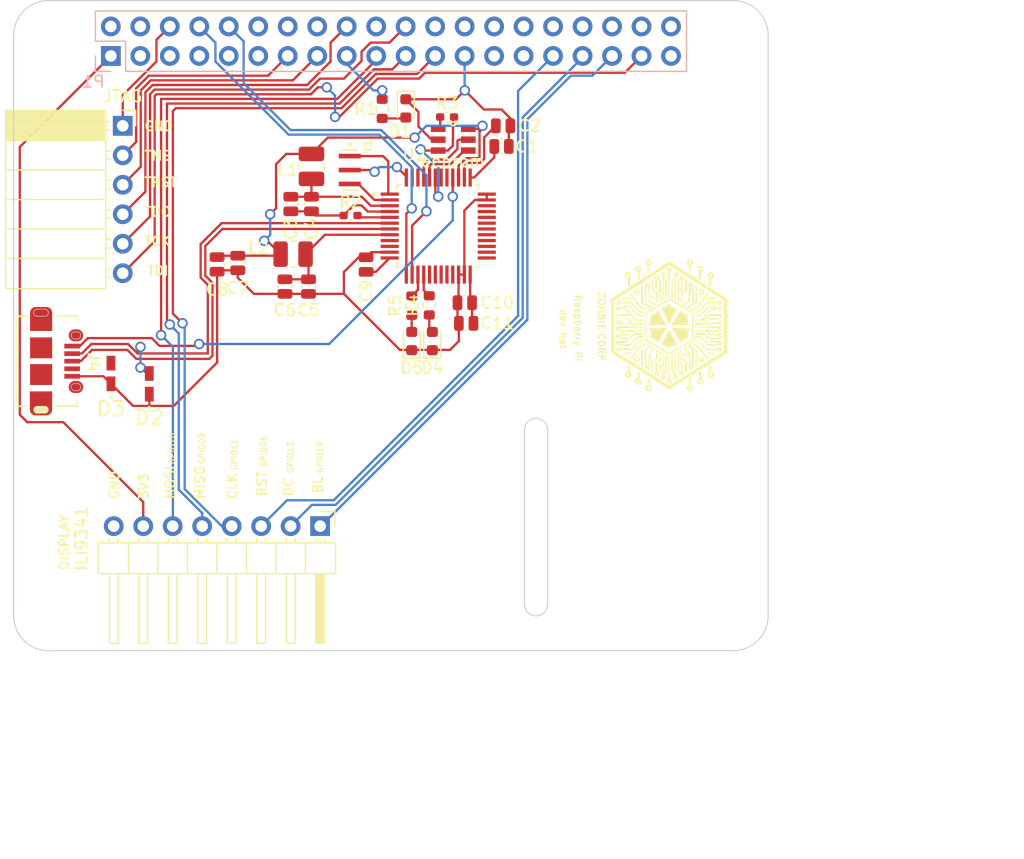
<source format=kicad_pcb>
(kicad_pcb (version 20221018) (generator pcbnew)
  (title_block (date "15 nov 2012"))
  (layers (0 "F.Cu" signal) (31 "B.Cu" signal) (34 "B.Paste" user) (35 "F.Paste" user) (36 "B.SilkS" user "B.Silkscreen") (37 "F.SilkS" user "F.Silkscreen") (38 "B.Mask" user) (39 "F.Mask" user) (44 "Edge.Cuts" user))
  (net 0 "")
  (net 1 "/GPIO02")
  (net 2 "/GPIO03")
  (net 3 "/GPIO04")
  (net 4 "/GPIO17")
  (net 5 "/GPIO18")
  (net 6 "/UART_TX")
  (net 7 "/UART_RX")
  (net 8 "/DISPL_MOSI")
  (net 9 "/DISPL_MISO")
  (net 10 "/DISPL_CLK")
  (net 11 "/GPIO08")
  (net 12 "/GPIO07")
  (net 13 "/GPIO00")
  (net 14 "/GPIO01")
  (net 15 "/GPIO05")
  (net 16 "/DISPL_RST")
  (net 17 "/GPIO12")
  (net 18 "/GND")
  (net 19 "/DISPL_DC")
  (net 20 "/DISPL_BL")
  (net 21 "/GPIO16")
  (net 22 "/GPIO20")
  (net 23 "/GPIO21")
  (net 24 "/TDO")
  (net 25 "/TDI")
  (net 26 "/TMS")
  (net 27 "/TCK")
  (net 28 "/TRST")
  (net 29 "/GPIO23")
  (net 30 "Net-(D1-A)")
  (net 32 "/DM")
  (net 33 "/DP")
  (net 34 "/XCSI")
  (net 35 "/XCSO")
  (net 36 "/VPHY")
  (net 37 "Net-(U2-REF)")
  (net 38 "/VPLL")
  (net 39 "/VCCIO")
  (net 40 "Net-(D4-A)")
  (net 41 "Net-(D5-A)")
  (net 47 "unconnected-(C1-Pad1)")
  (net 57 "unconnected-(C2-Pad1)")
  (net 58 "/vcc3v3")
  (net 60 "Net-(U1-DO)")
  (net 61 "/EEDATA")
  (net 62 "/EECLK")
  (net 63 "/RPI_3V3")
  (net 64 "/USB_5V")
  (net 65 "/RPI_5V")
  (net 66 "/EECS")
  (net 67 "/RXLED")
  (net 68 "/TXLED")
  (footprint "MountingHole:MountingHole_2.7mm_M2.5" (layer "F.Cu") (at 203.5 97.5 180)
    (fp_text reference "MK1" hide)
    (fp_text value "M2.5")
  )
  (footprint "MountingHole:MountingHole_2.7mm_M2.5" (layer "F.Cu") (at 261.5 97.5 180)
    (fp_text reference "MK2" hide)
    (fp_text value "M2.5")
  )
  (footprint "MountingHole:MountingHole_2.7mm_M2.5" (layer "F.Cu") (at 203.5 146.5)
    (fp_text reference "MK3" hide)
    (fp_text value "M2.5")
  )
  (footprint "MountingHole:MountingHole_2.7mm_M2.5" (layer "F.Cu") (at 261.5 146.5)
    (fp_text reference "MK4" hide)
    (fp_text value "M2.5")
  )
  (footprint "Capacitor_SMD:C_0504_1310Metric_Pad0.83x1.28mm_HandSolder" (layer "F.Cu") (at 223.368 118.6385 -90)
    (fp_text reference "C6")
    (fp_text value "0.1uF")
  )
  (footprint "LED_SMD:LED_0603_1608Metric" (layer "F.Cu") (at 233.782 103.2895 -90)
    (fp_text reference "D1")
    (fp_text value "LED")
  )
  (footprint "Resistor_SMD:R_0402_1005Metric_Pad0.72x0.64mm_HandSolder" (layer "F.Cu") (at 229.024256 112.515324)
    (fp_text reference "R2")
    (fp_text value "12K")
  )
  (footprint "Resistor_SMD:R_0603_1608Metric" (layer "F.Cu") (at 235.802709 120.254665 90)
    (fp_text reference "R4")
    (fp_text value "220")
  )
  (footprint "LED_SMD:LED_0603_1608Metric" (layer "F.Cu") (at 236.068 123.33 90)
    (fp_text reference "D4")
    (fp_text value "LED")
  )
  (footprint "Capacitor_SMD:C_0504_1310Metric_Pad0.83x1.28mm_HandSolder" (layer "F.Cu") (at 225.4 118.6385 -90)
    (fp_text reference "C5")
    (fp_text value "4.7uF")
  )
  (footprint "Capacitor_SMD:C_0504_1310Metric_Pad0.83x1.28mm_HandSolder" (layer "F.Cu") (at 223.876 111.5265 -90)
    (fp_text reference "C3")
    (fp_text value "4.7uF")
  )
  (footprint "Capacitor_SMD:C_0504_1310Metric_Pad0.83x1.28mm_HandSolder" (layer "F.Cu") (at 238.862 120.028 180)
    (fp_text reference "C10")
    (fp_text value "0.1uF")
  )
  (footprint "Capacitor_SMD:C_0504_1310Metric_Pad0.83x1.28mm_HandSolder" (layer "F.Cu") (at 230.3605 116.741 90)
    (fp_text reference "C9")
    (fp_text value "0.1uF")
  )
  (footprint "Connector_PinSocket_2.54mm:PinSocket_1x06_P2.54mm_Horizontal" (layer "F.Cu") (at 209.398 104.788)
    (fp_text reference "JTAG")
    (fp_text value "CONN_JTAG")
  )
  (footprint "footprints:PGB1010603NRHF" (layer "F.Cu") (at 211.684 127.014 90)
    (fp_text reference "D2")
    (fp_text value "PGB1010603NR" hide)
  )
  (footprint "Connector_PinHeader_2.54mm:PinHeader_1x08_P2.54mm_Horizontal" (layer "F.Cu") (at 226.401 139.275 -90)
    (fp_text reference "ILI9341")
    (fp_text value "Conn_01x08")
  )
  (footprint "Capacitor_SMD:C_0504_1310Metric_Pad0.83x1.28mm_HandSolder" (layer "F.Cu") (at 225.654 111.5265 -90)
    (fp_text reference "C4")
    (fp_text value "0.1uF")
  )
  (footprint "Inductor_SMD:L_1008_2520Metric" (layer "F.Cu") (at 225.654 108.285 -90)
    (fp_text reference "L1")
    (fp_text value "L")
  )
  (footprint "Capacitor_SMD:C_0504_1310Metric_Pad0.83x1.28mm_HandSolder" (layer "F.Cu") (at 242.164 104.788)
    (fp_text reference "C2")
    (fp_text value "0.1uF")
  )
  (footprint "LED_SMD:LED_0603_1608Metric" (layer "F.Cu") (at 234.29 123.33 90)
    (fp_text reference "D5")
    (fp_text value "LED")
  )
  (footprint "Inductor_SMD:L_1008_2520Metric" (layer "F.Cu") (at 224.071 115.8445)
    (fp_text reference "L2")
    (fp_text value "L")
  )
  (footprint "Resistor_SMD:R_0603_1608Metric" (layer "F.Cu") (at 234.29 120.282 90)
    (fp_text reference "R5")
    (fp_text value "220")
  )
  (footprint "Capacitor_SMD:C_0504_1310Metric_Pad0.83x1.28mm_HandSolder" (layer "F.Cu") (at 238.9815 121.806 180)
    (fp_text reference "C11")
    (fp_text value "0.1uF")
  )
  (footprint "Capacitor_SMD:C_0504_1310Metric_Pad0.83x1.28mm_HandSolder" (layer "F.Cu") (at 217.526 116.726 -90)
    (fp_text reference "C8")
    (fp_text value "4.7uF")
  )
  (footprint "footprints:QFP50P900X900X160-48N" (layer "F.Cu") (at 236.576 113.424)
    (fp_text reference "U2")
    (fp_text value "FT232H")
  )
  (footprint "footprints:SOT95P280X145-6N" (layer "F.Cu") (at 237.8714 105.9818)
    (fp_text reference "eeprom")
    (fp_text value "93LC56BT-I_OT")
  )
  (footprint "footprints:OSC_CSTNE12M0G550000R0" (layer "F.Cu") (at 228.956 108.598 -90)
    (fp_text reference "Y1")
    (fp_text value "CSTNE12M0G550000R0")
  )
  (footprint "Resistor_SMD:R_0603_1608Metric" (layer "F.Cu") (at 231.75 103.327 90)
    (fp_text reference "R1")
    (fp_text value "R")
  )
  (footprint "footprints:PGB1010603NRHF" (layer "F.Cu") (at 208.382 126.124 90)
    (fp_text reference "D3")
    (fp_text value "PGB1010603NR" hide)
  )
  (footprint "Capacitor_SMD:C_0504_1310Metric_Pad0.83x1.28mm_HandSolder" (layer "F.Cu") (at 219.304 116.6065 -90)
    (fp_text reference "C7")
    (fp_text value "4.7uF")
  )
  (footprint "Resistor_SMD:R_0402_1005Metric_Pad0.72x0.64mm_HandSolder" (layer "F.Cu") (at 237.338 104.026)
    (fp_text reference "R3")
    (fp_text value "2k2")
  )
  (footprint "footprints:CON00363_5_MOL_FIXED" (layer "F.Cu") (at 202.861004 125.065779 -90)
    (fp_text reference "J4")
    (fp_text value "475890001")
    (fp_line (start -4.48 0.180061) (end -4.48 0.83536) (stroke (width 0.05)) (layer "Edge.Cuts"))
    (fp_line (start -3.870846 0.180065) (end -3.870846 0.835364) (stroke (width 0.05)) (layer "Edge.Cuts"))
    (fp_line (start -2.529287 -2.602175) (end -2.529287 -2.402297) (stroke (width 0.05)) (layer "Edge.Cuts"))
    (fp_line (start -1.920133 -2.602171) (end -1.920133 -2.402293) (stroke (width 0.05)) (layer "Edge.Cuts"))
    (fp_line (start 1.921801 -2.604474) (end 1.921801 -2.404596) (stroke (width 0.05)) (layer "Edge.Cuts"))
    (fp_line (start 2.530955 -2.60447) (end 2.530955 -2.404592) (stroke (width 0.05)) (layer "Edge.Cuts"))
    (fp_line (start 3.88 0.174701) (end 3.88 0.83) (stroke (width 0.05)) (layer "Edge.Cuts"))
    (fp_line (start 4.489154 0.174705) (end 4.489154 0.830004) (stroke (width 0.05)) (layer "Edge.Cuts"))
    (fp_arc (start -4.48 0.180061) (mid -4.175421 -0.124575) (end -3.870846 0.180065) (stroke (width 0.05)) (layer "Edge.Cuts"))
    (fp_arc (start -3.870846 0.835364) (mid -4.175425 1.14) (end -4.48 0.83536) (stroke (width 0.05)) (layer "Edge.Cuts"))
    (fp_arc (start -2.529287 -2.602175) (mid -2.224708 -2.906811) (end -1.920133 -2.602171) (stroke (width 0.05)) (layer "Edge.Cuts"))
    (fp_arc (start -1.920133 -2.402293) (mid -2.224712 -2.097657) (end -2.529287 -2.402297) (stroke (width 0.05)) (layer "Edge.Cuts"))
    (fp_arc (start 1.921801 -2.604474) (mid 2.22638 -2.90911) (end 2.530955 -2.60447) (stroke (width 0.05)) (layer "Edge.Cuts"))
    (fp_arc (start 2.530955 -2.404592) (mid 2.226376 -2.099956) (end 1.921801 -2.404596) (stroke (width 0.05)) (layer "Edge.Cuts"))
    (fp_arc (start 3.88 0.174701) (mid 4.184579 -0.129935) (end 4.489154 0.174705) (stroke (width 0.05)) (layer "Edge.Cuts"))
    (fp_arc (start 4.489154 0.830004) (mid 4.184575 1.13464) (end 3.88 0.83) (stroke (width 0.05)) (layer "Edge.Cuts"))
  )
  (footprint "Capacitor_SMD:C_0504_1310Metric_Pad0.83x1.28mm_HandSolder" (layer "F.Cu") (at 242.0295 106.566)
    (fp_text reference "C1")
    (fp_text value "0.1uF")
  )
  (footprint "Connector_PinSocket_2.54mm:PinSocket_2x20_P2.54mm_Vertical" (layer "B.Cu") (at 208.37 98.77 -90)
    (fp_text reference "P1")
    (fp_text value "CONN_02X20")
  )
  (gr_poly (pts (xy 254.242409 123.124315) (xy 254.245403 123.125042) (xy 254.248227 123.126401) (xy 254.250872 123.128366) (xy 254.253332 123.130909) (xy 254.255601 123.134002) (xy 254.257671 123.13762) (xy 254.259535 123.141733) (xy 254.261188 123.146316) (xy 254.26262 123.151339) (xy 254.263827 123.156778) (xy 254.264801 123.162603) (xy 254.265534 123.168787) (xy 254.266021 123.175304) (xy 254.266254 123.182126) (xy 254.266226 123.189225) (xy 254.265931 123.196575) (xy 254.265361 123.204148) (xy 254.26451 123.211916) (xy 254.26337 123.219853) (xy 254.261936 123.22793) (xy 254.260199 123.236122) (xy 254.258154 123.244399) (xy 254.255792 123.252736) (xy 254.253108 123.261104) (xy 254.250095 123.269477) (xy 254.248486 123.273553) (xy 254.246786 123.277503) (xy 254.24495 123.28136) (xy 254.242932 123.285156) (xy 254.240688 123.288921) (xy 254.238174 123.292687) (xy 254.235345 123.296486) (xy 254.232156 123.300349) (xy 254.228563 123.304308) (xy 254.224521 123.308394) (xy 254.219984 123.312639) (xy 254.21491 123.317074) (xy 254.209252 123.32173) (xy 254.202967 123.32664) (xy 254.19601 123.331835) (xy 254.188335 123.337347) (xy 254.179899 123.343206) (xy 254.170657 123.349444) (xy 254.149574 123.363185) (xy 254.124731 123.378821) (xy 254.095769 123.396605) (xy 254.062333 123.416788) (xy 254.024063 123.439623) (xy 253.931598 123.494258) (xy 253.878506 123.526055) (xy 253.855338 123.540465) (xy 253.834062 123.554182) (xy 253.814409 123.56743) (xy 253.796107 123.580433) (xy 253.778888 123.593415) (xy 253.762482 123.6066) (xy 253.746619 123.620212) (xy 253.73103 123.634475) (xy 253.715443 123.649613) (xy 253.699591 123.66585) (xy 253.683202 123.683411) (xy 253.666007 123.702518) (xy 253.628121 123.746271) (xy 253.555443 123.830742) (xy 253.485425 123.910328) (xy 253.419436 123.983573) (xy 253.358847 124.04902) (xy 253.305027 124.105214) (xy 253.259346 124.150698) (xy 253.223173 124.184015) (xy 253.20908 124.195656) (xy 253.197878 124.20371) (xy 253.188447 124.209596) (xy 253.180048 124.21446) (xy 253.176213 124.216484) (xy 253.172609 124.218223) (xy 253.169227 124.219669) (xy 253.166058 124.220811) (xy 253.163093 124.221641) (xy 253.160323 124.222148) (xy 253.157739 124.222322) (xy 253.155332 124.222156) (xy 253.153093 124.221638) (xy 253.151013 124.22076) (xy 253.149083 124.219512) (xy 253.147294 124.217884) (xy 253.145636 124.215866) (xy 253.144102 124.213451) (xy 253.142681 124.210627) (xy 253.141366 124.207385) (xy 253.140146 124.203716) (xy 253.139013 124.19961) (xy 253.137958 124.195058) (xy 253.136972 124.19005) (xy 253.136046 124.184577) (xy 253.13517 124.178629) (xy 253.133536 124.16527) (xy 253.131997 124.149897) (xy 253.130482 124.132434) (xy 253.125749 124.075019) (xy 252.871484 124.07664) (xy 252.763027 124.078195) (xy 252.655682 124.08123) (xy 252.561839 124.085306) (xy 252.523853 124.087598) (xy 252.493889 124.089986) (xy 252.45605 124.093824) (xy 252.440238 124.095701) (xy 252.42628 124.097634) (xy 252.41401 124.099688) (xy 252.403267 124.101926) (xy 252.393886 124.104412) (xy 252.385702 124.10721) (xy 252.378554 124.110383) (xy 252.372276 124.113996) (xy 252.366705 124.118112) (xy 252.361677 124.122795) (xy 252.357028 124.128109) (xy 252.352595 124.134118) (xy 252.348214 124.140884) (xy 252.343721 124.148473) (xy 252.340765 124.153382) (xy 252.337456 124.158439) (xy 252.33383 124.163606) (xy 252.329922 124.168844) (xy 252.325769 124.174114) (xy 252.321405 124.17938) (xy 252.316866 124.184601) (xy 252.31219 124.18974) (xy 252.30741 124.194759) (xy 252.302562 124.199618) (xy 252.297684 124.204281) (xy 252.292809 124.208707) (xy 252.287974 124.21286) (xy 252.283215 124.2167) (xy 252.278567 124.22019) (xy 252.274066 124.22329) (xy 252.263992 124.229172) (xy 252.252533 124.234595) (xy 252.239892 124.239536) (xy 252.226268 124.243969) (xy 252.211864 124.247872) (xy 252.19688 124.251219) (xy 252.181519 124.253988) (xy 252.165981 124.256154) (xy 252.150468 124.257693) (xy 252.135181 124.258581) (xy 252.120321 124.258794) (xy 252.10609 124.258307) (xy 252.092689 124.257098) (xy 252.080319 124.255142) (xy 252.069181 124.252415) (xy 252.059478 124.248892) (xy 252.059478 124.248893) (xy 252.050717 124.244734) (xy 252.042186 124.240085) (xy 252.033896 124.234971) (xy 252.025857 124.229414) (xy 252.01808 124.223439) (xy 252.010576 124.217069) (xy 252.003353 124.210327) (xy 251.996424 124.203237) (xy 251.989797 124.195822) (xy 251.983485 124.188106) (xy 251.977496 124.180113) (xy 251.971841 124.171865) (xy 251.966531 124.163386) (xy 251.961576 124.1547) (xy 251.956987 124.14583) (xy 251.952773 124.1368) (xy 251.948946 124.127633) (xy 251.945515 124.118352) (xy 251.942491 124.108981) (xy 251.939885 124.099544) (xy 251.937706 124.090065) (xy 251.935965 124.080565) (xy 251.934969 124.07325) (xy 252.068642 124.07325) (xy 252.068656 124.075539) (xy 252.068796 124.077762) (xy 252.069065 124.079927) (xy 252.069465 124.082042) (xy 252.069999 124.084114) (xy 252.070669 124.086151) (xy 252.071476 124.088161) (xy 252.072424 124.090151) (xy 252.073514 124.092129) (xy 252.074749 124.094103) (xy 252.076132 124.096081) (xy 252.077663 124.09807) (xy 252.079346 124.100078) (xy 252.083175 124.104181) (xy 252.087638 124.108453) (xy 252.092752 124.112954) (xy 252.098535 124.117747) (xy 252.107029 124.124456) (xy 252.114906 124.130291) (xy 252.12224 124.135253) (xy 252.125726 124.137408) (xy 252.129104 124.139346) (xy 252.132383 124.141067) (xy 252.135572 124.142573) (xy 252.138681 124.143862) (xy 252.141719 124.144936) (xy 252.144695 124.145794) (xy 252.147617 124.146438) (xy 252.150497 124.146867) (xy 252.153342 124.147083) (xy 252.156162 124.147084) (xy 252.158966 124.146872) (xy 252.161763 124.146447) (xy 252.164563 124.145809) (xy 252.167375 124.144958) (xy 252.170208 124.143896) (xy 252.173071 124.142622) (xy 252.175974 124.141137) (xy 252.178925 124.13944) (xy 252.181934 124.137534) (xy 252.188163 124.133089) (xy 252.194735 124.127807) (xy 252.201723 124.121689) (xy 252.205858 124.11771) (xy 252.209689 124.113546) (xy 252.213215 124.109214) (xy 252.216438 124.104728) (xy 252.219361 124.100105) (xy 252.221983 124.095361) (xy 252.224307 124.090511) (xy 252.226334 124.085571) (xy 252.228065 124.080557) (xy 252.229501 124.075485) (xy 252.230645 124.070371) (xy 252.231497 124.065231) (xy 252.232059 124.060079) (xy 252.232332 124.054933) (xy 252.232318 124.049808) (xy 252.232017 124.04472) (xy 252.231432 124.039684) (xy 252.230564 124.034717) (xy 252.229414 124.029834) (xy 252.227983 124.025052) (xy 252.226273 124.020385) (xy 252.224285 124.01585) (xy 252.222021 124.011463) (xy 252.219482 124.007239) (xy 252.21667 124.003194) (xy 252.213585 123.999345) (xy 252.210229 123.995706) (xy 252.206604 123.992294) (xy 252.202711 123.989125) (xy 252.198551 123.986214) (xy 252.194126 123.983577) (xy 252.189437 123.981231) (xy 252.184572 123.979124) (xy 252.17979 123.977277) (xy 252.175092 123.975688) (xy 252.170478 123.974357) (xy 252.165947 123.973285) (xy 252.161501 123.97247) (xy 252.157139 123.971914) (xy 252.152862 123.971616) (xy 252.14867 123.971576) (xy 252.144563 123.971793) (xy 252.140542 123.972268) (xy 252.136606 123.973) (xy 252.132756 123.97399) (xy 252.128992 123.975236) (xy 252.125314 123.97674) (xy 252.121723 123.978501) (xy 252.118218 123.980519) (xy 252.114801 123.982794) (xy 252.11147 123.985325) (xy 252.108227 123.988112) (xy 252.105072 123.991156) (xy 252.102005 123.994456) (xy 252.099025 123.998013) (xy 252.096134 124.001825) (xy 252.093332 124.005893) (xy 252.090618 124.010217) (xy 252.087993 124.014797) (xy 252.085458 124.019632) (xy 252.083012 124.024723) (xy 252.080655 124.030069) (xy 252.076213 124.041526) (xy 252.073851 124.048417) (xy 252.071907 124.054738) (xy 252.070397 124.060548) (xy 252.06934 124.065911) (xy 252.068986 124.068444) (xy 252.068753 124.070887) (xy 252.068642 124.07325) (xy 251.934969 124.07325) (xy 251.934673 124.07107) (xy 251.933839 124.061602) (xy 251.933475 124.052185) (xy 251.93359 124.042842) (xy 251.934195 124.033597) (xy 251.9353 124.024474) (xy 251.936916 124.015495) (xy 251.939053 124.006685) (xy 251.941722 123.998067) (xy 251.944932 123.989664) (xy 251.950924 123.97654) (xy 251.957569 123.964069) (xy 251.964837 123.952257) (xy 251.972696 123.94111) (xy 251.981116 123.930634) (xy 251.990065 123.920834) (xy 251.999512 123.911716) (xy 252.009426 123.903287) (xy 252.019776 123.895551) (xy 252.030531 123.888514) (xy 252.041659 123.882183) (xy 252.053131 123.876563) (xy 252.064914 123.87166) (xy 252.076978 123.867479) (xy 252.089291 123.864027) (xy 252.101823 123.861309) (xy 252.114542 123.859331) (xy 252.127418 123.858099) (xy 252.140419 123.857619) (xy 252.153514 123.857895) (xy 252.166672 123.858935) (xy 252.179862 123.860744) (xy 252.193054 123.863327) (xy 252.206215 123.866691) (xy 252.219314 123.87084) (xy 252.232322 123.875782) (xy 252.245206 123.881522) (xy 252.257936 123.888065) (xy 252.270481 123.895418) (xy 252.282808 123.903585) (xy 252.294889 123.912573) (xy 252.30669 123.922389) (xy 252.364553 123.973193) (xy 252.646726 123.954222) (xy 252.785327 123.945006) (xy 252.889614 123.938827) (xy 252.965062 123.936101) (xy 252.993682 123.936164) (xy 253.017145 123.937247) (xy 253.036136 123.939403) (xy 253.051338 123.942682) (xy 253.063437 123.947139) (xy 253.073115 123.952824) (xy 253.081059 123.95979) (xy 253.087951 123.96809) (xy 253.101319 123.988897) (xy 253.107976 123.999942) (xy 253.114434 124.010892) (xy 253.126118 124.031369) (xy 253.131025 124.040322) (xy 253.135097 124.048039) (xy 253.138175 124.054232) (xy 253.140099 124.058615) (xy 253.141446 124.060522) (xy 253.143608 124.061385) (xy 253.146565 124.061225) (xy 253.150296 124.060064) (xy 253.154781 124.057921) (xy 253.16 124.054819) (xy 253.165931 124.050778) (xy 253.172554 124.045819) (xy 253.187794 124.033232) (xy 253.205556 124.017224) (xy 253.225676 123.997963) (xy 253.24799 123.975618) (xy 253.272332 123.950356) (xy 253.29854 123.922344) (xy 253.326448 123.891751) (xy 253.355891 123.858743) (xy 253.386707 123.823489) (xy 253.41873 123.786156) (xy 253.451796 123.746912) (xy 253.485741 123.705925) (xy 253.654134 123.500873) (xy 253.925932 123.331812) (xy 254.033005 123.264313) (xy 254.12362 123.205506) (xy 254.188217 123.16171) (xy 254.207772 123.147416) (xy 254.217239 123.139243) (xy 254.221237 123.134775) (xy 254.225113 123.131131) (xy 254.228859 123.128283) (xy 254.232469 123.126206) (xy 254.235935 123.12487) (xy 254.239251 123.124249)) (fill solid) (layer "F.SilkS"))
  (gr_poly (pts (xy 257.904198 120.221386) (xy 257.911228 120.221977) (xy 257.918145 120.22304) (xy 257.924912 120.224552) (xy 257.931497 120.22649) (xy 257.937866 120.228832) (xy 257.943983 120.231554) (xy 257.949815 120.234633) (xy 257.955328 120.238047) (xy 257.960488 120.241774) (xy 257.96526 120.245789) (xy 257.96961 120.250071) (xy 257.973505 120.254596) (xy 257.97691 120.259342) (xy 257.979791 120.264285) (xy 257.982113 120.269404) (xy 257.983843 120.274674) (xy 257.984947 120.280074) (xy 257.98539 120.28558) (xy 257.985138 120.291169) (xy 257.984158 120.296819) (xy 257.982414 120.302507) (xy 257.979873 120.30821) (xy 257.9765 120.313905) (xy 257.972263 120.31957) (xy 257.965157 120.327759) (xy 257.958148 120.33507) (xy 257.954671 120.338399) (xy 257.951207 120.34151) (xy 257.947752 120.344405) (xy 257.944304 120.347085) (xy 257.940859 120.349551) (xy 257.937413 120.351804) (xy 257.933962 120.353844) (xy 257.930503 120.355672) (xy 257.927032 120.35729) (xy 257.923547 120.358698) (xy 257.920042 120.359898) (xy 257.916515 120.360889) (xy 257.912962 120.361673) (xy 257.90938 120.362251) (xy 257.905765 120.362624) (xy 257.902113 120.362792) (xy 257.898421 120.362757) (xy 257.894685 120.362519) (xy 257.890901 120.362079) (xy 257.887067 120.361439) (xy 257.883178 120.360599) (xy 257.879232 120.35956) (xy 257.875223 120.358322) (xy 257.87115 120.356888) (xy 257.867008 120.355257) (xy 257.862793 120.35343) (xy 257.854132 120.349195) (xy 257.854132 120.349194) (xy 257.849083 120.346409) (xy 257.844344 120.343509) (xy 257.839914 120.340503) (xy 257.835795 120.337395) (xy 257.831986 120.334194) (xy 257.828489 120.330906) (xy 257.825303 120.327537) (xy 257.822429 120.324093) (xy 257.819867 120.320582) (xy 257.817617 120.31701) (xy 257.815681 120.313384) (xy 257.814057 120.30971) (xy 257.812748 120.305995) (xy 257.811752 120.302246) (xy 257.811071 120.298469) (xy 257.810704 120.29467) (xy 257.810652 120.290857) (xy 257.810916 120.287035) (xy 257.811496 120.283212) (xy 257.812392 120.279394) (xy 257.813604 120.275588) (xy 257.815133 120.271801) (xy 257.81698 120.268038) (xy 257.819144 120.264307) (xy 257.821626 120.260614) (xy 257.824426 120.256966) (xy 257.827545 120.253369) (xy 257.830983 120.24983) (xy 257.834741 120.246356) (xy 257.838818 120.242953) (xy 257.843216 120.239627) (xy 257.847934 120.236387) (xy 257.85465 120.23238) (xy 257.861525 120.229029) (xy 257.868525 120.226309) (xy 257.875615 120.224198) (xy 257.882762 120.222673) (xy 257.88993 120.221711) (xy 257.897087 120.22129)) (fill solid) (layer "F.SilkS"))
  (gr_poly (pts (xy 253.725977 124.668031) (xy 253.743367 124.669714) (xy 253.760245 124.672468) (xy 253.776585 124.676253) (xy 253.792365 124.681027) (xy 253.80756 124.686749) (xy 253.822148 124.693379) (xy 253.836103 124.700875) (xy 253.849403 124.709197) (xy 253.862023 124.718302) (xy 253.873941 124.72815) (xy 253.885132 124.738701) (xy 253.895572 124.749913) (xy 253.905238 124.761744) (xy 253.914107 124.774154) (xy 253.922153 124.787102) (xy 253.929355 124.800547) (xy 253.935687 124.814448) (xy 253.941127 124.828763) (xy 253.94565 124.843451) (xy 253.949232 124.858472) (xy 253.951851 124.873785) (xy 253.953483 124.889348) (xy 253.954102 124.90512) (xy 253.953687 124.921061) (xy 253.952213 124.937129) (xy 253.949656 124.953282) (xy 253.945993 124.969481) (xy 253.941201 124.985684) (xy 253.935254 125.00185) (xy 253.92813 125.017938) (xy 253.919805 125.033907) (xy 253.916066 125.040275) (xy 253.911963 125.046742) (xy 253.907536 125.053262) (xy 253.902828 125.059789) (xy 253.897879 125.06628) (xy 253.892731 125.072688) (xy 253.887424 125.078969) (xy 253.882001 125.085076) (xy 253.876502 125.090964) (xy 253.870968 125.096589) (xy 253.865442 125.101905) (xy 253.859963 125.106866) (xy 253.854574 125.111428) (xy 253.849315 125.115545) (xy 253.844228 125.119171) (xy 253.839354 125.122262) (xy 253.828382 125.12799) (xy 253.816174 125.133002) (xy 253.802882 125.137294) (xy 253.788657 125.140864) (xy 253.773651 125.143709) (xy 253.758018 125.145827) (xy 253.74191 125.147215) (xy 253.725478 125.14787) (xy 253.708875 125.14779) (xy 253.692254 125.146972) (xy 253.675766 125.145413) (xy 253.659563 125.143111) (xy 253.643799 125.140064) (xy 253.628625 125.136267) (xy 253.614193 125.13172) (xy 253.600656 125.126418) (xy 253.600656 125.126417) (xy 253.592866 125.122862) (xy 253.585253 125.119064) (xy 253.577822 125.115029) (xy 253.570577 125.110764) (xy 253.563522 125.106276) (xy 253.556663 125.101571) (xy 253.550004 125.096657) (xy 253.54355 125.091539) (xy 253.537305 125.086224) (xy 253.531274 125.08072) (xy 253.525462 125.075033) (xy 253.519872 125.069169) (xy 253.51451 125.063136) (xy 253.509381 125.056939) (xy 253.504488 125.050587) (xy 253.499837 125.044084) (xy 253.495432 125.037439) (xy 253.491278 125.030657) (xy 253.48738 125.023746) (xy 253.483741 125.016712) (xy 253.480367 125.009561) (xy 253.477262 125.002302) (xy 253.474431 124.994939) (xy 253.471878 124.987481) (xy 253.469609 124.979932) (xy 253.467627 124.972302) (xy 253.465937 124.964595) (xy 253.464544 124.956819) (xy 253.463453 124.94898) (xy 253.462668 124.941086) (xy 253.462193 124.933142) (xy 253.462034 124.925156) (xy 253.462197 124.917097) (xy 253.595185 124.917097) (xy 253.595361 124.920879) (xy 253.595795 124.924646) (xy 253.596486 124.928406) (xy 253.597435 124.932168) (xy 253.598641 124.935939) (xy 253.600105 124.939728) (xy 253.601826 124.943542) (xy 253.603806 124.947388) (xy 253.606043 124.951276) (xy 253.608538 124.955212) (xy 253.611292 124.959204) (xy 253.614304 124.963262) (xy 253.621102 124.971601) (xy 253.628935 124.980292) (xy 253.633316 124.984775) (xy 253.637755 124.988961) (xy 253.642249 124.99285) (xy 253.646796 124.996443) (xy 253.651392 124.99974) (xy 253.656035 125.002741) (xy 253.660722 125.005446) (xy 253.66545 125.007854) (xy 253.670216 125.009966) (xy 253.675017 125.011782) (xy 253.67985 125.013303) (xy 253.684713 125.014527) (xy 253.689602 125.015456) (xy 253.694515 125.016089) (xy 253.699448 125.016426) (xy 253.704399 125.016467) (xy 253.709365 125.016213) (xy 253.714344 125.015664) (xy 253.719331 125.014819) (xy 253.724324 125.013678) (xy 253.729321 125.012242) (xy 253.734318 125.010511) (xy 253.739313 125.008485) (xy 253.744303 125.006164) (xy 253.749284 125.003547) (xy 253.754254 125.000636) (xy 253.759211 124.997429) (xy 253.76415 124.993928) (xy 253.769069 124.990132) (xy 253.773966 124.986041) (xy 253.778837 124.981655) (xy 253.78368 124.976975) (xy 253.787913 124.972587) (xy 253.791846 124.968189) (xy 253.795479 124.963781) (xy 253.798811 124.959364) (xy 253.801844 124.954938) (xy 253.804577 124.950504) (xy 253.80701 124.946062) (xy 253.809143 124.941613) (xy 253.810976 124.937157) (xy 253.812509 124.932694) (xy 253.813743 124.928225) (xy 253.814677 124.92375) (xy 253.815311 124.91927) (xy 253.815645 124.914785) (xy 253.81568 124.910296) (xy 253.815416 124.905803) (xy 253.814851 124.901306) (xy 253.813988 124.896806) (xy 253.812824 124.892303) (xy 253.811362 124.887798) (xy 253.8096 124.883291) (xy 253.807539 124.878782) (xy 253.805178 124.874273) (xy 253.802518 124.869763) (xy 253.799559 124.865253) (xy 253.796301 124.860743) (xy 253.792743 124.856233) (xy 253.788887 124.851725) (xy 253.784731 124.847218) (xy 253.780277 124.842714) (xy 253.775523 124.838211) (xy 253.770471 124.833712) (xy 253.765968 124.829976) (xy 253.761422 124.826516) (xy 253.756837 124.82333) (xy 253.752218 124.820417) (xy 253.747569 124.817779) (xy 253.742894 124.815413) (xy 253.738199 124.81332) (xy 253.733487 124.811499) (xy 253.728763 124.809949) (xy 253.724032 124.808671) (xy 253.719298 124.807663) (xy 253.714566 124.806926) (xy 253.70984 124.806458) (xy 253.705125 124.80626) (xy 253.700426 124.806331) (xy 253.695746 124.80667) (xy 253.691091 124.807277) (xy 253.686464 124.808152) (xy 253.681871 124.809294) (xy 253.677316 124.810702) (xy 253.672804 124.812376) (xy 253.668338 124.814316) (xy 253.663924 124.816522) (xy 253.659567 124.818992) (xy 253.655269 124.821726) (xy 253.651037 124.824724) (xy 253.646875 124.827986) (xy 253.642787 124.83151) (xy 253.638777 124.835297) (xy 253.634851 124.839346) (xy 253.631013 124.843656) (xy 253.627267 124.848228) (xy 253.61967 124.858249) (xy 253.613097 124.867741) (xy 253.607547 124.876766) (xy 253.605156 124.881123) (xy 253.603022 124.885388) (xy 253.601144 124.889567) (xy 253.599523 124.893669) (xy 253.598158 124.897701) (xy 253.597049 124.901672) (xy 253.596198 124.905589) (xy 253.595603 124.90946) (xy 253.595265 124.913294) (xy 253.595185 124.917097) (xy 253.462197 124.917097) (xy 253.462323 124.910879) (xy 253.463183 124.896906) (xy 253.464606 124.883245) (xy 253.466581 124.869908) (xy 253.4691 124.856902) (xy 253.472152 124.844239) (xy 253.475729 124.831929) (xy 253.479821 124.81998) (xy 253.484419 124.808404) (xy 253.489513 124.797209) (xy 253.495094 124.786406) (xy 253.501152 124.776004) (xy 253.507678 124.766014) (xy 253.514663 124.756445) (xy 253.522098 124.747307) (xy 253.529972 124.73861) (xy 253.538276 124.730364) (xy 253.547002 124.722578) (xy 253.556139 124.715263) (xy 253.565678 124.708428) (xy 253.57561 124.702084) (xy 253.585925 124.696239) (xy 253.596615 124.690904) (xy 253.607669 124.686089) (xy 253.619078 124.681804) (xy 253.630833 124.678058) (xy 253.642924 124.674861) (xy 253.655342 124.672223) (xy 253.668078 124.670155) (xy 253.681122 124.668665) (xy 253.694465 124.667764) (xy 253.708097 124.667461)) (fill solid) (layer "F.SilkS"))
  (gr_poly (pts (xy 253.696306 118.855273) (xy 253.712804 118.856923) (xy 253.729631 118.85966) (xy 253.746619 118.863422) (xy 253.7636 118.868148) (xy 253.780405 118.873776) (xy 253.796866 118.880246) (xy 253.812815 118.887496) (xy 253.828082 118.895464) (xy 253.8425 118.904091) (xy 253.8559 118.913313) (xy 253.868114 118.923071) (xy 253.878974 118.933302) (xy 253.88831 118.943946) (xy 253.897639 118.956482) (xy 253.906118 118.969263) (xy 253.913753 118.982259) (xy 253.920553 118.99544) (xy 253.926522 119.008775) (xy 253.93167 119.022236) (xy 253.936003 119.035792) (xy 253.939527 119.049414) (xy 253.942251 119.063071) (xy 253.944181 119.076733) (xy 253.945323 119.090371) (xy 253.945686 119.103955) (xy 253.945276 119.117454) (xy 253.944101 119.130839) (xy 253.942166 119.144081) (xy 253.939481 119.157148) (xy 253.93605 119.170011) (xy 253.931882 119.18264) (xy 253.926984 119.195006) (xy 253.921362 119.207078) (xy 253.915024 119.218826) (xy 253.907977 119.230221) (xy 253.900227 119.241233) (xy 253.891782 119.251831) (xy 253.88265 119.261986) (xy 253.872836 119.271668) (xy 253.862348 119.280846) (xy 253.851193 119.289492) (xy 253.839378 119.297575) (xy 253.826911 119.305065) (xy 253.813798 119.311932) (xy 253.800046 119.318147) (xy 253.78818 119.322904) (xy 253.776727 119.327069) (xy 253.765608 119.330643) (xy 253.754745 119.333631) (xy 253.744061 119.336034) (xy 253.733479 119.337855) (xy 253.72292 119.339097) (xy 253.712308 119.339764) (xy 253.701564 119.339857) (xy 253.690611 119.339379) (xy 253.679372 119.338333) (xy 253.667768 119.336722) (xy 253.655722 119.334549) (xy 253.643157 119.331816) (xy 253.629995 119.328527) (xy 253.616159 119.324683) (xy 253.606203 119.321488) (xy 253.596437 119.317745) (xy 253.586873 119.313476) (xy 253.577523 119.308701) (xy 253.5684 119.30344) (xy 253.559517 119.297715) (xy 253.550885 119.291545) (xy 253.542516 119.284952) (xy 253.534424 119.277957) (xy 253.526621 119.270579) (xy 253.519119 119.262839) (xy 253.511931 119.254759) (xy 253.505069 119.246358) (xy 253.498545 119.237658) (xy 253.492372 119.228679) (xy 253.486562 119.219442) (xy 253.481127 119.209966) (xy 253.476081 119.200274) (xy 253.471435 119.190386) (xy 253.467202 119.180322) (xy 253.463394 119.170102) (xy 253.460024 119.159749) (xy 253.457104 119.149281) (xy 253.454646 119.138721) (xy 253.452663 119.128088) (xy 253.451168 119.117403) (xy 253.45066 119.111944) (xy 253.593268 119.111944) (xy 253.593376 119.117355) (xy 253.593701 119.122571) (xy 253.594243 119.127592) (xy 253.595003 119.132418) (xy 253.595983 119.137052) (xy 253.597181 119.141491) (xy 253.5986 119.145738) (xy 253.60024 119.149793) (xy 253.602101 119.153656) (xy 253.604184 119.157327) (xy 253.60649 119.160807) (xy 253.609019 119.164097) (xy 253.611773 119.167197) (xy 253.614752 119.170107) (xy 253.617956 119.172828) (xy 253.621386 119.175361) (xy 253.625043 119.177705) (xy 253.628928 119.179862) (xy 253.63304 119.181831) (xy 253.637382 119.183613) (xy 253.641953 119.185209) (xy 253.646755 119.18662) (xy 253.651787 119.187845) (xy 253.657051 119.188885) (xy 253.662548 119.18974) (xy 253.668277 119.190411) (xy 253.67424 119.190899) (xy 253.680437 119.191204) (xy 253.686869 119.191326) (xy 253.693536 119.191266) (xy 253.70044 119.191024) (xy 253.707581 119.190602) (xy 253.715343 119.189924) (xy 253.72261 119.189013) (xy 253.729413 119.18785) (xy 253.735784 119.186416) (xy 253.741752 119.184695) (xy 253.747348 119.182666) (xy 253.752604 119.180312) (xy 253.757548 119.177615) (xy 253.762213 119.174555) (xy 253.766629 119.171116) (xy 253.770826 119.167278) (xy 253.774835 119.163023) (xy 253.778686 119.158332) (xy 253.782411 119.153188) (xy 253.786039 119.147572) (xy 253.789602 119.141466) (xy 253.793567 119.134222) (xy 253.797004 119.127621) (xy 253.799912 119.121569) (xy 253.802291 119.115976) (xy 253.804142 119.11075) (xy 253.804869 119.108245) (xy 253.805464 119.105798) (xy 253.805926 119.103397) (xy 253.806257 119.101031) (xy 253.806455 119.098687) (xy 253.806521 119.096355) (xy 253.806455 119.094022) (xy 253.806257 119.091679) (xy 253.805927 119.089312) (xy 253.805464 119.086911) (xy 253.80487 119.084464) (xy 253.804143 119.08196) (xy 253.802293 119.076733) (xy 253.799914 119.07114) (xy 253.797006 119.065089) (xy 253.79357 119.058487) (xy 253.789606 119.051243) (xy 253.784408 119.042778) (xy 253.778719 119.035115) (xy 253.772584 119.028239) (xy 253.766044 119.022139) (xy 253.759144 119.0168) (xy 253.751924 119.012209) (xy 253.74443 119.008352) (xy 253.736703 119.005218) (xy 253.728787 119.002792) (xy 253.720725 119.001061) (xy 253.712559 119.000011) (xy 253.704333 118.999631) (xy 253.696089 118.999905) (xy 253.68787 119.000821) (xy 253.67972 119.002366) (xy 253.671682 119.004527) (xy 253.663797 119.007289) (xy 253.65611 119.01064) (xy 253.648663 119.014567) (xy 253.6415 119.019056) (xy 253.634663 119.024094) (xy 253.628194 119.029668) (xy 253.622138 119.035764) (xy 253.616537 119.042369) (xy 253.611434 119.04947) (xy 253.606872 119.057053) (xy 253.602894 119.065106) (xy 253.599543 119.073615) (xy 253.596862 119.082566) (xy 253.594894 119.091947) (xy 253.593681 119.101744) (xy 253.593268 119.111944) (xy 253.45066 119.111944) (xy 253.450172 119.106686) (xy 253.449688 119.09596) (xy 253.449729 119.085243) (xy 253.450306 119.074557) (xy 253.451433 119.063923) (xy 253.453121 119.05336) (xy 253.454735 119.046082) (xy 253.456859 119.038664) (xy 253.459473 119.031125) (xy 253.462554 119.023489) (xy 253.470032 119.00801) (xy 253.47912 118.992397) (xy 253.489643 118.976824) (xy 253.501428 118.961463) (xy 253.514302 118.946486) (xy 253.52809 118.932067) (xy 253.542619 118.918376) (xy 253.557715 118.905588) (xy 253.573205 118.893873) (xy 253.588915 118.883406) (xy 253.60467 118.874357) (xy 253.620297 118.8669) (xy 253.628009 118.863822) (xy 253.635624 118.861207) (xy 253.643119 118.859076) (xy 253.650474 118.857451) (xy 253.664973 118.855475) (xy 253.680307 118.85477)) (fill solid) (layer "F.SilkS"))
  (gr_poly (pts (xy 258.334072 127.08434) (xy 258.381357 127.108793) (xy 258.387153 127.112029) (xy 258.393058 127.115791) (xy 258.399058 127.120052) (xy 258.405134 127.124789) (xy 258.417451 127.135585) (xy 258.429876 127.147979) (xy 258.442278 127.161769) (xy 258.454523 127.176754) (xy 258.46648 127.192734) (xy 258.478015 127.209507) (xy 258.488995 127.226872) (xy 258.499289 127.244628) (xy 258.508763 127.262575) (xy 258.517286 127.28051) (xy 258.524723 127.298233) (xy 258.530944 127.315544) (xy 258.535815 127.33224) (xy 258.537702 127.340294) (xy 258.539203 127.34812) (xy 258.540605 127.357315) (xy 258.541637 127.36622) (xy 258.542285 127.37491) (xy 258.542535 127.383457) (xy 258.542373 127.391936) (xy 258.541783 127.400419) (xy 258.540752 127.408981) (xy 258.539265 127.417695) (xy 258.537307 127.426635) (xy 258.534866 127.435874) (xy 258.531925 127.445486) (xy 258.528471 127.455545) (xy 258.524489 127.466124) (xy 258.519966 127.477296) (xy 258.514886 127.489136) (xy 258.509236 127.501717) (xy 258.503503 127.513746) (xy 258.497529 127.525316) (xy 258.491316 127.536426) (xy 258.484865 127.547076) (xy 258.478176 127.557265) (xy 258.471251 127.566992) (xy 258.46409 127.576258) (xy 258.456696 127.58506) (xy 258.44907 127.593399) (xy 258.441211 127.601275) (xy 258.433123 127.608685) (xy 258.424805 127.615631) (xy 258.416259 127.622111) (xy 258.407486 127.628124) (xy 258.398488 127.633671) (xy 258.389265 127.63875) (xy 258.379818 127.643361) (xy 258.370149 127.647503) (xy 258.360259 127.651176) (xy 258.350149 127.654379) (xy 258.339821 127.657111) (xy 258.329274 127.659372) (xy 258.318512 127.661162) (xy 258.307533 127.662479) (xy 258.296341 127.663323) (xy 258.284936 127.663694) (xy 258.273318 127.663591) (xy 258.26149 127.663013) (xy 258.249453 127.661959) (xy 258.237207 127.66043) (xy 258.224754 127.658424) (xy 258.212095 127.655941) (xy 258.212095 127.655942) (xy 258.19967 127.653021) (xy 258.18752 127.649622) (xy 258.175651 127.645756) (xy 258.164072 127.641431) (xy 258.152791 127.636659) (xy 258.141815 127.631449) (xy 258.131153 127.625811) (xy 258.120813 127.619754) (xy 258.110801 127.61329) (xy 258.101127 127.606428) (xy 258.091797 127.599178) (xy 258.082821 127.591549) (xy 258.074206 127.583553) (xy 258.065959 127.575198) (xy 258.058089 127.566496) (xy 258.050604 127.557455) (xy 258.043511 127.548086) (xy 258.036818 127.538398) (xy 258.030534 127.528402) (xy 258.024666 127.518109) (xy 258.019222 127.507526) (xy 258.01421 127.496666) (xy 258.009637 127.485537) (xy 258.005513 127.474149) (xy 258.001844 127.462514) (xy 257.998639 127.450639) (xy 257.995905 127.438537) (xy 257.99365 127.426216) (xy 257.991883 127.413686) (xy 257.990611 127.400958) (xy 257.989842 127.388041) (xy 257.989584 127.374945) (xy 257.989718 127.365992) (xy 258.153724 127.365992) (xy 258.154113 127.374035) (xy 258.155003 127.382) (xy 258.156384 127.389868) (xy 258.158249 127.397618) (xy 258.16059 127.405231) (xy 258.163398 127.412686) (xy 258.166665 127.419963) (xy 258.170383 127.427043) (xy 258.174544 127.433906) (xy 258.179139 127.440531) (xy 258.18416 127.446899) (xy 258.1896 127.452989) (xy 258.195449 127.458782) (xy 258.201699 127.464258) (xy 258.208343 127.469397) (xy 258.215372 127.474179) (xy 258.222777 127.478583) (xy 258.230551 127.48259) (xy 258.238686 127.48618) (xy 258.247172 127.489333) (xy 258.256003 127.492029) (xy 258.265168 127.494248) (xy 258.265481 127.49427) (xy 258.26591 127.49423) (xy 258.267103 127.493967) (xy 258.268721 127.493473) (xy 258.270739 127.492759) (xy 258.273129 127.491835) (xy 258.275866 127.490716) (xy 258.282273 127.487933) (xy 258.28975 127.484505) (xy 258.298086 127.480525) (xy 258.307071 127.476088) (xy 258.316494 127.471289) (xy 258.316494 127.471288) (xy 258.323373 127.467547) (xy 258.329884 127.463632) (xy 258.336027 127.459549) (xy 258.3418 127.455303) (xy 258.347202 127.450899) (xy 258.352232 127.446343) (xy 258.35689 127.44164) (xy 258.361174 127.436796) (xy 258.365084 127.431817) (xy 258.368618 127.426707) (xy 258.371775 127.421473) (xy 258.374555 127.41612) (xy 258.376955 127.410652) (xy 258.378977 127.405077) (xy 258.380617 127.399399) (xy 258.381876 127.393623) (xy 258.382752 127.387756) (xy 258.383244 127.381802) (xy 258.383352 127.375767) (xy 258.383074 127.369657) (xy 258.382409 127.363477) (xy 258.381357 127.357233) (xy 258.379915 127.350929) (xy 258.378084 127.344572) (xy 258.375863 127.338167) (xy 258.373249 127.33172) (xy 258.370243 127.325235) (xy 258.366843 127.318719) (xy 258.363048 127.312177) (xy 258.358857 127.305614) (xy 258.35427 127.299036) (xy 258.349285 127.292448) (xy 258.344986 127.287297) (xy 258.340447 127.282458) (xy 258.335687 127.277931) (xy 258.330724 127.273717) (xy 258.325573 127.269817) (xy 258.320253 127.266232) (xy 258.31478 127.262962) (xy 258.309173 127.260008) (xy 258.303449 127.25737) (xy 258.297624 127.25505) (xy 258.291716 127.253048) (xy 258.285742 127.251365) (xy 258.279721 127.250001) (xy 258.273668 127.248957) (xy 258.267602 127.248233) (xy 258.261539 127.247832) (xy 258.255497 127.247752) (xy 258.249494 127.247995) (xy 258.243546 127.248562) (xy 258.237671 127.249453) (xy 258.231886 127.250669) (xy 258.226209 127.252211) (xy 258.220657 127.254078) (xy 258.215247 127.256273) (xy 258.209996 127.258796) (xy 258.204922 127.261646) (xy 258.200043 127.264826) (xy 258.195375 127.268335) (xy 258.190935 127.272175) (xy 258.186742 127.276346) (xy 258.182812 127.280849) (xy 258.179162 127.285684) (xy 258.174095 127.293406) (xy 258.169611 127.301249) (xy 258.165701 127.309194) (xy 258.162358 127.317222) (xy 258.159572 127.325311) (xy 258.157336 127.333443) (xy 258.155641 127.341597) (xy 258.15448 127.349753) (xy 258.153844 127.357891) (xy 258.153724 127.365992) (xy 257.989718 127.365992) (xy 257.989857 127.356726) (xy 257.990707 127.339475) (xy 257.992174 127.32309) (xy 257.994303 127.307471) (xy 257.997136 127.292514) (xy 258.000715 127.278119) (xy 258.005084 127.264182) (xy 258.010284 127.250603) (xy 258.016359 127.237279) (xy 258.023352 127.224109) (xy 258.031305 127.210989) (xy 258.040261 127.19782) (xy 258.050262 127.184498) (xy 258.061351 127.170921) (xy 258.073572 127.156989) (xy 258.086966 127.142598) (xy 258.149634 127.076981) (xy 258.159041 126.814515) (xy 258.161953 126.739551) (xy 258.164891 126.679509) (xy 258.168084 126.632657) (xy 258.171761 126.597264) (xy 258.173852 126.583324) (xy 258.17615 126.571599) (xy 258.178684 126.561872) (xy 258.181481 126.553928) (xy 258.184571 126.547549) (xy 258.187982 126.54252) (xy 258.191742 126.538624) (xy 258.195881 126.535644) (xy 258.210902 126.526401) (xy 258.231523 126.513361) (xy 258.255025 126.498258) (xy 258.278692 126.482825) (xy 258.334072 126.446409)) (fill solid) (layer "F.SilkS"))
  (gr_poly (pts (xy 260.424571 119.543591) (xy 260.429586 119.544079) (xy 260.434041 119.544935) (xy 260.437989 119.546163) (xy 260.441483 119.547765) (xy 260.444576 119.549745) (xy 260.447322 119.552105) (xy 260.449772 119.554849) (xy 260.451982 119.557979) (xy 260.453917 119.561327) (xy 260.455705 119.565007) (xy 260.458839 119.573255) (xy 260.461393 119.582506) (xy 260.463378 119.592541) (xy 260.464801 119.603142) (xy 260.465673 119.614093) (xy 260.466002 119.625175) (xy 260.465799 119.636171) (xy 260.465072 119.646863) (xy 260.463831 119.657033) (xy 260.462084 119.666463) (xy 260.459843 119.674936) (xy 260.457115 119.682234) (xy 260.455572 119.685374) (xy 260.45391 119.688139) (xy 260.452132 119.690502) (xy 260.450238 119.692434) (xy 260.448229 119.69391) (xy 260.446108 119.694901) (xy 260.442168 119.695678) (xy 260.434706 119.696566) (xy 260.409992 119.698633) (xy 260.373512 119.701021) (xy 260.326814 119.703647) (xy 260.208955 119.709285) (xy 260.068795 119.714891) (xy 259.711987 119.727915) (xy 259.712003 119.667143) (xy 259.712004 119.667143) (xy 259.712058 119.654279) (xy 259.712217 119.648455) (xy 259.712549 119.643015) (xy 259.713117 119.637941) (xy 259.713984 119.633218) (xy 259.715212 119.62883) (xy 259.716866 119.624759) (xy 259.717872 119.622838) (xy 259.719009 119.620989) (xy 259.720283 119.619213) (xy 259.721702 119.617505) (xy 259.723276 119.615864) (xy 259.725011 119.614289) (xy 259.726915 119.612776) (xy 259.728997 119.611325) (xy 259.733724 119.608596) (xy 259.739256 119.606087) (xy 259.745654 119.603781) (xy 259.752983 119.601661) (xy 259.761306 119.599711) (xy 259.770685 119.597915) (xy 259.781184 119.596256) (xy 259.792866 119.594717) (xy 259.805794 119.593283) (xy 259.820031 119.591937) (xy 259.835641 119.590662) (xy 259.852686 119.589442) (xy 259.891336 119.587101) (xy 259.936486 119.584784) (xy 260.048307 119.579693) (xy 260.143787 119.574392) (xy 260.233987 119.567513) (xy 260.273932 119.56376) (xy 260.308747 119.559945) (xy 260.337163 119.556181) (xy 260.35791 119.552578) (xy 260.379742 119.548225) (xy 260.389234 119.546568) (xy 260.397846 119.54526) (xy 260.405633 119.544306) (xy 260.412648 119.543707) (xy 260.418943 119.543468)) (fill solid) (layer "F.SilkS"))
  (gr_poly (pts (xy 254.707332 126.502118) (xy 254.787934 126.542961) (xy 254.793454 126.814574) (xy 254.798974 127.086186) (xy 254.854341 127.129492) (xy 254.866754 127.139936) (xy 254.878683 127.151435) (xy 254.890086 127.163898) (xy 254.900919 127.177237) (xy 254.91114 127.19136) (xy 254.920705 127.20618) (xy 254.929572 127.221605) (xy 254.937697 127.237547) (xy 254.945039 127.253914) (xy 254.951553 127.270618) (xy 254.957196 127.287569) (xy 254.961927 127.304677) (xy 254.965701 127.321852) (xy 254.968476 127.339005) (xy 254.970209 127.356045) (xy 254.970857 127.372883) (xy 254.970274 127.388356) (xy 254.968414 127.40456) (xy 254.965357 127.421328) (xy 254.961183 127.438497) (xy 254.955971 127.455903) (xy 254.949801 127.473382) (xy 254.942753 127.490767) (xy 254.934907 127.507896) (xy 254.926342 127.524604) (xy 254.917139 127.540726) (xy 254.907376 127.556098) (xy 254.897134 127.570556) (xy 254.886492 127.583935) (xy 254.875531 127.596071) (xy 254.864329 127.606798) (xy 254.852967 127.615954) (xy 254.847444 127.619708) (xy 254.841441 127.623285) (xy 254.828111 127.629903) (xy 254.813215 127.635789) (xy 254.796991 127.640924) (xy 254.779674 127.64529) (xy 254.761503 127.648868) (xy 254.742713 127.651638) (xy 254.723543 127.653583) (xy 254.704228 127.654684) (xy 254.685007 127.654921) (xy 254.666116 127.654276) (xy 254.647791 127.652731) (xy 254.630271 127.650266) (xy 254.613792 127.646863) (xy 254.598591 127.642502) (xy 254.584906 127.637166) (xy 254.584906 127.637165) (xy 254.584906 127.637164) (xy 254.584907 127.637164) (xy 254.572292 127.630838) (xy 254.559762 127.623382) (xy 254.547381 127.614875) (xy 254.535215 127.605398) (xy 254.523328 127.595031) (xy 254.511787 127.583856) (xy 254.500655 127.571952) (xy 254.489999 127.559401) (xy 254.479883 127.546282) (xy 254.470373 127.532676) (xy 254.461534 127.518664) (xy 254.45343 127.504326) (xy 254.446128 127.489744) (xy 254.439692 127.474996) (xy 254.434188 127.460164) (xy 254.42968 127.445329) (xy 254.426986 127.434092) (xy 254.424884 127.422634) (xy 254.423363 127.410982) (xy 254.42241 127.399164) (xy 254.422179 127.376805) (xy 254.594657 127.376805) (xy 254.595111 127.385682) (xy 254.596148 127.394437) (xy 254.597782 127.40303) (xy 254.600032 127.411419) (xy 254.602912 127.419563) (xy 254.60644 127.427423) (xy 254.610632 127.434957) (xy 254.615503 127.442124) (xy 254.621071 127.448885) (xy 254.624676 127.452585) (xy 254.628556 127.456036) (xy 254.632692 127.459238) (xy 254.637067 127.46219) (xy 254.641662 127.464893) (xy 254.646459 127.467348) (xy 254.65144 127.469556) (xy 254.656588 127.471515) (xy 254.661885 127.473228) (xy 254.667311 127.474694) (xy 254.67285 127.475913) (xy 254.678484 127.476887) (xy 254.684193 127.477615) (xy 254.689962 127.478097) (xy 254.701601 127.478329) (xy 254.713258 127.477585) (xy 254.724789 127.475868) (xy 254.730462 127.474645) (xy 254.736049 127.473181) (xy 254.741533 127.471475) (xy 254.746895 127.469528) (xy 254.752118 127.46734) (xy 254.757183 127.464912) (xy 254.762072 127.462244) (xy 254.766768 127.459336) (xy 254.771253 127.456189) (xy 254.775508 127.452803) (xy 254.779515 127.449178) (xy 254.783257 127.445316) (xy 254.783257 127.445315) (xy 254.786721 127.441208) (xy 254.789957 127.436807) (xy 254.792964 127.432133) (xy 254.795743 127.427204) (xy 254.798295 127.42204) (xy 254.800618 127.416661) (xy 254.804582 127.405332) (xy 254.807636 127.393374) (xy 254.809783 127.38094) (xy 254.811023 127.368186) (xy 254.811358 127.355268) (xy 254.810789 127.342339) (xy 254.809318 127.329555) (xy 254.806946 127.317072) (xy 254.803674 127.305043) (xy 254.799505 127.293625) (xy 254.797084 127.288193) (xy 254.794438 127.282972) (xy 254.79157 127.27798) (xy 254.788477 127.273239) (xy 254.785161 127.268766) (xy 254.781622 127.264581) (xy 254.778458 127.261345) (xy 254.774919 127.258201) (xy 254.771045 127.255163) (xy 254.766872 127.252249) (xy 254.76244 127.249474) (xy 254.757785 127.246855) (xy 254.752947 127.244408) (xy 254.747962 127.24215) (xy 254.74287 127.240097) (xy 254.737708 127.238264) (xy 254.732514 127.236669) (xy 254.727326 127.235327) (xy 254.722183 127.234255) (xy 254.717122 127.233469) (xy 254.712181 127.232986) (xy 254.707399 127.232821) (xy 254.698962 127.233243) (xy 254.690732 127.234481) (xy 254.682726 127.236494) (xy 254.67496 127.239243) (xy 254.66745 127.242685) (xy 254.660212 127.24678) (xy 254.653263 127.251488) (xy 254.64662 127.256767) (xy 254.640297 127.262577) (xy 254.634313 127.268877) (xy 254.628682 127.275626) (xy 254.623422 127.282783) (xy 254.618548 127.290308) (xy 254.614077 127.29816) (xy 254.610025 127.306298) (xy 254.606409 127.314682) (xy 254.603245 127.323269) (xy 254.600548 127.332021) (xy 254.598336 127.340895) (xy 254.596625 127.349851) (xy 254.59543 127.358849) (xy 254.594769 127.367847) (xy 254.594657 127.376805) (xy 254.422179 127.376805) (xy 254.422162 127.375135) (xy 254.424045 127.35076) (xy 254.427965 127.326255) (xy 254.433826 127.301832) (xy 254.441535 127.277708) (xy 254.450995 127.254095) (xy 254.462113 127.231209) (xy 254.474792 127.209263) (xy 254.488939 127.188473) (xy 254.504459 127.169052) (xy 254.521256 127.151215) (xy 254.539237 127.135177) (xy 254.54864 127.127898) (xy 254.558305 127.12115) (xy 254.568217 127.114959) (xy 254.578366 127.109351) (xy 254.62673 127.084341) (xy 254.62673 126.461273)) (fill solid) (layer "F.SilkS"))
  (gr_poly (pts (xy 252.07 122.06) (xy 253.195464 122.067715) (xy 254.249431 122.073711) (xy 254.249432 122.141956) (xy 254.249434 122.210201) (xy 254.105898 122.222274) (xy 254.063839 122.224311) (xy 253.999037 122.22546) (xy 253.814186 122.225207) (xy 253.577315 122.221746) (xy 253.314397 122.215305) (xy 252.795333 122.201927) (xy 252.457279 122.196503) (xy 252.248126 122.196742) (xy 252.248126 122.235702) (xy 252.247907 122.244625) (xy 252.247278 122.255069) (xy 252.246284 122.266655) (xy 252.244969 122.279003) (xy 252.243377 122.291731) (xy 252.241552 122.30446) (xy 252.239537 122.316809) (xy 252.237379 122.328399) (xy 252.226631 122.382135) (xy 252.946859 122.371438) (xy 253.962361 122.358934) (xy 254.257636 122.357127) (xy 254.252334 122.420305) (xy 254.251134 122.433131) (xy 254.249752 122.445359) (xy 254.248239 122.456701) (xy 254.246642 122.466871) (xy 254.245012 122.475584) (xy 254.243396 122.482552) (xy 254.242608 122.485293) (xy 254.241843 122.48749) (xy 254.241106 122.489108) (xy 254.240403 122.490111) (xy 254.237088 122.490829) (xy 254.228685 122.491609) (xy 254.197674 122.493329) (xy 254.086232 122.49719) (xy 253.922993 122.501209) (xy 253.724873 122.5049) (xy 253.492472 122.509667) (xy 253.334525 122.515476) (xy 253.281438 122.518878) (xy 253.244526 122.522669) (xy 253.222975 122.526892) (xy 253.217705 122.529178) (xy 253.215972 122.531588) (xy 253.215781 122.532728) (xy 253.215215 122.534229) (xy 253.212993 122.538274) (xy 253.209383 122.54364) (xy 253.204457 122.550243) (xy 253.198292 122.557998) (xy 253.190962 122.566822) (xy 253.182542 122.57663) (xy 253.173106 122.58734) (xy 253.151488 122.611125) (xy 253.126707 122.637505) (xy 253.09936 122.665808) (xy 253.070047 122.695364) (xy 252.924123 122.840613) (xy 252.635337 122.837681) (xy 252.577326 122.837385) (xy 252.523207 122.837674) (xy 252.474164 122.838501) (xy 252.431382 122.83982) (xy 252.396045 122.841584) (xy 252.369338 122.843746) (xy 252.352445 122.84626) (xy 252.348049 122.847634) (xy 252.346551 122.849078) (xy 252.346187 122.85244) (xy 252.345118 122.856307) (xy 252.34338 122.860644) (xy 252.341006 122.865417) (xy 252.334495 122.876133) (xy 252.325865 122.888175) (xy 252.315395 122.901267) (xy 252.303365 122.915131) (xy 252.290054 122.92949) (xy 252.275744 122.944067) (xy 252.260712 122.958584) (xy 252.24524 122.972763) (xy 252.229607 122.986328) (xy 252.214093 122.999001) (xy 252.198977 123.010504) (xy 252.18454 123.02056) (xy 252.17106 123.028892) (xy 252.164767 123.032325) (xy 252.158819 123.035222) (xy 252.142569 123.04236) (xy 252.127405 123.048486) (xy 252.113224 123.053592) (xy 252.099922 123.057674) (xy 252.087399 123.060725) (xy 252.07555 123.06274) (xy 252.064274 123.063713) (xy 252.058819 123.063807) (xy 252.053468 123.063638) (xy 252.048208 123.063206) (xy 252.043028 123.062509) (xy 252.037914 123.061548) (xy 252.032853 123.060321) (xy 252.027833 123.058828) (xy 252.02284 123.057067) (xy 252.012886 123.052742) (xy 252.002888 123.047341) (xy 251.992745 123.040856) (xy 251.982352 123.033283) (xy 251.971609 123.024615) (xy 251.971609 123.024616) (xy 251.958353 123.012755) (xy 251.952199 123.006696) (xy 251.94636 123.000555) (xy 251.940839 122.994335) (xy 251.935636 122.98804) (xy 251.930752 122.981672) (xy 251.926188 122.975235) (xy 251.921944 122.968732) (xy 251.918021 122.962165) (xy 251.91442 122.955538) (xy 251.911142 122.948854) (xy 251.908188 122.942116) (xy 251.905558 122.935327) (xy 251.903254 122.928491) (xy 251.901276 122.921609) (xy 251.899625 122.914685) (xy 251.898301 122.907723) (xy 251.897306 122.900726) (xy 251.896641 122.893695) (xy 251.896305 122.886636) (xy 251.896301 122.87955) (xy 251.896628 122.87244) (xy 251.897288 122.865311) (xy 251.898281 122.858164) (xy 251.899255 122.852908) (xy 252.039301 122.852908) (xy 252.039373 122.854974) (xy 252.039592 122.857052) (xy 252.039957 122.859153) (xy 252.040467 122.861289) (xy 252.041124 122.863472) (xy 252.041926 122.865713) (xy 252.042874 122.868025) (xy 252.043968 122.870419) (xy 252.046593 122.875498) (xy 252.049802 122.881046) (xy 252.053594 122.887155) (xy 252.057969 122.893919) (xy 252.064076 122.902927) (xy 252.067003 122.906982) (xy 252.069858 122.910737) (xy 252.07265 122.914193) (xy 252.07539 122.917351) (xy 252.078085 122.920209) (xy 252.080746 122.922768) (xy 252.083382 122.925028) (xy 252.086002 122.926989) (xy 252.088616 122.928652) (xy 252.091233 122.930015) (xy 252.093862 122.931081) (xy 252.096513 122.931847) (xy 252.099196 122.932315) (xy 252.101919 122.932485) (xy 252.104691 122.932356) (xy 252.107523 122.931929) (xy 252.110424 122.931203) (xy 252.113403 122.93018) (xy 252.116469 122.928858) (xy 252.119632 122.927238) (xy 252.122902 122.925321) (xy 252.126286 122.923105) (xy 252.129796 122.920592) (xy 252.13344 122.917781) (xy 252.137228 122.914672) (xy 252.141168 122.911266) (xy 252.149546 122.90356) (xy 252.158648 122.894665) (xy 252.166535 122.886495) (xy 252.173522 122.878647) (xy 252.179613 122.871099) (xy 252.184813 122.86383) (xy 252.18708 122.860293) (xy 252.189126 122.856818) (xy 252.190951 122.853402) (xy 252.192556 122.850042) (xy 252.193941 122.846736) (xy 252.195107 122.843481) (xy 252.196055 122.840275) (xy 252.196784 122.837114) (xy 252.197296 122.833996) (xy 252.197591 122.830918) (xy 252.197669 122.827878) (xy 252.197532 122.824874) (xy 252.197179 122.821901) (xy 252.196611 122.818958) (xy 252.195829 122.816042) (xy 252.194832 122.813151) (xy 252.193623 122.810281) (xy 252.192201 122.80743) (xy 252.190566 122.804595) (xy 252.18872 122.801774) (xy 252.186663 122.798964) (xy 252.184394 122.796162) (xy 252.181916 122.793366) (xy 252.179228 122.790573) (xy 252.176053 122.7876) (xy 252.172734 122.784881) (xy 252.169281 122.782412) (xy 252.165705 122.780193) (xy 252.162017 122.778222) (xy 252.158227 122.776497) (xy 252.154345 122.775015) (xy 252.150381 122.773776) (xy 252.146347 122.772777) (xy 252.142252 122.772016) (xy 252.138107 122.771492) (xy 252.133922 122.771203) (xy 252.129709 122.771146) (xy 252.125476 122.771321) (xy 252.121236 122.771725) (xy 252.116997 122.772357) (xy 252.112771 122.773214) (xy 252.108567 122.774295) (xy 252.104398 122.775598) (xy 252.100271 122.777121) (xy 252.0962 122.778862) (xy 252.092192 122.78082) (xy 252.08826 122.782992) (xy 252.084414 122.785377) (xy 252.080663 122.787973) (xy 252.077018 122.790778) (xy 252.073491 122.793791) (xy 252.070091 122.797009) (xy 252.066828 122.80043) (xy 252.063713 122.804054) (xy 252.060757 122.807877) (xy 252.057969 122.811898) (xy 252.053594 122.818663) (xy 252.049802 122.824772) (xy 252.046593 122.830319) (xy 252.043968 122.835399) (xy 252.042874 122.837792) (xy 252.041926 122.840104) (xy 252.041124 122.842345) (xy 252.040467 122.844528) (xy 252.039957 122.846664) (xy 252.039592 122.848765) (xy 252.039373 122.850843) (xy 252.039301 122.852908) (xy 251.899255 122.852908) (xy 251.899609 122.851003) (xy 251.901271 122.843832) (xy 251.903269 122.836652) (xy 251.905604 122.829468) (xy 251.908277 122.822282) (xy 251.911288 122.815097) (xy 251.914637 122.807916) (xy 251.917806 122.801778) (xy 251.921294 122.795626) (xy 251.929154 122.783334) (xy 251.938077 122.771149) (xy 251.947923 122.759182) (xy 251.958554 122.747543) (xy 251.969828 122.73634) (xy 251.981607 122.725683) (xy 251.993751 122.715683) (xy 252.006119 122.706449) (xy 252.018573 122.69809) (xy 252.030972 122.690716) (xy 252.043176 122.684437) (xy 252.055047 122.679363) (xy 252.060813 122.677312) (xy 252.066443 122.675603) (xy 252.07192 122.674249) (xy 252.077226 122.673266) (xy 252.082344 122.672666) (xy 252.087256 122.672463) (xy 252.090412 122.672632) (xy 252.093761 122.673132) (xy 252.097286 122.673948) (xy 252.10097 122.675067) (xy 252.104797 122.676473) (xy 252.108751 122.678152) (xy 252.116974 122.682277) (xy 252.125508 122.687329) (xy 252.134223 122.693194) (xy 252.142987 122.69976) (xy 252.15167 122.706915) (xy 252.160141 122.714546) (xy 252.16827 122.72254) (xy 252.175926 122.730784) (xy 252.182978 122.739166) (xy 252.189295 122.747574) (xy 252.194748 122.755893) (xy 252.197108 122.759985) (xy 252.199204 122.764013) (xy 252.201017 122.767963) (xy 252.202533 122.77182) (xy 252.203165 122.773459) (xy 252.203839 122.774959) (xy 252.204561 122.776318) (xy 252.205332 122.777537) (xy 252.206157 122.778613) (xy 252.207039 122.779545) (xy 252.20798 122.780332) (xy 252.208984 122.780973) (xy 252.209511 122.781238) (xy 252.210055 122.781466) (xy 252.210616 122.781656) (xy 252.211195 122.78181) (xy 252.211792 122.781925) (xy 252.212408 122.782003) (xy 252.213697 122.782046) (xy 252.215066 122.781935) (xy 252.216518 122.78167) (xy 252.218055 122.78125) (xy 252.219682 122.780673) (xy 252.221401 122.779938) (xy 252.223216 122.779044) (xy 252.225131 122.777989) (xy 252.227147 122.776773) (xy 252.229269 122.775393) (xy 252.2315 122.77385) (xy 252.233843 122.77214) (xy 252.236302 122.770264) (xy 252.238879 122.768219) (xy 252.241579 122.766005) (xy 252.244403 122.76362) (xy 252.247356 122.761063) (xy 252.250441 122.758332) (xy 252.253661 122.755427) (xy 252.260519 122.749088) (xy 252.310038 122.702682) (xy 252.581521 122.706841) (xy 252.853003 122.710999) (xy 252.947736 122.63301) (xy 252.97974 122.605936) (xy 253.008324 122.580308) (xy 253.02119 122.568194) (xy 253.033029 122.55663) (xy 253.043784 122.54568) (xy 253.053397 122.535407) (xy 253.061811 122.525874) (xy 253.068968 122.517143) (xy 253.074811 122.509279) (xy 253.079283 122.502343) (xy 253.082327 122.496399) (xy 253.083884 122.49151) (xy 253.084087 122.489481) (xy 253.083897 122.48774) (xy 253.083308 122.486293) (xy 253.08231 122.48515) (xy 253.081821 122.484926) (xy 253.080956 122.484744) (xy 253.078137 122.484501) (xy 253.073932 122.484415) (xy 253.068419 122.484482) (xy 253.053785 122.485053) (xy 253.034864 122.486171) (xy 253.012286 122.487796) (xy 252.986679 122.489885) (xy 252.958674 122.492397) (xy 252.928899 122.49529) (xy 252.891648 122.498179) (xy 252.842218 122.500677) (xy 252.782739 122.502745) (xy 252.715344 122.504341) (xy 252.565329 122.505956) (xy 252.486972 122.505894) (xy 252.409225 122.505198) (xy 252.268243 122.502888) (xy 252.160574 122.499154) (xy 252.117557 122.496252) (xy 252.080856 122.492392) (xy 252.049801 122.487375) (xy 252.023722 122.480998) (xy 252.001948 122.473062) (xy 251.983808 122.463367) (xy 251.968632 122.451711) (xy 251.95575 122.437894) (xy 251.944489 122.421716) (xy 251.934181 122.402975) (xy 251.913739 122.357005) (xy 251.907062 122.339666) (xy 251.901592 122.322603) (xy 251.897327 122.305811) (xy 251.89427 122.289286) (xy 251.89242 122.273025) (xy 251.891979 122.262025) (xy 252.019484 122.262025) (xy 252.019551 122.265624) (xy 252.019792 122.269202) (xy 252.020207 122.272756) (xy 252.020797 122.276283) (xy 252.02156 122.279781) (xy 252.022497 122.283247) (xy 252.023608 122.28668) (xy 252.024892 122.290077) (xy 252.02635 122.293434) (xy 252.027981 122.29675) (xy 252.029785 122.300023) (xy 252.031763 122.303249) (xy 252.033914 122.306427) (xy 252.036238 122.309553) (xy 252.038734 122.312626) (xy 252.041404 122.315643) (xy 252.044246 122.318601) (xy 252.049995 122.324043) (xy 252.052847 122.326511) (xy 252.055684 122.328809) (xy 252.058507 122.330939) (xy 252.061316 122.332901) (xy 252.06411 122.334693) (xy 252.066891 122.336317) (xy 252.069658 122.337772) (xy 252.072412 122.339058) (xy 252.075153 122.340175) (xy 252.07788 122.341124) (xy 252.080595 122.341904) (xy 252.083297 122.342515) (xy 252.085987 122.342958) (xy 252.088664 122.343232) (xy 252.091329 122.343338) (xy 252.093983 122.343275) (xy 252.096625 122.343043) (xy 252.099256 122.342642) (xy 252.101876 122.342074) (xy 252.104485 122.341336) (xy 252.107083 122.34043) (xy 252.10967 122.339356) (xy 252.112247 122.338112) (xy 252.114814 122.336701) (xy 252.117371 122.335121) (xy 252.119919 122.333372) (xy 252.122457 122.331456) (xy 252.124985 122.32937) (xy 252.127505 122.327116) (xy 252.130016 122.324694) (xy 252.132021 122.322449) (xy 252.13397 122.319794) (xy 252.135853 122.316765) (xy 252.137659 122.313395) (xy 252.139379 122.309717) (xy 252.141002 122.305766) (xy 252.142519 122.301576) (xy 252.143918 122.29718) (xy 252.145191 122.292612) (xy 252.146327 122.287907) (xy 252.147316 122.283097) (xy 252.148148 122.278217) (xy 252.148812 122.273301) (xy 252.149299 122.268382) (xy 252.149599 122.263494) (xy 252.149701 122.258672) (xy 252.149574 122.25228) (xy 252.149179 122.246338) (xy 252.148499 122.240818) (xy 252.147513 122.235693) (xy 252.146901 122.233271) (xy 252.146205 122.230938) (xy 252.145423 122.228691) (xy 252.144553 122.226526) (xy 252.143594 122.224439) (xy 252.142541 122.222429) (xy 252.141394 122.22049) (xy 252.140149 122.218621) (xy 252.138804 122.216817) (xy 252.137358 122.215076) (xy 252.135807 122.213393) (xy 252.134149 122.211766) (xy 252.132383 122.210192) (xy 252.130504 122.208666) (xy 252.128513 122.207186) (xy 252.126404 122.205748) (xy 252.12183 122.202986) (xy 252.116764 122.200353) (xy 252.111185 122.197823) (xy 252.105077 122.195368) (xy 252.098523 122.192959) (xy 252.092498 122.190933) (xy 252.086959 122.189298) (xy 252.081862 122.188061) (xy 252.077164 122.18723) (xy 252.072822 122.186813) (xy 252.070771 122.186763) (xy 252.068792 122.186818) (xy 252.066881 122.186981) (xy 252.065032 122.187252) (xy 252.063239 122.187633) (xy 252.061498 122.188124) (xy 252.059802 122.188726) (xy 252.058147 122.18944) (xy 252.056527 122.190267) (xy 252.054936 122.191208) (xy 252.053369 122.192265) (xy 252.051821 122.193437) (xy 252.048759 122.196134) (xy 252.045707 122.199307) (xy 252.042622 122.202964) (xy 252.03946 122.207111) (xy 252.034518 122.214384) (xy 252.030278 122.221708) (xy 252.02674 122.229063) (xy 252.025234 122.232747) (xy 252.023903 122.23643) (xy 252.022747 122.240112) (xy 252.021767 122.24379) (xy 252.020961 122.24746) (xy 252.02033 122.251122) (xy 252.019873 122.254771) (xy 252.019591 122.258406) (xy 252.019484 122.262025) (xy 251.891979 122.262025) (xy 251.891779 122.257023) (xy 251.892346 122.241277) (xy 251.894122 122.225782) (xy 251.897109 122.210534) (xy 251.901306 122.195529) (xy 251.906715 122.180763) (xy 251.913335 122.166233) (xy 251.921168 122.151934) (xy 251.930215 122.137862) (xy 251.940475 122.124013) (xy 251.951949 122.110382) (xy 251.959123 122.102509) (xy 251.965882 122.095454) (xy 251.972321 122.089177) (xy 251.978534 122.083638) (xy 251.981586 122.081133) (xy 251.984617 122.078797) (xy 251.987639 122.076625) (xy 251.990664 122.074612) (xy 251.993704 122.072753) (xy 251.99677 122.071044) (xy 251.999875 122.069478) (xy 252.00303 122.068051) (xy 252.006247 122.066759) (xy 252.009538 122.065595) (xy 252.012914 122.064555) (xy 252.016388 122.063633) (xy 252.019972 122.062826) (xy 252.023677 122.062127) (xy 252.027515 122.061531) (xy 252.031498 122.061034) (xy 252.039946 122.060316) (xy 252.049116 122.059931) (xy 252.059102 122.059839)) (fill solid) (layer "F.SilkS"))
  (gr_poly (pts (xy 256.060738 117.913229) (xy 256.063127 117.913663) (xy 256.065921 117.91449) (xy 256.069117 117.915719) (xy 256.072711 117.917358) (xy 256.0767 117.919415) (xy 256.081081 117.921896) (xy 256.091005 117.928168) (xy 256.102456 117.936235) (xy 256.115408 117.94616) (xy 256.12193 117.951164) (xy 256.12877 117.956081) (xy 256.135871 117.960883) (xy 256.143177 117.965543) (xy 256.15063 117.970032) (xy 256.158175 117.974323) (xy 256.165753 117.978389) (xy 256.17331 117.982201) (xy 256.180787 117.985732) (xy 256.188127 117.988954) (xy 256.195275 117.99184) (xy 256.202174 117.994361) (xy 256.208766 117.99649) (xy 256.214995 117.998199) (xy 256.220804 117.99946) (xy 256.226136 118.000247) (xy 256.275348 118.005478) (xy 256.2796 118.827971) (xy 256.283852 119.650464) (xy 256.244215 119.660412) (xy 256.235719 119.662615) (xy 256.226763 119.665066) (xy 256.208545 119.670384) (xy 256.199824 119.673086) (xy 256.191721 119.675709) (xy 256.184505 119.67817) (xy 256.178447 119.680387) (xy 256.176288 119.68097) (xy 256.175254 119.681037) (xy 256.174249 119.680938) (xy 256.173275 119.680659) (xy 256.172329 119.680185) (xy 256.171411 119.679503) (xy 256.170522 119.6786) (xy 256.169661 119.677462) (xy 256.168826 119.676076) (xy 256.167238 119.672503) (xy 256.165753 119.667772) (xy 256.164369 119.661774) (xy 256.163082 119.654401) (xy 256.161888 119.645544) (xy 256.160785 119.635093) (xy 256.159768 119.62294) (xy 256.158834 119.608977) (xy 256.15798 119.593093) (xy 256.157202 119.57518) (xy 256.156497 119.55513) (xy 256.155292 119.508182) (xy 256.154338 119.451376) (xy 256.153605 119.383842) (xy 256.153068 119.304708) (xy 256.152698 119.213104) (xy 256.152468 119.108159) (xy 256.152317 118.854759) (xy 256.152317 118.019103) (xy 256.103105 117.975254) (xy 256.090763 117.963886) (xy 256.080293 117.953498) (xy 256.071669 117.944154) (xy 256.064863 117.935916) (xy 256.062134 117.932232) (xy 256.059849 117.928847) (xy 256.058007 117.925771) (xy 256.056602 117.92301) (xy 256.055632 117.920572) (xy 256.055093 117.918467) (xy 256.054983 117.9167) (xy 256.055297 117.91528) (xy 256.056033 117.914216) (xy 256.057188 117.913514) (xy 256.058757 117.913182)) (fill solid) (layer "F.SilkS"))
  (gr_poly (pts (xy 258.004398 118.480226) (xy 258.003406 118.787121) (xy 258.001971 118.885191) (xy 257.999494 118.95386) (xy 257.99566 118.998767) (xy 257.993137 119.014072) (xy 257.990156 119.025551) (xy 257.98668 119.033908) (xy 257.98267 119.039848) (xy 257.978084 119.044077) (xy 257.972886 119.047299) (xy 257.969247 119.04941) (xy 257.964766 119.052288) (xy 257.953532 119.060145) (xy 257.939689 119.070469) (xy 257.923747 119.082859) (xy 257.906212 119.096914) (xy 257.887593 119.112233) (xy 257.868396 119.128415) (xy 257.84913 119.145059) (xy 257.839317 119.153467) (xy 257.829066 119.161912) (xy 257.807583 119.178689) (xy 257.785349 119.194949) (xy 257.763031 119.21025) (xy 257.741298 119.224147) (xy 257.720818 119.236199) (xy 257.711256 119.241395) (xy 257.702258 119.245964) (xy 257.693907 119.249849) (xy 257.686287 119.252997) (xy 257.679064 119.255907) (xy 257.671881 119.259096) (xy 257.66478 119.262533) (xy 257.657807 119.266185) (xy 257.651005 119.27002) (xy 257.644418 119.274006) (xy 257.638092 119.278113) (xy 257.632069 119.282307) (xy 257.626394 119.286556) (xy 257.621112 119.29083) (xy 257.616266 119.295096) (xy 257.6119 119.299322) (xy 257.60806 119.303476) (xy 257.604788 119.307527) (xy 257.602129 119.311442) (xy 257.600128 119.31519) (xy 257.598388 119.3206) (xy 257.596804 119.328755) (xy 257.595379 119.339553) (xy 257.594113 119.352894) (xy 257.592072 119.386799) (xy 257.590699 119.429666) (xy 257.590012 119.480686) (xy 257.590028 119.539053) (xy 257.590765 119.60396) (xy 257.592241 119.674601) (xy 257.60043 119.998584) (xy 257.448245 119.998584) (xy 257.448245 119.589246) (xy 257.448246 119.589246) (xy 257.448867 119.353626) (xy 257.450275 119.279942) (xy 257.452978 119.229046) (xy 257.454946 119.21059) (xy 257.457395 119.195967) (xy 257.460379 119.184555) (xy 257.46395 119.175733) (xy 257.46816 119.16888) (xy 257.473063 119.163373) (xy 257.485156 119.153915) (xy 257.520942 119.130206) (xy 257.5696 119.09997) (xy 257.625945 119.066195) (xy 257.684793 119.031865) (xy 257.740958 118.999966) (xy 257.789255 118.973485) (xy 257.824498 118.955407) (xy 257.835605 118.950452) (xy 257.841504 118.948717) (xy 257.842517 118.94836) (xy 257.843504 118.947289) (xy 257.844464 118.94551) (xy 257.845399 118.943024) (xy 257.847189 118.935946) (xy 257.848871 118.926084) (xy 257.850445 118.913463) (xy 257.851909 118.89811) (xy 257.853261 118.880051) (xy 257.854501 118.859312) (xy 257.856636 118.809904) (xy 257.858303 118.750096) (xy 257.859491 118.680101) (xy 257.860187 118.600129) (xy 257.861726 118.452482) (xy 257.864558 118.30816) (xy 257.868281 118.183716) (xy 257.87249 118.0957) (xy 257.882957 117.939861) (xy 257.943936 117.934802) (xy 258.004914 117.929742)) (fill solid) (layer "F.SilkS"))
  (gr_poly (pts (xy 254.177697 118.495267) (xy 254.178228 118.495446) (xy 254.180014 118.556372) (xy 254.182946 118.720665) (xy 254.190622 119.259121) (xy 254.198709 119.797318) (xy 254.202086 119.961331) (xy 254.204414 120.021914) (xy 254.206392 120.022796) (xy 254.210502 120.024828) (xy 254.224112 120.031817) (xy 254.243229 120.041834) (xy 254.265838 120.053833) (xy 254.281724 120.061978) (xy 254.304959 120.073425) (xy 254.369031 120.10412) (xy 254.449174 120.14171) (xy 254.536507 120.181992) (xy 254.628659 120.224899) (xy 254.707809 120.263416) (xy 254.774176 120.297672) (xy 254.827983 120.327799) (xy 254.850244 120.341354) (xy 254.869448 120.353926) (xy 254.885622 120.365531) (xy 254.898794 120.376184) (xy 254.90899 120.385902) (xy 254.916239 120.394702) (xy 254.920568 120.4026) (xy 254.922005 120.409612) (xy 254.921753 120.414824) (xy 254.921015 120.419965) (xy 254.919815 120.425022) (xy 254.91818 120.429981) (xy 254.916133 120.434828) (xy 254.913701 120.439552) (xy 254.910909 120.444137) (xy 254.907782 120.448572) (xy 254.904345 120.452842) (xy 254.900625 120.456934) (xy 254.896645 120.460835) (xy 254.892431 120.464532) (xy 254.888009 120.468011) (xy 254.883404 120.471258) (xy 254.878641 120.474262) (xy 254.873745 120.477007) (xy 254.868742 120.479481) (xy 254.863657 120.481671) (xy 254.858515 120.483563) (xy 254.853342 120.485144) (xy 254.848163 120.486401) (xy 254.843003 120.487319) (xy 254.837887 120.487887) (xy 254.832842 120.48809) (xy 254.827891 120.487915) (xy 254.82306 120.487349) (xy 254.818375 120.486378) (xy 254.813861 120.48499) (xy 254.809544 120.483171) (xy 254.805447 120.480907) (xy 254.801598 120.478185) (xy 254.79802 120.474992) (xy 254.795271 120.472874) (xy 254.790346 120.469801) (xy 254.774454 120.461026) (xy 254.751317 120.449141) (xy 254.721907 120.434619) (xy 254.687196 120.417932) (xy 254.648156 120.399555) (xy 254.60576 120.37996) (xy 254.56098 120.359621) (xy 254.513597 120.337856) (xy 254.46374 120.314175) (xy 254.412905 120.289337) (xy 254.362587 120.264101) (xy 254.314282 120.239229) (xy 254.269485 120.21548) (xy 254.22969 120.193612) (xy 254.196395 120.174387) (xy 254.053133 120.088807) (xy 254.052859 119.422812) (xy 254.05358 119.154436) (xy 254.055745 118.916034) (xy 254.059017 118.733528) (xy 254.063064 118.632839) (xy 254.066619 118.59208) (xy 254.068262 118.575539) (xy 254.069935 118.561303) (xy 254.071725 118.549181) (xy 254.073722 118.538985) (xy 254.076015 118.530523) (xy 254.078691 118.523606) (xy 254.080202 118.520667) (xy 254.081841 118.518044) (xy 254.083621 118.515711) (xy 254.085552 118.513646) (xy 254.087646 118.511825) (xy 254.089913 118.510223) (xy 254.095014 118.507585) (xy 254.100942 118.505541) (xy 254.107786 118.503901) (xy 254.12458 118.501074) (xy 254.144602 118.498222) (xy 254.153511 118.497099) (xy 254.161391 118.49621) (xy 254.168023 118.495576) (xy 254.173187 118.495223) (xy 254.176661 118.495171)) (fill solid) (layer "F.SilkS"))
  (gr_poly (pts (xy 255.120734 119.392045) (xy 255.128548 119.392579) (xy 255.135973 119.393344) (xy 255.143016 119.394349) (xy 255.149684 119.395605) (xy 255.155983 119.397121) (xy 255.161922 119.398907) (xy 255.167507 119.400974) (xy 255.172744 119.403331) (xy 255.177642 119.405988) (xy 255.182206 119.408955) (xy 255.186444 119.412242) (xy 255.190362 119.415859) (xy 255.193969 119.419815) (xy 255.19727 119.424121) (xy 255.200272 119.428787) (xy 255.202983 119.433822) (xy 255.20541 119.439236) (xy 255.207559 119.44504) (xy 255.209438 119.451242) (xy 255.211053 119.457854) (xy 255.212411 119.464885) (xy 255.21352 119.472345) (xy 255.214386 119.480243) (xy 255.215016 119.488591) (xy 255.215418 119.497396) (xy 255.215598 119.506671) (xy 255.215319 119.526665) (xy 255.214237 119.548652) (xy 255.212487 119.569681) (xy 255.209992 119.590338) (xy 255.206868 119.610097) (xy 255.203233 119.62843) (xy 255.199202 119.644813) (xy 255.197074 119.652107) (xy 255.194891 119.658717) (xy 255.192667 119.664575) (xy 255.190417 119.669617) (xy 255.188155 119.673776) (xy 255.185896 119.676987) (xy 255.182654 119.680497) (xy 255.178981 119.68376) (xy 255.174907 119.686776) (xy 255.170464 119.689547) (xy 255.165682 119.692073) (xy 255.160592 119.694356) (xy 255.155224 119.696397) (xy 255.14961 119.698196) (xy 255.137766 119.701074) (xy 255.125306 119.702998) (xy 255.112476 119.703978) (xy 255.099522 119.704019) (xy 255.086691 119.703132) (xy 255.074229 119.701323) (xy 255.062383 119.698602) (xy 255.056767 119.696901) (xy 255.051398 119.694975) (xy 255.046307 119.692825) (xy 255.041522 119.690451) (xy 255.037077 119.687855) (xy 255.033001 119.685039) (xy 255.029325 119.682002) (xy 255.026081 119.678745) (xy 255.023298 119.675271) (xy 255.021008 119.671579) (xy 255.017013 119.662451) (xy 255.013579 119.651236) (xy 255.010704 119.638218) (xy 255.008385 119.623678) (xy 255.00662 119.607899) (xy 255.005406 119.591164) (xy 255.004742 119.573756) (xy 255.004624 119.555957) (xy 255.00505 119.53805) (xy 255.006018 119.520318) (xy 255.007525 119.503042) (xy 255.009569 119.486506) (xy 255.012147 119.470993) (xy 255.015257 119.456784) (xy 255.018897 119.444163) (xy 255.023064 119.433412) (xy 255.025973 119.427338) (xy 255.028923 119.421851) (xy 255.03043 119.41932) (xy 255.031968 119.416926) (xy 255.033541 119.414665) (xy 255.035158 119.412535) (xy 255.036825 119.410531) (xy 255.038547 119.40865) (xy 255.040333 119.406889) (xy 255.042188 119.405245) (xy 255.044118 119.403714) (xy 255.046131 119.402293) (xy 255.048233 119.400978) (xy 255.05043 119.399766) (xy 255.05273 119.398654) (xy 255.055138 119.397638) (xy 255.057661 119.396715) (xy 255.060305 119.395882) (xy 255.063078 119.395135) (xy 255.065986 119.39447) (xy 255.069035 119.393885) (xy 255.072231 119.393376) (xy 255.075582 119.392939) (xy 255.079094 119.392571) (xy 255.086627 119.39203) (xy 255.094883 119.391726) (xy 255.103913 119.39163)) (fill solid) (layer "F.SilkS"))
  (gr_poly (pts (xy 252.77184 121.316101) (xy 252.775822 121.316361) (xy 252.779811 121.316785) (xy 252.783794 121.317378) (xy 252.787762 121.318143) (xy 252.791702 121.319084) (xy 252.795604 121.320205) (xy 252.799455 121.321509) (xy 252.819413 121.329922) (xy 252.84135 121.341211) (xy 252.865006 121.355151) (xy 252.890123 121.37152) (xy 252.916439 121.390094) (xy 252.943695 121.410649) (xy 252.971633 121.43296) (xy 252.99999 121.456805) (xy 253.028509 121.481959) (xy 253.05693 121.508199) (xy 253.084992 121.535301) (xy 253.112435 121.563042) (xy 253.139001 121.591196) (xy 253.16443 121.619542) (xy 253.188461 121.647854) (xy 253.210835 121.67591) (xy 253.283506 121.770234) (xy 254.267725 121.770234) (xy 254.26268 121.839951) (xy 254.257636 121.909669) (xy 253.494842 121.9086) (xy 253.17407 121.906723) (xy 252.886831 121.902363) (xy 252.65833 121.896043) (xy 252.513774 121.888284) (xy 252.444154 121.88228) (xy 252.390433 121.878202) (xy 252.349908 121.876191) (xy 252.333752 121.876005) (xy 252.319882 121.876389) (xy 252.307963 121.877361) (xy 252.297655 121.878938) (xy 252.288622 121.881138) (xy 252.280526 121.88398) (xy 252.273029 121.88748) (xy 252.265796 121.891657) (xy 252.250765 121.902111) (xy 252.240568 121.909053) (xy 252.229564 121.915446) (xy 252.217873 121.921269) (xy 252.205615 121.9265) (xy 252.19291 121.93112) (xy 252.17988 121.935106) (xy 252.166644 121.938438) (xy 252.153322 121.941096) (xy 252.140037 121.943058) (xy 252.126907 121.944303) (xy 252.114053 121.94481) (xy 252.101595 121.944559) (xy 252.089655 121.943528) (xy 252.078352 121.941697) (xy 252.067807 121.939045) (xy 252.05814 121.935551) (xy 252.05814 121.93555) (xy 252.053168 121.933254) (xy 252.048127 121.930588) (xy 252.043028 121.927569) (xy 252.037886 121.924214) (xy 252.027519 121.916564) (xy 252.017127 121.907769) (xy 252.006811 121.897965) (xy 251.99667 121.887284) (xy 251.986806 121.87586) (xy 251.977319 121.863826) (xy 251.96831 121.851317) (xy 251.95988 121.838466) (xy 251.95213 121.825406) (xy 251.945159 121.812272) (xy 251.93907 121.799196) (xy 251.933961 121.786312) (xy 251.931807 121.779984) (xy 251.929935 121.773755) (xy 251.92836 121.76764) (xy 251.927092 121.761656) (xy 251.924717 121.747238) (xy 251.923547 121.737147) (xy 252.054105 121.737147) (xy 252.054199 121.739146) (xy 252.054501 121.74112) (xy 252.055014 121.743081) (xy 252.055741 121.745044) (xy 252.056684 121.747024) (xy 252.057847 121.749034) (xy 252.059232 121.751087) (xy 252.060843 121.7532) (xy 252.062682 121.755384) (xy 252.064752 121.757655) (xy 252.069597 121.762511) (xy 252.075402 121.767882) (xy 252.08219 121.77388) (xy 252.089984 121.780617) (xy 252.096595 121.786196) (xy 252.10275 121.791148) (xy 252.108496 121.795486) (xy 252.113881 121.799222) (xy 252.118954 121.802371) (xy 252.123764 121.804946) (xy 252.126085 121.806022) (xy 252.128358 121.80696) (xy 252.13059 121.80776) (xy 252.132786 121.808426) (xy 252.134953 121.808957) (xy 252.137095 121.809357) (xy 252.139221 121.809626) (xy 252.141335 121.809767) (xy 252.143443 121.80978) (xy 252.145552 121.809669) (xy 252.147668 121.809433) (xy 252.149797 121.809076) (xy 252.151944 121.808598) (xy 252.154116 121.808002) (xy 252.158559 121.806459) (xy 252.163174 121.804462) (xy 252.168009 121.802023) (xy 252.171393 121.800115) (xy 252.174775 121.798019) (xy 252.178132 121.795756) (xy 252.181445 121.793349) (xy 252.18469 121.790818) (xy 252.187847 121.788184) (xy 252.190895 121.785468) (xy 252.193811 121.782692) (xy 252.196575 121.779876) (xy 252.199164 121.777041) (xy 252.201559 121.77421) (xy 252.203736 121.771402) (xy 252.205674 121.768639) (xy 252.207353 121.765943) (xy 252.208751 121.763333) (xy 252.209846 121.760832) (xy 252.210882 121.757536) (xy 252.211553 121.754041) (xy 252.211872 121.750366) (xy 252.211854 121.746533) (xy 252.211514 121.74256) (xy 252.210866 121.738468) (xy 252.209924 121.734276) (xy 252.208703 121.730005) (xy 252.207218 121.725674) (xy 252.205483 121.721303) (xy 252.201319 121.712522) (xy 252.196329 121.703821) (xy 252.190628 121.695359) (xy 252.184331 121.687296) (xy 252.177554 121.679791) (xy 252.170413 121.673004) (xy 252.166742 121.669929) (xy 252.163024 121.667093) (xy 252.159272 121.664516) (xy 252.155502 121.662218) (xy 252.151727 121.660219) (xy 252.147963 121.658539) (xy 252.144223 121.657197) (xy 252.140523 121.656214) (xy 252.136876 121.65561) (xy 252.133297 121.655404) (xy 252.131617 121.655461) (xy 252.129885 121.655628) (xy 252.128105 121.655904) (xy 252.126281 121.656285) (xy 252.122516 121.657352) (xy 252.118621 121.658808) (xy 252.114627 121.660631) (xy 252.110564 121.662797) (xy 252.106464 121.665287) (xy 252.102357 121.668076) (xy 252.098275 121.671143) (xy 252.094248 121.674466) (xy 252.090307 121.678024) (xy 252.086484 121.681792) (xy 252.082809 121.685751) (xy 252.079312 121.689876) (xy 252.076026 121.694147) (xy 252.07298 121.698542) (xy 252.068127 121.706) (xy 252.063954 121.712624) (xy 252.060484 121.718524) (xy 252.05902 121.721239) (xy 252.057741 121.723814) (xy 252.056649 121.726266) (xy 252.055748 121.728607) (xy 252.05504 121.730851) (xy 252.054528 121.733013) (xy 252.054215 121.735107) (xy 252.054105 121.737147) (xy 251.923547 121.737147) (xy 251.9231 121.733296) (xy 251.922251 121.7198) (xy 251.922179 121.706719) (xy 251.922893 121.694025) (xy 251.924401 121.681687) (xy 251.926715 121.669674) (xy 251.929841 121.657958) (xy 251.93379 121.646507) (xy 251.938571 121.635293) (xy 251.944193 121.624284) (xy 251.950665 121.613452) (xy 251.957997 121.602765) (xy 251.966196 121.592195) (xy 251.975274 121.58171) (xy 251.985238 121.571282) (xy 251.994544 121.562622) (xy 252.004257 121.554819) (xy 252.014344 121.547864) (xy 252.024773 121.541748) (xy 252.035512 121.53646) (xy 252.046528 121.531992) (xy 252.05779 121.528333) (xy 252.069264 121.525474) (xy 252.080919 121.523406) (xy 252.092721 121.522119) (xy 252.10464 121.521602) (xy 252.116642 121.521848) (xy 252.128696 121.522846) (xy 252.140768 121.524586) (xy 252.152828 121.527059) (xy 252.164841 121.530255) (xy 252.176777 121.534166) (xy 252.188602 121.53878) (xy 252.200285 121.544089) (xy 252.211793 121.550083) (xy 252.223094 121.556753) (xy 252.234156 121.564088) (xy 252.244946 121.57208) (xy 252.255432 121.580718) (xy 252.265581 121.589994) (xy 252.275362 121.599897) (xy 252.284742 121.610417) (xy 252.293689 121.621547) (xy 252.30217 121.633274) (xy 252.310153 121.645592) (xy 252.317606 121.658488) (xy 252.324497 121.671955) (xy 252.359857 121.745628) (xy 252.644379 121.756162) (xy 252.762446 121.761235) (xy 252.87359 121.767263) (xy 252.965317 121.773489) (xy 252.999995 121.776441) (xy 253.025134 121.779159) (xy 253.121369 121.791622) (xy 253.100655 121.752221) (xy 253.091971 121.736786) (xy 253.081781 121.720602) (xy 253.070173 121.703761) (xy 253.057232 121.686354) (xy 253.043046 121.668474) (xy 253.027702 121.65021) (xy 253.011285 121.631656) (xy 252.993884 121.612902) (xy 252.975585 121.59404) (xy 252.956474 121.575161) (xy 252.936639 121.556356) (xy 252.916166 121.537718) (xy 252.895142 121.519338) (xy 252.873654 121.501306) (xy 252.851789 121.483715) (xy 252.829633 121.466656) (xy 252.805087 121.447722) (xy 252.782189 121.429167) (xy 252.761438 121.411461) (xy 252.743336 121.395074) (xy 252.728384 121.380476) (xy 252.722247 121.373995) (xy 252.717084 121.368137) (xy 252.71296 121.362961) (xy 252.709937 121.358526) (xy 252.708077 121.35489) (xy 252.707602 121.35339) (xy 252.707443 121.352113) (xy 252.707591 121.349478) (xy 252.708028 121.346914) (xy 252.708743 121.344425) (xy 252.709724 121.342014) (xy 252.71096 121.339685) (xy 252.71244 121.337441) (xy 252.714152 121.335288) (xy 252.716085 121.333227) (xy 252.718229 121.331263) (xy 252.72057 121.3294) (xy 252.723099 121.327642) (xy 252.725804 121.325992) (xy 252.728674 121.324453) (xy 252.731697 121.323031) (xy 252.734862 121.321728) (xy 252.738158 121.320549) (xy 252.741573 121.319496) (xy 252.745096 121.318574) (xy 252.748717 121.317787) (xy 252.752423 121.317138) (xy 252.756203 121.316632) (xy 252.760046 121.316271) (xy 252.763941 121.316059) (xy 252.767876 121.316001)) (fill solid) (layer "F.SilkS"))
  (gr_poly (pts (xy 260.8112 119.809945) (xy 260.823048 119.811038) (xy 260.834803 119.812869) (xy 260.846435 119.815436) (xy 260.857912 119.818738) (xy 260.869203 119.822772) (xy 260.880277 119.827537) (xy 260.891103 119.83303) (xy 260.90165 119.83925) (xy 260.911888 119.846196) (xy 260.921784 119.853864) (xy 260.931309 119.862254) (xy 260.94043 119.871363) (xy 260.949118 119.881189) (xy 260.957341 119.891731) (xy 260.965067 119.902986) (xy 260.972267 119.914954) (xy 260.980288 119.930006) (xy 260.987228 119.944717) (xy 260.993087 119.959114) (xy 260.997865 119.973227) (xy 261.001561 119.987084) (xy 261.004175 120.000715) (xy 261.005708 120.014148) (xy 261.006158 120.027412) (xy 261.005526 120.040536) (xy 261.003812 120.053549) (xy 261.001015 120.06648) (xy 260.997134 120.079357) (xy 260.992171 120.09221) (xy 260.986124 120.105067) (xy 260.978994 120.117957) (xy 260.97078 120.130909) (xy 260.963039 120.141733) (xy 260.954864 120.151897) (xy 260.94628 120.161399) (xy 260.937311 120.170238) (xy 260.927983 120.178414) (xy 260.918318 120.185926) (xy 260.908343 120.192772) (xy 260.898081 120.198952) (xy 260.887556 120.204464) (xy 260.876794 120.209308) (xy 260.865818 120.213482) (xy 260.854653 120.216986) (xy 260.843323 120.219819) (xy 260.831853 120.221979) (xy 260.820268 120.223466) (xy 260.808591 120.224278) (xy 260.796848 120.224415) (xy 260.785062 120.223875) (xy 260.773258 120.222659) (xy 260.761461 120.220764) (xy 260.749695 120.218189) (xy 260.737984 120.214934) (xy 260.726352 120.210998) (xy 260.714826 120.20638) (xy 260.703427 120.201078) (xy 260.692182 120.195092) (xy 260.681115 120.188421) (xy 260.67025 120.181063) (xy 260.659611 120.173018) (xy 260.649223 120.164285) (xy 260.63911 120.154862) (xy 260.629297 120.14475) (xy 260.570077 120.080605) (xy 259.766447 120.080605) (xy 259.648705 120.214876) (xy 259.593628 120.278971) (xy 259.530704 120.35423) (xy 259.467689 120.431273) (xy 259.412339 120.500722) (xy 259.381401 120.53946) (xy 259.352989 120.5733) (xy 259.339596 120.588513) (xy 259.326676 120.602657) (xy 259.314173 120.615785) (xy 259.302036 120.627949) (xy 259.290211 120.6392) (xy 259.278644 120.649591) (xy 259.267282 120.659173) (xy 259.256073 120.667999) (xy 259.244963 120.676121) (xy 259.233898 120.68359) (xy 259.222826 120.690459) (xy 259.211693 120.696779) (xy 258.923517 120.853845) (xy 258.84194 120.897559) (xy 258.772221 120.933357) (xy 258.74412 120.947134) (xy 258.72176 120.957545) (xy 258.706065 120.964131) (xy 258.701005 120.965845) (xy 258.697959 120.966429) (xy 258.696857 120.96635) (xy 258.695781 120.966115) (xy 258.694732 120.965725) (xy 258.69371 120.965184) (xy 258.692716 120.964491) (xy 258.691751 120.963651) (xy 258.690815 120.962665) (xy 258.689909 120.961534) (xy 258.689033 120.960261) (xy 258.688188 120.958849) (xy 258.687374 120.957298) (xy 258.686593 120.955612) (xy 258.685844 120.953792) (xy 258.685128 120.95184) (xy 258.684446 120.949758) (xy 258.683798 120.947548) (xy 258.683185 120.945213) (xy 258.682607 120.942754) (xy 258.682065 120.940174) (xy 258.68156 120.937475) (xy 258.681092 120.934657) (xy 258.680662 120.931725) (xy 258.679917 120.925522) (xy 258.67933 120.918882) (xy 258.678905 120.911822) (xy 258.678646 120.904357) (xy 258.678559 120.896505) (xy 258.678559 120.82658) (xy 258.92652 120.695554) (xy 259.17448 120.564527) (xy 259.324321 120.385735) (xy 259.464064 120.220644) (xy 259.532971 120.140211) (xy 259.589629 120.074791) (xy 259.647206 120.008895) (xy 260.712676 120.008895) (xy 260.71279 120.012734) (xy 260.713129 120.016602) (xy 260.713684 120.020489) (xy 260.714447 120.024385) (xy 260.715409 120.02828) (xy 260.716562 120.032164) (xy 260.719407 120.03986) (xy 260.722918 120.047394) (xy 260.727028 120.054688) (xy 260.73167 120.061663) (xy 260.736779 120.068238) (xy 260.742288 120.074336) (xy 260.74813 120.079877) (xy 260.754241 120.084783) (xy 260.757376 120.086972) (xy 260.760553 120.088973) (xy 260.763764 120.090776) (xy 260.767001 120.09237) (xy 260.770255 120.093746) (xy 260.773518 120.094894) (xy 260.776782 120.095805) (xy 260.780038 120.096467) (xy 260.783278 120.096872) (xy 260.786495 120.097009) (xy 260.788896 120.096875) (xy 260.791493 120.096482) (xy 260.79426 120.095845) (xy 260.797173 120.094975) (xy 260.800207 120.093886) (xy 260.803338 120.092591) (xy 260.80654 120.091103) (xy 260.80979 120.089436) (xy 260.813062 120.087603) (xy 260.816333 120.085618) (xy 260.819577 120.083492) (xy 260.82277 120.08124) (xy 260.825887 120.078874) (xy 260.828903 120.076409) (xy 260.831794 120.073857) (xy 260.834536 120.071231) (xy 260.83918 120.066251) (xy 260.843351 120.061094) (xy 260.847056 120.055782) (xy 260.850304 120.050335) (xy 260.853102 120.044777) (xy 260.855458 120.039129) (xy 260.857379 120.033414) (xy 260.858872 120.027653) (xy 260.859947 120.021868) (xy 260.860609 120.016082) (xy 260.860868 120.010317) (xy 260.86073 120.004594) (xy 260.860203 119.998935) (xy 260.859295 119.993363) (xy 260.858014 119.987899) (xy 260.856366 119.982566) (xy 260.854361 119.977386) (xy 260.852005 119.97238) (xy 260.849306 119.967571) (xy 260.846271 119.962981) (xy 260.842909 119.958631) (xy 260.839227 119.954544) (xy 260.835233 119.950742) (xy 260.830934 119.947246) (xy 260.826339 119.944079) (xy 260.821453 119.941263) (xy 260.816287 119.93882) (xy 260.810846 119.936772) (xy 260.805138 119.93514) (xy 260.799172 119.933948) (xy 260.792955 119.933216) (xy 260.786495 119.932967) (xy 260.782355 119.933055) (xy 260.778308 119.933315) (xy 260.774357 119.933747) (xy 260.770504 119.934346) (xy 260.766752 119.935111) (xy 260.763103 119.936039) (xy 260.75956 119.937127) (xy 260.756125 119.938373) (xy 260.7528 119.939774) (xy 260.749589 119.941328) (xy 260.746494 119.943032) (xy 260.743517 119.944883) (xy 260.740661 119.946879) (xy 260.737928 119.949017) (xy 260.735321 119.951295) (xy 260.732842 119.95371) (xy 260.730494 119.95626) (xy 260.72828 119.958942) (xy 260.726201 119.961753) (xy 260.72426 119.96469) (xy 260.72246 119.967752) (xy 260.720804 119.970936) (xy 260.719293 119.974239) (xy 260.717931 119.977658) (xy 260.71672 119.981191) (xy 260.715662 119.984835) (xy 260.71476 119.988589) (xy 260.714016 119.992448) (xy 260.713434 119.996411) (xy 260.713014 120.000475) (xy 260.712761 120.004637) (xy 260.712676 120.008895) (xy 259.647206 120.008895) (xy 259.705097 119.94264) (xy 260.14737 119.947026) (xy 260.589644 119.951413) (xy 260.634327 119.894391) (xy 260.643441 119.883416) (xy 260.652958 119.87321) (xy 260.662847 119.86377) (xy 260.673078 119.855095) (xy 260.68362 119.847183) (xy 260.694441 119.840031) (xy 260.705511 119.833638) (xy 260.716798 119.828003) (xy 260.728271 119.823122) (xy 260.7399 119.818995) (xy 260.751654 119.815619) (xy 260.7635 119.812993) (xy 260.775409 119.811114) (xy 260.787349 119.809981) (xy 260.79929 119.809592)) (fill solid) (layer "F.SilkS"))
  (gr_poly (pts (xy 257.322859 124.286408) (xy 257.324943 124.319212) (xy 257.32689 124.361545) (xy 257.330206 124.467736) (xy 257.332464 124.590859) (xy 257.33332 124.716792) (xy 257.333418 125.014078) (xy 257.403136 125.078288) (xy 257.419174 125.092441) (xy 257.438065 125.108068) (xy 257.459117 125.124654) (xy 257.481633 125.141684) (xy 257.504919 125.158643) (xy 257.528282 125.175015) (xy 257.551025 125.190285) (xy 257.572456 125.203937) (xy 257.67206 125.265375) (xy 257.675464 125.612785) (xy 257.67823 125.811121) (xy 257.680566 125.876233) (xy 257.684195 125.924845) (xy 257.686648 125.944417) (xy 257.689609 125.961607) (xy 257.69314 125.976998) (xy 257.697302 125.991172) (xy 257.702156 126.004708) (xy 257.707765 126.01819) (xy 257.721492 126.047314) (xy 257.734579 126.074578) (xy 257.739839 126.086154) (xy 257.744273 126.096585) (xy 257.747905 126.106039) (xy 257.750758 126.114685) (xy 257.752855 126.122692) (xy 257.754219 126.130228) (xy 257.754872 126.137463) (xy 257.754839 126.144566) (xy 257.754142 126.151704) (xy 257.752804 126.159046) (xy 257.750848 126.166763) (xy 257.748298 126.175021) (xy 257.745175 126.183991) (xy 257.741504 126.193841) (xy 257.737785 126.202849) (xy 257.733577 126.211655) (xy 257.728905 126.220245) (xy 257.723796 126.228605) (xy 257.718276 126.236721) (xy 257.712372 126.24458) (xy 257.706111 126.252168) (xy 257.699517 126.259472) (xy 257.692619 126.266477) (xy 257.685442 126.273171) (xy 257.678012 126.279539) (xy 257.670355 126.285567) (xy 257.662499 126.291243) (xy 257.65447 126.296552) (xy 257.646293 126.301481) (xy 257.637995 126.306016) (xy 257.629603 126.310144) (xy 257.621143 126.31385) (xy 257.612641 126.317121) (xy 257.604123 126.319944) (xy 257.595617 126.322304) (xy 257.587147 126.324188) (xy 257.578741 126.325583) (xy 257.570425 126.326474) (xy 257.562225 126.326849) (xy 257.554168 126.326692) (xy 257.54628 126.325992) (xy 257.538586 126.324733) (xy 257.531115 126.322903) (xy 257.523891 126.320487) (xy 257.516942 126.317473) (xy 257.510293 126.313845) (xy 257.510292 126.313845) (xy 257.506951 126.311478) (xy 257.50278 126.30795) (xy 257.497841 126.303332) (xy 257.492193 126.297694) (xy 257.485898 126.291108) (xy 257.479017 126.283643) (xy 257.463742 126.266359) (xy 257.446854 126.246409) (xy 257.428841 126.224357) (xy 257.410191 126.200767) (xy 257.391391 126.176203) (xy 257.38259 126.164798) (xy 257.500922 126.164798) (xy 257.501252 126.169794) (xy 257.50228 126.174748) (xy 257.504042 126.179636) (xy 257.506576 126.184434) (xy 257.508496 126.187101) (xy 257.510784 126.189517) (xy 257.513416 126.191685) (xy 257.516369 126.19361) (xy 257.519617 126.195295) (xy 257.523136 126.196745) (xy 257.526901 126.197964) (xy 257.530889 126.198954) (xy 257.535075 126.199721) (xy 257.539434 126.200268) (xy 257.543942 126.200599) (xy 257.548574 126.200718) (xy 257.558114 126.200336) (xy 257.567859 126.199153) (xy 257.577613 126.197201) (xy 257.58718 126.194511) (xy 257.596365 126.191115) (xy 257.600753 126.189162) (xy 257.604973 126.187044) (xy 257.608999 126.184764) (xy 257.612807 126.182328) (xy 257.616373 126.179739) (xy 257.619673 126.177001) (xy 257.622682 126.174118) (xy 257.625375 126.171093) (xy 257.627728 126.167931) (xy 257.629717 126.164636) (xy 257.632256 126.159714) (xy 257.634428 126.1551) (xy 257.636231 126.150766) (xy 257.637661 126.146682) (xy 257.638718 126.142819) (xy 257.639104 126.140962) (xy 257.639397 126.139148) (xy 257.639594 126.137376) (xy 257.639697 126.13564) (xy 257.639704 126.133937) (xy 257.639615 126.132265) (xy 257.63943 126.130618) (xy 257.639149 126.128993) (xy 257.638772 126.127387) (xy 257.638297 126.125797) (xy 257.637725 126.124217) (xy 257.637056 126.122646) (xy 257.636289 126.121078) (xy 257.635424 126.119511) (xy 257.633397 126.116363) (xy 257.630975 126.113172) (xy 257.628154 126.10991) (xy 257.624933 126.106547) (xy 257.620727 126.10285) (xy 257.616185 126.099791) (xy 257.611343 126.097346) (xy 257.606238 126.095492) (xy 257.600907 126.094203) (xy 257.595388 126.093456) (xy 257.589716 126.093226) (xy 257.583929 126.093489) (xy 257.578064 126.09422) (xy 257.572158 126.095395) (xy 257.566248 126.09699) (xy 257.560371 126.098981) (xy 257.554563 126.101343) (xy 257.548862 126.104053) (xy 257.543304 126.107084) (xy 257.537926 126.110414) (xy 257.532767 126.114019) (xy 257.527861 126.117872) (xy 257.523247 126.121952) (xy 257.518961 126.126232) (xy 257.51504 126.130689) (xy 257.511521 126.135299) (xy 257.508441 126.140037) (xy 257.505838 126.144878) (xy 257.503747 126.1498) (xy 257.502206 126.154776) (xy 257.501252 126.159783) (xy 257.500922 126.164798) (xy 257.38259 126.164798) (xy 257.372046 126.151134) (xy 257.351833 126.126094) (xy 257.331348 126.10175) (xy 257.311189 126.078767) (xy 257.291954 126.057813) (xy 257.274239 126.039553) (xy 257.258642 126.024653) (xy 257.251825 126.018672) (xy 257.245761 126.013781) (xy 257.190853 125.9719) (xy 257.198486 125.597604) (xy 257.202382 125.450539) (xy 257.207347 125.326803) (xy 257.212742 125.239401) (xy 257.215402 125.213387) (xy 257.21793 125.201333) (xy 257.2188 125.199804) (xy 257.219698 125.1984) (xy 257.220629 125.197124) (xy 257.221596 125.195976) (xy 257.222603 125.194957) (xy 257.223654 125.194068) (xy 257.22475 125.193311) (xy 257.225897 125.192687) (xy 257.227098 125.192197) (xy 257.228355 125.191841) (xy 257.229673 125.191622) (xy 257.231055 125.191539) (xy 257.232505 125.191595) (xy 257.234025 125.19179) (xy 257.23562 125.192126) (xy 257.237292 125.192603) (xy 257.239046 125.193223) (xy 257.240885 125.193987) (xy 257.242812 125.194896) (xy 257.244831 125.19595) (xy 257.246945 125.197152) (xy 257.249158 125.198502) (xy 257.251473 125.200001) (xy 257.253893 125.201651) (xy 257.256423 125.203453) (xy 257.259065 125.205407) (xy 257.261823 125.207515) (xy 257.264701 125.209777) (xy 257.27083 125.214772) (xy 257.277478 125.2204) (xy 257.325215 125.261442) (xy 257.330827 125.595066) (xy 257.336439 125.928689) (xy 257.388241 125.973133) (xy 257.398772 125.981867) (xy 257.408877 125.98963) (xy 257.418566 125.996424) (xy 257.427849 126.00225) (xy 257.436736 126.007111) (xy 257.445238 126.011009) (xy 257.449347 126.012597) (xy 257.453364 126.013945) (xy 257.45729 126.015053) (xy 257.461125 126.015922) (xy 257.464871 126.016551) (xy 257.46853 126.016941) (xy 257.472103 126.017093) (xy 257.47559 126.017005) (xy 257.478994 126.01668) (xy 257.482315 126.016116) (xy 257.485554 126.015315) (xy 257.488714 126.014276) (xy 257.491795 126.012999) (xy 257.494799 126.011485) (xy 257.497726 126.009735) (xy 257.500578 126.007748) (xy 257.503356 126.005525) (xy 257.506062 126.003065) (xy 257.508697 126.00037) (xy 257.511262 125.997439) (xy 257.512282 125.995863) (xy 257.513291 125.993611) (xy 257.515279 125.987116) (xy 257.517218 125.978034) (xy 257.519104 125.966444) (xy 257.520931 125.952425) (xy 257.522693 125.936057) (xy 257.525999 125.896589) (xy 257.528976 125.848674) (xy 257.53158 125.792946) (xy 257.533765 125.730038) (xy 257.535485 125.660585) (xy 257.541886 125.345203) (xy 257.449955 125.271478) (xy 257.429947 125.255949) (xy 257.408304 125.240073) (xy 257.385711 125.224295) (xy 257.362855 125.209063) (xy 257.340424 125.194824) (xy 257.319103 125.182025) (xy 257.29958 125.171111) (xy 257.290707 125.166502) (xy 257.282541 125.162531) (xy 257.207058 125.127311) (xy 257.195434 124.660931) (xy 257.191543 124.479222) (xy 257.189542 124.329233) (xy 257.189552 124.226526) (xy 257.19035 124.197767) (xy 257.191697 124.186663) (xy 257.192794 124.185794) (xy 257.194434 124.184819) (xy 257.196585 124.183749) (xy 257.199215 124.182596) (xy 257.202289 124.181369) (xy 257.205775 124.180079) (xy 257.209641 124.178736) (xy 257.213852 124.177352) (xy 257.223181 124.1745) (xy 257.233498 124.171609) (xy 257.244539 124.168761) (xy 257.256041 124.166042) (xy 257.312496 124.153311)) (fill solid) (layer "F.SilkS"))
  (gr_poly (pts (xy 252.204033 119.818832) (xy 252.213093 119.819782) (xy 252.217318 119.820516) (xy 252.221378 119.821439) (xy 252.225299 119.822559) (xy 252.22911 119.823888) (xy 252.232839 119.825436) (xy 252.236512 119.827213) (xy 252.240158 119.829231) (xy 252.243805 119.8315) (xy 252.251211 119.836833) (xy 252.258951 119.843296) (xy 252.267247 119.850975) (xy 252.276322 119.859953) (xy 252.297692 119.882147) (xy 252.362536 119.950313) (xy 252.790966 119.94882) (xy 253.094867 119.949271) (xy 253.188342 119.950579) (xy 253.214247 119.951452) (xy 253.223895 119.95245) (xy 253.373802 120.126083) (xy 253.518701 120.29858) (xy 253.630339 120.435828) (xy 253.664855 120.480574) (xy 253.680462 120.503715) (xy 253.681649 120.506081) (xy 253.683089 120.508527) (xy 253.684779 120.51105) (xy 253.686717 120.513647) (xy 253.688899 120.516318) (xy 253.691323 120.51906) (xy 253.696885 120.524749) (xy 253.703382 120.530701) (xy 253.710793 120.536899) (xy 253.719095 120.543329) (xy 253.728266 120.549975) (xy 253.738285 120.556821) (xy 253.749131 120.563853) (xy 253.76078 120.571055) (xy 253.773213 120.578413) (xy 253.786406 120.585909) (xy 253.800338 120.593531) (xy 253.814988 120.601261) (xy 253.830334 120.609085) (xy 253.893571 120.641822) (xy 253.968151 120.682018) (xy 254.044765 120.724577) (xy 254.1141 120.764402) (xy 254.265838 120.853514) (xy 254.265838 120.926375) (xy 254.265579 120.941012) (xy 254.264837 120.954666) (xy 254.263665 120.96704) (xy 254.262933 120.972653) (xy 254.262113 120.977834) (xy 254.261211 120.982546) (xy 254.260235 120.98675) (xy 254.259189 120.99041) (xy 254.258081 120.993488) (xy 254.256918 120.995947) (xy 254.255705 120.99775) (xy 254.254449 120.998859) (xy 254.253808 120.999142) (xy 254.253158 120.999237) (xy 254.250932 120.998712) (xy 254.246935 120.997172) (xy 254.234025 120.991251) (xy 254.215219 120.98189) (xy 254.191307 120.969505) (xy 254.163079 120.954511) (xy 254.131326 120.937322) (xy 254.096839 120.918354) (xy 254.060408 120.898022) (xy 254.060409 120.898022) (xy 253.897255 120.806878) (xy 253.757853 120.729879) (xy 253.74344 120.721849) (xy 253.729516 120.713781) (xy 253.7161 120.705689) (xy 253.703214 120.69759) (xy 253.690877 120.689499) (xy 253.67911 120.681432) (xy 253.667933 120.673405) (xy 253.657367 120.665433) (xy 253.647431 120.657532) (xy 253.638146 120.649718) (xy 253.629532 120.642007) (xy 253.62161 120.634414) (xy 253.6144 120.626955) (xy 253.607922 120.619645) (xy 253.602196 120.612501) (xy 253.597243 120.605538) (xy 253.585508 120.589215) (xy 253.566678 120.564729) (xy 253.541731 120.533278) (xy 253.51164 120.49606) (xy 253.439933 120.409112) (xy 253.359363 120.313471) (xy 253.159606 120.078819) (xy 252.763739 120.081771) (xy 252.367873 120.084724) (xy 252.324832 120.138665) (xy 252.316307 120.148801) (xy 252.307447 120.158279) (xy 252.298271 120.167099) (xy 252.2888 120.175262) (xy 252.279055 120.182768) (xy 252.269056 120.189616) (xy 252.258824 120.195807) (xy 252.248379 120.201341) (xy 252.237742 120.206218) (xy 252.226933 120.210439) (xy 252.215972 120.214002) (xy 252.204881 120.216908) (xy 252.193679 120.219158) (xy 252.182388 120.220751) (xy 252.171028 120.221688) (xy 252.159619 120.221968) (xy 252.148181 120.221592) (xy 252.136736 120.220559) (xy 252.125304 120.218871) (xy 252.113905 120.216526) (xy 252.10256 120.213525) (xy 252.091289 120.209869) (xy 252.080113 120.205556) (xy 252.069052 120.200588) (xy 252.058127 120.194964) (xy 252.047359 120.188685) (xy 252.036767 120.18175) (xy 252.026373 120.17416) (xy 252.016197 120.165914) (xy 252.006259 120.157013) (xy 251.99658 120.147457) (xy 251.98718 120.137246) (xy 251.980649 120.129555) (xy 251.974548 120.121849) (xy 251.968876 120.114129) (xy 251.963634 120.106396) (xy 251.958821 120.098652) (xy 251.954438 120.090896) (xy 251.950484 120.083131) (xy 251.946959 120.075357) (xy 251.943864 120.067577) (xy 251.941199 120.05979) (xy 251.938963 120.051998) (xy 251.937156 120.044202) (xy 251.935778 120.036403) (xy 251.93483 120.028602) (xy 251.934311 120.020801) (xy 251.93424 120.014634) (xy 252.067693 120.014634) (xy 252.067815 120.019723) (xy 252.06836 120.02487) (xy 252.069334 120.03006) (xy 252.070744 120.035277) (xy 252.072599 120.040505) (xy 252.074905 120.04573) (xy 252.077669 120.050934) (xy 252.080899 120.056101) (xy 252.084603 120.061217) (xy 252.088786 120.066266) (xy 252.093458 120.071231) (xy 252.096583 120.074244) (xy 252.099731 120.077061) (xy 252.102902 120.07968) (xy 252.106096 120.082102) (xy 252.109312 120.084326) (xy 252.112548 120.086354) (xy 252.115805 120.088184) (xy 252.119082 120.089817) (xy 252.122377 120.091252) (xy 252.12569 120.092491) (xy 252.129021 120.093532) (xy 252.132369 120.094376) (xy 252.135732 120.095023) (xy 252.139111 120.095473) (xy 252.142504 120.095725) (xy 252.145911 120.09578) (xy 252.149332 120.095639) (xy 252.152764 120.0953) (xy 252.156209 120.094764) (xy 252.159664 120.09403) (xy 252.16313 120.0931) (xy 252.166605 120.091973) (xy 252.170089 120.090648) (xy 252.173581 120.089126) (xy 252.17708 120.087408) (xy 252.180586 120.085492) (xy 252.184098 120.083379) (xy 252.187615 120.081069) (xy 252.191137 120.078562) (xy 252.194663 120.075858) (xy 252.198192 120.072957) (xy 252.201723 120.069859) (xy 252.201723 120.06986) (xy 252.206789 120.064997) (xy 252.211356 120.060045) (xy 252.215428 120.055021) (xy 252.219014 120.049941) (xy 252.22212 120.044819) (xy 252.224753 120.039674) (xy 252.22692 120.034519) (xy 252.228627 120.029372) (xy 252.229882 120.024247) (xy 252.230692 120.019162) (xy 252.231063 120.014132) (xy 252.231002 120.009172) (xy 252.230517 120.004299) (xy 252.229613 119.999529) (xy 252.228298 119.994877) (xy 252.226579 119.99036) (xy 252.224463 119.985994) (xy 252.221956 119.981794) (xy 252.219065 119.977776) (xy 252.215798 119.973956) (xy 252.21216 119.97035) (xy 252.20816 119.966974) (xy 252.203803 119.963845) (xy 252.199097 119.960977) (xy 252.194049 119.958387) (xy 252.188665 119.95609) (xy 252.182953 119.954104) (xy 252.176919 119.952442) (xy 252.170569 119.951123) (xy 252.163912 119.95016) (xy 252.156954 119.949571) (xy 252.149701 119.949371) (xy 252.142645 119.949572) (xy 252.135858 119.950163) (xy 252.129348 119.95113) (xy 252.12312 119.952456) (xy 252.117184 119.954125) (xy 252.111545 119.956122) (xy 252.106212 119.95843) (xy 252.101191 119.961035) (xy 252.096491 119.96392) (xy 252.092117 119.967069) (xy 252.088078 119.970466) (xy 252.084381 119.974097) (xy 252.081033 119.977944) (xy 252.078042 119.981992) (xy 252.075414 119.986226) (xy 252.073157 119.990629) (xy 252.071278 119.995186) (xy 252.069785 119.999881) (xy 252.068685 120.004698) (xy 252.067985 120.009621) (xy 252.067693 120.014634) (xy 251.93424 120.014634) (xy 251.934222 120.013001) (xy 251.934561 120.005202) (xy 251.93533 119.997406) (xy 251.936529 119.989614) (xy 251.938156 119.981827) (xy 251.940213 119.974047) (xy 251.942699 119.966273) (xy 251.945614 119.958508) (xy 251.948958 119.950753) (xy 251.952731 119.943008) (xy 251.956933 119.935275) (xy 251.961565 119.927555) (xy 251.966625 119.919849) (xy 251.972115 119.912158) (xy 251.978034 119.904484) (xy 251.984381 119.896827) (xy 251.991158 119.889189) (xy 251.999821 119.879887) (xy 252.007928 119.871553) (xy 252.015615 119.864125) (xy 252.023018 119.85754) (xy 252.026655 119.854545) (xy 252.030273 119.851737) (xy 252.033889 119.849109) (xy 252.037518 119.846653) (xy 252.041179 119.844362) (xy 252.044888 119.842227) (xy 252.048663 119.840241) (xy 252.05252 119.838396) (xy 252.056477 119.836685) (xy 252.06055 119.835099) (xy 252.064757 119.833631) (xy 252.069114 119.832272) (xy 252.073639 119.831017) (xy 252.078349 119.829855) (xy 252.088392 119.827785) (xy 252.099377 119.826) (xy 252.111443 119.824438) (xy 252.124725 119.823037) (xy 252.139359 119.821735) (xy 252.169991 119.819382) (xy 252.182704 119.818717) (xy 252.193978 119.818506)) (fill solid) (layer "F.SilkS"))
  (gr_poly (pts (xy 257.522608 124.112199) (xy 257.596969 124.136681) (xy 257.595204 124.470577) (xy 257.593438 124.804473) (xy 257.639773 124.846675) (xy 257.6532 124.858472) (xy 257.668164 124.870836) (xy 257.684473 124.883645) (xy 257.701935 124.896774) (xy 257.739551 124.923502) (xy 257.779476 124.95003) (xy 257.820174 124.975372) (xy 257.860109 124.998539) (xy 257.879311 125.008998) (xy 257.897746 125.018543) (xy 257.915222 125.02705) (xy 257.931548 125.034395) (xy 258.003997 125.06545) (xy 258.000892 125.562687) (xy 257.997786 126.059923) (xy 257.93627 126.065015) (xy 257.923843 126.065934) (xy 257.912114 126.06659) (xy 257.901349 126.066984) (xy 257.891815 126.067115) (xy 257.883779 126.066984) (xy 257.877506 126.06659) (xy 257.875114 126.066295) (xy 257.873264 126.065934) (xy 257.871987 126.065507) (xy 257.871318 126.065015) (xy 257.871318 126.065013) (xy 257.870446 126.054814) (xy 257.869283 126.02756) (xy 257.866285 125.929348) (xy 257.862728 125.785296) (xy 257.859014 125.610324) (xy 257.850149 125.160726) (xy 257.71782 125.07719) (xy 257.689837 125.059265) (xy 257.661024 125.04033) (xy 257.632205 125.020959) (xy 257.604204 125.001724) (xy 257.577846 124.983198) (xy 257.553954 124.965952) (xy 257.533354 124.95056) (xy 257.516868 124.937594) (xy 257.448246 124.881534) (xy 257.448246 124.087718)) (fill solid) (layer "F.SilkS"))
  (gr_poly (pts (xy 256.47745 120.100459) (xy 256.479404 120.101066) (xy 256.481445 120.102072) (xy 256.483581 120.103484) (xy 256.485819 120.105303) (xy 256.488166 120.107536) (xy 256.490629 120.110185) (xy 256.493216 120.113255) (xy 256.495934 120.11675) (xy 256.498789 120.120675) (xy 256.50179 120.125034) (xy 256.504944 120.12983) (xy 256.508257 120.135069) (xy 256.515391 120.146888) (xy 256.523252 120.160526) (xy 256.531895 120.176015) (xy 256.537344 120.185488) (xy 256.54322 120.194919) (xy 256.54951 120.204296) (xy 256.556201 120.213604) (xy 256.56328 120.222829) (xy 256.570736 120.231959) (xy 256.578554 120.240979) (xy 256.586722 120.249876) (xy 256.595228 120.258637) (xy 256.604057 120.267248) (xy 256.613199 120.275695) (xy 256.622639 120.283964) (xy 256.632364 120.292043) (xy 256.642363 120.299917) (xy 256.652622 120.307573) (xy 256.663129 120.314997) (xy 256.683139 120.328068) (xy 256.705963 120.341776) (xy 256.73119 120.355943) (xy 256.75841 120.370391) (xy 256.817194 120.399419) (xy 256.879037 120.427436) (xy 256.940661 120.453021) (xy 256.998791 120.47475) (xy 257.025521 120.483724) (xy 257.050149 120.4912) (xy 257.072264 120.497002) (xy 257.091457 120.50095) (xy 257.103814 120.503239) (xy 257.115341 120.505777) (xy 257.125787 120.50848) (xy 257.134898 120.511263) (xy 257.138875 120.512658) (xy 257.142424 120.514042) (xy 257.145513 120.515404) (xy 257.14811 120.516733) (xy 257.150185 120.518019) (xy 257.151706 120.519252) (xy 257.152641 120.52042) (xy 257.15288 120.520977) (xy 257.152959 120.521514) (xy 257.15236 120.523617) (xy 257.150604 120.527749) (xy 257.143859 120.541656) (xy 257.133197 120.562353) (xy 257.11909 120.588956) (xy 257.102012 120.620582) (xy 257.082435 120.656349) (xy 257.037678 120.736772) (xy 256.974874 120.852957) (xy 256.889083 121.017719) (xy 256.791592 121.209126) (xy 256.693688 121.405242) (xy 256.530331 121.732531) (xy 256.479218 121.832093) (xy 256.464676 121.859201) (xy 256.458761 121.86866) (xy 256.458308 121.868365) (xy 256.457591 121.86749) (xy 256.455395 121.864056) (xy 256.448157 121.850862) (xy 256.437499 121.830002) (xy 256.423871 121.802402) (xy 256.407726 121.768987) (xy 256.389515 121.730682) (xy 256.369689 121.688412) (xy 256.3487 121.643102) (xy 256.348699 121.643101) (xy 256.198508 121.322103) (xy 256.067997 121.054118) (xy 256.010393 120.940549) (xy 255.958033 120.840884) (xy 255.911027 120.75534) (xy 255.869482 120.684135) (xy 255.762985 120.508469) (xy 255.838721 120.497495) (xy 255.860042 120.493843) (xy 255.883501 120.488808) (xy 255.908767 120.482514) (xy 255.935512 120.475083) (xy 255.99212 120.457308) (xy 256.050691 120.436473) (xy 256.10859 120.413568) (xy 256.163184 120.389581) (xy 256.188417 120.377491) (xy 256.211837 120.365501) (xy 256.233113 120.353736) (xy 256.251916 120.342319) (xy 256.268659 120.331131) (xy 256.285481 120.31904) (xy 256.30225 120.306181) (xy 256.318833 120.292693) (xy 256.335099 120.278713) (xy 256.350915 120.264377) (xy 256.366149 120.249823) (xy 256.380668 120.235187) (xy 256.39434 120.220608) (xy 256.407033 120.206221) (xy 256.418614 120.192164) (xy 256.428952 120.178575) (xy 256.437914 120.16559) (xy 256.445367 120.153346) (xy 256.45118 120.141981) (xy 256.45522 120.131631) (xy 256.458186 120.122862) (xy 256.459656 120.118994) (xy 256.461126 120.115476) (xy 256.462604 120.112312) (xy 256.464097 120.109506) (xy 256.465612 120.107063) (xy 256.467157 120.104986) (xy 256.468738 120.10328) (xy 256.470364 120.101949) (xy 256.47204 120.100997) (xy 256.473776 120.100429) (xy 256.475576 120.100248)) (fill solid) (layer "F.SilkS"))
  (gr_poly (pts (xy 256.549496 125.590384) (xy 256.547714 126.117874) (xy 256.549787 126.414903) (xy 256.552732 126.498081) (xy 256.557198 126.548947) (xy 256.56337 126.575934) (xy 256.567154 126.583109) (xy 256.571434 126.587478) (xy 256.582333 126.596024) (xy 256.5929 126.605442) (xy 256.603082 126.61564) (xy 256.612829 126.626526) (xy 256.622089 126.63801) (xy 256.630812 126.649998) (xy 256.638946 126.6624) (xy 256.646441 126.675124) (xy 256.653245 126.688078) (xy 256.659308 126.701171) (xy 256.664577 126.714311) (xy 256.669003 126.727406) (xy 256.672535 126.740364) (xy 256.67512 126.753095) (xy 256.676709 126.765506) (xy 256.677114 126.771563) (xy 256.67725 126.777506) (xy 256.67686 126.791732) (xy 256.675706 126.805599) (xy 256.673812 126.819091) (xy 256.671201 126.832191) (xy 256.667899 126.844882) (xy 256.663928 126.857146) (xy 256.659313 126.868967) (xy 256.654078 126.880328) (xy 256.648247 126.891211) (xy 256.641844 126.9016) (xy 256.634892 126.911478) (xy 256.627416 126.920827) (xy 256.61944 126.929631) (xy 256.610988 126.937873) (xy 256.602083 126.945535) (xy 256.59275 126.952601) (xy 256.583013 126.959054) (xy 256.572896 126.964876) (xy 256.562422 126.970051) (xy 256.551615 126.974562) (xy 256.540501 126.978391) (xy 256.529102 126.981522) (xy 256.517442 126.983938) (xy 256.505546 126.985621) (xy 256.493438 126.986555) (xy 256.481141 126.986722) (xy 256.46868 126.986106) (xy 256.456078 126.98469) (xy 256.44336 126.982457) (xy 256.430549 126.979389) (xy 256.41767 126.975469) (xy 256.404746 126.970682) (xy 256.404747 126.970681) (xy 256.400119 126.968661) (xy 256.395478 126.966343) (xy 256.390832 126.963738) (xy 256.386189 126.960855) (xy 256.381557 126.957708) (xy 256.376944 126.954306) (xy 256.36781 126.946786) (xy 256.35885 126.938384) (xy 256.35013 126.92919) (xy 256.341716 126.919293) (xy 256.333672 126.908783) (xy 256.326063 126.89775) (xy 256.318954 126.886282) (xy 256.312412 126.874471) (xy 256.306499 126.862406) (xy 256.301283 126.850175) (xy 256.296827 126.837869) (xy 256.293198 126.825577) (xy 256.291713 126.819465) (xy 256.29046 126.813389) (xy 256.28952 126.807163) (xy 256.288958 126.800586) (xy 256.288915 126.786499) (xy 256.290228 126.771375) (xy 256.290349 126.770621) (xy 256.423886 126.770621) (xy 256.424149 126.777218) (xy 256.424963 126.783845) (xy 256.426323 126.790453) (xy 256.428226 126.796996) (xy 256.430666 126.803425) (xy 256.433642 126.809692) (xy 256.437147 126.81575) (xy 256.44118 126.821549) (xy 256.445735 126.827043) (xy 256.450809 126.832183) (xy 256.456398 126.836921) (xy 256.462499 126.84121) (xy 256.469106 126.845001) (xy 256.476216 126.848246) (xy 256.483826 126.850898) (xy 256.491931 126.852908) (xy 256.500528 126.854229) (xy 256.501173 126.854243) (xy 256.501878 126.854154) (xy 256.50264 126.853964) (xy 256.503457 126.853675) (xy 256.504326 126.85329) (xy 256.505245 126.852811) (xy 256.506211 126.852241) (xy 256.507221 126.851583) (xy 256.509368 126.85001) (xy 256.511665 126.848112) (xy 256.514093 126.845909) (xy 256.516632 126.843421) (xy 256.519262 126.840666) (xy 256.521965 126.837667) (xy 256.52472 126.834441) (xy 256.527509 126.831009) (xy 256.530311 126.82739) (xy 256.533107 126.823605) (xy 256.535878 126.819673) (xy 256.538603 126.815614) (xy 256.541602 126.81076) (xy 256.544256 126.805891) (xy 256.546569 126.801018) (xy 256.548546 126.796152) (xy 256.550193 126.791305) (xy 256.551515 126.786488) (xy 256.552517 126.781711) (xy 256.553204 126.776986) (xy 256.553582 126.772324) (xy 256.553655 126.767736) (xy 256.553428 126.763233) (xy 256.552908 126.758825) (xy 256.552098 126.754525) (xy 256.551004 126.750343) (xy 256.549631 126.74629) (xy 256.547984 126.742377) (xy 256.546069 126.738616) (xy 256.54389 126.735017) (xy 256.541453 126.731591) (xy 256.538763 126.728351) (xy 256.535825 126.725305) (xy 256.532644 126.722467) (xy 256.529225 126.719846) (xy 256.525573 126.717454) (xy 256.521694 126.715303) (xy 256.517593 126.713402) (xy 256.513274 126.711763) (xy 256.508743 126.710397) (xy 256.504006 126.709316) (xy 256.499066 126.70853) (xy 256.49393 126.70805) (xy 256.488603 126.707887) (xy 256.480145 126.708278) (xy 256.472297 126.709418) (xy 256.465053 126.71126) (xy 256.458411 126.713755) (xy 256.452365 126.716856) (xy 256.446913 126.720515) (xy 256.442049 126.724683) (xy 256.437771 126.729313) (xy 256.434075 126.734357) (xy 256.430956 126.739766) (xy 256.42841 126.745493) (xy 256.426434 126.751491) (xy 256.425024 126.757709) (xy 256.424176 126.764102) (xy 256.423886 126.770621) (xy 256.290349 126.770621) (xy 256.292793 126.755459) (xy 256.296507 126.738997) (xy 256.301266 126.722235) (xy 256.306967 126.705418) (xy 256.313506 126.688794) (xy 256.32078 126.672607) (xy 256.328685 126.657103) (xy 256.337117 126.642529) (xy 256.345974 126.62913) (xy 256.355152 126.617151) (xy 256.364547 126.60684) (xy 256.369293 126.602387) (xy 256.374055 126.598442) (xy 256.378819 126.595037) (xy 256.383574 126.592202) (xy 256.386315 126.59061) (xy 256.388891 126.58875) (xy 256.390119 126.587668) (xy 256.391307 126.586458) (xy 256.392457 126.5851) (xy 256.393569 126.583572) (xy 256.394643 126.581855) (xy 256.39568 126.579927) (xy 256.396681 126.57777) (xy 256.397647 126.575361) (xy 256.398577 126.572682) (xy 256.399474 126.569711) (xy 256.400336 126.566428) (xy 256.401166 126.562812) (xy 256.402729 126.554502) (xy 256.404168 126.544618) (xy 256.405488 126.532995) (xy 256.406695 126.519471) (xy 256.407792 126.503883) (xy 256.408785 126.486067) (xy 256.40968 126.46586) (xy 256.410482 126.443099) (xy 256.411195 126.41762) (xy 256.411825 126.38926) (xy 256.412377 126.357856) (xy 256.412856 126.323244) (xy 256.413616 126.243745) (xy 256.414146 126.149456) (xy 256.414487 126.039071) (xy 256.414679 125.911283) (xy 256.414784 125.598275) (xy 256.415605 125.089559) (xy 256.418946 124.794513) (xy 256.421973 124.710296) (xy 256.426122 124.659312) (xy 256.43156 124.634833) (xy 256.434813 124.63043) (xy 256.43845 124.63013) (xy 256.4411 124.630987) (xy 256.444144 124.631685) (xy 256.447547 124.632227) (xy 256.451273 124.632614) (xy 256.455286 124.632849) (xy 256.459551 124.632935) (xy 256.464031 124.632872) (xy 256.468692 124.632663) (xy 256.473497 124.632311) (xy 256.47841 124.631817) (xy 256.483396 124.631183) (xy 256.48842 124.630413) (xy 256.493444 124.629507) (xy 256.498434 124.628467) (xy 256.503354 124.627297) (xy 256.508168 124.625998) (xy 256.554219 124.612785)) (fill solid) (layer "F.SilkS"))
  (gr_poly (pts (xy 253.138636 120.354684) (xy 253.144039 120.362091) (xy 253.151346 120.371392) (xy 253.171167 120.395123) (xy 253.197096 120.424774) (xy 253.228128 120.459244) (xy 253.263261 120.497431) (xy 253.301492 120.538234) (xy 253.341818 120.58055) (xy 253.383234 120.623279) (xy 253.442497 120.683204) (xy 253.494157 120.733665) (xy 253.51792 120.755991) (xy 253.540722 120.776722) (xy 253.562877 120.796116) (xy 253.584699 120.814432) (xy 253.606502 120.831925) (xy 253.628598 120.848854) (xy 253.651302 120.865476) (xy 253.674926 120.882047) (xy 253.699785 120.898827) (xy 253.726191 120.916071) (xy 253.784901 120.952982) (xy 253.827913 120.979046) (xy 253.873585 121.005859) (xy 253.92052 121.032655) (xy 253.967323 121.058669) (xy 254.012597 121.083136) (xy 254.054947 121.10529) (xy 254.092976 121.124367) (xy 254.125288 121.139599) (xy 254.167597 121.158926) (xy 254.200543 121.17482) (xy 254.213864 121.181755) (xy 254.225274 121.188162) (xy 254.234917 121.194151) (xy 254.242936 121.199831) (xy 254.249475 121.205313) (xy 254.254676 121.210706) (xy 254.258684 121.216121) (xy 254.261642 121.221667) (xy 254.263693 121.227455) (xy 254.26498 121.233594) (xy 254.265648 121.240194) (xy 254.265838 121.247365) (xy 254.26566 121.258044) (xy 254.265134 121.268227) (xy 254.264269 121.277885) (xy 254.263077 121.286993) (xy 254.261569 121.295523) (xy 254.259755 121.303448) (xy 254.257646 121.310742) (xy 254.255253 121.317379) (xy 254.252587 121.32333) (xy 254.249658 121.32857) (xy 254.246477 121.333071) (xy 254.243056 121.336808) (xy 254.239404 121.339752) (xy 254.237495 121.340919) (xy 254.235532 121.341878) (xy 254.233517 121.342625) (xy 254.231452 121.343158) (xy 254.229337 121.343473) (xy 254.227174 121.343566) (xy 254.224814 121.343341) (xy 254.221639 121.342712) (xy 254.217702 121.341699) (xy 254.213057 121.340323) (xy 254.201859 121.336565) (xy 254.188479 121.331605) (xy 254.173349 121.325609) (xy 254.1569 121.318743) (xy 254.139566 121.311174) (xy 254.121777 121.303067) (xy 254.121778 121.303066) (xy 254.076977 121.280573) (xy 254.016659 121.247935) (xy 253.94527 121.207757) (xy 253.867255 121.162638) (xy 253.78706 121.11518) (xy 253.709132 121.067985) (xy 253.637916 121.023655) (xy 253.577858 120.984791) (xy 253.567572 120.977448) (xy 253.555227 120.967771) (xy 253.540985 120.955918) (xy 253.525013 120.942048) (xy 253.488529 120.908888) (xy 253.447087 120.869559) (xy 253.401998 120.825327) (xy 253.354576 120.777459) (xy 253.306132 120.727223) (xy 253.257977 120.675885) (xy 253.027324 120.426351) (xy 252.727948 120.425721) (xy 252.428572 120.425092) (xy 252.428572 120.367677) (xy 252.428636 120.361828) (xy 252.428823 120.356143) (xy 252.429127 120.350651) (xy 252.429543 120.345381) (xy 252.430062 120.340364) (xy 252.43068 120.335627) (xy 252.43139 120.331202) (xy 252.432186 120.327117) (xy 252.433061 120.323402) (xy 252.434008 120.320086) (xy 252.435023 120.317199) (xy 252.436098 120.314769) (xy 252.437227 120.312828) (xy 252.438403 120.311404) (xy 252.439008 120.310895) (xy 252.439622 120.310526) (xy 252.440244 120.310301) (xy 252.440875 120.310224) (xy 252.774523 120.301331) (xy 253.095868 120.292477)) (fill solid) (layer "F.SilkS"))
  (gr_poly (pts (xy 252.517026 119.541307) (xy 252.518815 119.54145) (xy 252.520685 119.541695) (xy 252.522641 119.542041) (xy 252.524687 119.542489) (xy 252.526828 119.543039) (xy 252.529069 119.543689) (xy 252.531414 119.54444) (xy 252.533869 119.545291) (xy 252.536437 119.546241) (xy 252.539124 119.547292) (xy 252.544873 119.54969) (xy 252.551153 119.552482) (xy 252.557153 119.55462) (xy 252.565714 119.556767) (xy 252.576711 119.55891) (xy 252.59002 119.56104) (xy 252.623071 119.565214) (xy 252.663868 119.569201) (xy 252.711411 119.572914) (xy 252.764699 119.576267) (xy 252.822733 119.579172) (xy 252.884512 119.581541) (xy 252.98239 119.585267) (xy 253.061506 119.58963) (xy 253.1239 119.595006) (xy 253.149463 119.598192) (xy 253.171611 119.601773) (xy 253.190597 119.605795) (xy 253.206676 119.610307) (xy 253.220105 119.615354) (xy 253.231137 119.620985) (xy 253.240027 119.627245) (xy 253.24703 119.634183) (xy 253.252401 119.641846) (xy 253.256395 119.65028) (xy 253.258458 119.655992) (xy 253.260105 119.661385) (xy 253.261285 119.666469) (xy 253.261947 119.671252) (xy 253.262068 119.673534) (xy 253.262041 119.675744) (xy 253.261858 119.677884) (xy 253.261515 119.679954) (xy 253.261004 119.681956) (xy 253.260319 119.68389) (xy 253.259454 119.685758) (xy 253.258402 119.687562) (xy 253.257157 119.689301) (xy 253.255713 119.690978) (xy 253.254064 119.692593) (xy 253.252202 119.694147) (xy 253.250122 119.695643) (xy 253.247818 119.69708) (xy 253.245282 119.698459) (xy 253.242509 119.699783) (xy 253.239492 119.701052) (xy 253.236225 119.702267) (xy 253.228915 119.704541) (xy 253.220529 119.706613) (xy 253.211015 119.708493) (xy 253.200323 119.710188) (xy 253.188403 119.71171) (xy 253.175202 119.713066) (xy 253.16067 119.714265) (xy 253.144757 119.715316) (xy 253.127412 119.716229) (xy 253.108584 119.717013) (xy 253.088222 119.717675) (xy 253.042693 119.718675) (xy 252.990418 119.7193) (xy 252.930992 119.719622) (xy 252.864008 119.719714) (xy 252.721674 119.718851) (xy 252.603472 119.716501) (xy 252.521716 119.713024) (xy 252.498354 119.710974) (xy 252.491725 119.709891) (xy 252.488721 119.708777) (xy 252.487269 119.707004) (xy 252.48593 119.70472) (xy 252.484703 119.701957) (xy 252.483585 119.698748) (xy 252.481678 119.691116) (xy 252.480201 119.682079) (xy 252.479147 119.671891) (xy 252.478507 119.660806) (xy 252.478275 119.649078) (xy 252.478443 119.636963) (xy 252.479003 119.624714) (xy 252.479947 119.612586) (xy 252.481269 119.600834) (xy 252.48296 119.589711) (xy 252.485012 119.579472) (xy 252.487419 119.570372) (xy 252.490173 119.562665) (xy 252.491677 119.559413) (xy 252.493265 119.556605) (xy 252.494406 119.55485) (xy 252.495543 119.553203) (xy 252.49668 119.551664) (xy 252.497823 119.550233) (xy 252.498976 119.548909) (xy 252.500144 119.547693) (xy 252.501331 119.546582) (xy 252.502542 119.545578) (xy 252.503782 119.54468) (xy 252.505056 119.543887) (xy 252.506369 119.5432) (xy 252.507724 119.542618) (xy 252.509127 119.54214) (xy 252.510583 119.541766) (xy 252.512096 119.541497) (xy 252.513671 119.54133) (xy 252.515313 119.541267)) (fill solid) (layer "F.SilkS"))
  (gr_poly (pts (xy 260.322649 124.325894) (xy 260.364131 124.32729) (xy 260.396643 124.329191) (xy 260.418814 124.331562) (xy 260.425592 124.332913) (xy 260.429269 124.334369) (xy 260.432095 124.336687) (xy 260.434818 124.339432) (xy 260.437434 124.342578) (xy 260.43994 124.346098) (xy 260.442333 124.349964) (xy 260.444607 124.354149) (xy 260.448787 124.363365) (xy 260.452451 124.373529) (xy 260.455569 124.384422) (xy 260.458109 124.395824) (xy 260.460044 124.407517) (xy 260.461341 124.419283) (xy 260.461971 124.430903) (xy 260.461904 124.442157) (xy 260.46111 124.452829) (xy 260.459558 124.462697) (xy 260.458489 124.467263) (xy 260.457219 124.471545) (xy 260.455745 124.475518) (xy 260.454063 124.479153) (xy 260.452168 124.482424) (xy 260.450058 124.485303) (xy 260.447986 124.48755) (xy 260.445589 124.489705) (xy 260.442887 124.491766) (xy 260.439902 124.49373) (xy 260.436657 124.495595) (xy 260.433174 124.497359) (xy 260.425578 124.500572) (xy 260.417289 124.503347) (xy 260.408483 124.505665) (xy 260.399333 124.507506) (xy 260.390014 124.508849) (xy 260.380701 124.509674) (xy 260.371569 124.50996) (xy 260.362792 124.509687) (xy 260.354544 124.508835) (xy 260.347002 124.507384) (xy 260.343549 124.506427) (xy 260.340338 124.505313) (xy 260.337391 124.504039) (xy 260.334729 124.502602) (xy 260.332374 124.501) (xy 260.330348 124.49923) (xy 260.330349 124.49923) (xy 260.329493 124.498676) (xy 260.328021 124.498097) (xy 260.323292 124.496872) (xy 260.31629 124.495565) (xy 260.307145 124.494189) (xy 260.282945 124.491275) (xy 260.251729 124.488223) (xy 260.214534 124.485127) (xy 260.172398 124.48208) (xy 260.126358 124.479174) (xy 260.077451 124.476503) (xy 260.02785 124.473687) (xy 259.979822 124.470364) (xy 259.934543 124.466656) (xy 259.89319 124.462686) (xy 259.856939 124.458576) (xy 259.826968 124.45445) (xy 259.804452 124.450429) (xy 259.796358 124.448497) (xy 259.790568 124.446637) (xy 259.783381 124.443722) (xy 259.777062 124.440982) (xy 259.771582 124.438345) (xy 259.769147 124.437043) (xy 259.766911 124.435739) (xy 259.764869 124.434425) (xy 259.763018 124.433092) (xy 259.761353 124.43173) (xy 259.759873 124.430331) (xy 259.758571 124.428886) (xy 259.757446 124.427386) (xy 259.756492 124.425821) (xy 259.755706 124.424183) (xy 259.755085 124.422463) (xy 259.754625 124.420651) (xy 259.754321 124.418739) (xy 259.754171 124.416718) (xy 259.75417 124.414579) (xy 259.754315 124.412312) (xy 259.754601 124.409908) (xy 259.755025 124.40736) (xy 259.755584 124.404657) (xy 259.756273 124.401791) (xy 259.758028 124.395533) (xy 259.760259 124.388513) (xy 259.762937 124.38066) (xy 259.779787 124.332322) (xy 260.094493 124.326038) (xy 260.218271 124.324752)) (fill solid) (layer "F.SilkS"))
  (gr_poly (pts (xy 253.770444 125.920722) (xy 253.772094 125.921408) (xy 253.777646 125.924047) (xy 253.785905 125.928219) (xy 253.79652 125.933739) (xy 253.809138 125.940422) (xy 253.823407 125.948083) (xy 253.855488 125.965599) (xy 253.937282 126.010711) (xy 253.937518 126.284512) (xy 253.93786 126.348595) (xy 253.938763 126.404615) (xy 253.940225 126.452536) (xy 253.942243 126.492326) (xy 253.944816 126.523951) (xy 253.947942 126.547376) (xy 253.949712 126.556004) (xy 253.951619 126.562568) (xy 253.953663 126.567067) (xy 253.955844 126.569494) (xy 253.959145 126.571881) (xy 253.962592 126.575029) (xy 253.969857 126.583443) (xy 253.977508 126.594401) (xy 253.985414 126.607569) (xy 253.993444 126.622612) (xy 254.001466 126.639195) (xy 254.00935 126.656983) (xy 254.016964 126.67564) (xy 254.024177 126.694833) (xy 254.030858 126.714226) (xy 254.036876 126.733484) (xy 254.042099 126.752273) (xy 254.046397 126.770258) (xy 254.049637 126.787103) (xy 254.05169 126.802474) (xy 254.052423 126.816035) (xy 254.051756 126.832384) (xy 254.049737 126.84932) (xy 254.046452 126.866675) (xy 254.04199 126.884283) (xy 254.036437 126.901975) (xy 254.029882 126.919584) (xy 254.02241 126.936943) (xy 254.014109 126.953884) (xy 254.005067 126.97024) (xy 253.995371 126.985842) (xy 253.985108 127.000523) (xy 253.974365 127.014117) (xy 253.96323 127.026455) (xy 253.951789 127.037369) (xy 253.940131 127.046693) (xy 253.928342 127.054259) (xy 253.916734 127.060433) (xy 253.904911 127.066064) (xy 253.8929 127.071147) (xy 253.880727 127.075679) (xy 253.868418 127.079656) (xy 253.855999 127.083073) (xy 253.843497 127.085925) (xy 253.830938 127.08821) (xy 253.818349 127.089922) (xy 253.805754 127.091057) (xy 253.793182 127.091612) (xy 253.780657 127.091583) (xy 253.768207 127.090964) (xy 253.755857 127.089752) (xy 253.743634 127.087942) (xy 253.731564 127.085531) (xy 253.731565 127.085532) (xy 253.731565 127.085533) (xy 253.718255 127.082232) (xy 253.705287 127.078436) (xy 253.692669 127.074158) (xy 253.68041 127.069409) (xy 253.668517 127.064198) (xy 253.656998 127.058538) (xy 253.645862 127.052438) (xy 253.635115 127.045911) (xy 253.624767 127.038966) (xy 253.614825 127.031615) (xy 253.605297 127.023869) (xy 253.596191 127.015739) (xy 253.587515 127.007235) (xy 253.579278 126.998368) (xy 253.571486 126.98915) (xy 253.564149 126.979592) (xy 253.557273 126.969703) (xy 253.550868 126.959496) (xy 253.544941 126.948981) (xy 253.539499 126.938169) (xy 253.534552 126.927071) (xy 253.530107 126.915697) (xy 253.526171 126.90406) (xy 253.522754 126.892169) (xy 253.519862 126.880036) (xy 253.517505 126.867672) (xy 253.515689 126.855087) (xy 253.514423 126.842292) (xy 253.513715 126.829299) (xy 253.513573 126.816118) (xy 253.514005 126.80276) (xy 253.514894 126.79089) (xy 253.692336 126.79089) (xy 253.692377 126.801393) (xy 253.693218 126.811813) (xy 253.694823 126.822091) (xy 253.697155 126.832167) (xy 253.700178 126.841983) (xy 253.703856 126.851478) (xy 253.708153 126.860594) (xy 253.713032 126.869271) (xy 253.718457 126.877451) (xy 253.724392 126.885074) (xy 253.730801 126.89208) (xy 253.737647 126.89841) (xy 253.744895 126.904006) (xy 253.752508 126.908808) (xy 253.76045 126.912756) (xy 253.768685 126.915792) (xy 253.777176 126.917856) (xy 253.785887 126.918889) (xy 253.794782 126.918832) (xy 253.803825 126.917625) (xy 253.81298 126.915209) (xy 253.82221 126.911525) (xy 253.831479 126.906514) (xy 253.840751 126.900116) (xy 253.840751 126.900115) (xy 253.844604 126.897037) (xy 253.848362 126.893792) (xy 253.85558 126.886844) (xy 253.862377 126.879342) (xy 253.868719 126.871362) (xy 253.874577 126.862975) (xy 253.879919 126.854256) (xy 253.884714 126.845278) (xy 253.888931 126.836114) (xy 253.892538 126.826838) (xy 253.895505 126.817523) (xy 253.897801 126.808242) (xy 253.899393 126.799069) (xy 253.900252 126.790077) (xy 253.900397 126.785672) (xy 253.900346 126.781339) (xy 253.900097 126.777089) (xy 253.899644 126.77293) (xy 253.898985 126.768871) (xy 253.898115 126.764921) (xy 253.8958 126.756659) (xy 253.893105 126.748765) (xy 253.890049 126.741245) (xy 253.88665 126.734104) (xy 253.882925 126.727348) (xy 253.878893 126.720983) (xy 253.874571 126.715014) (xy 253.869978 126.709447) (xy 253.865132 126.704287) (xy 253.86005 126.69954) (xy 253.854751 126.695212) (xy 253.849253 126.691309) (xy 253.843573 126.687835) (xy 253.83773 126.684797) (xy 253.831741 126.682199) (xy 253.825625 126.680049) (xy 253.8194 126.678351) (xy 253.813083 126.677111) (xy 253.806693 126.676334) (xy 253.800248 126.676027) (xy 253.793765 126.676195) (xy 253.787263 126.676843) (xy 253.78076 126.677977) (xy 253.774273 126.679603) (xy 253.767821 126.681725) (xy 253.761422 126.684351) (xy 253.755093 126.687486) (xy 253.748853 126.691134) (xy 253.74272 126.695302) (xy 253.736711 126.699996) (xy 253.730845 126.705221) (xy 253.72514 126.710982) (xy 253.71748 126.720017) (xy 253.710909 126.729443) (xy 253.705392 126.7392) (xy 253.700891 126.74923) (xy 253.697372 126.759474) (xy 253.694797 126.769871) (xy 253.69313 126.780362) (xy 253.692336 126.79089) (xy 253.514894 126.79089) (xy 253.515018 126.789237) (xy 253.5176 126.769011) (xy 253.521403 126.749203) (xy 253.5264 126.729852) (xy 253.532565 126.710997) (xy 253.539872 126.692676) (xy 253.548292 126.67493) (xy 253.557801 126.657795) (xy 253.568371 126.641312) (xy 253.579974 126.62552) (xy 253.592586 126.610455) (xy 253.606179 126.596159) (xy 253.620726 126.58267) (xy 253.6362 126.570025) (xy 253.652576 126.558265) (xy 253.669826 126.547429) (xy 253.687923 126.537554) (xy 253.766025 126.497977) (xy 253.765767 126.209233) (xy 253.765988 126.097118) (xy 253.766786 126.005306) (xy 253.768033 125.943271) (xy 253.768786 125.926381) (xy 253.769603 125.920487)) (fill solid) (layer "F.SilkS"))
  (gr_poly (pts (xy 254.249434 122.703358) (xy 254.249352 122.712697) (xy 254.249088 122.721173) (xy 254.248619 122.728837) (xy 254.24792 122.735737) (xy 254.246965 122.741923) (xy 254.24573 122.747444) (xy 254.24419 122.75235) (xy 254.243298 122.754587) (xy 254.24232 122.756689) (xy 254.241254 122.758662) (xy 254.240096 122.760512) (xy 254.238844 122.762245) (xy 254.237493 122.763868) (xy 254.236042 122.765385) (xy 254.234486 122.766805) (xy 254.232823 122.768133) (xy 254.23105 122.769374) (xy 254.227161 122.771624) (xy 254.222793 122.773604) (xy 254.217923 122.775364) (xy 254.212525 122.776952) (xy 254.206913 122.777961) (xy 254.197826 122.778944) (xy 254.170032 122.780811) (xy 254.130759 122.782511) (xy 254.08162 122.784004) (xy 254.024232 122.785247) (xy 253.960209 122.7862) (xy 253.818722 122.787067) (xy 253.461829 122.787292) (xy 253.277385 122.96482) (xy 253.19662 123.042333) (xy 253.163504 123.073619) (xy 253.13447 123.100385) (xy 253.108946 123.122974) (xy 253.086363 123.14173) (xy 253.066147 123.156997) (xy 253.047729 123.169118) (xy 253.030537 123.178439) (xy 253.022223 123.182156) (xy 253.014 123.185302) (xy 252.997547 123.190052) (xy 252.980606 123.193032) (xy 252.962606 123.194587) (xy 252.942976 123.195061) (xy 252.896541 123.194139) (xy 252.469582 123.181836) (xy 252.395725 123.179382) (xy 252.330585 123.176559) (xy 252.274129 123.173363) (xy 252.226325 123.169793) (xy 252.187142 123.165845) (xy 252.156547 123.161517) (xy 252.134509 123.156805) (xy 252.126688 123.154305) (xy 252.120994 123.151708) (xy 252.111356 123.14591) (xy 252.103147 123.140336) (xy 252.096375 123.134983) (xy 252.091053 123.12985) (xy 252.087191 123.124934) (xy 252.08581 123.122557) (xy 252.084799 123.120234) (xy 252.084158 123.117965) (xy 252.083889 123.115748) (xy 252.083993 123.113584) (xy 252.084472 123.111473) (xy 252.085326 123.109414) (xy 252.086557 123.107408) (xy 252.088167 123.105453) (xy 252.090157 123.10355) (xy 252.092528 123.101698) (xy 252.095281 123.099898) (xy 252.101941 123.096449) (xy 252.110147 123.093202) (xy 252.11991 123.090154) (xy 252.131241 123.087303) (xy 252.144151 123.084648) (xy 252.15865 123.082187) (xy 252.17475 123.079916) (xy 252.19246 123.077835) (xy 252.211793 123.075942) (xy 252.232758 123.074234) (xy 252.255367 123.072709) (xy 252.305558 123.070201) (xy 252.362452 123.068403) (xy 252.426136 123.067297) (xy 252.496696 123.066868) (xy 252.574219 123.067101) (xy 252.759057 123.06735) (xy 252.824582 123.066276) (xy 252.875517 123.064208) (xy 252.914366 123.060997) (xy 252.943635 123.056496) (xy 252.955459 123.053717) (xy 252.965828 123.050559) (xy 252.98345 123.043038) (xy 252.995365 123.035579) (xy 253.012231 123.023148) (xy 253.058074 122.985863) (xy 253.115508 122.936178) (xy 253.179059 122.879088) (xy 253.243255 122.819587) (xy 253.302624 122.76267) (xy 253.351693 122.713331) (xy 253.370656 122.693064) (xy 253.384991 122.676564) (xy 253.387732 122.673246) (xy 253.390406 122.670132) (xy 253.393092 122.667217) (xy 253.395867 122.664494) (xy 253.398813 122.661957) (xy 253.400375 122.660755) (xy 253.402008 122.659598) (xy 253.403724 122.658484) (xy 253.405532 122.657412) (xy 253.407441 122.656382) (xy 253.409463 122.655392) (xy 253.411606 122.654442) (xy 253.413882 122.653531) (xy 253.416298 122.652658) (xy 253.418866 122.651823) (xy 253.421596 122.651024) (xy 253.424497 122.650261) (xy 253.427579 122.649533) (xy 253.430852 122.648839) (xy 253.438012 122.64755) (xy 253.446055 122.646387) (xy 253.455062 122.645345) (xy 253.46511 122.644416) (xy 253.47628 122.643594) (xy 253.48865 122.642873) (xy 253.502301 122.642245) (xy 253.517311 122.641705) (xy 253.533759 122.641245) (xy 253.551725 122.64086) (xy 253.571289 122.640543) (xy 253.592529 122.640287) (xy 253.640356 122.639932) (xy 253.69584 122.639743) (xy 253.832318 122.639655) (xy 254.249434 122.639654)) (fill solid) (layer "F.SilkS"))
  (gr_poly (pts (xy 259.536638 122.363979) (xy 260.071045 122.371661) (xy 260.665093 122.382537) (xy 260.743853 122.476794) (xy 260.761447 122.497181) (xy 260.781288 122.519011) (xy 260.802697 122.541604) (xy 260.824994 122.564281) (xy 260.847501 122.586364) (xy 260.869537 122.607174) (xy 260.890424 122.626033) (xy 260.909482 122.642262) (xy 260.934152 122.663452) (xy 260.956602 122.684747) (xy 260.976823 122.706126) (xy 260.994809 122.727569) (xy 261.010551 122.749055) (xy 261.017579 122.759807) (xy 261.024043 122.770562) (xy 261.029942 122.781318) (xy 261.035276 122.792071) (xy 261.040044 122.80282) (xy 261.044244 122.813561) (xy 261.047875 122.824292) (xy 261.050938 122.835011) (xy 261.05343 122.845715) (xy 261.055351 122.8564) (xy 261.0567 122.867066) (xy 261.057476 122.877708) (xy 261.057677 122.888325) (xy 261.057304 122.898914) (xy 261.056355 122.909472) (xy 261.054829 122.919997) (xy 261.052725 122.930486) (xy 261.050043 122.940937) (xy 261.046781 122.951347) (xy 261.042938 122.961713) (xy 261.038514 122.972033) (xy 261.033507 122.982304) (xy 261.03035 122.987864) (xy 261.026513 122.99368) (xy 261.01694 123.005979) (xy 261.005064 123.019007) (xy 260.991167 123.032572) (xy 260.975526 123.046478) (xy 260.95842 123.060533) (xy 260.940128 123.074542) (xy 260.920929 123.088313) (xy 260.901101 123.10165) (xy 260.880925 123.114361) (xy 260.860678 123.126253) (xy 260.840639 123.13713) (xy 260.821088 123.1468) (xy 260.802303 123.155068) (xy 260.784562 123.161742) (xy 260.768146 123.166627) (xy 260.760085 123.168293) (xy 260.749161 123.169992) (xy 260.719476 123.173439) (xy 260.680598 123.176869) (xy 260.63403 123.180186) (xy 260.581281 123.183292) (xy 260.523855 123.18609) (xy 260.463258 123.188483) (xy 260.400996 123.190372) (xy 260.161563 123.197342) (xy 260.012066 123.20317) (xy 259.998321 123.203893) (xy 259.985846 123.20433) (xy 259.974477 123.204426) (xy 259.964052 123.204125) (xy 259.954404 123.203373) (xy 259.945371 123.202113) (xy 259.936789 123.200292) (xy 259.928493 123.197853) (xy 259.920319 123.194741) (xy 259.912104 123.190901) (xy 259.903683 123.186278) (xy 259.894892 123.180816) (xy 259.885568 123.17446) (xy 259.875546 123.167155) (xy 259.864663 123.158846) (xy 259.852754 123.149476) (xy 259.852754 123.149478) (xy 259.834473 123.134533) (xy 259.810759 123.114499) (xy 259.751016 123.062661) (xy 259.681484 123.000954) (xy 259.610126 122.936372) (xy 259.441353 122.781974) (xy 259.067164 122.785682) (xy 258.692975 122.78939) (xy 258.69807 122.718623) (xy 258.703166 122.647857) (xy 259.101599 122.643462) (xy 259.500032 122.639068) (xy 259.704295 122.839572) (xy 259.785486 122.918477) (xy 259.855555 122.985096) (xy 259.907017 123.032414) (xy 259.923432 123.046642) (xy 259.932388 123.053413) (xy 259.936859 123.054749) (xy 259.945215 123.056003) (xy 259.972723 123.058245) (xy 260.013198 123.060103) (xy 260.064927 123.061541) (xy 260.126198 123.062522) (xy 260.195295 123.063009) (xy 260.270507 123.062966) (xy 260.35012 123.062355) (xy 260.744021 123.057961) (xy 260.675284 122.964899) (xy 260.656713 122.939896) (xy 260.639935 122.918014) (xy 260.624358 122.899066) (xy 260.616834 122.890634) (xy 260.609388 122.882867) (xy 260.601946 122.875741) (xy 260.595902 122.870503) (xy 260.761888 122.870503) (xy 260.762068 122.872714) (xy 260.762595 122.875117) (xy 260.76345 122.877696) (xy 260.764616 122.880434) (xy 260.766073 122.883312) (xy 260.767803 122.886315) (xy 260.772009 122.892621) (xy 260.777085 122.899215) (xy 260.782883 122.905957) (xy 260.789255 122.91271) (xy 260.796053 122.919334) (xy 260.80313 122.925691) (xy 260.810336 122.931643) (xy 260.817524 122.937051) (xy 260.824546 122.941777) (xy 260.831253 122.945681) (xy 260.834443 122.947282) (xy 260.837499 122.948626) (xy 260.840402 122.949695) (xy 260.843134 122.950472) (xy 260.845676 122.950941) (xy 260.84801 122.951082) (xy 260.850194 122.950995) (xy 260.852503 122.950788) (xy 260.854916 122.950466) (xy 260.857415 122.950037) (xy 260.85998 122.949506) (xy 260.862589 122.94888) (xy 260.865225 122.948165) (xy 260.867866 122.947367) (xy 260.870492 122.946494) (xy 260.873085 122.94555) (xy 260.875623 122.944544) (xy 260.878088 122.94348) (xy 260.880459 122.942365) (xy 260.882716 122.941206) (xy 260.884839 122.940008) (xy 260.886809 122.938779) (xy 260.891273 122.935472) (xy 260.895373 122.931698) (xy 260.899115 122.927493) (xy 260.902502 122.922896) (xy 260.905538 122.917945) (xy 260.908229 122.912676) (xy 260.910577 122.907127) (xy 260.912587 122.901336) (xy 260.914263 122.89534) (xy 260.91561 122.889178) (xy 260.916631 122.882885) (xy 260.91733 122.876501) (xy 260.917712 122.870062) (xy 260.91778 122.863606) (xy 260.91754 122.85717) (xy 260.916994 122.850793) (xy 260.916148 122.844511) (xy 260.915004 122.838363) (xy 260.913569 122.832385) (xy 260.911844 122.826615) (xy 260.909835 122.821092) (xy 260.907546 122.815851) (xy 260.904981 122.810932) (xy 260.902144 122.806371) (xy 260.899039 122.802206) (xy 260.89567 122.798474) (xy 260.892042 122.795214) (xy 260.888158 122.792462) (xy 260.884023 122.790257) (xy 260.879641 122.788635) (xy 260.875015 122.787634) (xy 260.87015 122.787292) (xy 260.867465 122.787472) (xy 260.864485 122.787999) (xy 260.861238 122.788853) (xy 260.857747 122.790017) (xy 260.850134 122.793193) (xy 260.841845 122.797376) (xy 260.833077 122.802412) (xy 260.824031 122.808149) (xy 260.814904 122.814435) (xy 260.805895 122.821116) (xy 260.797202 122.828041) (xy 260.789024 122.835056) (xy 260.78156 122.842009) (xy 260.775007 122.848747) (xy 260.769565 122.855119) (xy 260.765432 122.86097) (xy 260.763919 122.863653) (xy 260.762807 122.866149) (xy 260.762122 122.868439) (xy 260.761888 122.870503) (xy 260.595902 122.870503) (xy 260.594434 122.869232) (xy 260.586778 122.863318) (xy 260.578904 122.857976) (xy 260.570737 122.853181) (xy 260.562204 122.848912) (xy 260.553231 122.845145) (xy 260.543743 122.841857) (xy 260.533667 122.839024) (xy 260.522928 122.836624) (xy 260.511453 122.834634) (xy 260.499167 122.833029) (xy 260.485997 122.831787) (xy 260.471868 122.830885) (xy 260.456706 122.8303) (xy 260.440438 122.830008) (xy 260.404284 122.830212) (xy 260.362815 122.831313) (xy 260.261561 122.835459) (xy 260.182529 122.838766) (xy 260.120107 122.840791) (xy 260.071844 122.841398) (xy 260.035289 122.840448) (xy 260.020637 122.839346) (xy 260.007993 122.837803) (xy 259.997051 122.835802) (xy 259.987505 122.833326) (xy 259.979047 122.830357) (xy 259.971373 122.826877) (xy 259.964176 122.822871) (xy 259.957149 122.81832) (xy 259.94481 122.808933) (xy 259.929148 122.795549) (xy 259.890125 122.759194) (xy 259.844628 122.714058) (xy 259.797206 122.664944) (xy 259.752406 122.616656) (xy 259.714775 122.573996) (xy 259.70007 122.556278) (xy 259.688862 122.541768) (xy 259.68172 122.531067) (xy 259.679852 122.527333) (xy 259.679213 122.524776) (xy 259.678699 122.523804) (xy 259.67716 122.52286) (xy 259.671035 122.521056) (xy 259.66089 122.519365) (xy 259.646778 122.517788) (xy 259.628752 122.516327) (xy 259.606863 122.514984) (xy 259.551709 122.512658) (xy 259.481735 122.510826) (xy 259.397361 122.509499) (xy 259.299005 122.508693) (xy 259.187088 122.508421) (xy 258.694963 122.508421) (xy 258.694963 122.478354) (xy 259.813398 122.478354) (xy 259.813556 122.479315) (xy 259.813901 122.480455) (xy 259.814433 122.481778) (xy 259.815152 122.483289) (xy 259.816059 122.484996) (xy 259.817155 122.486903) (xy 259.819912 122.49134) (xy 259.823428 122.496646) (xy 259.827704 122.502865) (xy 259.838556 122.518227) (xy 259.842495 122.523564) (xy 259.847131 122.529502) (xy 259.858262 122.542936) (xy 259.871481 122.558025) (xy 259.886321 122.574267) (xy 259.902315 122.59116) (xy 259.918994 122.608202) (xy 259.935892 122.62489) (xy 259.952541 122.640721) (xy 260.031903 122.71459) (xy 260.179541 122.703157) (xy 260.246936 122.698605) (xy 260.321301 122.694663) (xy 260.393604 122.691752) (xy 260.454811 122.690296) (xy 260.496645 122.689969) (xy 260.513828 122.690077) (xy 260.528859 122.690472) (xy 260.541989 122.691234) (xy 260.553472 122.692443) (xy 260.563558 122.694178) (xy 260.572501 122.696519) (xy 260.580553 122.699546) (xy 260.587966 122.703338) (xy 260.594993 122.707976) (xy 260.601885 122.713538) (xy 260.608896 122.720104) (xy 260.616277 122.727755) (xy 260.63316 122.746628) (xy 260.643346 122.757974) (xy 260.652647 122.767677) (xy 260.657007 122.771901) (xy 260.661195 122.775701) (xy 260.665228 122.779072) (xy 260.669121 122.78201) (xy 260.672892 122.78451) (xy 260.676556 122.786568) (xy 260.680131 122.788178) (xy 260.683632 122.789337) (xy 260.687077 122.790041) (xy 260.690481 122.790284) (xy 260.693861 122.790061) (xy 260.697233 122.78937) (xy 260.700614 122.788204) (xy 260.704021 122.78656) (xy 260.707469 122.784433) (xy 260.710975 122.781818) (xy 260.714556 122.778711) (xy 260.718227 122.775108) (xy 260.722006 122.771003) (xy 260.725909 122.766393) (xy 260.729952 122.761273) (xy 260.734152 122.755638) (xy 260.738525 122.749484) (xy 260.743088 122.742806) (xy 260.752847 122.727861) (xy 260.763562 122.710767) (xy 260.763561 122.710766) (xy 260.770445 122.699342) (xy 260.776632 122.688516) (xy 260.782003 122.678535) (xy 260.786439 122.66965) (xy 260.789822 122.66211) (xy 260.791081 122.658922) (xy 260.792033 122.656163) (xy 260.792663 122.653864) (xy 260.792954 122.652058) (xy 260.792894 122.650774) (xy 260.792727 122.650338) (xy 260.792467 122.650045) (xy 260.783809 122.643297) (xy 260.764652 122.628094) (xy 260.706163 122.58134) (xy 260.625832 122.516922) (xy 260.246847 122.506198) (xy 260.097172 122.501013) (xy 259.969799 122.494824) (xy 259.878212 122.488407) (xy 259.850053 122.485356) (xy 259.835896 122.482538) (xy 259.830537 122.480395) (xy 259.825898 122.478625) (xy 259.821984 122.477272) (xy 259.820299 122.476766) (xy 259.818797 122.476382) (xy 259.817478 122.476125) (xy 259.816342 122.476) (xy 259.81539 122.476014) (xy 259.814622 122.476172) (xy 259.814038 122.476479) (xy 259.813639 122.476941) (xy 259.813426 122.477564) (xy 259.813398 122.478354) (xy 258.694963 122.478354) (xy 258.694963 122.360783) (xy 259.085981 122.360783)) (fill solid) (layer "F.SilkS"))
  (gr_poly (pts (xy 257.57783 117.670001) (xy 257.586735 117.670788) (xy 257.595518 117.672117) (xy 257.604174 117.673986) (xy 257.612696 117.676391) (xy 257.621077 117.67933) (xy 257.629313 117.6828) (xy 257.637396 117.686798) (xy 257.645321 117.691322) (xy 257.653081 117.696368) (xy 257.660671 117.701935) (xy 257.668084 117.708018) (xy 257.675315 117.714615) (xy 257.682356 117.721724) (xy 257.689203 117.729342) (xy 257.695848 117.737465) (xy 257.702286 117.746092) (xy 257.708511 117.755218) (xy 257.714516 117.764842) (xy 257.720295 117.774961) (xy 257.725843 117.785572) (xy 257.731153 117.796672) (xy 257.73622 117.808258) (xy 257.742279 117.823602) (xy 257.747382 117.838395) (xy 257.751523 117.852697) (xy 257.754695 117.866571) (xy 257.756893 117.880078) (xy 257.75811 117.89328) (xy 257.75834 117.90624) (xy 257.757577 117.919019) (xy 257.755815 117.93168) (xy 257.753048 117.944283) (xy 257.749269 117.956891) (xy 257.744472 117.969567) (xy 257.738652 117.982371) (xy 257.731802 117.995366) (xy 257.723916 118.008613) (xy 257.714987 118.022175) (xy 257.67005 118.087499) (xy 257.673316 118.458743) (xy 257.67658 118.829987) (xy 257.514049 118.955161) (xy 257.450202 119.00496) (xy 257.396508 119.04802) (xy 257.375232 119.065583) (xy 257.358609 119.079735) (xy 257.347345 119.089899) (xy 257.343943 119.093306) (xy 257.342145 119.095501) (xy 257.341161 119.0992) (xy 257.340148 119.107023) (xy 257.338067 119.134155) (xy 257.335961 119.175134) (xy 257.333893 119.228192) (xy 257.330113 119.363487) (xy 257.327216 119.525918) (xy 257.321661 119.941169) (xy 257.261921 119.946261) (xy 257.254597 119.946802) (xy 257.247749 119.947138) (xy 257.241374 119.947267) (xy 257.23547 119.947188) (xy 257.230035 119.946902) (xy 257.225066 119.946407) (xy 257.220562 119.945703) (xy 257.216519 119.944789) (xy 257.212936 119.943665) (xy 257.209811 119.94233) (xy 257.20714 119.940784) (xy 257.204922 119.939025) (xy 257.203154 119.937054) (xy 257.202439 119.935988) (xy 257.201835 119.934869) (xy 257.201343 119.933696) (xy 257.200962 119.93247) (xy 257.200532 119.929856) (xy 257.200535 119.929856) (xy 257.19986 119.649645) (xy 257.200551 119.006132) (xy 257.201413 118.540438) (xy 257.325215 118.540438) (xy 257.326269 118.700782) (xy 257.327576 118.763941) (xy 257.329392 118.815546) (xy 257.331712 118.855441) (xy 257.334528 118.883468) (xy 257.337833 118.899468) (xy 257.339667 118.902909) (xy 257.340628 118.90348) (xy 257.34162 118.903283) (xy 257.346891 118.900049) (xy 257.355628 118.894464) (xy 257.381644 118.877467) (xy 257.415953 118.85474) (xy 257.454839 118.828728) (xy 257.551655 118.763665) (xy 257.54034 118.409377) (xy 257.534811 118.270677) (xy 257.528119 118.154931) (xy 257.524602 118.109446) (xy 257.52111 118.074236) (xy 257.51775 118.050813) (xy 257.516152 118.043994) (xy 257.514627 118.040689) (xy 257.51375 118.040009) (xy 257.512672 118.039515) (xy 257.511399 118.039205) (xy 257.509935 118.039076) (xy 257.508286 118.039125) (xy 257.506457 118.039349) (xy 257.504453 118.039745) (xy 257.502279 118.04031) (xy 257.499941 118.041042) (xy 257.497444 118.041938) (xy 257.491992 118.044208) (xy 257.485966 118.047098) (xy 257.479406 118.050585) (xy 257.472355 118.054645) (xy 257.464853 118.059257) (xy 257.456943 118.064395) (xy 257.448667 118.070038) (xy 257.440064 118.076163) (xy 257.431179 118.082746) (xy 257.42205 118.089764) (xy 257.412721 118.097195) (xy 257.325215 118.168101) (xy 257.325215 118.540438) (xy 257.201413 118.540438) (xy 257.20222 118.103903) (xy 257.300374 118.021882) (xy 257.330776 117.996143) (xy 257.343299 117.985141) (xy 257.35419 117.975152) (xy 257.36356 117.966002) (xy 257.371524 117.957516) (xy 257.378195 117.949521) (xy 257.383687 117.941843) (xy 257.386026 117.938068) (xy 257.388113 117.934307) (xy 257.389961 117.930538) (xy 257.391586 117.926739) (xy 257.393001 117.922889) (xy 257.39422 117.918965) (xy 257.396129 117.910812) (xy 257.397426 117.902104) (xy 257.398224 117.892668) (xy 257.398637 117.88233) (xy 257.398779 117.870915) (xy 257.399168 117.854428) (xy 257.399261 117.853014) (xy 257.514929 117.853014) (xy 257.514946 117.858471) (xy 257.515276 117.863932) (xy 257.515911 117.869371) (xy 257.516843 117.874759) (xy 257.518067 117.880068) (xy 257.519574 117.885272) (xy 257.521357 117.890342) (xy 257.523409 117.895249) (xy 257.525723 117.899967) (xy 257.528292 117.904468) (xy 257.531108 117.908723) (xy 257.534163 117.912705) (xy 257.537452 117.916386) (xy 257.540967 117.919739) (xy 257.544699 117.922734) (xy 257.548643 117.925345) (xy 257.552791 117.927544) (xy 257.557136 117.929302) (xy 257.56167 117.930593) (xy 257.566386 117.931388) (xy 257.571278 117.931659) (xy 257.573218 117.931557) (xy 257.575304 117.931257) (xy 257.577517 117.93077) (xy 257.579838 117.930106) (xy 257.582246 117.929274) (xy 257.584722 117.928285) (xy 257.587248 117.927149) (xy 257.589804 117.925877) (xy 257.592371 117.924477) (xy 257.594928 117.92296) (xy 257.597458 117.921337) (xy 257.59994 117.919617) (xy 257.602355 117.917811) (xy 257.604684 117.915928) (xy 257.606908 117.913979) (xy 257.609007 117.911974) (xy 257.61361 117.906876) (xy 257.61753 117.90151) (xy 257.620792 117.895914) (xy 257.623419 117.890125) (xy 257.625436 117.884181) (xy 257.626867 117.878119) (xy 257.627735 117.871976) (xy 257.628067 117.865789) (xy 257.627884 117.859597) (xy 257.627212 117.853435) (xy 257.626074 117.847342) (xy 257.624495 117.841355) (xy 257.622499 117.835511) (xy 257.62011 117.829847) (xy 257.617352 117.824401) (xy 257.614249 117.81921) (xy 257.610826 117.814311) (xy 257.607106 117.809742) (xy 257.603114 117.80554) (xy 257.598874 117.801743) (xy 257.59441 117.798387) (xy 257.589746 117.79551) (xy 257.584906 117.793149) (xy 257.579914 117.791342) (xy 257.574795 117.790126) (xy 257.569573 117.789539) (xy 257.564271 117.789617) (xy 257.558915 117.790397) (xy 257.553527 117.791918) (xy 257.548133 117.794217) (xy 257.542756 117.79733) (xy 257.537421 117.801296) (xy 257.533525 117.804859) (xy 257.530021 117.808733) (xy 257.526902 117.81289) (xy 257.52416 117.817303) (xy 257.521789 117.821944) (xy 257.51978 117.826785) (xy 257.518127 117.831798) (xy 257.516823 117.836955) (xy 257.51586 117.842229) (xy 257.515231 117.847591) (xy 257.514929 117.853014) (xy 257.399261 117.853014) (xy 257.400211 117.838651) (xy 257.401908 117.823585) (xy 257.40426 117.809231) (xy 257.407265 117.795587) (xy 257.410924 117.782656) (xy 257.415236 117.770437) (xy 257.420202 117.75893) (xy 257.425821 117.748136) (xy 257.432093 117.738056) (xy 257.439018 117.728689) (xy 257.446596 117.720035) (xy 257.454827 117.712096) (xy 257.463709 117.704872) (xy 257.473244 117.698363) (xy 257.483431 117.692568) (xy 257.493217 117.687779) (xy 257.502942 117.68356) (xy 257.512601 117.679909) (xy 257.522186 117.676822) (xy 257.531693 117.674297) (xy 257.541115 117.672331) (xy 257.550446 117.670921) (xy 257.559679 117.670065) (xy 257.568809 117.669759)) (fill solid) (layer "F.SilkS"))
  (gr_poly (pts (xy 258.342112 118.283412) (xy 258.353085 118.284575) (xy 258.363876 118.28637) (xy 258.374457 118.288783) (xy 258.384799 118.291797) (xy 258.394875 118.295397) (xy 258.404655 118.299569) (xy 258.414111 118.304297) (xy 258.423215 118.309565) (xy 258.431938 118.315358) (xy 258.440252 118.321661) (xy 258.448127 118.328458) (xy 258.455537 118.335734) (xy 258.462451 118.343474) (xy 258.468842 118.351662) (xy 258.474682 118.360283) (xy 258.479941 118.369322) (xy 258.484591 118.378764) (xy 258.488604 118.388592) (xy 258.491951 118.398792) (xy 258.494604 118.409348) (xy 258.496535 118.420246) (xy 258.497714 118.431469) (xy 258.498113 118.443002) (xy 258.497675 118.457947) (xy 258.496355 118.472334) (xy 258.494145 118.486174) (xy 258.491037 118.499479) (xy 258.487023 118.512262) (xy 258.482095 118.524535) (xy 258.476245 118.536311) (xy 258.469465 118.5476) (xy 258.461747 118.558417) (xy 258.453083 118.568773) (xy 258.443464 118.57868) (xy 258.432884 118.58815) (xy 258.421333 118.597196) (xy 258.408804 118.60583) (xy 258.395289 118.614065) (xy 258.380779 118.621912) (xy 258.317667 118.654109) (xy 258.317667 118.89739) (xy 258.318031 118.948581) (xy 258.31908 118.997781) (xy 258.320749 119.043962) (xy 258.322975 119.086102) (xy 258.325694 119.123174) (xy 258.328841 119.154155) (xy 258.332354 119.178019) (xy 258.334227 119.186962) (xy 258.336167 119.193741) (xy 258.339218 119.202714) (xy 258.341728 119.210816) (xy 258.34276 119.21459) (xy 258.343631 119.218206) (xy 258.344334 119.221686) (xy 258.344859 119.225048) (xy 258.345199 119.228314) (xy 258.345346 119.231504) (xy 258.34529 119.234638) (xy 258.345024 119.237735) (xy 258.344539 119.240817) (xy 258.343827 119.243904) (xy 258.34288 119.247015) (xy 258.341688 119.250171) (xy 258.340244 119.253393) (xy 258.33854 119.2567) (xy 258.336566 119.260113) (xy 258.334316 119.263652) (xy 258.331779 119.267338) (xy 258.328948 119.27119) (xy 258.325815 119.275228) (xy 258.322371 119.279474) (xy 258.314517 119.288668) (xy 258.30532 119.298932) (xy 258.294712 119.310429) (xy 258.282626 119.323321) (xy 258.210584 119.399831) (xy 258.219491 119.604884) (xy 258.222184 119.659837) (xy 258.225183 119.706079) (xy 258.228633 119.744561) (xy 258.232681 119.776237) (xy 258.234974 119.78982) (xy 258.237472 119.802059) (xy 258.240193 119.813072) (xy 258.243155 119.822978) (xy 258.246375 119.831897) (xy 258.249874 119.839947) (xy 258.253668 119.847247) (xy 258.257776 119.853918) (xy 258.262838 119.861532) (xy 258.267208 119.86826) (xy 258.270875 119.874193) (xy 258.273827 119.879426) (xy 258.275031 119.881809) (xy 258.276052 119.884052) (xy 258.276887 119.886167) (xy 258.277537 119.888166) (xy 258.277999 119.890059) (xy 258.278271 119.891859) (xy 258.278353 119.893578) (xy 258.278242 119.895227) (xy 258.277938 119.896817) (xy 258.277438 119.898362) (xy 258.276741 119.899871) (xy 258.275846 119.901358) (xy 258.274752 119.902833) (xy 258.273456 119.904308) (xy 258.271957 119.905796) (xy 258.270254 119.907307) (xy 258.268345 119.908853) (xy 258.266229 119.910447) (xy 258.261369 119.913823) (xy 258.255662 119.917528) (xy 258.249096 119.921654) (xy 258.063216 120.037072) (xy 257.937163 120.113679) (xy 257.892732 120.139714) (xy 257.858651 120.158788) (xy 257.833382 120.171816) (xy 257.815391 120.17971) (xy 257.810391 120.181708) (xy 257.805166 120.183992) (xy 257.79976 120.186535) (xy 257.794214 120.189311) (xy 257.788571 120.192293) (xy 257.782875 120.195455) (xy 257.77149 120.202214) (xy 257.7604 120.209376) (xy 257.755072 120.213042) (xy 257.749946 120.21673) (xy 257.745064 120.220413) (xy 257.740469 120.224065) (xy 257.736203 120.227659) (xy 257.732309 120.23117) (xy 257.696489 120.264722) (xy 257.654388 120.222621) (xy 257.650099 120.218251) (xy 257.645931 120.213842) (xy 257.641904 120.209425) (xy 257.638041 120.20503) (xy 257.634363 120.200686) (xy 257.630892 120.196422) (xy 257.627649 120.192268) (xy 257.624655 120.188255) (xy 257.621933 120.184411) (xy 257.619504 120.180767) (xy 257.617389 120.177351) (xy 257.61561 120.174195) (xy 257.614189 120.171327) (xy 257.613147 120.168776) (xy 257.612507 120.166574) (xy 257.612288 120.164749) (xy 257.612524 120.163267) (xy 257.613248 120.161554) (xy 257.614484 120.159593) (xy 257.616254 120.15737) (xy 257.618583 120.154869) (xy 257.621494 120.152075) (xy 257.62501 120.148972) (xy 257.629155 120.145545) (xy 257.639427 120.137658) (xy 257.652496 120.128292) (xy 257.668552 120.117325) (xy 257.687783 120.104633) (xy 257.710376 120.090094) (xy 257.736521 120.073586) (xy 257.766404 120.054987) (xy 257.800214 120.034173) (xy 257.880369 119.985412) (xy 257.978489 119.926325) (xy 258.090426 119.859148) (xy 258.085154 119.585252) (xy 258.07988 119.311355) (xy 258.189868 119.197877) (xy 258.182303 118.90997) (xy 258.179925 118.828994) (xy 258.177337 118.763005) (xy 258.174337 118.710156) (xy 258.170723 118.6686) (xy 258.166294 118.636489) (xy 258.16371 118.623398) (xy 258.160848 118.611975) (xy 258.15768 118.60199) (xy 258.154183 118.593212) (xy 258.150331 118.585409) (xy 258.146098 118.578351) (xy 258.140408 118.569141) (xy 258.135324 118.559824) (xy 258.130842 118.550415) (xy 258.126957 118.540928) (xy 258.123663 118.531378) (xy 258.120957 118.521779) (xy 258.118832 118.512148) (xy 258.117283 118.502498) (xy 258.116306 118.492845) (xy 258.115895 118.483203) (xy 258.116038 118.474088) (xy 258.240277 118.474088) (xy 258.24042 118.478343) (xy 258.240742 118.482534) (xy 258.241245 118.486641) (xy 258.241933 118.490645) (xy 258.24281 118.494528) (xy 258.243879 118.49827) (xy 258.245144 118.501854) (xy 258.246608 118.505259) (xy 258.248274 118.508468) (xy 258.250146 118.511461) (xy 258.252227 118.514219) (xy 258.256632 118.519306) (xy 258.258783 118.52161) (xy 258.260907 118.523755) (xy 258.263012 118.525742) (xy 258.265103 118.527571) (xy 258.267186 118.529243) (xy 258.269268 118.530759) (xy 258.271356 118.532119) (xy 258.273454 118.533323) (xy 258.27557 118.534373) (xy 258.27771 118.535268) (xy 258.27988 118.536009) (xy 258.282087 118.536598) (xy 258.284336 118.537033) (xy 258.286633 118.537317) (xy 258.288986 118.537449) (xy 258.291401 118.53743) (xy 258.293883 118.537261) (xy 258.296438 118.536942) (xy 258.299074 118.536474) (xy 258.301797 118.535857) (xy 258.304612 118.535091) (xy 258.307526 118.534179) (xy 258.310545 118.533119) (xy 258.313675 118.531913) (xy 258.316924 118.530561) (xy 258.320296 118.529063) (xy 258.327437 118.525635) (xy 258.335149 118.521631) (xy 258.335149 118.521632) (xy 258.339228 118.519238) (xy 258.343025 118.516588) (xy 258.34654 118.5137) (xy 258.349776 118.510591) (xy 258.352731 118.50728) (xy 258.355408 118.503787) (xy 258.357807 118.500128) (xy 258.359929 118.496323) (xy 258.361775 118.492391) (xy 258.363346 118.488348) (xy 258.364642 118.484215) (xy 258.365665 118.480009) (xy 258.366415 118.475748) (xy 258.366893 118.471452) (xy 258.3671 118.467138) (xy 258.367037 118.462826) (xy 258.366704 118.458533) (xy 258.366103 118.454278) (xy 258.365234 118.450079) (xy 258.364099 118.445955) (xy 258.362697 118.441924) (xy 258.361031 118.438005) (xy 258.3591 118.434216) (xy 258.356906 118.430575) (xy 258.354449 118.427101) (xy 258.35173 118.423813) (xy 258.348751 118.420728) (xy 258.345511 118.417866) (xy 258.342012 118.415244) (xy 258.338255 118.412881) (xy 258.334241 118.410796) (xy 258.32997 118.409006) (xy 258.326103 118.40765) (xy 258.322134 118.406411) (xy 258.318093 118.405293) (xy 258.314009 118.404299) (xy 258.309912 118.403432) (xy 258.305832 118.402696) (xy 258.301797 118.402092) (xy 258.297838 118.401624) (xy 258.293983 118.401296) (xy 258.290262 118.401109) (xy 258.286706 118.401068) (xy 258.283343 118.401175) (xy 258.280202 118.401432) (xy 258.277314 118.401844) (xy 258.274708 118.402413) (xy 258.272413 118.403142) (xy 258.269602 118.404404) (xy 258.266897 118.405996) (xy 258.264301 118.407901) (xy 258.261819 118.410099) (xy 258.259454 118.412572) (xy 258.257209 118.4153) (xy 258.255087 118.418266) (xy 258.253092 118.421449) (xy 258.251228 118.424831) (xy 258.249498 118.428394) (xy 258.247905 118.432118) (xy 258.246452 118.435985) (xy 258.245144 118.439975) (xy 258.243983 118.44407) (xy 258.242118 118.452499) (xy 258.240884 118.461122) (xy 258.240513 118.465459) (xy 258.240309 118.469787) (xy 258.240277 118.474088) (xy 258.116038 118.474088) (xy 258.116046 118.473587) (xy 258.116752 118.464011) (xy 258.11801 118.454492) (xy 258.119814 118.445043) (xy 258.12216 118.43568) (xy 258.125041 118.426416) (xy 258.128453 118.417268) (xy 258.13239 118.40825) (xy 258.136849 118.399376) (xy 258.141823 118.390663) (xy 258.147308 118.382123) (xy 258.153299 118.373773) (xy 258.159789 118.365626) (xy 258.166776 118.357699) (xy 258.174252 118.350005) (xy 258.182214 118.34256) (xy 258.190657 118.335378) (xy 258.199574 118.328474) (xy 258.208961 118.321864) (xy 258.218814 118.315561) (xy 258.229126 118.309581) (xy 258.239893 118.303939) (xy 258.251217 118.298719) (xy 258.262616 118.29427) (xy 258.274061 118.290576) (xy 258.285524 118.287622) (xy 258.296977 118.285392) (xy 258.308391 118.283872) (xy 258.319737 118.283045) (xy 258.330987 118.282897)) (fill solid) (layer "F.SilkS"))
  (gr_poly (pts (xy 253.801604 116.833116) (xy 253.820472 116.834735) (xy 253.838577 116.837449) (xy 253.855941 116.841273) (xy 253.872586 116.84622) (xy 253.888533 116.852304) (xy 253.903805 116.859539) (xy 253.918423 116.867938) (xy 253.932409 116.877515) (xy 253.945786 116.888285) (xy 253.958573 116.900259) (xy 253.970795 116.913453) (xy 253.982472 116.92788) (xy 253.993626 116.943554) (xy 254.004279 116.960488) (xy 254.014453 116.978696) (xy 254.025055 117.00085) (xy 254.0338 117.023487) (xy 254.040702 117.046491) (xy 254.045777 117.069745) (xy 254.049041 117.093132) (xy 254.050507 117.116533) (xy 254.050192 117.139833) (xy 254.048111 117.162913) (xy 254.044278 117.185657) (xy 254.038709 117.207947) (xy 254.031418 117.229665) (xy 254.022422 117.250696) (xy 254.011735 117.27092) (xy 253.999372 117.290222) (xy 253.985349 117.308484) (xy 253.96968 117.325588) (xy 253.963522 117.331934) (xy 253.960724 117.335027) (xy 253.958104 117.338127) (xy 253.955659 117.341279) (xy 253.953382 117.344528) (xy 253.951269 117.347919) (xy 253.949313 117.351496) (xy 253.947511 117.355305) (xy 253.945856 117.359389) (xy 253.944344 117.363795) (xy 253.942968 117.368567) (xy 253.941724 117.37375) (xy 253.940606 117.379389) (xy 253.939608 117.385528) (xy 253.938727 117.392213) (xy 253.937956 117.399489) (xy 253.93729 117.4074) (xy 253.936723 117.415991) (xy 253.936251 117.425307) (xy 253.935868 117.435393) (xy 253.935569 117.446294) (xy 253.9352 117.470721) (xy 253.935102 117.498945) (xy 253.935234 117.531327) (xy 253.936012 117.609998) (xy 253.937836 117.710186) (xy 253.94066 117.79976) (xy 253.944097 117.868945) (xy 253.945925 117.892836) (xy 253.947763 117.907963) (xy 253.949135 117.916319) (xy 253.950071 117.923867) (xy 253.950341 117.927378) (xy 253.950462 117.930735) (xy 253.95042 117.933955) (xy 253.950201 117.937054) (xy 253.949793 117.940047) (xy 253.949181 117.942952) (xy 253.948351 117.945785) (xy 253.947292 117.948561) (xy 253.945989 117.951297) (xy 253.944428 117.954009) (xy 253.942596 117.956714) (xy 253.94048 117.959427) (xy 253.938067 117.962165) (xy 253.935342 117.964944) (xy 253.932292 117.96778) (xy 253.928904 117.970689) (xy 253.925164 117.973688) (xy 253.921059 117.976793) (xy 253.916576 117.98002) (xy 253.9117 117.983386) (xy 253.900719 117.990596) (xy 253.888007 117.998554) (xy 253.873457 118.00739) (xy 253.856961 118.017233) (xy 253.757309 118.07638) (xy 253.757309 117.394422) (xy 253.710387 117.385038) (xy 253.700755 117.382798) (xy 253.691179 117.379956) (xy 253.681676 117.376532) (xy 253.672262 117.372548) (xy 253.662954 117.368026) (xy 253.653767 117.362988) (xy 253.644719 117.357455) (xy 253.635825 117.351449) (xy 253.627102 117.344991) (xy 253.618566 117.338103) (xy 253.610233 117.330808) (xy 253.602121 117.323125) (xy 253.594245 117.315078) (xy 253.586621 117.306687) (xy 253.579267 117.297974) (xy 253.572198 117.288962) (xy 253.56543 117.279671) (xy 253.558981 117.270123) (xy 253.552866 117.26034) (xy 253.547102 117.250343) (xy 253.541705 117.240155) (xy 253.536691 117.229796) (xy 253.532078 117.219289) (xy 253.52788 117.208655) (xy 253.524115 117.197915) (xy 253.520799 117.187092) (xy 253.517949 117.176207) (xy 253.515579 117.165281) (xy 253.513708 117.154336) (xy 253.512352 117.143395) (xy 253.511526 117.132478) (xy 253.511247 117.121607) (xy 253.511592 117.106494) (xy 253.511716 117.10469) (xy 253.677471 117.10469) (xy 253.677619 117.115186) (xy 253.678817 117.125782) (xy 253.681118 117.136422) (xy 253.684573 117.14705) (xy 253.689233 117.15761) (xy 253.695149 117.168044) (xy 253.702373 117.178298) (xy 253.710956 117.188313) (xy 253.714938 117.192368) (xy 253.719038 117.19619) (xy 253.72325 117.199776) (xy 253.727564 117.203128) (xy 253.731974 117.206243) (xy 253.736472 117.209122) (xy 253.741049 117.211764) (xy 253.745698 117.214169) (xy 253.750411 117.216336) (xy 253.755181 117.218263) (xy 253.759999 117.219952) (xy 253.764858 117.221401) (xy 253.76975 117.222609) (xy 253.774666 117.223577) (xy 253.7796 117.224302) (xy 253.784544 117.224786) (xy 253.789489 117.225027) (xy 253.794427 117.225025) (xy 253.799352 117.224779) (xy 253.804255 117.224289) (xy 253.809128 117.223553) (xy 253.813964 117.222572) (xy 253.818755 117.221345) (xy 253.823492 117.219871) (xy 253.828169 117.21815) (xy 253.832777 117.216181) (xy 253.837308 117.213964) (xy 253.841755 117.211498) (xy 253.84611 117.208782) (xy 253.850365 117.205816) (xy 253.854512 117.202599) (xy 253.858543 117.199131) (xy 253.862225 117.195532) (xy 253.865661 117.191632) (xy 253.86885 117.187453) (xy 253.871794 117.183012) (xy 253.874492 117.178328) (xy 253.876945 117.17342) (xy 253.879154 117.168308) (xy 253.881118 117.16301) (xy 253.882838 117.157545) (xy 253.884314 117.151933) (xy 253.885546 117.146191) (xy 253.886536 117.14034) (xy 253.887786 117.128383) (xy 253.888067 117.116215) (xy 253.887382 117.103985) (xy 253.885733 117.091848) (xy 253.883122 117.079953) (xy 253.881457 117.074144) (xy 253.879553 117.068452) (xy 253.877409 117.062897) (xy 253.875026 117.057498) (xy 253.872405 117.052273) (xy 253.869546 117.047242) (xy 253.866449 117.042423) (xy 253.863115 117.037835) (xy 253.859543 117.033498) (xy 253.855734 117.02943) (xy 253.846061 117.02061) (xy 253.836207 117.013243) (xy 253.826223 117.007273) (xy 253.816161 117.002642) (xy 253.806071 116.999296) (xy 253.796005 116.997177) (xy 253.786014 116.996229) (xy 253.776151 116.996396) (xy 253.766465 116.997621) (xy 253.757009 116.999849) (xy 253.747834 117.003022) (xy 253.73899 117.007084) (xy 253.730531 117.011979) (xy 253.722506 117.017651) (xy 253.714967 117.024044) (xy 253.707966 117.0311) (xy 253.701554 117.038764) (xy 253.695782 117.046979) (xy 253.690702 117.055689) (xy 253.686364 117.064837) (xy 253.682821 117.074368) (xy 253.680124 117.084225) (xy 253.678323 117.094351) (xy 253.677471 117.10469) (xy 253.511716 117.10469) (xy 253.512616 117.091607) (xy 253.514305 117.076963) (xy 253.516642 117.062577) (xy 253.519612 117.048467) (xy 253.523199 117.03465) (xy 253.527387 117.021141) (xy 253.532162 117.007958) (xy 253.537507 116.995117) (xy 253.543407 116.982635) (xy 253.549845 116.970529) (xy 253.556808 116.958815) (xy 253.564278 116.94751) (xy 253.57224 116.93663) (xy 253.580679 116.926193) (xy 253.58958 116.916215) (xy 253.598925 116.906712) (xy 253.608701 116.897702) (xy 253.618891 116.8892) (xy 253.629479 116.881224) (xy 253.640451 116.873791) (xy 253.651789 116.866916) (xy 253.66348 116.860617) (xy 253.675507 116.854911) (xy 253.687854 116.849813) (xy 253.700507 116.845341) (xy 253.713448 116.841511) (xy 253.726664 116.83834) (xy 253.740137 116.835845) (xy 253.753854 116.834042) (xy 253.767797 116.832948) (xy 253.781951 116.83258)) (fill solid) (layer "F.SilkS"))
  (gr_poly (pts (xy 258.767018 123.195994) (xy 258.784084 123.209014) (xy 258.803737 123.223051) (xy 258.849569 123.25348) (xy 258.902045 123.285882) (xy 258.958693 123.318857) (xy 259.017043 123.351007) (xy 259.074626 123.380933) (xy 259.12897 123.407235) (xy 259.154156 123.418591) (xy 259.177606 123.428516) (xy 259.19046 123.4339) (xy 259.202633 123.439316) (xy 259.214161 123.444792) (xy 259.225083 123.450355) (xy 259.235435 123.456031) (xy 259.245255 123.461848) (xy 259.254579 123.467832) (xy 259.263445 123.474011) (xy 259.27189 123.480411) (xy 259.27995 123.48706) (xy 259.287664 123.493984) (xy 259.295068 123.501211) (xy 259.302199 123.508767) (xy 259.309095 123.516679) (xy 259.315793 123.524975) (xy 259.322329 123.533681) (xy 259.359291 123.581081) (xy 259.411911 123.643973) (xy 259.474372 123.715918) (xy 259.540863 123.790478) (xy 259.605567 123.861213) (xy 259.662672 123.921685) (xy 259.706363 123.965453) (xy 259.721361 123.979062) (xy 259.730825 123.98608) (xy 259.734741 123.988033) (xy 259.738664 123.9897) (xy 259.742599 123.991082) (xy 259.746552 123.992178) (xy 259.750529 123.992988) (xy 259.754536 123.993511) (xy 259.758579 123.993747) (xy 259.762663 123.993697) (xy 259.766794 123.993359) (xy 259.770979 123.992733) (xy 259.775223 123.99182) (xy 259.779532 123.990619) (xy 259.783912 123.989129) (xy 259.788369 123.98735) (xy 259.792908 123.985283) (xy 259.797536 123.982926) (xy 259.803546 123.980381) (xy 259.811622 123.97812) (xy 259.821892 123.976139) (xy 259.834489 123.974436) (xy 259.84954 123.973008) (xy 259.867176 123.971854) (xy 259.887528 123.970969) (xy 259.910724 123.970353) (xy 259.936895 123.970002) (xy 259.96617 123.969913) (xy 260.034554 123.970514) (xy 260.116915 123.972135) (xy 260.214292 123.974756) (xy 260.594744 123.986014) (xy 260.628891 123.938058) (xy 260.636639 123.92779) (xy 260.644791 123.918158) (xy 260.653323 123.909162) (xy 260.66221 123.900803) (xy 260.67143 123.893082) (xy 260.680956 123.886) (xy 260.690766 123.879557) (xy 260.700836 123.873755) (xy 260.71114 123.868592) (xy 260.721654 123.864072) (xy 260.732356 123.860193) (xy 260.74322 123.856958) (xy 260.754222 123.854366) (xy 260.765338 123.852418) (xy 260.776544 123.851115) (xy 260.787816 123.850458) (xy 260.799129 123.850448) (xy 260.81046 123.851085) (xy 260.821784 123.852369) (xy 260.833077 123.854302) (xy 260.844316 123.856885) (xy 260.855474 123.860117) (xy 260.86653 123.864) (xy 260.877458 123.868535) (xy 260.888234 123.873722) (xy 260.898834 123.879562) (xy 260.909234 123.886055) (xy 260.91941 123.893203) (xy 260.929337 123.901005) (xy 260.938992 123.909464) (xy 260.94835 123.918579) (xy 260.957387 123.928351) (xy 260.96556 123.93823) (xy 260.972989 123.948381) (xy 260.979681 123.958776) (xy 260.985643 123.969387) (xy 260.990881 123.980186) (xy 260.995402 123.991145) (xy 260.999213 124.002236) (xy 261.002319 124.013432) (xy 261.004729 124.024705) (xy 261.006448 124.036026) (xy 261.007483 124.047367) (xy 261.007841 124.058702) (xy 261.007529 124.070001) (xy 261.006552 124.081238) (xy 261.004919 124.092383) (xy 261.002634 124.10341) (xy 260.999705 124.11429) (xy 260.996139 124.124995) (xy 260.991943 124.135498) (xy 260.987122 124.145771) (xy 260.981684 124.155785) (xy 260.975634 124.165513) (xy 260.968981 124.174927) (xy 260.96173 124.183999) (xy 260.953888 124.192702) (xy 260.945462 124.201006) (xy 260.936458 124.208885) (xy 260.926884 124.21631) (xy 260.916744 124.223254) (xy 260.906048 124.229688) (xy 260.8948 124.235585) (xy 260.883007 124.240917) (xy 260.870867 124.245827) (xy 260.859454 124.250079) (xy 260.848669 124.253672) (xy 260.838408 124.256606) (xy 260.82857 124.25888) (xy 260.819055 124.260494) (xy 260.809759 124.261448) (xy 260.800583 124.261741) (xy 260.791423 124.261373) (xy 260.782178 124.260343) (xy 260.772748 124.258652) (xy 260.763029 124.256298) (xy 260.752921 124.253281) (xy 260.742322 124.249601) (xy 260.731131 124.245257) (xy 260.719245 124.240249) (xy 260.719246 124.240249) (xy 260.71389 124.237708) (xy 260.708336 124.234678) (xy 260.70263 124.231196) (xy 260.696814 124.227304) (xy 260.690932 124.22304) (xy 260.685027 124.218445) (xy 260.679143 124.213558) (xy 260.673323 124.208419) (xy 260.667612 124.203066) (xy 260.662052 124.197541) (xy 260.656687 124.191882) (xy 260.651561 124.186129) (xy 260.646717 124.180322) (xy 260.642198 124.1745) (xy 260.638049 124.168703) (xy 260.634313 124.162971) (xy 260.600226 124.107828) (xy 260.199662 124.107828) (xy 259.999171 124.108829) (xy 259.927602 124.110257) (xy 259.872289 124.11246) (xy 259.831088 124.115557) (xy 259.801853 124.119665) (xy 259.791054 124.122135) (xy 259.782441 124.124902) (xy 259.775748 124.12798) (xy 259.770705 124.131385) (xy 259.766206 124.134999) (xy 259.761973 124.13811) (xy 259.759933 124.139475) (xy 259.757932 124.140712) (xy 259.755959 124.141821) (xy 259.754006 124.142801) (xy 259.752064 124.143651) (xy 259.750122 124.144371) (xy 259.748172 124.14496) (xy 259.746204 124.145418) (xy 259.744208 124.145744) (xy 259.742176 124.145937) (xy 259.740098 124.145996) (xy 259.737965 124.145922) (xy 259.735766 124.145714) (xy 259.733494 124.14537) (xy 259.731137 124.144891) (xy 259.728688 124.144275) (xy 259.726136 124.143523) (xy 259.723473 124.142632) (xy 259.720688 124.141604) (xy 259.717773 124.140437) (xy 259.711514 124.137684) (xy 259.70462 124.134368) (xy 259.697016 124.130486) (xy 259.688626 124.12603) (xy 259.676215 124.117714) (xy 259.65878 124.103637) (xy 259.636959 124.084454) (xy 259.611388 124.060819) (xy 259.597326 124.04719) (xy 260.718908 124.04719) (xy 260.719078 124.051585) (xy 260.7196 124.055939) (xy 260.720475 124.06026) (xy 260.721706 124.064554) (xy 260.723296 124.068828) (xy 260.725246 124.07309) (xy 260.727559 124.077347) (xy 260.730236 124.081604) (xy 260.733282 124.08587) (xy 260.736697 124.090151) (xy 260.740483 124.094454) (xy 260.744644 124.098786) (xy 260.752224 124.106167) (xy 260.759269 124.112568) (xy 260.762616 124.115401) (xy 260.765857 124.117989) (xy 260.769002 124.120333) (xy 260.77206 124.122432) (xy 260.775042 124.124286) (xy 260.777955 124.125896) (xy 260.780811 124.127262) (xy 260.783617 124.128383) (xy 260.786384 124.12926) (xy 260.789121 124.129893) (xy 260.791836 124.130282) (xy 260.794541 124.130427) (xy 260.797243 124.130328) (xy 260.799953 124.129985) (xy 260.802679 124.129398) (xy 260.805431 124.128568) (xy 260.808219 124.127494) (xy 260.811052 124.126176) (xy 260.813939 124.124616) (xy 260.816889 124.122811) (xy 260.819913 124.120764) (xy 260.823018 124.118473) (xy 260.826216 124.115939) (xy 260.829515 124.113162) (xy 260.836453 124.10688) (xy 260.843909 124.099626) (xy 260.843909 124.099625) (xy 260.847251 124.096156) (xy 260.850499 124.092533) (xy 260.853637 124.088786) (xy 260.856648 124.084945) (xy 260.859514 124.081039) (xy 260.862219 124.077098) (xy 260.864747 124.073151) (xy 260.867079 124.069227) (xy 260.869201 124.065355) (xy 260.871094 124.061567) (xy 260.872742 124.05789) (xy 260.874128 124.054354) (xy 260.875236 124.050988) (xy 260.876047 124.047823) (xy 260.876547 124.044888) (xy 260.876717 124.042211) (xy 260.876555 124.039673) (xy 260.87608 124.036928) (xy 260.875308 124.033996) (xy 260.874256 124.030896) (xy 260.871378 124.024264) (xy 260.867577 124.017183) (xy 260.862983 124.009805) (xy 260.85773 124.002278) (xy 260.851948 123.994754) (xy 260.845769 123.987384) (xy 260.839324 123.980316) (xy 260.832746 123.973703) (xy 260.826165 123.967695) (xy 260.819714 123.962442) (xy 260.813523 123.958094) (xy 260.810566 123.956306) (xy 260.807725 123.954802) (xy 260.805014 123.953599) (xy 260.80245 123.952716) (xy 260.80005 123.952173) (xy 260.797831 123.951987) (xy 260.795448 123.952106) (xy 260.792981 123.952456) (xy 260.790441 123.95303) (xy 260.787834 123.953819) (xy 260.78517 123.954814) (xy 260.782456 123.956007) (xy 260.779701 123.95739) (xy 260.776913 123.958954) (xy 260.771272 123.962593) (xy 260.765598 123.966857) (xy 260.759959 123.971678) (xy 260.75442 123.976989) (xy 260.749049 123.982724) (xy 260.74391 123.988814) (xy 260.739071 123.995193) (xy 260.734599 124.001794) (xy 260.730558 124.008549) (xy 260.727016 124.015391) (xy 260.725453 124.018824) (xy 260.72404 124.022253) (xy 260.722784 124.025671) (xy 260.721694 124.029068) (xy 260.720482 124.033694) (xy 260.719612 124.038252) (xy 260.719087 124.042748) (xy 260.718908 124.04719) (xy 259.597326 124.04719) (xy 259.551544 124.002816) (xy 259.48434 123.934866) (xy 259.414868 123.862209) (xy 259.34822 123.790083) (xy 259.289491 123.723728) (xy 259.264686 123.694351) (xy 259.243771 123.668381) (xy 259.23707 123.660279) (xy 259.229492 123.652036) (xy 259.221014 123.643636) (xy 259.211612 123.635062) (xy 259.201265 123.626301) (xy 259.189948 123.617335) (xy 259.17764 123.608149) (xy 259.164318 123.598728) (xy 259.149959 123.589055) (xy 259.134541 123.579116) (xy 259.11804 123.568894) (xy 259.100434 123.558373) (xy 259.081699 123.547539) (xy 259.061815 123.536375) (xy 259.040756 123.524866) (xy 259.018502 123.512995) (xy 258.964462 123.484122) (xy 258.915829 123.457291) (xy 258.872403 123.432301) (xy 258.833985 123.408951) (xy 258.800375 123.38704) (xy 258.771372 123.366368) (xy 258.746777 123.346733) (xy 258.726391 123.327934) (xy 258.710012 123.309771) (xy 258.697442 123.292043) (xy 258.692523 123.283279) (xy 258.688481 123.274549) (xy 258.685291 123.265826) (xy 258.682928 123.257087) (xy 258.681368 123.248306) (xy 258.680584 123.239457) (xy 258.681249 123.221458) (xy 258.684724 123.20289) (xy 258.690807 123.18355) (xy 258.704564 123.146361)) (fill solid) (layer "F.SilkS"))
  (gr_poly (pts (xy 255.039706 123.755511) (xy 255.040386 123.755614) (xy 255.042009 123.756054) (xy 255.043964 123.756791) (xy 255.046224 123.75781) (xy 255.048765 123.759095) (xy 255.051561 123.76063) (xy 255.054588 123.7624) (xy 255.057821 123.764389) (xy 255.061233 123.766581) (xy 255.064801 123.76896) (xy 255.068499 123.77151) (xy 255.072302 123.774216) (xy 255.076185 123.777062) (xy 255.080123 123.780032) (xy 255.08409 123.78311) (xy 255.088062 123.78628) (xy 255.094721 123.791706) (xy 255.10051 123.796573) (xy 255.105445 123.801006) (xy 255.107597 123.803099) (xy 255.10954 123.805131) (xy 255.111276 123.807118) (xy 255.112808 123.809075) (xy 255.114137 123.811019) (xy 255.115265 123.812964) (xy 255.116193 123.814927) (xy 255.116924 123.816923) (xy 255.117459 123.818968) (xy 255.1178 123.821078) (xy 255.117949 123.823269) (xy 255.117908 123.825556) (xy 255.117678 123.827955) (xy 255.117261 123.830482) (xy 255.11666 123.833152) (xy 255.115875 123.835982) (xy 255.114909 123.838986) (xy 255.113763 123.842182) (xy 255.112439 123.845584) (xy 255.11094 123.849208) (xy 255.10742 123.857186) (xy 255.103217 123.866242) (xy 255.098346 123.876503) (xy 255.094167 123.885033) (xy 255.090134 123.892747) (xy 255.086199 123.899682) (xy 255.082317 123.905873) (xy 255.078441 123.911359) (xy 255.074522 123.916175) (xy 255.072532 123.918343) (xy 255.070515 123.920358) (xy 255.068463 123.922224) (xy 255.066372 123.923945) (xy 255.064234 123.925526) (xy 255.062046 123.926972) (xy 255.0598 123.928288) (xy 255.05749 123.929477) (xy 255.055112 123.930545) (xy 255.052658 123.931496) (xy 255.050124 123.932335) (xy 255.047502 123.933066) (xy 255.041976 123.934222) (xy 255.036032 123.935003) (xy 255.029624 123.935445) (xy 255.022704 123.935584) (xy 255.017765 123.93546) (xy 255.012762 123.935094) (xy 255.007729 123.9345) (xy 255.002701 123.933691) (xy 254.997712 123.932677) (xy 254.992798 123.931471) (xy 254.987992 123.930087) (xy 254.983329 123.928535) (xy 254.978843 123.926829) (xy 254.97457 123.92498) (xy 254.970543 123.923002) (xy 254.966798 123.920905) (xy 254.963368 123.918704) (xy 254.960289 123.916409) (xy 254.957594 123.914033) (xy 254.955319 123.911589) (xy 254.955319 123.911588) (xy 254.953872 123.909773) (xy 254.95255 123.907965) (xy 254.951358 123.906156) (xy 254.950295 123.904339) (xy 254.949366 123.902507) (xy 254.948571 123.900653) (xy 254.947913 123.898769) (xy 254.947394 123.89685) (xy 254.947016 123.894887) (xy 254.94678 123.892875) (xy 254.94669 123.890805) (xy 254.946748 123.888671) (xy 254.946954 123.886466) (xy 254.947312 123.884183) (xy 254.947823 123.881814) (xy 254.94849 123.879354) (xy 254.949315 123.876794) (xy 254.950299 123.874128) (xy 254.951445 123.871348) (xy 254.952755 123.868449) (xy 254.954231 123.865422) (xy 254.955875 123.86226) (xy 254.957689 123.858958) (xy 254.959676 123.855507) (xy 254.964174 123.848131) (xy 254.969386 123.840078) (xy 254.975328 123.831292) (xy 254.982018 123.821715) (xy 254.991596 123.808475) (xy 255.000945 123.796109) (xy 255.009831 123.784889) (xy 255.018019 123.775087) (xy 255.025277 123.766974) (xy 255.028483 123.763636) (xy 255.031368 123.760822) (xy 255.033904 123.758567) (xy 255.03606 123.756903) (xy 255.037808 123.755866) (xy 255.039118 123.755488)) (fill solid) (layer "F.SilkS"))
  (gr_poly (pts (xy 252.098537 120.340082) (xy 252.105926 120.340634) (xy 252.113293 120.341682) (xy 252.120641 120.343228) (xy 252.127972 120.345269) (xy 252.135288 120.347808) (xy 252.142593 120.350842) (xy 252.149887 120.354374) (xy 252.157175 120.358401) (xy 252.164457 120.362925) (xy 252.171737 120.367945) (xy 252.179016 120.373461) (xy 252.186297 120.379473) (xy 252.193583 120.385981) (xy 252.200876 120.392986) (xy 252.208178 120.400486) (xy 252.217325 120.410089) (xy 252.225672 120.41856) (xy 252.233421 120.42597) (xy 252.237134 120.429299) (xy 252.240772 120.43239) (xy 252.24436 120.43525) (xy 252.247924 120.43789) (xy 252.251487 120.440317) (xy 252.255077 120.442541) (xy 252.258717 120.44457) (xy 252.262432 120.446413) (xy 252.266247 120.44808) (xy 252.270188 120.449578) (xy 252.27428 120.450917) (xy 252.278546 120.452106) (xy 252.283014 120.453153) (xy 252.287706 120.454067) (xy 252.29265 120.454858) (xy 252.297868 120.455533) (xy 252.303388 120.456102) (xy 252.309232 120.456574) (xy 252.321998 120.45726) (xy 252.336366 120.457663) (xy 252.352537 120.457853) (xy 252.370709 120.457901) (xy 252.398519 120.458367) (xy 252.411553 120.458962) (xy 252.424055 120.459806) (xy 252.436062 120.460908) (xy 252.447612 120.462274) (xy 252.458742 120.463912) (xy 252.469488 120.465829) (xy 252.479887 120.468033) (xy 252.489976 120.47053) (xy 252.499793 120.473327) (xy 252.509374 120.476432) (xy 252.518756 120.479853) (xy 252.527977 120.483595) (xy 252.537072 120.487667) (xy 252.54608 120.492076) (xy 252.554031 120.49584) (xy 252.563179 120.499644) (xy 252.573441 120.503468) (xy 252.584734 120.507294) (xy 252.596978 120.511101) (xy 252.610088 120.514868) (xy 252.638581 120.522208) (xy 252.669552 120.529155) (xy 252.702343 120.53555) (xy 252.736295 120.541236) (xy 252.770746 120.546053) (xy 252.928423 120.565856) (xy 252.999151 120.663617) (xy 253.014365 120.685418) (xy 253.030504 120.709938) (xy 253.047075 120.736342) (xy 253.063586 120.763793) (xy 253.079545 120.791456) (xy 253.094459 120.818495) (xy 253.107836 120.844075) (xy 253.119184 120.86736) (xy 253.126564 120.882655) (xy 253.134387 120.897694) (xy 253.142768 120.912622) (xy 253.151824 120.927583) (xy 253.16167 120.942724) (xy 253.172424 120.958189) (xy 253.184201 120.974124) (xy 253.197118 120.990673) (xy 253.21129 121.007983) (xy 253.226834 121.026198) (xy 253.243866 121.045464) (xy 253.262503 121.065926) (xy 253.28286 121.087728) (xy 253.305053 121.111017) (xy 253.355415 121.162635) (xy 253.393468 121.201865) (xy 253.429941 121.240794) (xy 253.463966 121.278403) (xy 253.494676 121.313672) (xy 253.521201 121.345584) (xy 253.542676 121.37312) (xy 253.551248 121.384928) (xy 253.558231 121.395261) (xy 253.563518 121.40399) (xy 253.566999 121.410988) (xy 253.591656 121.470048) (xy 253.777008 121.480029) (xy 253.860304 121.483635) (xy 253.95008 121.486073) (xy 254.035545 121.487128) (xy 254.105907 121.486586) (xy 254.249453 121.483161) (xy 254.249444 121.552879) (xy 254.249434 121.622596) (xy 253.448514 121.622596) (xy 253.436905 121.552879) (xy 253.432719 121.529552) (xy 253.428123 121.507776) (xy 253.422986 121.487339) (xy 253.417174 121.468027) (xy 253.410555 121.449627) (xy 253.402997 121.431925) (xy 253.394367 121.414707) (xy 253.384532 121.39776) (xy 253.373359 121.380871) (xy 253.360718 121.363826) (xy 253.346474 121.346412) (xy 253.330495 121.328415) (xy 253.31265 121.309622) (xy 253.292804 121.289819) (xy 253.270827 121.268794) (xy 253.246584 121.246332) (xy 253.210778 121.212922) (xy 253.19488 121.197516) (xy 253.180207 121.182836) (xy 253.166673 121.168778) (xy 253.154194 121.155235) (xy 253.142686 121.142102) (xy 253.132064 121.129275) (xy 253.122244 121.116648) (xy 253.113142 121.104117) (xy 253.104673 121.091575) (xy 253.096752 121.078918) (xy 253.089296 121.066041) (xy 253.082219 121.052839) (xy 253.075438 121.039206) (xy 253.068868 121.025037) (xy 253.0593 121.004537) (xy 253.049236 120.984468) (xy 253.038977 120.965336) (xy 253.028824 120.947648) (xy 253.01908 120.931911) (xy 253.010046 120.918632) (xy 253.00589 120.913073) (xy 253.002024 120.908317) (xy 252.998486 120.90443) (xy 252.995315 120.901474) (xy 252.992045 120.898548) (xy 252.988218 120.894749) (xy 252.983882 120.890137) (xy 252.979083 120.884773) (xy 252.968291 120.87203) (xy 252.95622 120.857002) (xy 252.94325 120.840173) (xy 252.929761 120.822025) (xy 252.916133 120.803041) (xy 252.902745 120.783706) (xy 252.896084 120.774094) (xy 252.889273 120.764645) (xy 252.882363 120.755413) (xy 252.875403 120.74645) (xy 252.868443 120.737811) (xy 252.861533 120.729549) (xy 252.854721 120.721717) (xy 252.848058 120.714368) (xy 252.841592 120.707557) (xy 252.835375 120.701337) (xy 252.829454 120.695761) (xy 252.823881 120.690882) (xy 252.818703 120.686755) (xy 252.813972 120.683432) (xy 252.809736 120.680967) (xy 252.806045 120.679414) (xy 252.802685 120.678228) (xy 252.799419 120.676843) (xy 252.796264 120.675274) (xy 252.793237 120.673539) (xy 252.790356 120.671656) (xy 252.787636 120.669641) (xy 252.785094 120.667512) (xy 252.782749 120.665285) (xy 252.780616 120.662978) (xy 252.778713 120.660608) (xy 252.777056 120.658192) (xy 252.775662 120.655747) (xy 252.775069 120.654519) (xy 252.774549 120.65329) (xy 252.774102 120.652063) (xy 252.773732 120.650839) (xy 252.773441 120.64962) (xy 252.77323 120.64841) (xy 252.773102 120.647209) (xy 252.773059 120.64602) (xy 252.772859 120.642087) (xy 252.772248 120.638304) (xy 252.771212 120.634667) (xy 252.769738 120.631173) (xy 252.767811 120.627819) (xy 252.765416 120.6246) (xy 252.76254 120.621513) (xy 252.759169 120.618556) (xy 252.755288 120.615724) (xy 252.750883 120.613014) (xy 252.74594 120.610422) (xy 252.740444 120.607945) (xy 252.734382 120.60558) (xy 252.72774 120.603323) (xy 252.720502 120.60117) (xy 252.712656 120.599119) (xy 252.704186 120.597165) (xy 252.695079 120.595305) (xy 252.68532 120.593536) (xy 252.674896 120.591853) (xy 252.663791 120.590255) (xy 252.651993 120.588736) (xy 252.639486 120.587295) (xy 252.626256 120.585926) (xy 252.597573 120.583395) (xy 252.565829 120.581114) (xy 252.530911 120.579057) (xy 252.492706 120.577195) (xy 252.280486 120.567756) (xy 252.217613 120.63586) (xy 252.20917 120.644841) (xy 252.20108 120.6531) (xy 252.193311 120.660658) (xy 252.185832 120.667532) (xy 252.178611 120.673744) (xy 252.171616 120.679311) (xy 252.164815 120.684255) (xy 252.158177 120.688595) (xy 252.151669 120.69235) (xy 252.145261 120.695539) (xy 252.13892 120.698183) (xy 252.132614 120.700301) (xy 252.126312 120.701912) (xy 252.119981 120.703036) (xy 252.113591 120.703693) (xy 252.107109 120.703902) (xy 252.098015 120.70359) (xy 252.088884 120.702691) (xy 252.079737 120.701226) (xy 252.070595 120.699216) (xy 252.06148 120.696681) (xy 252.052413 120.693643) (xy 252.043416 120.690122) (xy 252.03451 120.686139) (xy 252.025716 120.681715) (xy 252.017056 120.67687) (xy 252.008551 120.671626) (xy 252.000222 120.666003) (xy 251.98418 120.653703) (xy 251.969101 120.640137) (xy 251.955155 120.625471) (xy 251.942513 120.609873) (xy 251.936735 120.601775) (xy 251.931348 120.593507) (xy 251.926371 120.585088) (xy 251.921828 120.576541) (xy 251.91774 120.567884) (xy 251.914127 120.55914) (xy 251.911011 120.550329) (xy 251.908414 120.541472) (xy 251.906962 120.535203) (xy 252.036417 120.535203) (xy 252.03671 120.541291) (xy 252.037559 120.547309) (xy 252.038989 120.553218) (xy 252.041021 120.558976) (xy 252.043681 120.564543) (xy 252.04699 120.569881) (xy 252.050974 120.574949) (xy 252.055654 120.579706) (xy 252.061055 120.584113) (xy 252.067915 120.589046) (xy 252.074122 120.593287) (xy 252.079763 120.596826) (xy 252.082398 120.598329) (xy 252.084923 120.599652) (xy 252.08735 120.600794) (xy 252.089688 120.601753) (xy 252.091948 120.602529) (xy 252.094142 120.60312) (xy 252.09628 120.603524) (xy 252.098371 120.60374) (xy 252.100428 120.603767) (xy 252.102461 120.603604) (xy 252.10448 120.603248) (xy 252.106497 120.602699) (xy 252.108521 120.601956) (xy 252.110563 120.601016) (xy 252.112635 120.599879) (xy 252.114746 120.598543) (xy 252.116908 120.597007) (xy 252.119131 120.59527) (xy 252.121425 120.593329) (xy 252.123803 120.591185) (xy 252.128847 120.586277) (xy 252.134349 120.580536) (xy 252.140394 120.57395) (xy 252.143436 120.570448) (xy 252.146254 120.566913) (xy 252.148848 120.56335) (xy 252.15122 120.559764) (xy 252.153371 120.556158) (xy 252.155299 120.552538) (xy 252.157006 120.548907) (xy 252.158493 120.545271) (xy 252.159759 120.541633) (xy 252.160806 120.537999) (xy 252.161633 120.534372) (xy 252.162242 120.530758) (xy 252.162632 120.52716) (xy 252.162804 120.523584) (xy 252.162759 120.520033) (xy 252.162498 120.516513) (xy 252.162019 120.513027) (xy 252.161325 120.50958) (xy 252.160415 120.506177) (xy 252.159291 120.502822) (xy 252.157951 120.499519) (xy 252.156398 120.496274) (xy 252.154631 120.49309) (xy 252.152651 120.489972) (xy 252.150458 120.486925) (xy 252.148054 120.483952) (xy 252.145437 120.48106) (xy 252.142609 120.478251) (xy 252.139571 120.47553) (xy 252.136322 120.472903) (xy 252.132864 120.470373) (xy 252.129196 120.467945) (xy 252.123176 120.464592) (xy 252.117172 120.462091) (xy 252.111208 120.4604) (xy 252.105307 120.45948) (xy 252.099493 120.459291) (xy 252.093788 120.459793) (xy 252.088218 120.460945) (xy 252.082804 120.462708) (xy 252.077571 120.465041) (xy 252.072542 120.467905) (xy 252.06774 120.47126) (xy 252.06319 120.475065) (xy 252.058914 120.479281) (xy 252.054936 120.483867) (xy 252.051279 120.488783) (xy 252.047967 120.49399) (xy 252.045024 120.499447) (xy 252.042473 120.505114) (xy 252.040337 120.510951) (xy 252.03864 120.516919) (xy 252.037405 120.522977) (xy 252.036656 120.529085) (xy 252.036417 120.535203) (xy 251.906962 120.535203) (xy 251.906357 120.53259) (xy 251.904861 120.523702) (xy 251.903948 120.514831) (xy 251.903638 120.505998) (xy 251.903722 120.504092) (xy 251.903969 120.502045) (xy 251.904938 120.497556) (xy 251.906514 120.49258) (xy 251.908664 120.487168) (xy 251.911354 120.481371) (xy 251.914553 120.47524) (xy 251.918228 120.468826) (xy 251.922346 120.46218) (xy 251.926875 120.455353) (xy 251.931781 120.448395) (xy 251.937033 120.441358) (xy 251.942597 120.434292) (xy 251.948441 120.427248) (xy 251.954532 120.420277) (xy 251.960837 120.41343) (xy 251.967325 120.406758) (xy 251.983501 120.391452) (xy 251.991498 120.384546) (xy 251.999439 120.378137) (xy 252.007324 120.372226) (xy 252.015157 120.366813) (xy 252.02294 120.361897) (xy 252.030675 120.357478) (xy 252.038365 120.353557) (xy 252.046012 120.350133) (xy 252.053618 120.347206) (xy 252.061187 120.344776) (xy 252.068719 120.342843) (xy 252.076218 120.341408) (xy 252.083686 120.340469) (xy 252.091125 120.340027)) (fill solid) (layer "F.SilkS"))
  (gr_poly (pts (xy 258.553023 118.620755) (xy 258.554247 118.620926) (xy 258.555434 118.621188) (xy 258.556584 118.621555) (xy 258.557698 118.62204) (xy 258.558776 118.622657) (xy 258.55982 118.623419) (xy 258.560828 118.624338) (xy 258.561804 118.625429) (xy 258.562745 118.626705) (xy 258.563655 118.628179) (xy 258.564532 118.629864) (xy 258.565377 118.631774) (xy 258.566191 118.633922) (xy 258.566976 118.636322) (xy 258.56773 118.638986) (xy 258.568455 118.641928) (xy 258.569151 118.645161) (xy 258.569819 118.6487) (xy 258.57046 118.652556) (xy 258.571074 118.656743) (xy 258.572223 118.666165) (xy 258.573271 118.677072) (xy 258.574223 118.689572) (xy 258.575083 118.703769) (xy 258.575856 118.719771) (xy 258.576547 118.737685) (xy 258.577159 118.757617) (xy 258.577699 118.779674) (xy 258.578169 118.803962) (xy 258.578576 118.830588) (xy 258.578923 118.859659) (xy 258.579215 118.891281) (xy 258.579457 118.92556) (xy 258.579809 119.002519) (xy 258.580014 119.091388) (xy 258.58011 119.19302) (xy 258.580134 119.308267) (xy 258.579349 119.57731) (xy 258.577209 119.80153) (xy 258.574043 119.957515) (xy 258.572177 120.002601) (xy 258.570176 120.021848) (xy 258.568166 120.026967) (xy 258.566257 120.031415) (xy 258.565311 120.033389) (xy 258.564354 120.035199) (xy 258.563374 120.036844) (xy 258.562359 120.038326) (xy 258.561296 120.039646) (xy 258.560175 120.040804) (xy 258.558981 120.041802) (xy 258.557705 120.042639) (xy 258.556332 120.043318) (xy 258.554852 120.043839) (xy 258.553251 120.044202) (xy 258.551519 120.044409) (xy 258.549643 120.04446) (xy 258.54761 120.044357) (xy 258.545409 120.0441) (xy 258.543027 120.04369) (xy 258.540453 120.043129) (xy 258.537674 120.042416) (xy 258.534678 120.041552) (xy 258.531453 120.04054) (xy 258.524267 120.03807) (xy 258.51602 120.035012) (xy 258.506615 120.031375) (xy 258.495954 120.027164) (xy 258.452785 120.010021) (xy 258.460817 119.335832) (xy 258.466943 118.919748) (xy 258.471383 118.792524) (xy 258.474419 118.745354) (xy 258.478178 118.707713) (xy 258.482795 118.678526) (xy 258.488405 118.656718) (xy 258.495143 118.641214) (xy 258.503143 118.630939) (xy 258.51254 118.624818) (xy 258.523469 118.621777) (xy 258.550461 118.620634)) (fill solid) (layer "F.SilkS"))
  (gr_poly (pts (xy 254.379626 117.599615) (xy 254.387184 117.600716) (xy 254.394256 117.602687) (xy 254.400793 117.605567) (xy 254.404348 117.60753) (xy 254.4076 117.609463) (xy 254.410539 117.611378) (xy 254.413155 117.613291) (xy 254.415437 117.615213) (xy 254.417376 117.617158) (xy 254.418962 117.619138) (xy 254.419619 117.620146) (xy 254.420184 117.621168) (xy 254.420656 117.622206) (xy 254.421033 117.62326) (xy 254.421314 117.624334) (xy 254.421498 117.625428) (xy 254.421584 117.626544) (xy 254.42157 117.627684) (xy 254.421455 117.628849) (xy 254.421238 117.630042) (xy 254.420918 117.631263) (xy 254.420493 117.632515) (xy 254.419961 117.633799) (xy 254.419323 117.635116) (xy 254.41772 117.637859) (xy 254.415673 117.640756) (xy 254.413172 117.643821) (xy 254.410208 117.647066) (xy 254.406769 117.650506) (xy 254.402846 117.654153) (xy 254.398429 117.65802) (xy 254.393508 117.662121) (xy 254.388073 117.666468) (xy 254.382114 117.671076) (xy 254.37562 117.675956) (xy 254.368582 117.681123) (xy 254.352833 117.692369) (xy 254.334786 117.704917) (xy 254.31436 117.718874) (xy 254.274303 117.745701) (xy 254.241817 117.766519) (xy 254.228199 117.774766) (xy 254.216216 117.781621) (xy 254.205784 117.787121) (xy 254.196815 117.791302) (xy 254.189224 117.794201) (xy 254.182926 117.795855) (xy 254.177835 117.796299) (xy 254.175715 117.79608) (xy 254.173864 117.795572) (xy 254.172273 117.79478) (xy 254.170929 117.793709) (xy 254.169822 117.792364) (xy 254.168943 117.790748) (xy 254.16782 117.786724) (xy 254.167475 117.781676) (xy 254.167976 117.773484) (xy 254.169401 117.765098) (xy 254.171703 117.756555) (xy 254.174833 117.747892) (xy 254.178741 117.739144) (xy 254.183379 117.73035) (xy 254.188699 117.721546) (xy 254.194652 117.712768) (xy 254.201189 117.704053) (xy 254.208261 117.695438) (xy 254.21582 117.68696) (xy 254.223817 117.678655) (xy 254.240931 117.662713) (xy 254.259212 117.647906) (xy 254.278273 117.634527) (xy 254.287974 117.628465) (xy 254.297723 117.622871) (xy 254.307472 117.617781) (xy 254.317173 117.613231) (xy 254.326776 117.609259) (xy 254.336234 117.605902) (xy 254.345496 117.603196) (xy 254.354515 117.601177) (xy 254.363242 117.599883) (xy 254.371629 117.59935)) (fill solid) (layer "F.SilkS"))
  (gr_poly (pts (xy 258.953312 122.91443) (xy 259.211701 122.918537) (xy 259.556561 123.271221) (xy 259.901422 123.623905) (xy 260.712991 123.623905) (xy 260.708734 123.550167) (xy 260.707158 123.521728) (xy 260.794087 123.521728) (xy 260.794337 123.526236) (xy 260.794935 123.530709) (xy 260.795885 123.535123) (xy 260.79719 123.539453) (xy 260.798853 123.543675) (xy 260.800878 123.547762) (xy 260.803268 123.551691) (xy 260.806026 123.555436) (xy 260.809157 123.558973) (xy 260.812662 123.562276) (xy 260.816547 123.565321) (xy 260.820813 123.568083) (xy 260.825464 123.570537) (xy 260.830505 123.572658) (xy 260.83927 123.575678) (xy 260.847551 123.578038) (xy 260.855357 123.579735) (xy 260.862701 123.580763) (xy 260.866202 123.581026) (xy 260.869591 123.58112) (xy 260.872869 123.581045) (xy 260.876038 123.580801) (xy 260.879099 123.580387) (xy 260.882054 123.579802) (xy 260.884902 123.579047) (xy 260.887647 123.57812) (xy 260.890289 123.577021) (xy 260.892829 123.57575) (xy 260.895269 123.574306) (xy 260.89761 123.572689) (xy 260.899853 123.570897) (xy 260.902 123.568932) (xy 260.904052 123.566792) (xy 260.90601 123.564476) (xy 260.907876 123.561985) (xy 260.909651 123.559317) (xy 260.911336 123.556472) (xy 260.912932 123.553451) (xy 260.914441 123.550251) (xy 260.915864 123.546873) (xy 260.918458 123.539581) (xy 260.918457 123.539581) (xy 260.919631 123.535442) (xy 260.920515 123.531348) (xy 260.921117 123.527304) (xy 260.921443 123.523319) (xy 260.921499 123.519398) (xy 260.921293 123.515548) (xy 260.920831 123.511778) (xy 260.92012 123.508092) (xy 260.919166 123.504499) (xy 260.917975 123.501005) (xy 260.916555 123.497617) (xy 260.914911 123.494342) (xy 260.913051 123.491186) (xy 260.910981 123.488158) (xy 260.908707 123.485262) (xy 260.906237 123.482507) (xy 260.903576 123.4799) (xy 260.900732 123.477446) (xy 260.897711 123.475154) (xy 260.894519 123.473029) (xy 260.891163 123.47108) (xy 260.88765 123.469311) (xy 260.883986 123.467732) (xy 260.880178 123.466348) (xy 260.876232 123.465166) (xy 260.872155 123.464193) (xy 260.867954 123.463437) (xy 260.863635 123.462903) (xy 260.859205 123.462599) (xy 260.85467 123.462532) (xy 260.850037 123.462708) (xy 260.845312 123.463135) (xy 260.839868 123.464) (xy 260.834712 123.465278) (xy 260.829847 123.466946) (xy 260.825276 123.468978) (xy 260.821004 123.47135) (xy 260.817032 123.474036) (xy 260.813365 123.477011) (xy 260.810005 123.480251) (xy 260.806957 123.483731) (xy 260.804224 123.487426) (xy 260.801809 123.49131) (xy 260.799715 123.49536) (xy 260.797945 123.499549) (xy 260.796504 123.503854) (xy 260.795394 123.50825) (xy 260.794619 123.51271) (xy 260.794183 123.517211) (xy 260.794087 123.521728) (xy 260.707158 123.521728) (xy 260.704478 123.473373) (xy 260.697148 123.472568) (xy 260.67614 123.47145) (xy 260.59898 123.468474) (xy 260.484785 123.464851) (xy 260.345337 123.460989) (xy 260.155123 123.455146) (xy 260.091117 123.452038) (xy 260.044051 123.448428) (xy 260.011083 123.44403) (xy 259.998996 123.441446) (xy 259.989367 123.438559) (xy 259.98184 123.435332) (xy 259.976061 123.431731) (xy 259.971672 123.42772) (xy 259.968319 123.423262) (xy 259.96595 123.419315) (xy 259.963942 123.415553) (xy 259.962295 123.411954) (xy 259.961609 123.41021) (xy 259.961014 123.408498) (xy 259.960512 123.406816) (xy 259.960101 123.405161) (xy 259.959784 123.403531) (xy 259.95956 123.401923) (xy 259.959429 123.400334) (xy 259.959391 123.398761) (xy 259.959448 123.397202) (xy 259.9596 123.395654) (xy 259.959846 123.394114) (xy 259.960188 123.392579) (xy 259.960625 123.391047) (xy 259.961158 123.389515) (xy 259.961787 123.387981) (xy 259.962513 123.386441) (xy 259.963336 123.384893) (xy 259.964256 123.383334) (xy 259.965273 123.381761) (xy 259.966389 123.380172) (xy 259.968916 123.376935) (xy 259.971839 123.373599) (xy 259.975162 123.370143) (xy 259.977277 123.36827) (xy 259.979821 123.366479) (xy 259.982836 123.364768) (xy 259.986368 123.363134) (xy 259.990458 123.361573) (xy 259.995152 123.360083) (xy 260.000492 123.358662) (xy 260.006522 123.357305) (xy 260.020829 123.354774) (xy 260.03842 123.352468) (xy 260.059647 123.350362) (xy 260.084857 123.348433) (xy 260.114401 123.346658) (xy 260.148627 123.345013) (xy 260.187886 123.343474) (xy 260.232526 123.342017) (xy 260.339347 123.339257) (xy 260.471887 123.336543) (xy 260.943894 123.327661) (xy 260.992329 123.376096) (xy 260.999386 123.383324) (xy 261.005757 123.390238) (xy 261.011474 123.39692) (xy 261.016568 123.403452) (xy 261.021073 123.409914) (xy 261.025019 123.416387) (xy 261.026793 123.419653) (xy 261.028439 123.422952) (xy 261.029961 123.426294) (xy 261.031364 123.42969) (xy 261.03265 123.43315) (xy 261.033825 123.436683) (xy 261.034892 123.4403) (xy 261.035855 123.444012) (xy 261.037486 123.451756) (xy 261.038749 123.459999) (xy 261.039676 123.46882) (xy 261.040298 123.4783) (xy 261.040649 123.488521) (xy 261.040758 123.499564) (xy 261.040641 123.510918) (xy 261.040258 123.521428) (xy 261.039567 123.531199) (xy 261.038522 123.540339) (xy 261.037078 123.548954) (xy 261.035192 123.557149) (xy 261.032818 123.565032) (xy 261.029913 123.572708) (xy 261.026431 123.580284) (xy 261.022329 123.587865) (xy 261.017561 123.595559) (xy 261.012084 123.603471) (xy 261.005852 123.611708) (xy 260.998822 123.620376) (xy 260.990948 123.629581) (xy 260.982187 123.639429) (xy 260.973516 123.648853) (xy 260.965277 123.657419) (xy 260.957382 123.665177) (xy 260.949745 123.672174) (xy 260.942281 123.678456) (xy 260.934902 123.684073) (xy 260.927522 123.689071) (xy 260.920056 123.693498) (xy 260.912417 123.697402) (xy 260.904519 123.70083) (xy 260.896275 123.703829) (xy 260.887599 123.706448) (xy 260.878405 123.708734) (xy 260.868607 123.710734) (xy 260.858118 123.712497) (xy 260.846852 123.714069) (xy 260.806045 123.719644) (xy 260.75168 123.727574) (xy 260.690852 123.736803) (xy 260.630654 123.746275) (xy 260.595424 123.750986) (xy 260.551391 123.755315) (xy 260.499918 123.759193) (xy 260.442368 123.762548) (xy 260.380103 123.765313) (xy 260.314487 123.767417) (xy 260.246882 123.768791) (xy 260.178651 123.769365) (xy 259.866083 123.770055) (xy 259.524272 123.427953) (xy 259.52427 123.427953) (xy 259.182459 123.085851) (xy 259.000226 123.074079) (xy 258.962364 123.071215) (xy 258.924615 123.067578) (xy 258.887978 123.063317) (xy 258.853454 123.05858) (xy 258.822042 123.053516) (xy 258.794742 123.048274) (xy 258.772555 123.043002) (xy 258.76369 123.040401) (xy 258.756478 123.037848) (xy 258.747081 123.034019) (xy 258.738667 123.030367) (xy 258.731183 123.026827) (xy 258.724578 123.023336) (xy 258.7188 123.019829) (xy 258.716204 123.018049) (xy 258.713796 123.016241) (xy 258.711568 123.014398) (xy 258.709515 123.01251) (xy 258.707629 123.01057) (xy 258.705905 123.00857) (xy 258.704335 123.006503) (xy 258.702914 123.004358) (xy 258.701634 123.00213) (xy 258.700489 122.99981) (xy 258.699474 122.997389) (xy 258.69858 122.99486) (xy 258.697802 122.992215) (xy 258.697134 122.989446) (xy 258.696098 122.983503) (xy 258.695422 122.976966) (xy 258.695053 122.969772) (xy 258.694939 122.961856) (xy 258.694923 122.910324)) (fill solid) (layer "F.SilkS"))
  (gr_poly (pts (xy 257.06563 124.301263) (xy 257.066404 124.315309) (xy 257.067624 124.369285) (xy 257.068737 124.567529) (xy 257.068061 124.860929) (xy 257.065567 125.21921) (xy 257.062229 125.888691) (xy 257.063159 126.106202) (xy 257.065812 126.202539) (xy 257.067069 126.210775) (xy 257.068439 126.21834) (xy 257.06994 126.22526) (xy 257.071589 126.231561) (xy 257.073402 126.237269) (xy 257.075396 126.242408) (xy 257.077588 126.247005) (xy 257.079995 126.251084) (xy 257.082632 126.254671) (xy 257.084043 126.256289) (xy 257.085518 126.257792) (xy 257.087059 126.259186) (xy 257.088669 126.260473) (xy 257.090349 126.261656) (xy 257.092101 126.262738) (xy 257.095832 126.264614) (xy 257.099878 126.266125) (xy 257.104257 126.267297) (xy 257.108983 126.268156) (xy 257.117151 126.269826) (xy 257.125082 126.272409) (xy 257.132765 126.275862) (xy 257.140188 126.280142) (xy 257.147339 126.285207) (xy 257.154205 126.291014) (xy 257.160774 126.297519) (xy 257.167035 126.304681) (xy 257.172974 126.312456) (xy 257.178579 126.320803) (xy 257.183839 126.329677) (xy 257.188742 126.339037) (xy 257.193274 126.348839) (xy 257.197424 126.359042) (xy 257.20118 126.369601) (xy 257.20453 126.380475) (xy 257.207461 126.391621) (xy 257.20996 126.402996) (xy 257.212017 126.414557) (xy 257.213619 126.426261) (xy 257.214753 126.438067) (xy 257.215407 126.44993) (xy 257.21557 126.461809) (xy 257.215229 126.47366) (xy 257.214371 126.485441) (xy 257.212985 126.497109) (xy 257.211059 126.508622) (xy 257.20858 126.519937) (xy 257.205536 126.53101) (xy 257.201914 126.541799) (xy 257.197704 126.552262) (xy 257.192892 126.562356) (xy 257.188134 126.570824) (xy 257.182822 126.578934) (xy 257.176988 126.586678) (xy 257.170663 126.59405) (xy 257.163878 126.601042) (xy 257.156664 126.607649) (xy 257.149052 126.613863) (xy 257.141073 126.619677) (xy 257.13276 126.625085) (xy 257.124142 126.63008) (xy 257.115251 126.634655) (xy 257.106119 126.638804) (xy 257.096776 126.642518) (xy 257.087254 126.645793) (xy 257.077584 126.64862) (xy 257.067797 126.650994) (xy 257.057924 126.652906) (xy 257.047996 126.654351) (xy 257.038046 126.655322) (xy 257.028103 126.655812) (xy 257.018199 126.655814) (xy 257.008365 126.655321) (xy 256.998633 126.654326) (xy 256.989034 126.652823) (xy 256.979598 126.650805) (xy 256.970358 126.648265) (xy 256.961343 126.645196) (xy 256.952586 126.641592) (xy 256.944118 126.637446) (xy 256.93597 126.63275) (xy 256.928172 126.627498) (xy 256.920757 126.621684) (xy 256.912509 126.614456) (xy 256.904713 126.607102) (xy 256.897371 126.599623) (xy 256.890482 126.592019) (xy 256.884047 126.584293) (xy 256.878066 126.576446) (xy 256.872539 126.568477) (xy 256.867466 126.560389) (xy 256.862847 126.552183) (xy 256.858682 126.54386) (xy 256.854972 126.53542) (xy 256.851717 126.526865) (xy 256.848917 126.518196) (xy 256.846571 126.509415) (xy 256.844681 126.500522) (xy 256.843246 126.491518) (xy 256.842266 126.482405) (xy 256.841742 126.473183) (xy 256.841674 126.463854) (xy 256.841788 126.461085) (xy 256.972526 126.461085) (xy 256.972745 126.466604) (xy 256.97339 126.471932) (xy 256.97444 126.477059) (xy 256.975872 126.48198) (xy 256.977668 126.486685) (xy 256.979804 126.491167) (xy 256.982262 126.495418) (xy 256.985018 126.499431) (xy 256.988054 126.503196) (xy 256.991347 126.506708) (xy 256.994877 126.509957) (xy 256.998623 126.512936) (xy 257.002564 126.515637) (xy 257.006679 126.518052) (xy 257.010946 126.520174) (xy 257.015346 126.521994) (xy 257.019857 126.523505) (xy 257.024458 126.524699) (xy 257.029128 126.525568) (xy 257.033846 126.526105) (xy 257.038592 126.5263) (xy 257.043344 126.526148) (xy 257.048082 126.525639) (xy 257.052784 126.524766) (xy 257.057429 126.523521) (xy 257.061997 126.521897) (xy 257.066467 126.519885) (xy 257.070817 126.517477) (xy 257.075027 126.514666) (xy 257.079076 126.511445) (xy 257.082942 126.507804) (xy 257.086606 126.503736) (xy 257.086606 126.503737) (xy 257.088935 126.500721) (xy 257.091055 126.497548) (xy 257.092969 126.494229) (xy 257.094679 126.490777) (xy 257.096185 126.487205) (xy 257.097492 126.483525) (xy 257.0986 126.479749) (xy 257.099511 126.475889) (xy 257.100229 126.471958) (xy 257.100754 126.467969) (xy 257.101088 126.463933) (xy 257.101235 126.459864) (xy 257.101196 126.455772) (xy 257.100972 126.451672) (xy 257.099981 126.443492) (xy 257.098278 126.435424) (xy 257.097165 126.431463) (xy 257.09588 126.427566) (xy 257.094426 126.423747) (xy 257.092803 126.420017) (xy 257.091015 126.416389) (xy 257.089064 126.412876) (xy 257.086951 126.40949) (xy 257.084678 126.406242) (xy 257.082249 126.403146) (xy 257.079663 126.400214) (xy 257.076925 126.397458) (xy 257.074035 126.39489) (xy 257.070996 126.392523) (xy 257.06781 126.39037) (xy 257.06466 126.388643) (xy 257.061351 126.387295) (xy 257.057902 126.386315) (xy 257.054328 126.385689) (xy 257.050647 126.385405) (xy 257.046875 126.385451) (xy 257.04303 126.385813) (xy 257.039128 126.38648) (xy 257.035186 126.387439) (xy 257.031222 126.388676) (xy 257.027252 126.39018) (xy 257.023293 126.391938) (xy 257.019362 126.393938) (xy 257.015476 126.396166) (xy 257.011652 126.398611) (xy 257.007907 126.401259) (xy 257.004257 126.404099) (xy 257.000721 126.407117) (xy 256.997314 126.410301) (xy 256.994053 126.413639) (xy 256.990956 126.417117) (xy 256.98804 126.420724) (xy 256.985321 126.424447) (xy 256.982816 126.428272) (xy 256.980543 126.432189) (xy 256.978517 126.436183) (xy 256.976757 126.440243) (xy 256.975279 126.444356) (xy 256.9741 126.448509) (xy 256.973237 126.45269) (xy 256.972706 126.456886) (xy 256.972526 126.461085) (xy 256.841788 126.461085) (xy 256.842062 126.454419) (xy 256.842905 126.444879) (xy 256.844205 126.435235) (xy 256.845961 126.425488) (xy 256.848174 126.41564) (xy 256.850843 126.405691) (xy 256.853969 126.395642) (xy 256.857552 126.385495) (xy 256.861592 126.375251) (xy 256.86609 126.364911) (xy 256.871044 126.354476) (xy 256.876456 126.343947) (xy 256.882326 126.333325) (xy 256.922965 126.26224) (xy 256.83105 126.177485) (xy 256.811955 126.160158) (xy 256.79292 126.143408) (xy 256.774449 126.127645) (xy 256.757046 126.113277) (xy 256.741215 126.100712) (xy 256.72746 126.090359) (xy 256.716285 126.082626) (xy 256.711822 126.079869) (xy 256.708193 126.077921) (xy 256.705493 126.076514) (xy 256.702955 126.074873) (xy 256.701744 126.073924) (xy 256.700573 126.072868) (xy 256.699439 126.07169) (xy 256.698342 126.070373) (xy 256.697282 126.068901) (xy 256.696258 126.067258) (xy 256.69527 126.065429) (xy 256.694316 126.063397) (xy 256.693397 126.061147) (xy 256.692511 126.058662) (xy 256.691658 126.055926) (xy 256.690837 126.052924) (xy 256.690048 126.049639) (xy 256.68929 126.046055) (xy 256.687865 126.037928) (xy 256.686556 126.028414) (xy 256.68536 126.017386) (xy 256.68427 126.004716) (xy 256.683282 125.990276) (xy 256.682391 125.973938) (xy 256.681592 125.955573) (xy 256.68088 125.935055) (xy 256.680249 125.912255) (xy 256.679696 125.887045) (xy 256.679215 125.859297) (xy 256.678801 125.828884) (xy 256.678449 125.795677) (xy 256.677912 125.72037) (xy 256.677563 125.632354) (xy 256.677363 125.530605) (xy 256.677251 125.281814) (xy 256.677251 124.500519) (xy 256.730564 124.477685) (xy 256.752236 124.468288) (xy 256.771831 124.45958) (xy 256.787197 124.452532) (xy 256.792621 124.449934) (xy 256.796181 124.448115) (xy 256.796811 124.448804) (xy 256.797434 124.451533) (xy 256.798652 124.462905) (xy 256.800958 124.507909) (xy 256.803047 124.579911) (xy 256.80487 124.675694) (xy 256.807513 124.925738) (xy 256.808484 125.232311) (xy 256.808484 126.023242) (xy 256.931515 126.139282) (xy 256.935755 125.245458) (xy 256.939995 124.351633) (xy 256.997827 124.324055) (xy 257.00963 124.318514) (xy 257.020999 124.313346) (xy 257.031661 124.308662) (xy 257.041341 124.304577) (xy 257.049764 124.301202) (xy 257.056655 124.298652) (xy 257.061742 124.297038) (xy 257.063522 124.296619) (xy 257.064748 124.296476)) (fill solid) (layer "F.SilkS"))
  (gr_poly (pts (xy 254.496913 123.464622) (xy 254.500279 123.47228) (xy 254.503243 123.479661) (xy 254.505776 123.4868) (xy 254.507849 123.493732) (xy 254.509432 123.50049) (xy 254.510495 123.507109) (xy 254.511011 123.513624) (xy 254.510949 123.52007) (xy 254.51028 123.52648) (xy 254.508974 123.532888) (xy 254.507004 123.539331) (xy 254.504338 123.545841) (xy 254.500949 123.552454) (xy 254.496806 123.559204) (xy 254.491881 123.566125) (xy 254.486144 123.573251) (xy 254.479565 123.580619) (xy 254.472117 123.58826) (xy 254.463769 123.596211) (xy 254.454491 123.604506) (xy 254.444256 123.613178) (xy 254.433033 123.622264) (xy 254.420793 123.631796) (xy 254.407508 123.641809) (xy 254.377681 123.663419) (xy 254.343319 123.687367) (xy 254.304186 123.713931) (xy 254.26005 123.743386) (xy 254.163114 123.806873) (xy 254.073544 123.864061) (xy 254.001304 123.90868) (xy 253.974798 123.924317) (xy 253.95636 123.934461) (xy 253.949452 123.938116) (xy 253.942737 123.941923) (xy 253.936251 123.945853) (xy 253.930028 123.949874) (xy 253.924103 123.953957) (xy 253.918511 123.95807) (xy 253.913287 123.962183) (xy 253.908464 123.966265) (xy 253.904079 123.970286) (xy 253.900166 123.974215) (xy 253.896759 123.978022) (xy 253.893894 123.981676) (xy 253.891605 123.985145) (xy 253.889927 123.988401) (xy 253.889328 123.989939) (xy 253.888895 123.991412) (xy 253.888632 123.992816) (xy 253.888543 123.994147) (xy 253.888396 123.998755) (xy 253.887947 124.003514) (xy 253.887188 124.008438) (xy 253.886109 124.013541) (xy 253.884701 124.018835) (xy 253.882954 124.024335) (xy 253.880859 124.030054) (xy 253.878407 124.036006) (xy 253.872393 124.048661) (xy 253.864837 124.062409) (xy 253.855664 124.077358) (xy 253.844799 124.093617) (xy 253.832167 124.111293) (xy 253.817693 124.130496) (xy 253.801301 124.151334) (xy 253.782918 124.173914) (xy 253.762467 124.198346) (xy 253.739875 124.224737) (xy 253.715065 124.253196) (xy 253.687963 124.283832) (xy 253.654754 124.321981) (xy 253.618644 124.364968) (xy 253.58079 124.411321) (xy 253.542349 124.459572) (xy 253.504478 124.508251) (xy 253.468335 124.555887) (xy 253.435075 124.601012) (xy 253.405857 124.642156) (xy 253.359401 124.708684) (xy 253.319831 124.764301) (xy 253.286681 124.809601) (xy 253.25948 124.845178) (xy 253.237761 124.871626) (xy 253.228811 124.881612) (xy 253.221056 124.889538) (xy 253.214436 124.89548) (xy 253.208895 124.89951) (xy 253.204372 124.901703) (xy 253.20081 124.902134) (xy 253.19972 124.901955) (xy 253.19841 124.901686) (xy 253.195201 124.900902) (xy 253.191322 124.899827) (xy 253.186912 124.898504) (xy 253.182111 124.896976) (xy 253.177059 124.895286) (xy 253.171895 124.893477) (xy 253.16676 124.891594) (xy 253.166759 124.891593) (xy 253.153695 124.886373) (xy 253.141434 124.880847) (xy 253.129977 124.875036) (xy 253.119325 124.86896) (xy 253.10948 124.86264) (xy 253.100443 124.856097) (xy 253.092216 124.849352) (xy 253.084799 124.842426) (xy 253.078194 124.835338) (xy 253.072403 124.828111) (xy 253.067426 124.820764) (xy 253.063264 124.813319) (xy 253.05992 124.805797) (xy 253.057394 124.798217) (xy 253.055688 124.790602) (xy 253.054803 124.782971) (xy 253.054741 124.775346) (xy 253.055501 124.767747) (xy 253.057087 124.760194) (xy 253.059499 124.75271) (xy 253.062738 124.745315) (xy 253.066806 124.738028) (xy 253.071704 124.730872) (xy 253.077433 124.723867) (xy 253.083995 124.717033) (xy 253.091391 124.710392) (xy 253.099622 124.703964) (xy 253.108689 124.69777) (xy 253.118594 124.691831) (xy 253.129339 124.686168) (xy 253.140923 124.680801) (xy 253.15335 124.675751) (xy 253.158189 124.673555) (xy 253.163603 124.670452) (xy 253.169535 124.666499) (xy 253.175926 124.661754) (xy 253.182718 124.656274) (xy 253.189851 124.650116) (xy 253.197269 124.643338) (xy 253.204912 124.635996) (xy 253.212722 124.628149) (xy 253.220641 124.619854) (xy 253.228611 124.611168) (xy 253.236572 124.602148) (xy 253.244467 124.592852) (xy 253.252238 124.583338) (xy 253.259826 124.573661) (xy 253.267172 124.563881) (xy 253.296635 124.524588) (xy 253.330072 124.481537) (xy 253.367442 124.434782) (xy 253.408703 124.384371) (xy 253.453811 124.330358) (xy 253.502724 124.272793) (xy 253.5554 124.211727) (xy 253.611797 124.147211) (xy 253.654638 124.097486) (xy 253.691351 124.052668) (xy 253.70745 124.032038) (xy 253.722064 124.012562) (xy 253.735211 123.994215) (xy 253.746905 123.976972) (xy 253.757164 123.96081) (xy 253.766003 123.945705) (xy 253.773438 123.93163) (xy 253.779485 123.918563) (xy 253.784161 123.906479) (xy 253.787481 123.895354) (xy 253.789461 123.885162) (xy 253.790117 123.87588) (xy 253.790188 123.871935) (xy 253.790394 123.868102) (xy 253.790728 123.864398) (xy 253.791185 123.860845) (xy 253.791756 123.857462) (xy 253.792436 123.854269) (xy 253.793216 123.851286) (xy 253.794091 123.848533) (xy 253.795053 123.846029) (xy 253.796095 123.843795) (xy 253.79721 123.84185) (xy 253.798392 123.840214) (xy 253.799633 123.838907) (xy 253.800274 123.838383) (xy 253.800927 123.837949) (xy 253.801591 123.837607) (xy 253.802266 123.837359) (xy 253.802951 123.837209) (xy 253.803644 123.837158) (xy 253.814082 123.83329) (xy 253.835899 123.82232) (xy 253.907279 123.782886) (xy 254.005002 123.726482) (xy 254.116286 123.660732) (xy 254.328409 123.53169) (xy 254.403684 123.483646) (xy 254.428032 123.46708) (xy 254.441392 123.456754) (xy 254.47776 123.422587)) (fill solid) (layer "F.SilkS"))
  (gr_poly (pts (xy 256.592484 116.525429) (xy 256.645954 116.559898) (xy 256.710688 116.601024) (xy 256.778522 116.64365) (xy 256.841292 116.682618) (xy 257.098201 116.844828) (xy 257.426466 117.056664) (xy 257.724779 117.252251) (xy 257.891832 117.365715) (xy 257.932431 117.394759) (xy 257.992151 117.435648) (xy 258.165954 117.550991) (xy 258.407247 117.707817) (xy 258.710035 117.902193) (xy 258.908687 118.030092) (xy 259.123261 118.169519) (xy 259.350387 118.317157) (xy 259.579221 118.464794) (xy 259.817761 118.618597) (xy 260.068224 118.781058) (xy 260.214394 118.874647) (xy 260.420956 119.004815) (xy 260.66044 119.154338) (xy 260.905377 119.305991) (xy 261.483578 119.662299) (xy 261.483627 122.009653) (xy 261.479475 124.017662) (xy 261.470881 124.312743) (xy 261.463978 124.363921) (xy 261.454966 124.381662) (xy 261.451191 124.384683) (xy 261.445851 124.388617) (xy 261.430876 124.398978) (xy 261.41083 124.412239) (xy 261.386504 124.427898) (xy 261.35869 124.445452) (xy 261.328177 124.464396) (xy 261.295756 124.484227) (xy 261.262217 124.504442) (xy 260.76633 124.804544) (xy 260.113926 125.20173) (xy 260.034596 125.250978) (xy 259.927738 125.318383) (xy 259.807347 125.395072) (xy 259.687417 125.472169) (xy 259.569429 125.547735) (xy 259.454325 125.620253) (xy 259.355291 125.681486) (xy 259.285515 125.723196) (xy 259.255444 125.740955) (xy 259.217034 125.76436) (xy 259.121525 125.824105) (xy 259.011636 125.89442) (xy 258.900018 125.967297) (xy 258.784515 126.042614) (xy 258.664053 126.119574) (xy 258.552896 126.189153) (xy 258.465307 126.242325) (xy 258.365538 126.302564) (xy 258.235352 126.383452) (xy 257.877432 126.611227) (xy 257.378957 126.93374) (xy 256.727333 127.359083) (xy 256.64032 127.415498) (xy 256.566469 127.462354) (xy 256.513585 127.494768) (xy 256.497444 127.504035) (xy 256.489472 127.50786) (xy 256.488402 127.507971) (xy 256.486979 127.507857) (xy 256.483114 127.506975) (xy 256.477959 127.505255) (xy 256.471596 127.50274) (xy 256.464107 127.499472) (xy 256.455572 127.495493) (xy 256.446073 127.490845) (xy 256.435692 127.485569) (xy 256.412607 127.473306) (xy 256.38697 127.459039) (xy 256.359431 127.443104) (xy 256.330642 127.425839) (xy 256.33064 127.425839) (xy 256.148666 127.313691) (xy 255.971816 127.201894) (xy 255.770337 127.071389) (xy 255.514475 126.903122) (xy 254.85888 126.472434) (xy 254.713671 126.380144) (xy 254.643134 126.339451) (xy 254.610425 126.321161) (xy 254.557535 126.289236) (xy 254.487746 126.245771) (xy 254.404338 126.192862) (xy 254.209783 126.067092) (xy 254.000113 125.92869) (xy 253.936822 125.886738) (xy 253.873519 125.845272) (xy 253.817551 125.809075) (xy 253.776261 125.782929) (xy 253.671731 125.717209) (xy 253.527651 125.625676) (xy 253.407594 125.549319) (xy 253.282232 125.470277) (xy 252.904292 125.234251) (xy 252.630781 125.066061) (xy 252.279619 124.852801) (xy 251.939368 124.648017) (xy 251.698586 124.505253) (xy 251.620859 124.459795) (xy 251.554742 124.420621) (xy 251.507234 124.391912) (xy 251.492645 124.382789) (xy 251.485332 124.377849) (xy 251.483381 124.366955) (xy 251.481592 124.337528) (xy 251.478503 124.223317) (xy 251.474289 123.775169) (xy 251.472708 123.037296) (xy 251.473774 122.019522) (xy 251.759701 122.019522) (xy 251.762542 123.896212) (xy 251.770958 124.166259) (xy 251.777852 124.210095) (xy 251.786894 124.222048) (xy 251.816412 124.23495) (xy 251.866373 124.261082) (xy 252.021033 124.348995) (xy 252.237701 124.477708) (xy 252.503205 124.639144) (xy 253.128028 125.02787) (xy 253.461001 125.239003) (xy 253.790117 125.450544) (xy 254.124916 125.666242) (xy 254.503699 125.908842) (xy 254.824656 126.11423) (xy 255.02043 126.240464) (xy 255.361688 126.461135) (xy 255.84884 126.774044) (xy 256.147512 126.963974) (xy 256.342653 127.084533) (xy 256.407195 127.12227) (xy 256.452809 127.146829) (xy 256.481814 127.1596) (xy 256.490813 127.161999) (xy 256.496528 127.161971) (xy 256.501871 127.159461) (xy 256.512575 127.153509) (xy 256.548905 127.131997) (xy 256.67312 127.055605) (xy 256.850594 126.944349) (xy 257.062749 126.809788) (xy 257.062749 126.809787) (xy 257.932169 126.255031) (xy 258.588336 125.837924) (xy 258.930875 125.62004) (xy 259.293715 125.387538) (xy 259.74305 125.098835) (xy 260.072282 124.88989) (xy 260.400594 124.685845) (xy 260.847175 124.411841) (xy 261.20313 124.193914) (xy 261.204012 122.015731) (xy 261.204892 119.837547) (xy 261.020299 119.723917) (xy 260.799689 119.587114) (xy 260.563107 119.438588) (xy 260.321482 119.285238) (xy 260.085744 119.133964) (xy 259.5198 118.768946) (xy 258.99844 118.431838) (xy 258.616601 118.185101) (xy 258.380353 118.031085) (xy 258.026052 117.797851) (xy 257.55965 117.493784) (xy 257.058997 117.173075) (xy 256.655667 116.919336) (xy 256.531615 116.843707) (xy 256.481235 116.816176) (xy 256.480252 116.816288) (xy 256.478943 116.816622) (xy 256.475387 116.817933) (xy 256.47064 116.820064) (xy 256.464779 116.822971) (xy 256.450013 116.830936) (xy 256.431688 116.841474) (xy 256.410405 116.854232) (xy 256.386766 116.868858) (xy 256.36137 116.884997) (xy 256.334818 116.902297) (xy 256.27657 116.940446) (xy 256.214496 116.980651) (xy 256.15602 117.018128) (xy 256.108565 117.048095) (xy 255.858267 117.206113) (xy 255.550864 117.402868) (xy 255.240024 117.603836) (xy 254.97942 117.774487) (xy 254.71157 117.950652) (xy 254.528305 118.069343) (xy 254.095293 118.345442) (xy 253.724501 118.584714) (xy 253.286132 118.867778) (xy 252.708413 119.236057) (xy 252.172902 119.574322) (xy 251.861153 119.767341) (xy 251.761254 119.826118) (xy 251.759701 122.019522) (xy 251.473774 122.019522) (xy 251.47378 122.013592) (xy 251.478632 119.662298) (xy 251.67063 119.545965) (xy 251.772361 119.483569) (xy 251.907422 119.399677) (xy 252.207115 119.211325) (xy 252.89609 118.77646) (xy 253.361667 118.481349) (xy 253.888543 118.142156) (xy 254.054481 118.035851) (xy 254.257636 117.907037) (xy 254.439107 117.791559) (xy 254.509312 117.746171) (xy 254.552911 117.717316) (xy 255.406868 117.150913) (xy 256.240884 116.606433) (xy 256.483111 116.454105)) (fill solid) (layer "F.SilkS"))
  (gr_poly (pts (xy 254.644081 120.493283) (xy 254.649048 120.493585) (xy 254.653833 120.494143) (xy 254.658429 120.494951) (xy 254.662833 120.496001) (xy 254.667039 120.497287) (xy 254.671041 120.498802) (xy 254.674835 120.50054) (xy 254.678415 120.502494) (xy 254.681777 120.504656) (xy 254.684914 120.507021) (xy 254.687822 120.509581) (xy 254.690496 120.51233) (xy 254.692931 120.515261) (xy 254.695121 120.518368) (xy 254.697061 120.521643) (xy 254.698747 120.525079) (xy 254.700172 120.528671) (xy 254.701332 120.532411) (xy 254.702221 120.536293) (xy 254.702835 120.54031) (xy 254.703169 120.544454) (xy 254.703216 120.548721) (xy 254.702972 120.553101) (xy 254.702433 120.55759) (xy 254.701591 120.56218) (xy 254.700444 120.566865) (xy 254.698984 120.571637) (xy 254.697208 120.57649) (xy 254.69511 120.581417) (xy 254.693011 120.585581) (xy 254.690615 120.589543) (xy 254.687941 120.593299) (xy 254.685011 120.596847) (xy 254.681846 120.600184) (xy 254.678466 120.603306) (xy 254.674893 120.606209) (xy 254.671148 120.608892) (xy 254.667251 120.61135) (xy 254.663223 120.61358) (xy 254.659086 120.61558) (xy 254.654859 120.617345) (xy 254.650565 120.618873) (xy 254.646224 120.620161) (xy 254.641857 120.621204) (xy 254.637485 120.622001) (xy 254.633128 120.622548) (xy 254.628808 120.622841) (xy 254.624546 120.622877) (xy 254.620363 120.622654) (xy 254.616279 120.622167) (xy 254.612315 120.621414) (xy 254.608493 120.620392) (xy 254.604833 120.619096) (xy 254.601357 120.617525) (xy 254.598084 120.615675) (xy 254.595037 120.613542) (xy 254.592235 120.611123) (xy 254.5897 120.608416) (xy 254.587454 120.605417) (xy 254.585516 120.602122) (xy 254.583907 120.598529) (xy 254.582188 120.593752) (xy 254.5807 120.588997) (xy 254.57944 120.584273) (xy 254.578406 120.579586) (xy 254.577595 120.574944) (xy 254.577002 120.570355) (xy 254.576626 120.565825) (xy 254.576462 120.561364) (xy 254.576508 120.556977) (xy 254.57676 120.552673) (xy 254.577215 120.548459) (xy 254.577871 120.544342) (xy 254.578723 120.54033) (xy 254.57977 120.53643) (xy 254.581006 120.532651) (xy 254.582431 120.528998) (xy 254.584039 120.525481) (xy 254.585829 120.522106) (xy 254.587797 120.51888) (xy 254.58994 120.515812) (xy 254.592254 120.512908) (xy 254.594737 120.510177) (xy 254.597385 120.507626) (xy 254.600195 120.505261) (xy 254.603164 120.503091) (xy 254.606289 120.501124) (xy 254.609567 120.499365) (xy 254.612994 120.497824) (xy 254.616567 120.496508) (xy 254.620284 120.495423) (xy 254.624141 120.494578) (xy 254.628134 120.49398) (xy 254.633619 120.493474) (xy 254.638936 120.493243)) (fill solid) (layer "F.SilkS"))
  (gr_poly (pts (xy 254.651072 123.531016) (xy 254.654939 123.531382) (xy 254.658856 123.532059) (xy 254.662808 123.533035) (xy 254.666777 123.534296) (xy 254.670748 123.535832) (xy 254.674704 123.537628) (xy 254.678628 123.539672) (xy 254.682503 123.541952) (xy 254.686314 123.544455) (xy 254.690044 123.547168) (xy 254.693675 123.550079) (xy 254.697192 123.553175) (xy 254.700578 123.556443) (xy 254.703817 123.559871) (xy 254.706892 123.563447) (xy 254.709786 123.567156) (xy 254.712483 123.570988) (xy 254.714966 123.574929) (xy 254.717219 123.578966) (xy 254.719225 123.583087) (xy 254.720968 123.58728) (xy 254.722431 123.591531) (xy 254.723598 123.595828) (xy 254.724452 123.600159) (xy 254.724976 123.604511) (xy 254.725155 123.60887) (xy 254.724894 123.615106) (xy 254.724129 123.621157) (xy 254.722885 123.627012) (xy 254.721187 123.632662) (xy 254.719061 123.638094) (xy 254.716533 123.643299) (xy 254.713628 123.648266) (xy 254.710372 123.652984) (xy 254.70679 123.657442) (xy 254.702907 123.661631) (xy 254.698749 123.665539) (xy 254.694342 123.669155) (xy 254.689711 123.67247) (xy 254.684882 123.675472) (xy 254.679879 123.678151) (xy 254.67473 123.680496) (xy 254.669458 123.682497) (xy 254.66409 123.684142) (xy 254.658652 123.685422) (xy 254.653168 123.686325) (xy 254.647664 123.686841) (xy 254.642166 123.68696) (xy 254.636699 123.68667) (xy 254.631288 123.685962) (xy 254.62596 123.684823) (xy 254.62074 123.683245) (xy 254.615653 123.681215) (xy 254.610724 123.678725) (xy 254.60598 123.675762) (xy 254.601446 123.672316) (xy 254.597146 123.668377) (xy 254.593108 123.663934) (xy 254.590841 123.660927) (xy 254.588838 123.657703) (xy 254.587096 123.654276) (xy 254.585609 123.650663) (xy 254.584373 123.646878) (xy 254.583385 123.642938) (xy 254.582639 123.638856) (xy 254.582131 123.63465) (xy 254.581857 123.630333) (xy 254.581811 123.625922) (xy 254.581991 123.621432) (xy 254.582391 123.616878) (xy 254.583007 123.612276) (xy 254.583835 123.607641) (xy 254.586107 123.598332) (xy 254.589173 123.589076) (xy 254.592996 123.579995) (xy 254.597542 123.571211) (xy 254.600074 123.56697) (xy 254.602775 123.562849) (xy 254.605638 123.558865) (xy 254.608659 123.555031) (xy 254.611835 123.551365) (xy 254.61516 123.54788) (xy 254.618631 123.544593) (xy 254.622243 123.541519) (xy 254.625991 123.538673) (xy 254.629871 123.53607) (xy 254.633084 123.534302) (xy 254.636447 123.532921) (xy 254.639945 123.531915) (xy 254.643559 123.53127) (xy 254.647274 123.530975)) (fill solid) (layer "F.SilkS"))
  (gr_poly (pts (xy 255.497469 120.654852) (xy 255.498074 120.655155) (xy 255.498767 120.655652) (xy 255.499545 120.656341) (xy 255.501345 120.658269) (xy 255.50345 120.660899) (xy 255.505835 120.664191) (xy 255.508477 120.668105) (xy 255.511352 120.672601) (xy 255.514435 120.677639) (xy 255.517703 120.68318) (xy 255.521132 120.689183) (xy 255.524697 120.695608) (xy 255.528375 120.702416) (xy 255.532142 120.709566) (xy 255.535974 120.717018) (xy 255.539847 120.724733) (xy 255.543736 120.73267) (xy 255.602871 120.847079) (xy 255.685777 120.997087) (xy 255.784681 121.169642) (xy 255.89181 121.351691) (xy 255.999389 121.530182) (xy 256.099646 121.69206) (xy 256.184808 121.824274) (xy 256.247101 121.91377) (xy 256.287445 121.967084) (xy 256.207578 121.964578) (xy 256.054798 121.958452) (xy 255.799628 121.947241) (xy 255.640973 121.942102) (xy 255.451521 121.939072) (xy 255.25504 121.938382) (xy 255.075297 121.940259) (xy 254.679048 121.948108) (xy 254.779501 121.740307) (xy 254.799838 121.69753) (xy 254.817907 121.657856) (xy 254.833777 121.620875) (xy 254.847517 121.586178) (xy 254.859199 121.553352) (xy 254.868891 121.521989) (xy 254.876665 121.491676) (xy 254.882589 121.462005) (xy 254.886733 121.432563) (xy 254.889168 121.402942) (xy 254.889963 121.37273) (xy 254.889189 121.341517) (xy 254.886915 121.308893) (xy 254.88321 121.274446) (xy 254.878146 121.237767) (xy 254.871792 121.198444) (xy 254.863648 121.149219) (xy 254.857328 121.107882) (xy 254.853461 121.078771) (xy 254.852643 121.070156) (xy 254.852673 121.066225) (xy 254.852941 121.065837) (xy 254.853499 121.06538) (xy 254.855457 121.064265) (xy 254.858489 121.062898) (xy 254.862534 121.061298) (xy 254.867533 121.059484) (xy 254.873427 121.057472) (xy 254.887661 121.052933) (xy 254.904762 121.047827) (xy 254.924254 121.0423) (xy 254.945662 121.036498) (xy 254.968512 121.030568) (xy 255.009069 121.019421) (xy 255.048974 121.006787) (xy 255.088064 120.992767) (xy 255.126173 120.977464) (xy 255.163139 120.960982) (xy 255.198797 120.943421) (xy 255.232983 120.924885) (xy 255.265534 120.905476) (xy 255.296286 120.885297) (xy 255.325074 120.86445) (xy 255.351735 120.843038) (xy 255.376105 120.821163) (xy 255.39802 120.798927) (xy 255.417317 120.776434) (xy 255.43383 120.753785) (xy 255.447397 120.731084) (xy 255.455717 120.71575) (xy 255.463836 120.701445) (xy 255.471551 120.688482) (xy 255.478659 120.677173) (xy 255.484957 120.667833) (xy 255.490241 120.660774) (xy 255.492439 120.658197) (xy 255.494308 120.656308) (xy 255.495822 120.655146) (xy 255.496437 120.65485) (xy 255.496955 120.65475)) (fill solid) (layer "F.SilkS"))
  (gr_poly (pts (xy 256.217934 124.498993) (xy 256.283551 124.516508) (xy 256.283551 125.980543) (xy 256.213833 126.032368) (xy 256.179074 126.058536) (xy 256.148437 126.082428) (xy 256.121805 126.10432) (xy 256.099061 126.12449) (xy 256.080087 126.143216) (xy 256.071978 126.152124) (xy 256.064767 126.160775) (xy 256.05844 126.169203) (xy 256.052982 126.177443) (xy 256.04838 126.185531) (xy 256.044617 126.1935) (xy 256.04168 126.201385) (xy 256.039553 126.209222) (xy 256.038222 126.217043) (xy 256.037673 126.224886) (xy 256.037891 126.232783) (xy 256.038861 126.240769) (xy 256.040568 126.248881) (xy 256.042998 126.257151) (xy 256.046136 126.265614) (xy 256.049968 126.274306) (xy 256.054478 126.283262) (xy 256.059653 126.292514) (xy 256.071937 126.312052) (xy 256.086701 126.333196) (xy 256.097016 126.348298) (xy 256.106105 126.363426) (xy 256.113969 126.378559) (xy 256.120605 126.39368) (xy 256.126012 126.40877) (xy 256.130189 126.423809) (xy 256.133134 126.43878) (xy 256.134846 126.453664) (xy 256.135324 126.468442) (xy 256.134565 126.483095) (xy 256.13257 126.497605) (xy 256.129336 126.511952) (xy 256.124862 126.526119) (xy 256.119146 126.540086) (xy 256.112188 126.553835) (xy 256.103985 126.567347) (xy 256.098378 126.575483) (xy 256.092531 126.583252) (xy 256.086454 126.590651) (xy 256.080156 126.597677) (xy 256.073647 126.604329) (xy 256.066937 126.610603) (xy 256.060035 126.616496) (xy 256.052951 126.622008) (xy 256.045694 126.627134) (xy 256.038274 126.631872) (xy 256.030701 126.636221) (xy 256.022983 126.640177) (xy 256.015131 126.643738) (xy 256.007154 126.646901) (xy 255.999062 126.649664) (xy 255.990865 126.652025) (xy 255.982571 126.653981) (xy 255.974191 126.655528) (xy 255.965734 126.656666) (xy 255.957209 126.657391) (xy 255.948627 126.657701) (xy 255.939997 126.657594) (xy 255.931327 126.657066) (xy 255.922629 126.656116) (xy 255.913912 126.65474) (xy 255.905184 126.652937) (xy 255.896456 126.650704) (xy 255.887738 126.648038) (xy 255.879038 126.644936) (xy 255.870367 126.641397) (xy 255.861733 126.637418) (xy 255.853147 126.632996) (xy 255.848204 126.630166) (xy 255.843333 126.627085) (xy 255.838541 126.623764) (xy 255.833834 126.620211) (xy 255.829217 126.616438) (xy 255.824696 126.612453) (xy 255.820275 126.608266) (xy 255.815962 126.603888) (xy 255.807677 126.594595) (xy 255.799885 126.584653) (xy 255.792632 126.574139) (xy 255.785961 126.563133) (xy 255.779916 126.551712) (xy 255.774543 126.539954) (xy 255.769886 126.527939) (xy 255.765988 126.515745) (xy 255.764338 126.509605) (xy 255.762895 126.50345) (xy 255.761664 126.497288) (xy 255.760651 126.491131) (xy 255.759861 126.484988) (xy 255.759331 126.479206) (xy 255.891745 126.479206) (xy 255.891943 126.485092) (xy 255.892468 126.490437) (xy 255.89334 126.495281) (xy 255.893913 126.49753) (xy 255.89458 126.499669) (xy 255.895344 126.501705) (xy 255.896209 126.503643) (xy 255.897175 126.505488) (xy 255.898247 126.507245) (xy 255.899425 126.508921) (xy 255.900714 126.510519) (xy 255.902116 126.512046) (xy 255.903633 126.513507) (xy 255.905268 126.514907) (xy 255.907023 126.516252) (xy 255.910905 126.518796) (xy 255.9153 126.521183) (xy 255.920228 126.523455) (xy 255.92571 126.525654) (xy 255.933996 126.52863) (xy 255.941583 126.531001) (xy 255.948527 126.53274) (xy 255.951774 126.533363) (xy 255.954882 126.533818) (xy 255.957856 126.5341) (xy 255.960703 126.534207) (xy 255.963431 126.534134) (xy 255.966045 126.533879) (xy 255.968554 126.533437) (xy 255.970964 126.532806) (xy 255.973282 126.531981) (xy 255.975514 126.530959) (xy 255.977668 126.529737) (xy 255.97975 126.528312) (xy 255.981768 126.526678) (xy 255.983727 126.524834) (xy 255.985636 126.522776) (xy 255.9875 126.5205) (xy 255.989328 126.518002) (xy 255.991125 126.515279) (xy 255.992898 126.512328) (xy 255.994655 126.509145) (xy 255.998146 126.502069) (xy 256.001654 126.494023) (xy 256.005232 126.484978) (xy 256.005232 126.484979) (xy 256.00907 126.473918) (xy 256.010613 126.468658) (xy 256.011905 126.46358) (xy 256.012948 126.458684) (xy 256.013742 126.453973) (xy 256.014288 126.449446) (xy 256.014586 126.445106) (xy 256.014638 126.440952) (xy 256.014443 126.436987) (xy 256.014003 126.43321) (xy 256.013318 126.429624) (xy 256.01239 126.426229) (xy 256.011217 126.423026) (xy 256.009803 126.420016) (xy 256.008146 126.417201) (xy 256.006247 126.414581) (xy 256.004108 126.412157) (xy 256.001729 126.409931) (xy 255.999111 126.407903) (xy 255.996254 126.406075) (xy 255.993159 126.404447) (xy 255.989827 126.403021) (xy 255.986258 126.401797) (xy 255.982454 126.400777) (xy 255.978414 126.399961) (xy 255.974139 126.399352) (xy 255.969631 126.398949) (xy 255.964889 126.398754) (xy 255.959915 126.398767) (xy 255.954709 126.398991) (xy 255.949272 126.399426) (xy 255.941342 126.400286) (xy 255.934234 126.401274) (xy 255.927899 126.402443) (xy 255.925006 126.403111) (xy 255.922287 126.403844) (xy 255.919736 126.404648) (xy 255.917346 126.405531) (xy 255.915112 126.406497) (xy 255.913027 126.407555) (xy 255.911084 126.408709) (xy 255.909278 126.409968) (xy 255.907602 126.411338) (xy 255.90605 126.412824) (xy 255.904616 126.414434) (xy 255.903292 126.416174) (xy 255.902073 126.418051) (xy 255.900953 126.420071) (xy 255.899925 126.422241) (xy 255.898983 126.424567) (xy 255.898121 126.427056) (xy 255.897332 126.429714) (xy 255.895949 126.435565) (xy 255.894783 126.442172) (xy 255.893784 126.449588) (xy 255.892902 126.457864) (xy 255.892245 126.465634) (xy 255.891852 126.472734) (xy 255.891745 126.479206) (xy 255.759331 126.479206) (xy 255.7593 126.478869) (xy 255.758974 126.472783) (xy 255.758887 126.46674) (xy 255.759684 126.454802) (xy 255.76186 126.441861) (xy 255.765296 126.428129) (xy 255.76987 126.413817) (xy 255.775461 126.399134) (xy 255.78195 126.384292) (xy 255.789216 126.3695) (xy 255.797137 126.35497) (xy 255.805595 126.340911) (xy 255.814467 126.327534) (xy 255.823633 126.315051) (xy 255.832973 126.30367) (xy 255.842366 126.293603) (xy 255.851692 126.28506) (xy 255.86083 126.278251) (xy 255.865291 126.275563) (xy 255.869659 126.273388) (xy 255.872954 126.271909) (xy 255.876045 126.270438) (xy 255.878938 126.268905) (xy 255.881641 126.267245) (xy 255.884159 126.265391) (xy 255.885351 126.26437) (xy 255.886499 126.263275) (xy 255.887605 126.262098) (xy 255.888668 126.26083) (xy 255.889691 126.259464) (xy 255.890673 126.257991) (xy 255.891615 126.256401) (xy 255.892518 126.254688) (xy 255.893384 126.252842) (xy 255.894212 126.250856) (xy 255.895004 126.248721) (xy 255.895761 126.246428) (xy 255.896483 126.243969) (xy 255.897171 126.241336) (xy 255.898448 126.235513) (xy 255.8996 126.228893) (xy 255.900633 126.221408) (xy 255.901553 126.212992) (xy 255.902366 126.203578) (xy 255.90308 126.193097) (xy 255.903701 126.181485) (xy 255.904235 126.168673) (xy 255.904689 126.154594) (xy 255.905069 126.139182) (xy 255.905383 126.122369) (xy 255.905635 126.104088) (xy 255.905984 126.062857) (xy 255.906169 126.014952) (xy 255.906255 125.896974) (xy 255.906255 125.536753) (xy 255.949496 125.474355) (xy 255.958426 125.461821) (xy 255.967228 125.450128) (xy 255.975676 125.439531) (xy 255.983544 125.430287) (xy 255.987189 125.426253) (xy 255.990604 125.422652) (xy 255.993761 125.419518) (xy 255.996632 125.416882) (xy 255.999187 125.414776) (xy 256.001399 125.413232) (xy 256.00324 125.412282) (xy 256.004012 125.41204) (xy 256.004681 125.411958) (xy 256.006608 125.41238) (xy 256.008483 125.413642) (xy 256.010305 125.415737) (xy 256.012073 125.418659) (xy 256.013786 125.422399) (xy 256.015446 125.426952) (xy 256.018597 125.438467) (xy 256.021522 125.453149) (xy 256.024217 125.470944) (xy 256.026677 125.491795) (xy 256.028898 125.515648) (xy 256.030874 125.542448) (xy 256.032601 125.572141) (xy 256.034076 125.60467) (xy 256.035292 125.639982) (xy 256.036246 125.67802) (xy 256.036933 125.718731) (xy 256.037349 125.762058) (xy 256.037488 125.807948) (xy 256.038036 125.9026) (xy 256.039527 125.980113) (xy 256.041733 126.032486) (xy 256.043034 126.046745) (xy 256.043721 126.050456) (xy 256.044428 126.051721) (xy 256.04485 126.051655) (xy 256.045397 126.051459) (xy 256.046853 126.050691) (xy 256.048765 126.049442) (xy 256.051106 126.047738) (xy 256.053845 126.045606) (xy 256.056952 126.04307) (xy 256.060399 126.040158) (xy 256.064157 126.036894) (xy 256.072483 126.029417) (xy 256.081697 126.020845) (xy 256.091562 126.011386) (xy 256.101843 126.001247) (xy 256.152317 125.950772) (xy 256.152317 124.481478)) (fill solid) (layer "F.SilkS"))
  (gr_poly (pts (xy 256.497237 117.033003) (xy 256.506378 117.033694) (xy 256.515454 117.034811) (xy 256.52445 117.036351) (xy 256.53335 117.038307) (xy 256.542139 117.040676) (xy 256.550802 117.043453) (xy 256.559323 117.046633) (xy 256.567686 117.050212) (xy 256.575877 117.054186) (xy 256.583879 117.058549) (xy 256.591677 117.063297) (xy 256.599257 117.068427) (xy 256.606601 117.073932) (xy 256.613696 117.079809) (xy 256.620525 117.086053) (xy 256.627073 117.092659) (xy 256.633325 117.099623) (xy 256.639264 117.106941) (xy 256.644877 117.114607) (xy 256.650146 117.122617) (xy 256.655058 117.130968) (xy 256.659392 117.139511) (xy 256.663177 117.148491) (xy 256.666424 117.157866) (xy 256.669146 117.167594) (xy 256.671352 117.177635) (xy 256.673055 117.187947) (xy 256.674994 117.209216) (xy 256.675055 117.231072) (xy 256.673327 117.253181) (xy 256.6699 117.275214) (xy 256.664866 117.296837) (xy 256.658314 117.317721) (xy 256.650335 117.337533) (xy 256.641018 117.355941) (xy 256.630456 117.372615) (xy 256.624735 117.380198) (xy 256.618737 117.387223) (xy 256.612472 117.393648) (xy 256.605952 117.399433) (xy 256.599188 117.404535) (xy 256.592192 117.408914) (xy 256.584974 117.412527) (xy 256.577546 117.415334) (xy 256.574642 117.416333) (xy 256.573257 117.416904) (xy 256.571917 117.417553) (xy 256.570621 117.418304) (xy 256.569368 117.419178) (xy 256.568157 117.4202) (xy 256.566988 117.421393) (xy 256.565861 117.422778) (xy 256.564774 117.424381) (xy 256.563727 117.426223) (xy 256.56272 117.428327) (xy 256.561752 117.430718) (xy 256.560822 117.433417) (xy 256.559929 117.436447) (xy 256.559074 117.439833) (xy 256.558255 117.443597) (xy 256.557472 117.447761) (xy 256.556724 117.45235) (xy 256.556011 117.457386) (xy 256.555332 117.462892) (xy 256.554686 117.468891) (xy 256.554073 117.475406) (xy 256.553492 117.482461) (xy 256.552943 117.490078) (xy 256.552424 117.498281) (xy 256.551478 117.516535) (xy 256.550648 117.537408) (xy 256.54993 117.561083) (xy 256.549319 117.587746) (xy 256.54881 117.617581) (xy 256.548398 117.650772) (xy 256.548078 117.687505) (xy 256.547845 117.727962) (xy 256.547694 117.77233) (xy 256.547622 117.820791) (xy 256.547622 117.873532) (xy 256.54782 117.992587) (xy 256.548251 118.130971) (xy 256.549654 118.471628) (xy 256.554219 119.517621) (xy 256.484506 119.516142) (xy 256.414792 119.514662) (xy 256.414788 118.471668) (xy 256.414788 118.471667) (xy 256.414784 117.428674) (xy 256.376551 117.408212) (xy 256.364862 117.401321) (xy 256.353998 117.393637) (xy 256.343957 117.385213) (xy 256.334734 117.3761) (xy 256.326328 117.366353) (xy 256.318735 117.356022) (xy 256.311952 117.345161) (xy 256.305976 117.333822) (xy 256.300804 117.322058) (xy 256.296433 117.30992) (xy 256.29286 117.297463) (xy 256.290082 117.284737) (xy 256.288096 117.271796) (xy 256.2869 117.258693) (xy 256.286489 117.245478) (xy 256.28657 117.242574) (xy 256.418927 117.242574) (xy 256.419034 117.249327) (xy 256.419698 117.255791) (xy 256.420891 117.261952) (xy 256.422583 117.267795) (xy 256.424744 117.273303) (xy 256.427345 117.278461) (xy 256.430358 117.283255) (xy 256.433752 117.287667) (xy 256.437498 117.291684) (xy 256.441568 117.295289) (xy 256.445931 117.298467) (xy 256.450559 117.301202) (xy 256.455422 117.303479) (xy 256.460491 117.305283) (xy 256.465737 117.306598) (xy 256.471129 117.307408) (xy 256.47664 117.307698) (xy 256.48224 117.307453) (xy 256.487899 117.306657) (xy 256.493588 117.305295) (xy 256.499278 117.303351) (xy 256.504939 117.30081) (xy 256.510543 117.297656) (xy 256.516059 117.293873) (xy 256.521459 117.289447) (xy 256.526713 117.284362) (xy 256.531793 117.278602) (xy 256.536668 117.272152) (xy 256.540469 117.266603) (xy 256.543777 117.26148) (xy 256.546595 117.256724) (xy 256.548924 117.252279) (xy 256.549906 117.250155) (xy 256.550767 117.248088) (xy 256.551508 117.24607) (xy 256.552128 117.244094) (xy 256.552627 117.242153) (xy 256.553007 117.24024) (xy 256.553267 117.238347) (xy 256.553408 117.236468) (xy 256.55343 117.234596) (xy 256.553334 117.232723) (xy 256.553119 117.230842) (xy 256.552786 117.228946) (xy 256.552335 117.227028) (xy 256.551767 117.225081) (xy 256.551082 117.223097) (xy 256.55028 117.22107) (xy 256.548327 117.216857) (xy 256.545911 117.212385) (xy 256.543034 117.207596) (xy 256.539698 117.202434) (xy 256.536532 117.197959) (xy 256.533203 117.193805) (xy 256.529724 117.189974) (xy 256.526107 117.186462) (xy 256.522368 117.183269) (xy 256.51852 117.180393) (xy 256.514576 117.177834) (xy 256.510549 117.17559) (xy 256.506454 117.173659) (xy 256.502305 117.172042) (xy 256.498114 117.170735) (xy 256.493895 117.169739) (xy 256.489662 117.169051) (xy 256.485429 117.168671) (xy 256.481208 117.168597) (xy 256.477015 117.168828) (xy 256.472862 117.169364) (xy 256.468762 117.170201) (xy 256.464731 117.17134) (xy 256.46078 117.172779) (xy 256.456925 117.174517) (xy 256.453177 117.176552) (xy 256.449552 117.178884) (xy 256.446062 117.181511) (xy 256.442722 117.184431) (xy 256.439544 117.187644) (xy 256.436543 117.191149) (xy 256.433732 117.194943) (xy 256.431124 117.199026) (xy 256.428734 117.203397) (xy 256.426575 117.208054) (xy 256.42466 117.212996) (xy 256.422244 117.220745) (xy 256.420503 117.228268) (xy 256.419407 117.23555) (xy 256.418927 117.242574) (xy 256.28657 117.242574) (xy 256.286861 117.232207) (xy 256.288013 117.218929) (xy 256.289942 117.205699) (xy 256.292645 117.192569) (xy 256.296119 117.17959) (xy 256.300361 117.166817) (xy 256.305367 117.1543) (xy 256.311136 117.142094) (xy 256.317663 117.130249) (xy 256.324947 117.118819) (xy 256.332983 117.107857) (xy 256.341769 117.097414) (xy 256.351301 117.087543) (xy 256.361578 117.078297) (xy 256.372595 117.069728) (xy 256.38435 117.061889) (xy 256.396839 117.054833) (xy 256.405672 117.050535) (xy 256.41461 117.046713) (xy 256.423637 117.043363) (xy 256.432739 117.040481) (xy 256.4419 117.038061) (xy 256.451104 117.036099) (xy 256.460337 117.034591) (xy 256.469582 117.033532) (xy 256.478824 117.032917) (xy 256.488047 117.032742)) (fill solid) (layer "F.SilkS"))
  (gr_poly (pts (xy 258.306971 120.476357) (xy 258.312674 120.477153) (xy 258.318423 120.478709) (xy 258.324195 120.481061) (xy 258.32997 120.484245) (xy 258.335345 120.487985) (xy 258.340249 120.492154) (xy 258.344689 120.496714) (xy 258.34867 120.501631) (xy 258.3522 120.506867) (xy 258.355285 120.512388) (xy 258.357932 120.518158) (xy 258.360148 120.52414) (xy 258.361939 120.530299) (xy 258.363312 120.536599) (xy 258.364273 120.543005) (xy 258.36483 120.549479) (xy 258.364989 120.555988) (xy 258.364756 120.562493) (xy 258.364139 120.568961) (xy 258.363144 120.575355) (xy 258.361778 120.581639) (xy 258.360047 120.587777) (xy 258.357957 120.593734) (xy 258.355517 120.599473) (xy 258.352732 120.604959) (xy 258.349609 120.610156) (xy 258.346155 120.615028) (xy 258.342376 120.61954) (xy 258.33828 120.623655) (xy 258.333872 120.627338) (xy 258.32916 120.630552) (xy 258.324149 120.633262) (xy 258.318848 120.635433) (xy 258.313262 120.637027) (xy 258.307398 120.63801) (xy 258.301263 120.638346) (xy 258.298228 120.638223) (xy 258.295079 120.637864) (xy 258.291841 120.63728) (xy 258.288537 120.636483) (xy 258.285194 120.635485) (xy 258.281836 120.634299) (xy 258.278487 120.632936) (xy 258.275172 120.631409) (xy 258.271917 120.62973) (xy 258.268746 120.627911) (xy 258.265683 120.625963) (xy 258.262755 120.6239) (xy 258.259985 120.621733) (xy 258.257398 120.619475) (xy 258.255019 120.617137) (xy 258.252874 120.614731) (xy 258.252874 120.614732) (xy 258.248588 120.609028) (xy 258.244949 120.603066) (xy 258.241935 120.596881) (xy 258.239525 120.59051) (xy 258.237698 120.58399) (xy 258.236431 120.577356) (xy 258.235703 120.570646) (xy 258.235494 120.563895) (xy 258.23578 120.55714) (xy 258.236542 120.550417) (xy 258.237757 120.543763) (xy 258.239404 120.537213) (xy 258.241462 120.530805) (xy 258.243908 120.524574) (xy 258.246722 120.518558) (xy 258.249882 120.512791) (xy 258.253367 120.507312) (xy 258.257154 120.502155) (xy 258.261223 120.497358) (xy 258.265552 120.492957) (xy 258.27012 120.488988) (xy 258.274905 120.485487) (xy 258.279886 120.482491) (xy 258.28504 120.480036) (xy 258.290348 120.478159) (xy 258.295786 120.476896) (xy 258.301335 120.476283)) (fill solid) (layer "F.SilkS"))
  (gr_poly (pts (xy 258.084883 123.66104) (xy 258.08839 123.661381) (xy 258.091943 123.662019) (xy 258.095539 123.662953) (xy 258.099173 123.664184) (xy 258.102843 123.665713) (xy 258.106543 123.667542) (xy 258.110271 123.669669) (xy 258.114023 123.672097) (xy 258.117794 123.674826) (xy 258.121582 123.677858) (xy 258.125381 123.681191) (xy 258.12919 123.684829) (xy 258.133003 123.68877) (xy 258.137276 123.692782) (xy 258.143502 123.69778) (xy 258.151562 123.70369) (xy 258.161334 123.710441) (xy 258.185532 123.726172) (xy 258.215132 123.744392) (xy 258.249169 123.764519) (xy 258.286679 123.785971) (xy 258.326695 123.808168) (xy 258.368254 123.830529) (xy 258.410397 123.853381) (xy 258.452086 123.876989) (xy 258.492239 123.900673) (xy 258.529774 123.923752) (xy 258.563609 123.945545) (xy 258.592662 123.965373) (xy 258.615851 123.982555) (xy 258.624908 123.989941) (xy 258.632093 123.99641) (xy 258.640963 124.0048) (xy 258.649397 124.012414) (xy 258.657482 124.019292) (xy 258.665303 124.025474) (xy 258.672945 124.030998) (xy 258.680494 124.035904) (xy 258.688036 124.04023) (xy 258.695655 124.044017) (xy 258.703439 124.047304) (xy 258.711471 124.05013) (xy 258.719839 124.052533) (xy 258.728626 124.054555) (xy 258.737919 124.056233) (xy 258.747804 124.057607) (xy 258.758365 124.058716) (xy 258.769689 124.0596) (xy 258.785507 124.060912) (xy 258.800772 124.062661) (xy 258.815113 124.064773) (xy 258.828161 124.06717) (xy 258.839544 124.069777) (xy 258.844496 124.071135) (xy 258.848893 124.072518) (xy 258.852688 124.073915) (xy 258.855836 124.075317) (xy 258.858289 124.076715) (xy 258.860003 124.078099) (xy 258.861339 124.083031) (xy 258.862685 124.094837) (xy 258.86537 124.137636) (xy 258.867987 124.203615) (xy 258.870463 124.289894) (xy 258.874707 124.511829) (xy 258.877527 124.780396) (xy 258.882173 125.469371) (xy 258.823763 125.47432) (xy 258.765352 125.479269) (xy 258.754907 125.392299) (xy 258.752805 125.363027) (xy 258.75084 125.312903) (xy 258.747488 125.161017) (xy 258.745198 124.958468) (xy 258.744318 124.727083) (xy 258.743291 124.502557) (xy 258.740602 124.318685) (xy 258.736661 124.19444) (xy 258.734347 124.160608) (xy 258.733127 124.151802) (xy 258.731873 124.148798) (xy 258.731168 124.148733) (xy 258.730324 124.148542) (xy 258.728238 124.147797) (xy 258.725651 124.146588) (xy 258.722598 124.14494) (xy 258.719114 124.142878) (xy 258.715236 124.140428) (xy 258.710998 124.137613) (xy 258.706437 124.134459) (xy 258.701588 124.130992) (xy 258.696486 124.127236) (xy 258.691166 124.123215) (xy 258.685666 124.118956) (xy 258.680019 124.114484) (xy 258.674261 124.109822) (xy 258.668429 124.104997) (xy 258.662557 124.100033) (xy 258.645132 124.085383) (xy 258.637809 124.079495) (xy 258.631307 124.074537) (xy 258.625548 124.070485) (xy 258.620454 124.067319) (xy 258.618131 124.066062) (xy 258.615944 124.065017) (xy 258.613885 124.064183) (xy 258.611942 124.063557) (xy 258.610106 124.063136) (xy 258.608368 124.062917) (xy 258.606717 124.062897) (xy 258.605144 124.063074) (xy 258.603638 124.063446) (xy 258.60219 124.064009) (xy 258.600791 124.064761) (xy 258.59943 124.065698) (xy 258.598097 124.066819) (xy 258.596783 124.06812) (xy 258.594171 124.071253) (xy 258.591516 124.075076) (xy 258.588739 124.079565) (xy 258.586759 124.085868) (xy 258.584936 124.097826) (xy 258.583272 124.115394) (xy 258.581765 124.138527) (xy 258.57923 124.201306) (xy 258.577337 124.285802) (xy 258.576093 124.391652) (xy 258.575503 124.518494) (xy 258.575573 124.665968) (xy 258.576309 124.83371) (xy 258.578185 125.275291) (xy 258.576492 125.406786) (xy 258.571785 125.491052) (xy 258.568006 125.518356) (xy 258.563119 125.537314) (xy 258.557006 125.549076) (xy 258.549549 125.554797) (xy 258.54063 125.55563) (xy 258.53013 125.552728) (xy 258.503916 125.540332) (xy 258.503916 125.540334) (xy 258.502075 125.539386) (xy 258.500234 125.538324) (xy 258.498397 125.537154) (xy 258.496566 125.535878) (xy 258.494744 125.534502) (xy 258.492934 125.533029) (xy 258.489359 125.529809) (xy 258.485864 125.526248) (xy 258.482469 125.52238) (xy 258.479196 125.518236) (xy 258.476067 125.513848) (xy 258.473104 125.509247) (xy 258.470327 125.504467) (xy 258.467759 125.499537) (xy 258.465422 125.494491) (xy 258.463336 125.48936) (xy 258.461523 125.484176) (xy 258.460005 125.478972) (xy 258.458804 125.473777) (xy 258.456815 125.45001) (xy 258.454959 125.40112) (xy 258.45181 125.239894) (xy 258.449682 125.013944) (xy 258.448901 124.747112) (xy 258.448901 124.069963) (xy 258.26067 123.94301) (xy 258.183354 123.890463) (xy 258.124104 123.848823) (xy 258.100607 123.831433) (xy 258.08085 123.815977) (xy 258.064574 123.802191) (xy 258.051521 123.789811) (xy 258.041431 123.778573) (xy 258.034046 123.768212) (xy 258.029108 123.758465) (xy 258.026356 123.749068) (xy 258.025532 123.739755) (xy 258.026378 123.730264) (xy 258.028634 123.720329) (xy 258.032043 123.709687) (xy 258.033956 123.704559) (xy 258.035986 123.699712) (xy 258.038131 123.695147) (xy 258.040386 123.690864) (xy 258.042748 123.686864) (xy 258.045212 123.683148) (xy 258.047775 123.679717) (xy 258.050434 123.676572) (xy 258.053183 123.673712) (xy 258.056021 123.67114) (xy 258.058943 123.668856) (xy 258.061944 123.66686) (xy 258.065022 123.665154) (xy 258.068173 123.663738) (xy 258.071392 123.662614) (xy 258.074677 123.66178) (xy 258.078022 123.66124) (xy 258.081426 123.660993)) (fill solid) (layer "F.SilkS"))
  (gr_poly (pts (xy 256.306477 122.166219) (xy 256.309374 122.166438) (xy 256.311809 122.166788) (xy 256.313756 122.167271) (xy 256.315182 122.167887) (xy 256.315691 122.168246) (xy 256.31606 122.168638) (xy 256.316284 122.169063) (xy 256.316359 122.169523) (xy 256.316265 122.170132) (xy 256.315988 122.171) (xy 256.314899 122.173488) (xy 256.313129 122.176928) (xy 256.310714 122.181263) (xy 256.304098 122.192387) (xy 256.295344 122.206398) (xy 256.284746 122.222834) (xy 256.272597 122.241233) (xy 256.25919 122.261135) (xy 256.244819 122.282077) (xy 256.177281 122.382318) (xy 256.098904 122.503179) (xy 256.013248 122.638837) (xy 255.923876 122.783471) (xy 255.834349 122.931259) (xy 255.748229 123.07638) (xy 255.669076 123.213013) (xy 255.600454 123.335335) (xy 255.572173 123.38633) (xy 255.54783 123.429274) (xy 255.530022 123.459651) (xy 255.52438 123.468715) (xy 255.521345 123.472944) (xy 255.520921 123.473295) (xy 255.520463 123.473535) (xy 255.519971 123.473668) (xy 255.519448 123.473696) (xy 255.518895 123.47362) (xy 255.518313 123.473443) (xy 255.517704 123.473167) (xy 255.517069 123.472793) (xy 255.51641 123.472325) (xy 255.515728 123.471763) (xy 255.515025 123.471111) (xy 255.514303 123.47037) (xy 255.513562 123.469543) (xy 255.512804 123.468631) (xy 255.512031 123.467637) (xy 255.511245 123.466562) (xy 255.510446 123.465409) (xy 255.509637 123.464181) (xy 255.508818 123.462878) (xy 255.507992 123.461503) (xy 255.506322 123.458546) (xy 255.504639 123.455327) (xy 255.502955 123.451863) (xy 255.501282 123.448169) (xy 255.499632 123.444264) (xy 255.498016 123.440163) (xy 255.498017 123.440163) (xy 255.493359 123.429981) (xy 255.486949 123.41921) (xy 255.478872 123.407904) (xy 255.469216 123.396114) (xy 255.445505 123.371292) (xy 255.416505 123.345161) (xy 255.382905 123.31814) (xy 255.345391 123.290644) (xy 255.304653 123.263091) (xy 255.261379 123.235899) (xy 255.216256 123.209485) (xy 255.169973 123.184266) (xy 255.123218 123.16066) (xy 255.076679 123.139084) (xy 255.031045 123.119955) (xy 254.987003 123.103691) (xy 254.945242 123.090708) (xy 254.90645 123.081425) (xy 254.878446 123.075647) (xy 254.866636 123.07296) (xy 254.856206 123.070365) (xy 254.847096 123.067833) (xy 254.839247 123.06533) (xy 254.832598 123.062828) (xy 254.827089 123.060293) (xy 254.822659 123.057696) (xy 254.819248 123.055005) (xy 254.817906 123.053615) (xy 254.816796 123.05219) (xy 254.815911 123.050725) (xy 254.815243 123.049218) (xy 254.814785 123.047664) (xy 254.814528 123.046059) (xy 254.814592 123.042682) (xy 254.815374 123.039056) (xy 254.816814 123.035149) (xy 254.823049 123.019909) (xy 254.829062 123.003676) (xy 254.834831 122.986552) (xy 254.840336 122.968643) (xy 254.845556 122.950049) (xy 254.85047 122.930875) (xy 254.855058 122.911224) (xy 254.859299 122.891198) (xy 254.863172 122.8709) (xy 254.866656 122.850434) (xy 254.869731 122.829903) (xy 254.872376 122.80941) (xy 254.874571 122.789058) (xy 254.876293 122.768949) (xy 254.877524 122.749188) (xy 254.878241 122.729876) (xy 254.878594 122.711033) (xy 254.878656 122.693785) (xy 254.878343 122.677815) (xy 254.877571 122.662807) (xy 254.876255 122.648447) (xy 254.874313 122.634417) (xy 254.87166 122.620402) (xy 254.868212 122.606086) (xy 254.863886 122.591152) (xy 254.858596 122.575286) (xy 254.85226 122.558171) (xy 254.844792 122.539491) (xy 254.83611 122.51893) (xy 254.826129 122.496173) (xy 254.801935 122.442804) (xy 254.74352 122.315133) (xy 254.714067 122.250055) (xy 254.713741 122.248575) (xy 254.714087 122.247164) (xy 254.715137 122.245819) (xy 254.716923 122.244538) (xy 254.719477 122.243321) (xy 254.72283 122.242166) (xy 254.727015 122.241072) (xy 254.732063 122.240037) (xy 254.744876 122.238141) (xy 254.761525 122.236465) (xy 254.782263 122.235) (xy 254.807347 122.233735) (xy 254.837031 122.232658) (xy 254.871569 122.231758) (xy 254.911217 122.231026) (xy 254.956229 122.230449) (xy 255.063367 122.229719) (xy 255.19502 122.229482) (xy 255.35992 122.228355) (xy 255.521739 122.225134) (xy 255.677454 122.219983) (xy 255.824043 122.21307) (xy 255.958484 122.204559) (xy 256.077755 122.194616) (xy 256.178835 122.183407) (xy 256.258702 122.171098) (xy 256.270284 122.169114) (xy 256.281089 122.167627) (xy 256.290881 122.166645) (xy 256.299422 122.166173) (xy 256.30315 122.166131)) (fill solid) (layer "F.SilkS"))
  (gr_poly (pts (xy 257.054317 117.374272) (xy 257.064257 117.375322) (xy 257.074073 117.377041) (xy 257.083747 117.379407) (xy 257.09326 117.382394) (xy 257.102595 117.385979) (xy 257.111733 117.390139) (xy 257.120656 117.394847) (xy 257.129345 117.400082) (xy 257.137783 117.405817) (xy 257.145952 117.412031) (xy 257.153832 117.418697) (xy 257.161406 117.425793) (xy 257.168656 117.433294) (xy 257.175564 117.441176) (xy 257.18211 117.449415) (xy 257.188277 117.457987) (xy 257.194048 117.466868) (xy 257.199402 117.476033) (xy 257.204323 117.485459) (xy 257.208792 117.495122) (xy 257.212791 117.504997) (xy 257.216302 117.51506) (xy 257.219306 117.525288) (xy 257.221786 117.535656) (xy 257.223722 117.54614) (xy 257.225097 117.556715) (xy 257.225893 117.567359) (xy 257.226091 117.578047) (xy 257.225673 117.588754) (xy 257.224622 117.599457) (xy 257.222917 117.610132) (xy 257.221937 117.614517) (xy 257.220644 117.619072) (xy 257.217173 117.628635) (xy 257.2126 117.638703) (xy 257.20702 117.649162) (xy 257.200529 117.659897) (xy 257.193223 117.670791) (xy 257.185197 117.681728) (xy 257.176547 117.692595) (xy 257.167368 117.703274) (xy 257.157757 117.71365) (xy 257.147808 117.723608) (xy 257.137618 117.733033) (xy 257.127282 117.741807) (xy 257.116895 117.749817) (xy 257.106554 117.756947) (xy 257.096354 117.76308) (xy 257.093511 117.764754) (xy 257.092156 117.765662) (xy 257.090843 117.766647) (xy 257.089573 117.76773) (xy 257.088344 117.768935) (xy 257.087157 117.770284) (xy 257.08601 117.771798) (xy 257.084903 117.7735) (xy 257.083836 117.775412) (xy 257.082807 117.777557) (xy 257.081816 117.779957) (xy 257.080863 117.782633) (xy 257.079946 117.785609) (xy 257.079066 117.788907) (xy 257.078222 117.792548) (xy 257.077413 117.796555) (xy 257.076638 117.80095) (xy 257.075896 117.805756) (xy 257.075189 117.810995) (xy 257.074513 117.816688) (xy 257.07387 117.822859) (xy 257.072677 117.836722) (xy 257.071604 117.852761) (xy 257.070647 117.871153) (xy 257.069801 117.892078) (xy 257.069061 117.915712) (xy 257.068422 117.942235) (xy 257.067879 117.971824) (xy 257.067427 118.004657) (xy 257.067062 118.040912) (xy 257.066778 118.080766) (xy 257.066571 118.124399) (xy 257.066366 118.223711) (xy 257.066409 118.340272) (xy 257.06666 118.475504) (xy 257.067631 118.807682) (xy 257.066343 119.532327) (xy 257.063143 119.752319) (xy 257.061033 119.812019) (xy 257.058632 119.832585) (xy 257.057101 119.832284) (xy 257.055067 119.831794) (xy 257.049623 119.830286) (xy 257.04257 119.82815) (xy 257.034178 119.825474) (xy 257.024719 119.822345) (xy 257.014462 119.818852) (xy 257.003679 119.815082) (xy 256.99264 119.811125) (xy 256.938936 119.791623) (xy 256.938434 118.776669) (xy 256.937932 117.761715) (xy 256.889611 117.706681) (xy 256.879398 117.694159) (xy 256.870385 117.681278) (xy 256.862552 117.668086) (xy 256.855873 117.654635) (xy 256.850327 117.640973) (xy 256.84589 117.62715) (xy 256.842539 117.613216) (xy 256.840251 117.599221) (xy 256.839004 117.585213) (xy 256.838773 117.571243) (xy 256.839249 117.562565) (xy 256.972526 117.562565) (xy 256.972764 117.569216) (xy 256.973463 117.575602) (xy 256.974598 117.581715) (xy 256.976146 117.587547) (xy 256.97808 117.593089) (xy 256.980378 117.598333) (xy 256.983015 117.603271) (xy 256.985967 117.607893) (xy 256.989209 117.612192) (xy 256.992717 117.61616) (xy 256.996466 117.619787) (xy 257.000433 117.623065) (xy 257.004593 117.625987) (xy 257.008921 117.628543) (xy 257.013394 117.630725) (xy 257.017987 117.632525) (xy 257.022676 117.633935) (xy 257.027435 117.634945) (xy 257.032242 117.635548) (xy 257.037072 117.635735) (xy 257.0419 117.635497) (xy 257.046702 117.634827) (xy 257.051454 117.633716) (xy 257.056131 117.632155) (xy 257.060709 117.630136) (xy 257.065164 117.627651) (xy 257.069472 117.624691) (xy 257.073607 117.621248) (xy 257.077546 117.617313) (xy 257.081265 117.612879) (xy 257.084739 117.607935) (xy 257.087944 117.602475) (xy 257.087944 117.602476) (xy 257.090404 117.597641) (xy 257.092487 117.593004) (xy 257.09419 117.588529) (xy 257.095509 117.58418) (xy 257.096023 117.582041) (xy 257.09644 117.57992) (xy 257.096758 117.577812) (xy 257.096978 117.575713) (xy 257.097099 117.573619) (xy 257.097121 117.571525) (xy 257.097043 117.569425) (xy 257.096864 117.567317) (xy 257.096584 117.565195) (xy 257.096203 117.563055) (xy 257.095719 117.560892) (xy 257.095134 117.558702) (xy 257.094445 117.55648) (xy 257.093653 117.554222) (xy 257.091758 117.549579) (xy 257.089442 117.544737) (xy 257.086703 117.539661) (xy 257.083537 117.534312) (xy 257.07994 117.528657) (xy 257.076031 117.523044) (xy 257.071988 117.517914) (xy 257.067829 117.513262) (xy 257.063572 117.509084) (xy 257.059232 117.505374) (xy 257.054827 117.502125) (xy 257.050373 117.499334) (xy 257.045887 117.496995) (xy 257.041387 117.495103) (xy 257.036888 117.493651) (xy 257.032408 117.492635) (xy 257.027964 117.49205) (xy 257.023573 117.49189) (xy 257.019251 117.49215) (xy 257.015015 117.492825) (xy 257.010882 117.493908) (xy 257.006869 117.495396) (xy 257.002993 117.497282) (xy 256.999271 117.499562) (xy 256.995719 117.502229) (xy 256.992354 117.50528) (xy 256.989194 117.508707) (xy 256.986254 117.512507) (xy 256.983553 117.516673) (xy 256.981106 117.5212) (xy 256.978931 117.526084) (xy 256.977044 117.531318) (xy 256.975462 117.536898) (xy 256.974203 117.542818) (xy 256.973282 117.549073) (xy 256.972718 117.555657) (xy 256.972526 117.562565) (xy 256.839249 117.562565) (xy 256.839535 117.557361) (xy 256.841269 117.543615) (xy 256.84395 117.530056) (xy 256.847556 117.516734) (xy 256.852064 117.503697) (xy 256.85745 117.490996) (xy 256.863691 117.47868) (xy 256.870765 117.466799) (xy 256.878648 117.455402) (xy 256.887317 117.444539) (xy 256.896749 117.434261) (xy 256.906921 117.424615) (xy 256.917811 117.415653) (xy 256.929394 117.407423) (xy 256.941648 117.399975) (xy 256.954549 117.39336) (xy 256.968076 117.387626) (xy 256.982204 117.382823) (xy 256.996911 117.379001) (xy 257.012173 117.37621) (xy 257.027967 117.374499) (xy 257.044271 117.373917)) (fill solid) (layer "F.SilkS"))
  (gr_poly (pts (xy 257.883892 123.765697) (xy 257.886814 123.766163) (xy 257.889749 123.766934) (xy 257.892698 123.768012) (xy 257.895663 123.769398) (xy 257.898647 123.771095) (xy 257.901653 123.773102) (xy 257.904682 123.775423) (xy 257.907737 123.778058) (xy 257.91082 123.781008) (xy 257.913933 123.784275) (xy 257.917079 123.787861) (xy 257.92026 123.791767) (xy 257.923479 123.795994) (xy 257.926737 123.800544) (xy 257.930036 123.805417) (xy 257.93338 123.810617) (xy 257.936771 123.816143) (xy 257.9437 123.828182) (xy 257.950842 123.841545) (xy 257.954654 123.849325) (xy 257.957916 123.856837) (xy 257.960641 123.864071) (xy 257.962842 123.871018) (xy 257.96453 123.877669) (xy 257.965719 123.884013) (xy 257.966421 123.890042) (xy 257.966647 123.895745) (xy 257.966412 123.901113) (xy 257.965726 123.906137) (xy 257.964603 123.910806) (xy 257.963055 123.915112) (xy 257.961094 123.919044) (xy 257.958733 123.922593) (xy 257.955985 123.92575) (xy 257.952861 123.928504) (xy 257.949374 123.930847) (xy 257.945537 123.932768) (xy 257.941362 123.934258) (xy 257.936862 123.935308) (xy 257.932049 123.935907) (xy 257.926935 123.936047) (xy 257.921533 123.935717) (xy 257.915855 123.934909) (xy 257.909914 123.933612) (xy 257.903722 123.931816) (xy 257.897292 123.929513) (xy 257.890636 123.926693) (xy 257.883766 123.923346) (xy 257.876695 123.919462) (xy 257.869436 123.915032) (xy 257.862001 123.910046) (xy 257.862001 123.910047) (xy 257.858102 123.907146) (xy 257.854427 123.904066) (xy 257.850975 123.900818) (xy 257.847749 123.897412) (xy 257.844747 123.893859) (xy 257.841972 123.890168) (xy 257.839423 123.886352) (xy 257.837103 123.882419) (xy 257.835011 123.87838) (xy 257.833149 123.874247) (xy 257.831517 123.870028) (xy 257.830116 123.865735) (xy 257.828947 123.861379) (xy 257.828011 123.856969) (xy 257.827309 123.852516) (xy 257.82684 123.84803) (xy 257.826607 123.843522) (xy 257.82661 123.839003) (xy 257.82685 123.834482) (xy 257.827327 123.829971) (xy 257.828043 123.825479) (xy 257.828998 123.821017) (xy 257.830193 123.816596) (xy 257.831629 123.812226) (xy 257.833307 123.807917) (xy 257.835227 123.80368) (xy 257.837391 123.799525) (xy 257.839798 123.795463) (xy 257.842451 123.791503) (xy 257.845349 123.787658) (xy 257.848494 123.783936) (xy 257.851887 123.780349) (xy 257.854828 123.777546) (xy 257.857756 123.775032) (xy 257.860673 123.77281) (xy 257.863581 123.770881) (xy 257.866483 123.769246) (xy 257.869381 123.767907) (xy 257.872278 123.766865) (xy 257.875175 123.766122) (xy 257.878074 123.765678) (xy 257.88098 123.765536)) (fill solid) (layer "F.SilkS"))
  (gr_poly (pts (xy 253.145616 124.306242) (xy 253.150053 124.306658) (xy 253.154064 124.307369) (xy 253.157666 124.308375) (xy 253.160877 124.309678) (xy 253.163718 124.311278) (xy 253.166205 124.313177) (xy 253.168358 124.315376) (xy 253.170195 124.317875) (xy 253.171832 124.320639) (xy 253.17335 124.32358) (xy 253.17603 124.329933) (xy 253.17824 124.336816) (xy 253.179983 124.344108) (xy 253.181265 124.35169) (xy 253.182091 124.35944) (xy 253.182464 124.367239) (xy 253.18239 124.374967) (xy 253.181873 124.382504) (xy 253.180918 124.389729) (xy 253.17953 124.396523) (xy 253.177713 124.402766) (xy 253.175471 124.408337) (xy 253.174193 124.410833) (xy 253.172811 124.413117) (xy 253.171324 124.415172) (xy 253.169735 124.416985) (xy 253.168043 124.418539) (xy 253.166249 124.419821) (xy 253.163424 124.420964) (xy 253.158518 124.422228) (xy 253.151646 124.423601) (xy 253.142928 124.425068) (xy 253.12042 124.428236) (xy 253.091935 124.431626) (xy 253.058411 124.435136) (xy 253.02079 124.438659) (xy 252.980012 124.442092) (xy 252.937017 124.445329) (xy 252.892935 124.448879) (xy 252.849043 124.453207) (xy 252.8065 124.458146) (xy 252.766463 124.463529) (xy 252.730092 124.469187) (xy 252.698545 124.474953) (xy 252.67298 124.480661) (xy 252.654556 124.486143) (xy 252.621913 124.49796) (xy 252.595474 124.50706) (xy 252.574304 124.513639) (xy 252.565402 124.516046) (xy 252.557465 124.517896) (xy 252.550377 124.519216) (xy 252.544021 124.520028) (xy 252.53828 124.520359) (xy 252.533036 124.520233) (xy 252.528172 124.519675) (xy 252.523572 124.518709) (xy 252.519118 124.51736) (xy 252.514694 124.515652) (xy 252.512465 124.514496) (xy 252.510366 124.512974) (xy 252.508397 124.511102) (xy 252.50656 124.508893) (xy 252.504854 124.506364) (xy 252.503279 124.503529) (xy 252.501838 124.500403) (xy 252.500529 124.497001) (xy 252.499353 124.493338) (xy 252.498312 124.489429) (xy 252.497404 124.485289) (xy 252.496632 124.480932) (xy 252.495492 124.471629) (xy 252.494897 124.461641) (xy 252.49485 124.451085) (xy 252.495356 124.440082) (xy 252.496416 124.428752) (xy 252.498037 124.417213) (xy 252.50022 124.405585) (xy 252.50297 124.393987) (xy 252.506291 124.38254) (xy 252.510187 124.371362) (xy 252.526185 124.329283) (xy 252.776754 124.328891) (xy 252.828419 124.328504) (xy 252.87919 124.327546) (xy 252.927773 124.326082) (xy 252.972872 124.324174) (xy 253.013192 124.321887) (xy 253.047438 124.319284) (xy 253.074314 124.316428) (xy 253.092526 124.313383) (xy 253.101045 124.311483) (xy 253.108989 124.309868) (xy 253.116377 124.30854) (xy 253.123227 124.3075) (xy 253.129557 124.306749) (xy 253.135386 124.306289) (xy 253.140733 124.306119)) (fill solid) (layer "F.SilkS"))
  (gr_poly (pts (xy 252.913847 117.390893) (xy 252.932499 117.392395) (xy 252.950381 117.394896) (xy 252.967503 117.398401) (xy 252.983874 117.402915) (xy 252.999504 117.408445) (xy 253.014402 117.414997) (xy 253.028579 117.422575) (xy 253.042045 117.431186) (xy 253.054808 117.440835) (xy 253.066879 117.451529) (xy 253.078268 117.463272) (xy 253.088984 117.476071) (xy 253.099036 117.489932) (xy 253.108436 117.504859) (xy 253.117191 117.520859) (xy 253.126867 117.540756) (xy 253.135374 117.560247) (xy 253.142715 117.579367) (xy 253.148892 117.598152) (xy 253.153905 117.616636) (xy 253.157759 117.634855) (xy 253.160453 117.652843) (xy 253.161991 117.670638) (xy 253.162374 117.688272) (xy 253.161604 117.705783) (xy 253.159683 117.723204) (xy 253.156612 117.740571) (xy 253.152395 117.75792) (xy 253.147032 117.775285) (xy 253.140525 117.792702) (xy 253.132877 117.810205) (xy 253.12656 117.823959) (xy 253.121002 117.836868) (xy 253.116164 117.849425) (xy 253.112003 117.862124) (xy 253.110165 117.86868) (xy 253.10848 117.875455) (xy 253.106944 117.882512) (xy 253.105553 117.889913) (xy 253.1043 117.897717) (xy 253.103181 117.905988) (xy 253.101323 117.924174) (xy 253.099939 117.944963) (xy 253.098986 117.968847) (xy 253.098425 117.996319) (xy 253.098215 118.027871) (xy 253.098314 118.063995) (xy 253.098681 118.105185) (xy 253.100057 118.204729) (xy 253.104887 118.518809) (xy 253.066106 118.530863) (xy 253.061929 118.53225) (xy 253.057426 118.53391) (xy 253.05264 118.535822) (xy 253.047611 118.537963) (xy 253.036998 118.542845) (xy 253.025925 118.548382) (xy 253.014729 118.554398) (xy 253.003748 118.560719) (xy 252.993319 118.56717) (xy 252.988418 118.570388) (xy 252.983781 118.573574) (xy 252.974835 118.579732) (xy 252.966103 118.585477) (xy 252.957805 118.590683) (xy 252.950159 118.595225) (xy 252.943383 118.598976) (xy 252.937697 118.601811) (xy 252.935331 118.602846) (xy 252.933319 118.603604) (xy 252.931689 118.604071) (xy 252.930468 118.60423) (xy 252.929967 118.603811) (xy 252.929472 118.602568) (xy 252.928505 118.597691) (xy 252.92757 118.589763) (xy 252.926674 118.578949) (xy 252.925014 118.549318) (xy 252.923567 118.510113) (xy 252.922371 118.462648) (xy 252.921468 118.408237) (xy 252.920896 118.348194) (xy 252.920697 118.283834) (xy 252.919673 118.131281) (xy 252.918297 118.075315) (xy 252.916258 118.031521) (xy 252.913493 117.998874) (xy 252.909936 117.976349) (xy 252.907841 117.968561) (xy 252.905524 117.962919) (xy 252.902977 117.959294) (xy 252.900191 117.957559) (xy 252.865842 117.94715) (xy 252.834247 117.936369) (xy 252.805315 117.925127) (xy 252.778955 117.913336) (xy 252.755073 117.900907) (xy 252.733579 117.887752) (xy 252.71438 117.87378) (xy 252.705613 117.866462) (xy 252.697385 117.858905) (xy 252.689684 117.851101) (xy 252.6825 117.843038) (xy 252.675821 117.834704) (xy 252.669635 117.826088) (xy 252.663931 117.81718) (xy 252.658698 117.807969) (xy 252.653923 117.798443) (xy 252.649596 117.788591) (xy 252.642237 117.767865) (xy 252.63653 117.745703) (xy 252.632382 117.722016) (xy 252.629702 117.696716) (xy 252.62887 117.680813) (xy 252.628806 117.66913) (xy 252.791356 117.66913) (xy 252.791406 117.67351) (xy 252.79173 117.677869) (xy 252.79233 117.682209) (xy 252.793205 117.686537) (xy 252.794356 117.690857) (xy 252.795783 117.695173) (xy 252.797485 117.69949) (xy 252.799463 117.703814) (xy 252.801718 117.708147) (xy 252.80425 117.712496) (xy 252.807058 117.716865) (xy 252.810143 117.721258) (xy 252.813505 117.725681) (xy 252.821061 117.734632) (xy 252.829728 117.743757) (xy 252.838887 117.7525) (xy 252.843359 117.756447) (xy 252.847766 117.76011) (xy 252.852114 117.76349) (xy 252.856406 117.766588) (xy 252.860649 117.769402) (xy 252.864846 117.771934) (xy 252.869003 117.774184) (xy 252.873124 117.776151) (xy 252.877215 117.777836) (xy 252.88128 117.779239) (xy 252.885325 117.780361) (xy 252.889354 117.7812) (xy 252.893372 117.781759) (xy 252.897384 117.782036) (xy 252.901394 117.782032) (xy 252.905409 117.781747) (xy 252.909432 117.781181) (xy 252.913469 117.780335) (xy 252.917524 117.779208) (xy 252.921602 117.777801) (xy 252.925709 117.776114) (xy 252.929849 117.774147) (xy 252.934027 117.771901) (xy 252.938248 117.769374) (xy 252.942517 117.766568) (xy 252.946839 117.763483) (xy 252.951218 117.760119) (xy 252.95566 117.756476) (xy 252.964751 117.748354) (xy 252.969082 117.744107) (xy 252.973139 117.739764) (xy 252.976922 117.735332) (xy 252.980431 117.730815) (xy 252.983665 117.726219) (xy 252.986626 117.72155) (xy 252.989312 117.716813) (xy 252.991723 117.712013) (xy 252.99386 117.707156) (xy 252.995722 117.702248) (xy 252.99731 117.697293) (xy 252.998623 117.692299) (xy 252.999661 117.687268) (xy 253.000424 117.682209) (xy 253.000912 117.677125) (xy 253.001124 117.672023) (xy 253.001062 117.666907) (xy 253.000725 117.661784) (xy 253.000112 117.656659) (xy 252.999223 117.651537) (xy 252.998059 117.646424) (xy 252.99662 117.641325) (xy 252.994905 117.636246) (xy 252.992914 117.631192) (xy 252.990647 117.626169) (xy 252.988104 117.621182) (xy 252.985286 117.616237) (xy 252.982191 117.611339) (xy 252.97882 117.606494) (xy 252.975173 117.601707) (xy 252.97125 117.596984) (xy 252.96705 117.59233) (xy 252.962617 117.587787) (xy 252.958143 117.583548) (xy 252.953633 117.579615) (xy 252.949091 117.575986) (xy 252.944518 117.572662) (xy 252.939921 117.569643) (xy 252.935301 117.566928) (xy 252.930663 117.564517) (xy 252.926011 117.562411) (xy 252.921347 117.560608) (xy 252.916677 117.559109) (xy 252.912003 117.557914) (xy 252.907329 117.557023) (xy 252.902659 117.556435) (xy 252.897997 117.55615) (xy 252.893346 117.556169) (xy 252.88871 117.55649) (xy 252.884092 117.557115) (xy 252.879497 117.558042) (xy 252.874928 117.559272) (xy 252.870388 117.560804) (xy 252.865882 117.562639) (xy 252.861412 117.564775) (xy 252.856984 117.567214) (xy 252.8526 117.569955) (xy 252.848264 117.572998) (xy 252.843979 117.576343) (xy 252.83975 117.579989) (xy 252.83558 117.583936) (xy 252.831473 117.588185) (xy 252.827433 117.592735) (xy 252.823462 117.597586) (xy 252.815634 117.608041) (xy 252.808895 117.618146) (xy 252.805934 117.623078) (xy 252.803246 117.627937) (xy 252.80083 117.632728) (xy 252.798688 117.637454) (xy 252.796819 117.64212) (xy 252.795223 117.646732) (xy 252.793902 117.651293) (xy 252.792854 117.655809) (xy 252.79208 117.660284) (xy 252.791581 117.664723) (xy 252.791356 117.66913) (xy 252.628806 117.66913) (xy 252.628784 117.665134) (xy 252.62943 117.649697) (xy 252.63079 117.634521) (xy 252.632849 117.619624) (xy 252.635591 117.605026) (xy 252.639001 117.590743) (xy 252.643061 117.576795) (xy 252.647757 117.5632) (xy 252.653072 117.549976) (xy 252.65899 117.537143) (xy 252.665496 117.524717) (xy 252.672573 117.512719) (xy 252.680206 117.501166) (xy 252.688378 117.490077) (xy 252.697074 117.47947) (xy 252.706277 117.469363) (xy 252.715972 117.459776) (xy 252.726144 117.450726) (xy 252.736775 117.442232) (xy 252.747849 117.434312) (xy 252.759352 117.426986) (xy 252.771267 117.42027) (xy 252.783578 117.414184) (xy 252.79627 117.408747) (xy 252.809325 117.403976) (xy 252.822729 117.39989) (xy 252.836465 117.396508) (xy 252.850518 117.393848) (xy 252.864871 117.391928) (xy 252.879509 117.390767) (xy 252.894415 117.390383)) (fill solid) (layer "F.SilkS"))
  (gr_poly (pts (xy 255.711756 124.179059) (xy 255.775021 124.185092) (xy 255.774555 124.605776) (xy 255.774089 125.026461) (xy 255.686959 125.079162) (xy 255.667562 125.091309) (xy 255.645802 125.105657) (xy 255.622419 125.121676) (xy 255.598149 125.138837) (xy 255.573732 125.15661) (xy 255.549906 125.174465) (xy 255.527409 125.191873) (xy 255.506979 125.208304) (xy 255.41413 125.284743) (xy 255.41431 125.573908) (xy 255.414818 125.692285) (xy 255.41645 125.786242) (xy 255.419612 125.858794) (xy 255.421893 125.887985) (xy 255.42471 125.912955) (xy 255.428113 125.934081) (xy 255.432152 125.951739) (xy 255.436879 125.966307) (xy 255.442344 125.978161) (xy 255.448598 125.987678) (xy 255.455693 125.995235) (xy 255.463678 126.001209) (xy 255.472606 126.005977) (xy 255.478361 126.008435) (xy 255.481125 126.009476) (xy 255.483828 126.010387) (xy 255.48648 126.011164) (xy 255.48909 126.011804) (xy 255.491669 126.012302) (xy 255.494227 126.012654) (xy 255.496775 126.012858) (xy 255.499323 126.012908) (xy 255.501881 126.012802) (xy 255.504459 126.012535) (xy 255.507068 126.012104) (xy 255.509718 126.011505) (xy 255.512419 126.010733) (xy 255.515181 126.009786) (xy 255.518014 126.00866) (xy 255.52093 126.00735) (xy 255.523938 126.005853) (xy 255.527048 126.004165) (xy 255.530271 126.002282) (xy 255.533617 126.000201) (xy 255.540718 125.995428) (xy 255.548434 125.989814) (xy 255.556847 125.983331) (xy 255.566038 125.975947) (xy 255.576091 125.967632) (xy 255.642263 125.912285) (xy 255.632871 125.682627) (xy 255.623479 125.452969) (xy 255.75476 125.33814) (xy 255.88604 125.223311) (xy 255.898444 125.083875) (xy 255.900707 125.049588) (xy 255.902375 125.005465) (xy 255.903443 124.953341) (xy 255.903907 124.895048) (xy 255.903761 124.83242) (xy 255.903001 124.767291) (xy 255.901623 124.701493) (xy 255.89962 124.636862) (xy 255.895642 124.517454) (xy 255.893109 124.419707) (xy 255.892233 124.353705) (xy 255.892481 124.335759) (xy 255.893222 124.329531) (xy 255.894055 124.329674) (xy 255.895532 124.330045) (xy 255.900275 124.331426) (xy 255.907163 124.333579) (xy 255.915908 124.336409) (xy 255.937809 124.343722) (xy 255.963668 124.352606) (xy 256.029285 124.375434) (xy 256.032738 124.847812) (xy 256.03619 125.32019) (xy 255.905605 125.442128) (xy 255.775021 125.564068) (xy 255.775021 125.957645) (xy 255.669393 126.054434) (xy 255.655012 126.067747) (xy 255.641832 126.080243) (xy 255.629807 126.091981) (xy 255.618895 126.10302) (xy 255.60905 126.113419) (xy 255.60023 126.123236) (xy 255.59239 126.132531) (xy 255.585486 126.141363) (xy 255.579474 126.149789) (xy 255.574309 126.157869) (xy 255.569949 126.165662) (xy 255.566348 126.173226) (xy 255.563464 126.180621) (xy 255.561251 126.187905) (xy 255.559666 126.195138) (xy 255.558665 126.202377) (xy 255.557909 126.208332) (xy 255.556842 126.214185) (xy 255.555469 126.219931) (xy 255.553793 126.225567) (xy 255.551819 126.23109) (xy 255.54955 126.236497) (xy 255.546991 126.241785) (xy 255.544146 126.246951) (xy 255.54102 126.25199) (xy 255.537615 126.2569) (xy 255.533937 126.261678) (xy 255.52999 126.26632) (xy 255.525778 126.270824) (xy 255.521304 126.275185) (xy 255.516573 126.279401) (xy 255.51159 126.283468) (xy 255.506358 126.287384) (xy 255.500881 126.291144) (xy 255.495165 126.294747) (xy 255.489211 126.298187) (xy 255.483026 126.301463) (xy 255.476613 126.304571) (xy 255.469977 126.307507) (xy 255.463121 126.310269) (xy 255.456049 126.312853) (xy 255.448766 126.315256) (xy 255.441276 126.317475) (xy 255.433583 126.319506) (xy 255.425691 126.321347) (xy 255.417604 126.322994) (xy 255.409327 126.324443) (xy 255.400864 126.325692) (xy 255.389856 126.327084) (xy 255.379889 126.328121) (xy 255.370825 126.328747) (xy 255.362527 126.328909) (xy 255.35486 126.328551) (xy 255.35122 126.328161) (xy 255.347686 126.327621) (xy 255.344242 126.326923) (xy 255.34087 126.326062) (xy 255.337553 126.325031) (xy 255.334274 126.323822) (xy 255.331016 126.322429) (xy 255.327762 126.320845) (xy 255.324494 126.319063) (xy 255.321197 126.317077) (xy 255.314443 126.312464) (xy 255.307363 126.306952) (xy 255.29982 126.300486) (xy 255.291679 126.293011) (xy 255.282802 126.284474) (xy 255.273053 126.27482) (xy 255.273054 126.274817) (xy 255.263436 126.265102) (xy 255.254926 126.256248) (xy 255.24747 126.248122) (xy 255.241015 126.240589) (xy 255.235507 126.233516) (xy 255.233091 126.230111) (xy 255.230892 126.22677) (xy 255.228903 126.223478) (xy 255.227117 126.220217) (xy 255.225527 126.21697) (xy 255.224127 126.213722) (xy 255.222911 126.210455) (xy 255.22187 126.207153) (xy 255.221 126.203799) (xy 255.220292 126.200376) (xy 255.219741 126.196868) (xy 255.219339 126.193257) (xy 255.21908 126.189528) (xy 255.218957 126.185663) (xy 255.219092 126.177459) (xy 255.219692 126.168513) (xy 255.220702 126.15869) (xy 255.221378 126.153327) (xy 255.332255 126.153327) (xy 255.332482 126.157279) (xy 255.333112 126.161288) (xy 255.334148 126.165344) (xy 255.335594 126.169435) (xy 255.337453 126.17355) (xy 255.339729 126.177677) (xy 255.342426 126.181806) (xy 255.345546 126.185925) (xy 255.349095 126.190022) (xy 255.353074 126.194088) (xy 255.357488 126.198109) (xy 255.36234 126.202076) (xy 255.367634 126.205976) (xy 255.377127 126.212368) (xy 255.386017 126.217806) (xy 255.394333 126.222285) (xy 255.398285 126.224164) (xy 255.402104 126.225801) (xy 255.405794 126.227197) (xy 255.409358 126.228351) (xy 255.412801 126.229261) (xy 255.416125 126.229928) (xy 255.419334 126.230351) (xy 255.422432 126.23053) (xy 255.425423 126.230464) (xy 255.428309 126.230151) (xy 255.431095 126.229593) (xy 255.433785 126.228788) (xy 255.436381 126.227735) (xy 255.438888 126.226435) (xy 255.441308 126.224887) (xy 255.443647 126.223089) (xy 255.445906 126.221042) (xy 255.44809 126.218745) (xy 255.450203 126.216197) (xy 255.452248 126.213398) (xy 255.454228 126.210347) (xy 255.456147 126.207044) (xy 255.458009 126.203488) (xy 255.459818 126.199679) (xy 255.463289 126.191299) (xy 255.467412 126.179507) (xy 255.469077 126.173939) (xy 255.470478 126.16859) (xy 255.471612 126.163459) (xy 255.472481 126.158544) (xy 255.473083 126.153845) (xy 255.473417 126.149361) (xy 255.473484 126.145091) (xy 255.473282 126.141034) (xy 255.472811 126.13719) (xy 255.47207 126.133558) (xy 255.47106 126.130136) (xy 255.469778 126.126926) (xy 255.468225 126.123924) (xy 255.4664 126.121131) (xy 255.464302 126.118546) (xy 255.461932 126.116168) (xy 255.459288 126.113996) (xy 255.456369 126.11203) (xy 255.453175 126.110268) (xy 255.449706 126.10871) (xy 255.445961 126.107355) (xy 255.44194 126.106203) (xy 255.437641 126.105252) (xy 255.433065 126.104501) (xy 255.42821 126.103951) (xy 255.423076 126.1036) (xy 255.417663 126.103446) (xy 255.411969 126.103491) (xy 255.39974 126.104169) (xy 255.392989 126.104886) (xy 255.386574 126.105875) (xy 255.380498 126.107125) (xy 255.374764 126.108623) (xy 255.369376 126.11036) (xy 255.364338 126.112322) (xy 255.359652 126.1145) (xy 255.355323 126.116882) (xy 255.351354 126.119457) (xy 255.347749 126.122213) (xy 255.344511 126.125139) (xy 255.341644 126.128225) (xy 255.339152 126.131458) (xy 255.337037 126.134827) (xy 255.335303 126.138322) (xy 255.333955 126.14193) (xy 255.332995 126.145641) (xy 255.332427 126.149444) (xy 255.332255 126.153327) (xy 255.221378 126.153327) (xy 255.222068 126.147857) (xy 255.223239 126.140372) (xy 255.224748 126.132796) (xy 255.226579 126.125165) (xy 255.228716 126.117515) (xy 255.231141 126.109884) (xy 255.233839 126.102308) (xy 255.236792 126.094822) (xy 255.239984 126.087465) (xy 255.243398 126.080272) (xy 255.247018 126.07328) (xy 255.250828 126.066525) (xy 255.25481 126.060043) (xy 255.258948 126.053873) (xy 255.263226 126.048049) (xy 255.267626 126.042608) (xy 255.272134 126.037587) (xy 255.278693 126.03056) (xy 255.284471 126.024063) (xy 255.289494 126.017974) (xy 255.291731 126.015044) (xy 255.293791 126.012171) (xy 255.295675 126.009339) (xy 255.297388 126.006533) (xy 255.298934 126.003737) (xy 255.300315 126.000936) (xy 255.301535 125.998116) (xy 255.302598 125.995261) (xy 255.303507 125.992355) (xy 255.304266 125.989384) (xy 255.304877 125.986332) (xy 255.305345 125.983184) (xy 255.305673 125.979924) (xy 255.305865 125.976538) (xy 255.305923 125.97301) (xy 255.305852 125.969325) (xy 255.305654 125.965468) (xy 255.305334 125.961423) (xy 255.304339 125.95271) (xy 255.302895 125.943065) (xy 255.301029 125.932364) (xy 255.298769 125.920487) (xy 255.297294 125.911345) (xy 255.295853 125.899276) (xy 255.293105 125.867152) (xy 255.290585 125.8257) (xy 255.288358 125.776503) (xy 255.286485 125.721149) (xy 255.285028 125.661222) (xy 255.284049 125.598307) (xy 255.28361 125.533989) (xy 255.282897 125.221312) (xy 255.418231 125.104555) (xy 255.473823 125.056808) (xy 255.525145 125.013115) (xy 255.566489 124.978311) (xy 255.592149 124.957229) (xy 255.595603 124.954465) (xy 255.598847 124.95177) (xy 255.601889 124.949073) (xy 255.604738 124.946301) (xy 255.607401 124.943385) (xy 255.609888 124.940253) (xy 255.611068 124.938584) (xy 255.612206 124.936834) (xy 255.613304 124.934994) (xy 255.614364 124.933056) (xy 255.615385 124.93101) (xy 255.616369 124.928849) (xy 255.617318 124.926562) (xy 255.618231 124.924141) (xy 255.619111 124.921577) (xy 255.619958 124.918861) (xy 255.621557 124.912938) (xy 255.623038 124.906301) (xy 255.624408 124.898879) (xy 255.625675 124.8906) (xy 255.626849 124.881393) (xy 255.627937 124.871187) (xy 255.628948 124.859912) (xy 255.629889 124.847495) (xy 255.63077 124.833866) (xy 255.631598 124.818953) (xy 255.632382 124.802685) (xy 255.63313 124.784992) (xy 255.63385 124.765802) (xy 255.635241 124.722645) (xy 255.63662 124.672646) (xy 255.639611 124.549843) (xy 255.648491 124.173025)) (fill solid) (layer "F.SilkS"))
  (gr_poly (pts (xy 254.86297 123.648093) (xy 254.866719 123.648785) (xy 254.870291 123.649951) (xy 254.873684 123.65159) (xy 254.876896 123.653702) (xy 254.879926 123.656286) (xy 254.882772 123.659342) (xy 254.885433 123.662869) (xy 254.887907 123.666867) (xy 254.890193 123.671337) (xy 254.89229 123.676276) (xy 254.894195 123.681686) (xy 254.895908 123.687565) (xy 254.897426 123.693913) (xy 254.898749 123.70073) (xy 254.899875 123.708016) (xy 254.900802 123.715769) (xy 254.901529 123.723991) (xy 254.902111 123.733337) (xy 254.902306 123.7418) (xy 254.902214 123.745751) (xy 254.901974 123.749542) (xy 254.901568 123.753192) (xy 254.900979 123.756724) (xy 254.900188 123.760156) (xy 254.89918 123.763509) (xy 254.897936 123.766804) (xy 254.896439 123.77006) (xy 254.894671 123.773298) (xy 254.892617 123.776539) (xy 254.890257 123.779802) (xy 254.887576 123.783108) (xy 254.884554 123.786477) (xy 254.881176 123.78993) (xy 254.877424 123.793486) (xy 254.87328 123.797167) (xy 254.868727 123.800991) (xy 254.863748 123.804981) (xy 254.852442 123.813535) (xy 254.839223 123.822991) (xy 254.823952 123.833512) (xy 254.80649 123.845259) (xy 254.786699 123.858396) (xy 254.714524 123.906659) (xy 254.652782 123.94913) (xy 254.601244 123.985988) (xy 254.559684 124.017411) (xy 254.527873 124.043578) (xy 254.515553 124.054746) (xy 254.505584 124.064668) (xy 254.497939 124.073365) (xy 254.49259 124.080859) (xy 254.489506 124.087174) (xy 254.488661 124.09233) (xy 254.49043 124.311201) (xy 254.492762 124.804145) (xy 254.495496 125.492262) (xy 254.557012 125.471016) (xy 254.618528 125.44977) (xy 254.631077 125.295529) (xy 254.633399 125.260983) (xy 254.635183 125.221868) (xy 254.636416 125.179533) (xy 254.637086 125.135325) (xy 254.637183 125.090594) (xy 254.636694 125.046688) (xy 254.635607 125.004956) (xy 254.633912 124.966746) (xy 254.624198 124.7922) (xy 254.681258 124.748678) (xy 254.690988 124.741198) (xy 254.69953 124.734416) (xy 254.706954 124.728152) (xy 254.710266 124.725158) (xy 254.713325 124.722226) (xy 254.716136 124.719333) (xy 254.71871 124.716456) (xy 254.721055 124.713573) (xy 254.723178 124.710661) (xy 254.725088 124.707698) (xy 254.726795 124.70466) (xy 254.728305 124.701526) (xy 254.729627 124.698273) (xy 254.730771 124.694878) (xy 254.731744 124.691318) (xy 254.732554 124.687572) (xy 254.73321 124.683615) (xy 254.733721 124.679426) (xy 254.734094 124.674982) (xy 254.734338 124.670261) (xy 254.734463 124.665239) (xy 254.734383 124.654205) (xy 254.733922 124.641698) (xy 254.733147 124.627538) (xy 254.732125 124.611543) (xy 254.725595 124.508021) (xy 254.71859 124.390585) (xy 254.711249 124.263239) (xy 254.837132 124.167796) (xy 254.864093 124.147676) (xy 254.892482 124.127074) (xy 254.921445 124.106572) (xy 254.95013 124.086751) (xy 254.977685 124.068194) (xy 255.003255 124.051483) (xy 255.02599 124.037199) (xy 255.045035 124.025924) (xy 255.062626 124.015563) (xy 255.08119 124.003898) (xy 255.100167 123.991328) (xy 255.118997 123.978251) (xy 255.13712 123.965064) (xy 255.153975 123.952166) (xy 255.169002 123.939956) (xy 255.181641 123.928831) (xy 255.236224 123.878168) (xy 255.275884 123.927381) (xy 255.283852 123.937515) (xy 255.291289 123.947452) (xy 255.298031 123.956937) (xy 255.303916 123.965721) (xy 255.308781 123.97355) (xy 255.31078 123.977028) (xy 255.312462 123.980173) (xy 255.313808 123.982954) (xy 255.314798 123.985338) (xy 255.315409 123.987295) (xy 255.315623 123.988793) (xy 255.315537 123.989483) (xy 255.315271 123.990293) (xy 255.314829 123.991217) (xy 255.314218 123.992253) (xy 255.31344 123.993397) (xy 255.312501 123.994644) (xy 255.310156 123.997433) (xy 255.307217 124.000588) (xy 255.303722 124.004078) (xy 255.299705 124.007871) (xy 255.295203 124.011936) (xy 255.290251 124.016241) (xy 255.284884 124.020755) (xy 255.279139 124.025445) (xy 255.273051 124.030281) (xy 255.266657 124.035231) (xy 255.25999 124.040262) (xy 255.253089 124.045344) (xy 255.245987 124.050445) (xy 255.148562 124.12002) (xy 255.012228 124.217853) (xy 254.848186 124.335808) (xy 254.853881 124.476082) (xy 254.855766 124.512628) (xy 254.858334 124.544915) (xy 254.861685 124.573451) (xy 254.863686 124.586472) (xy 254.86592 124.598746) (xy 254.8684 124.610337) (xy 254.871139 124.621308) (xy 254.874149 124.631724) (xy 254.877443 124.641647) (xy 254.881033 124.651141) (xy 254.884932 124.66027) (xy 254.889153 124.669098) (xy 254.893708 124.677688) (xy 254.900421 124.690115) (xy 254.906407 124.701914) (xy 254.911554 124.712813) (xy 254.915752 124.722538) (xy 254.918889 124.730816) (xy 254.920025 124.734327) (xy 254.920853 124.737375) (xy 254.921361 124.739924) (xy 254.921535 124.741941) (xy 254.921359 124.743391) (xy 254.921137 124.743894) (xy 254.920822 124.744241) (xy 254.896107 124.763148) (xy 254.846543 124.801272) (xy 254.779283 124.85308) (xy 254.77025 125.158716) (xy 254.767647 125.252939) (xy 254.766213 125.327045) (xy 254.766156 125.384408) (xy 254.767688 125.428406) (xy 254.769116 125.446448) (xy 254.771019 125.462414) (xy 254.773425 125.476727) (xy 254.776359 125.489808) (xy 254.779848 125.50208) (xy 254.783918 125.513965) (xy 254.793908 125.53826) (xy 254.801377 125.556319) (xy 254.807506 125.573739) (xy 254.81229 125.590558) (xy 254.81572 125.606814) (xy 254.81779 125.622543) (xy 254.818313 125.630223) (xy 254.818492 125.637785) (xy 254.818328 125.645234) (xy 254.817819 125.652575) (xy 254.816965 125.659813) (xy 254.815764 125.666952) (xy 254.814215 125.673997) (xy 254.812319 125.680953) (xy 254.810073 125.687824) (xy 254.807477 125.694616) (xy 254.80453 125.701333) (xy 254.801231 125.707979) (xy 254.797579 125.714559) (xy 254.793573 125.721078) (xy 254.784497 125.733952) (xy 254.773994 125.746638) (xy 254.762059 125.759174) (xy 254.748682 125.771597) (xy 254.735352 125.782619) (xy 254.722033 125.792254) (xy 254.715373 125.796553) (xy 254.708708 125.800505) (xy 254.702038 125.804111) (xy 254.695358 125.807371) (xy 254.688667 125.810285) (xy 254.681963 125.812854) (xy 254.675244 125.815077) (xy 254.668506 125.816954) (xy 254.661748 125.818486) (xy 254.654966 125.819672) (xy 254.64816 125.820514) (xy 254.641327 125.82101) (xy 254.634463 125.821161) (xy 254.627568 125.820968) (xy 254.620638 125.82043) (xy 254.613671 125.819547) (xy 254.606664 125.818319) (xy 254.599617 125.816748) (xy 254.592525 125.814831) (xy 254.585387 125.812571) (xy 254.578201 125.809967) (xy 254.570964 125.807018) (xy 254.563673 125.803726) (xy 254.556327 125.80009) (xy 254.541459 125.791787) (xy 254.52634 125.78211) (xy 254.52634 125.782111) (xy 254.512657 125.772239) (xy 254.506219 125.76715) (xy 254.500051 125.761963) (xy 254.494155 125.756683) (xy 254.488534 125.751313) (xy 254.483188 125.745857) (xy 254.478119 125.740319) (xy 254.473329 125.734702) (xy 254.468819 125.72901) (xy 254.464591 125.723247) (xy 254.460647 125.717417) (xy 254.456988 125.711523) (xy 254.453617 125.705569) (xy 254.450533 125.699559) (xy 254.44774 125.693497) (xy 254.445239 125.687385) (xy 254.443031 125.681229) (xy 254.441117 125.675031) (xy 254.439501 125.668796) (xy 254.438183 125.662527) (xy 254.437165 125.656227) (xy 254.436448 125.649901) (xy 254.436034 125.643553) (xy 254.435934 125.6377) (xy 254.565198 125.6377) (xy 254.565413 125.644372) (xy 254.566163 125.650772) (xy 254.567419 125.656885) (xy 254.569152 125.662699) (xy 254.571333 125.6682) (xy 254.573933 125.673373) (xy 254.576922 125.678205) (xy 254.580273 125.682682) (xy 254.583954 125.686791) (xy 254.587938 125.690517) (xy 254.592196 125.693846) (xy 254.596697 125.696766) (xy 254.601414 125.699263) (xy 254.606317 125.701321) (xy 254.611376 125.702928) (xy 254.616564 125.704071) (xy 254.62185 125.704734) (xy 254.627205 125.704904) (xy 254.632601 125.704569) (xy 254.638009 125.703713) (xy 254.643399 125.702322) (xy 254.648741 125.700385) (xy 254.654008 125.697885) (xy 254.65917 125.69481) (xy 254.664198 125.691146) (xy 254.669063 125.68688) (xy 254.673735 125.681996) (xy 254.678186 125.676482) (xy 254.682386 125.670324) (xy 254.684542 125.666613) (xy 254.686383 125.662877) (xy 254.687913 125.659123) (xy 254.689138 125.655359) (xy 254.690063 125.651594) (xy 254.690694 125.647835) (xy 254.691036 125.644091) (xy 254.691094 125.640371) (xy 254.690875 125.636681) (xy 254.690383 125.63303) (xy 254.689624 125.629427) (xy 254.688602 125.625879) (xy 254.687325 125.622394) (xy 254.685797 125.618982) (xy 254.684023 125.615649) (xy 254.682009 125.612404) (xy 254.67976 125.609255) (xy 254.677282 125.60621) (xy 254.67458 125.603277) (xy 254.67166 125.600465) (xy 254.668526 125.597781) (xy 254.665185 125.595234) (xy 254.661642 125.592832) (xy 254.657902 125.590582) (xy 254.65397 125.588494) (xy 254.649853 125.586575) (xy 254.645555 125.584833) (xy 254.641082 125.583276) (xy 254.636439 125.581913) (xy 254.631632 125.580752) (xy 254.626666 125.5798) (xy 254.621547 125.579066) (xy 254.615369 125.578432) (xy 254.609717 125.578088) (xy 254.604561 125.578056) (xy 254.602158 125.578165) (xy 254.599868 125.57836) (xy 254.597685 125.578644) (xy 254.595606 125.57902) (xy 254.593626 125.579492) (xy 254.591743 125.58006) (xy 254.589951 125.580729) (xy 254.588248 125.581502) (xy 254.586628 125.58238) (xy 254.585088 125.583366) (xy 254.583624 125.584464) (xy 254.582232 125.585677) (xy 254.580908 125.587006) (xy 254.579647 125.588455) (xy 254.578447 125.590026) (xy 254.577302 125.591723) (xy 254.57621 125.593548) (xy 254.575165 125.595504) (xy 254.574165 125.597593) (xy 254.573204 125.599818) (xy 254.571387 125.604689) (xy 254.569681 125.610139) (xy 254.568056 125.616189) (xy 254.566491 125.623595) (xy 254.565548 125.63077) (xy 254.565198 125.6377) (xy 254.435934 125.6377) (xy 254.435925 125.637185) (xy 254.436122 125.630802) (xy 254.436627 125.624408) (xy 254.437442 125.618006) (xy 254.438568 125.6116) (xy 254.440007 125.605193) (xy 254.441761 125.59879) (xy 254.44383 125.592394) (xy 254.449281 125.57634) (xy 254.45129 125.56981) (xy 254.452776 125.564199) (xy 254.453312 125.561719) (xy 254.453703 125.559447) (xy 254.453945 125.557374) (xy 254.454035 125.555494) (xy 254.453967 125.553798) (xy 254.453737 125.55228) (xy 254.453341 125.550932) (xy 254.452775 125.549746) (xy 254.452033 125.548715) (xy 254.451112 125.547832) (xy 254.450007 125.547089) (xy 254.448713 125.546478) (xy 254.447227 125.545993) (xy 254.445544 125.545625) (xy 254.44366 125.545368) (xy 254.441569 125.545213) (xy 254.436753 125.545181) (xy 254.43106 125.545472) (xy 254.424455 125.546023) (xy 254.416904 125.546777) (xy 254.372465 125.551394) (xy 254.364263 124.772196) (xy 254.361797 124.435289) (xy 254.362367 124.186713) (xy 254.365936 124.030247) (xy 254.368833 123.987738) (xy 254.372465 123.969673) (xy 254.379867 123.961587) (xy 254.392495 123.950565) (xy 254.409611 123.937083) (xy 254.430476 123.92162) (xy 254.480502 123.886655) (xy 254.536663 123.849488) (xy 254.593052 123.813935) (xy 254.643761 123.783814) (xy 254.665139 123.771984) (xy 254.682882 123.762943) (xy 254.696251 123.757168) (xy 254.701065 123.755655) (xy 254.704508 123.755137) (xy 254.705863 123.755058) (xy 254.707348 123.754824) (xy 254.708957 123.754438) (xy 254.710687 123.753905) (xy 254.714485 123.752411) (xy 254.718698 123.750374) (xy 254.723286 123.747823) (xy 254.728205 123.744791) (xy 254.733414 123.741308) (xy 254.738872 123.737404) (xy 254.744535 123.733111) (xy 254.750362 123.728461) (xy 254.756312 123.723483) (xy 254.762341 123.718209) (xy 254.768408 123.712669) (xy 254.774472 123.706895) (xy 254.780489 123.700918) (xy 254.786418 123.694768) (xy 254.792654 123.688314) (xy 254.798734 123.68234) (xy 254.804658 123.676844) (xy 254.810423 123.671826) (xy 254.816029 123.667286) (xy 254.821473 123.663224) (xy 254.826755 123.659639) (xy 254.831872 123.656531) (xy 254.836824 123.653899) (xy 254.841608 123.651744) (xy 254.846224 123.650064) (xy 254.85067 123.648859) (xy 254.854943 123.648129) (xy 254.859044 123.647874)) (fill solid) (layer "F.SilkS"))
  (gr_poly (pts (xy 258.683194 117.673765) (xy 258.685173 117.67394) (xy 258.687182 117.674209) (xy 258.69129 117.675025) (xy 258.695508 117.676209) (xy 258.699827 117.677757) (xy 258.704236 117.679665) (xy 258.708725 117.68193) (xy 258.713286 117.684547) (xy 258.717907 117.687513) (xy 258.72258 117.690824) (xy 258.727294 117.694475) (xy 258.732041 117.698463) (xy 258.736809 117.702785) (xy 258.743516 117.709218) (xy 258.749619 117.715336) (xy 258.755127 117.721136) (xy 258.760048 117.726612) (xy 258.764391 117.731757) (xy 258.768166 117.736569) (xy 258.77138 117.74104) (xy 258.774043 117.745166) (xy 258.776164 117.748941) (xy 258.777751 117.752361) (xy 258.778813 117.75542) (xy 258.77936 117.758113) (xy 258.7794 117.760435) (xy 258.778941 117.76238) (xy 258.777993 117.763944) (xy 258.776565 117.76512) (xy 258.774665 117.765905) (xy 258.772303 117.766292) (xy 258.769486 117.766277) (xy 258.766225 117.765854) (xy 258.762527 117.765018) (xy 258.758402 117.763763) (xy 258.753859 117.762086) (xy 258.748906 117.75998) (xy 258.743552 117.757439) (xy 258.737806 117.75446) (xy 258.731677 117.751037) (xy 258.725174 117.747164) (xy 258.718305 117.742836) (xy 258.71108 117.738049) (xy 258.703507 117.732796) (xy 258.695595 117.727073) (xy 258.687451 117.721001) (xy 258.680262 117.71549) (xy 258.674009 117.710503) (xy 258.668671 117.706) (xy 258.664228 117.701945) (xy 258.66066 117.698296) (xy 258.659197 117.696613) (xy 258.657946 117.695018) (xy 258.656903 117.693505) (xy 258.656066 117.69207) (xy 258.655433 117.690708) (xy 258.655001 117.689415) (xy 258.654767 117.688185) (xy 258.654729 117.687014) (xy 258.654884 117.685896) (xy 258.655231 117.684828) (xy 258.655765 117.683804) (xy 258.656486 117.682819) (xy 258.65739 117.681869) (xy 258.658474 117.680949) (xy 258.659737 117.680054) (xy 258.661175 117.679179) (xy 258.664569 117.67747) (xy 258.668636 117.675785) (xy 258.670321 117.675195) (xy 258.672047 117.674703) (xy 258.673812 117.674307) (xy 258.675617 117.674008) (xy 258.677458 117.673805) (xy 258.679336 117.673697) (xy 258.681248 117.673684)) (fill solid) (layer "F.SilkS"))
  (gr_poly (pts (xy 258.878333 118.853403) (xy 258.879263 119.235611) (xy 258.876796 119.622846) (xy 258.871858 119.928643) (xy 258.86875 120.023982) (xy 258.865371 120.066537) (xy 258.864919 120.067947) (xy 258.864337 120.069393) (xy 258.863628 120.070875) (xy 258.862796 120.072388) (xy 258.861844 120.073929) (xy 258.860777 120.075496) (xy 258.859598 120.077085) (xy 258.858312 120.078692) (xy 258.855431 120.081953) (xy 258.852165 120.085253) (xy 258.848546 120.088567) (xy 258.844604 120.091871) (xy 258.840369 120.095139) (xy 258.835874 120.098348) (xy 258.831148 120.101471) (xy 258.826223 120.104485) (xy 258.821129 120.107364) (xy 258.815898 120.110083) (xy 258.810559 120.112618) (xy 258.805145 120.114945) (xy 258.792871 120.120241) (xy 258.778184 120.127084) (xy 258.761638 120.135189) (xy 258.743784 120.14427) (xy 258.725176 120.154041) (xy 258.706367 120.164216) (xy 258.68791 120.17451) (xy 258.670357 120.184636) (xy 258.651202 120.195658) (xy 258.628154 120.208521) (xy 258.57388 120.237905) (xy 258.51453 120.269059) (xy 258.457103 120.298255) (xy 258.397508 120.328659) (xy 258.332257 120.363101) (xy 258.269248 120.397351) (xy 258.21638 120.427179) (xy 258.175511 120.45065) (xy 258.158543 120.460096) (xy 258.143633 120.468079) (xy 258.13059 120.474646) (xy 258.119224 120.479844) (xy 258.109343 120.483719) (xy 258.100758 120.48632) (xy 258.093278 120.487694) (xy 258.089892 120.487935) (xy 258.086712 120.487887) (xy 258.083712 120.487555) (xy 258.08087 120.486946) (xy 258.078161 120.486065) (xy 258.075562 120.484919) (xy 258.070597 120.481853) (xy 258.065784 120.477795) (xy 258.060934 120.472792) (xy 258.055855 120.466891) (xy 258.055855 120.46689) (xy 258.052938 120.463191) (xy 258.050333 120.45949) (xy 258.048041 120.455783) (xy 258.046064 120.452064) (xy 258.044406 120.448329) (xy 258.043069 120.444572) (xy 258.042055 120.440789) (xy 258.041367 120.436976) (xy 258.041007 120.433126) (xy 258.040978 120.429235) (xy 258.041283 120.425298) (xy 258.041923 120.42131) (xy 258.042902 120.417267) (xy 258.044221 120.413163) (xy 258.045884 120.408994) (xy 258.047893 120.404754) (xy 258.050251 120.400439) (xy 258.052959 120.396043) (xy 258.056021 120.391562) (xy 258.059438 120.386991) (xy 258.063214 120.382326) (xy 258.067351 120.37756) (xy 258.071852 120.372689) (xy 258.076718 120.367708) (xy 258.081953 120.362613) (xy 258.087559 120.357398) (xy 258.099894 120.34659) (xy 258.113743 120.335244) (xy 258.129127 120.323321) (xy 258.148464 120.309995) (xy 258.175982 120.292889) (xy 258.250607 120.249895) (xy 258.343083 120.199461) (xy 258.443492 120.146711) (xy 258.541917 120.096766) (xy 258.628439 120.054748) (xy 258.693142 120.025782) (xy 258.714211 120.017793) (xy 258.726106 120.014988) (xy 258.728001 120.014852) (xy 258.728906 120.014655) (xy 258.729784 120.014348) (xy 258.730635 120.013914) (xy 258.731459 120.013334) (xy 258.732257 120.012592) (xy 258.73303 120.011668) (xy 258.733778 120.010545) (xy 258.734501 120.009206) (xy 258.735199 120.007632) (xy 258.735875 120.005806) (xy 258.736527 120.00371) (xy 258.737156 120.001326) (xy 258.737764 119.998636) (xy 258.738349 119.995622) (xy 258.739458 119.988553) (xy 258.740486 119.979975) (xy 258.741436 119.969746) (xy 258.742314 119.957724) (xy 258.743123 119.943765) (xy 258.743867 119.927727) (xy 258.744549 119.909468) (xy 258.745174 119.888844) (xy 258.745745 119.865714) (xy 258.746267 119.839934) (xy 258.746744 119.811362) (xy 258.747178 119.779856) (xy 258.747937 119.707468) (xy 258.748576 119.621631) (xy 258.749126 119.521202) (xy 258.749617 119.405042) (xy 258.750552 119.120961) (xy 258.752378 118.514007) (xy 258.813893 118.508915) (xy 258.875409 118.503824)) (fill solid) (layer "F.SilkS"))
  (gr_poly (pts (xy 257.456692 120.654843) (xy 257.457115 120.655119) (xy 257.45826 120.656201) (xy 257.459784 120.65796) (xy 257.461664 120.66036) (xy 257.463875 120.663363) (xy 257.466393 120.666934) (xy 257.472256 120.675633) (xy 257.479059 120.686165) (xy 257.486611 120.698237) (xy 257.494721 120.71156) (xy 257.503195 120.72584) (xy 257.507797 120.733406) (xy 257.512973 120.741394) (xy 257.518666 120.749736) (xy 257.524819 120.758365) (xy 257.538279 120.776206) (xy 257.552899 120.79437) (xy 257.568224 120.812308) (xy 257.583802 120.829475) (xy 257.591543 120.837598) (xy 257.599177 120.845322) (xy 257.606647 120.85258) (xy 257.613896 120.859303) (xy 257.63197 120.87461) (xy 257.652347 120.89004) (xy 257.674733 120.905457) (xy 257.698839 120.920728) (xy 257.724372 120.93572) (xy 257.751041 120.950299) (xy 257.778554 120.96433) (xy 257.806621 120.977681) (xy 257.83495 120.990217) (xy 257.863249 121.001805) (xy 257.891228 121.01231) (xy 257.918594 121.0216) (xy 257.945057 121.02954) (xy 257.970325 121.035998) (xy 257.994106 121.040838) (xy 258.016109 121.043927) (xy 258.033848 121.045992) (xy 258.050396 121.048373) (xy 258.065393 121.050984) (xy 258.078474 121.053742) (xy 258.08928 121.056561) (xy 258.093715 121.057967) (xy 258.097446 121.059357) (xy 258.100426 121.06072) (xy 258.102611 121.062046) (xy 258.103956 121.063323) (xy 258.104298 121.063941) (xy 258.104414 121.064542) (xy 258.104287 121.066132) (xy 258.103915 121.068497) (xy 258.102486 121.075363) (xy 258.100227 121.084763) (xy 258.097238 121.096321) (xy 258.093619 121.109658) (xy 258.08947 121.124397) (xy 258.084892 121.140161) (xy 258.079985 121.156572) (xy 258.072733 121.183055) (xy 258.066676 121.21065) (xy 258.061808 121.239226) (xy 258.058123 121.268649) (xy 258.055613 121.298789) (xy 258.054272 121.329513) (xy 258.054094 121.360689) (xy 258.055073 121.392186) (xy 258.057201 121.423871) (xy 258.060473 121.455612) (xy 258.064882 121.487278) (xy 258.070421 121.518736) (xy 258.077084 121.549854) (xy 258.084864 121.580501) (xy 258.093755 121.610544) (xy 258.103751 121.639851) (xy 258.114354 121.668096) (xy 258.12589 121.697387) (xy 258.137989 121.726874) (xy 258.15028 121.755706) (xy 258.162395 121.783029) (xy 258.173962 121.807994) (xy 258.184612 121.829749) (xy 258.193974 121.847442) (xy 258.202345 121.862629) (xy 258.210154 121.877201) (xy 258.21723 121.89081) (xy 258.223403 121.903109) (xy 258.228501 121.913749) (xy 258.232354 121.922383) (xy 258.23479 121.928663) (xy 258.235423 121.930812) (xy 258.235639 121.932241) (xy 258.232595 121.933284) (xy 258.223668 121.934298) (xy 258.189362 121.936216) (xy 258.135126 121.937955) (xy 258.063366 121.939471) (xy 257.876895 121.941671) (xy 257.64919 121.942478) (xy 257.404983 121.94347) (xy 257.173578 121.946169) (xy 256.98108 121.950163) (xy 256.853596 121.955041) (xy 256.772386 121.95927) (xy 256.705881 121.961495) (xy 256.680289 121.961812) (xy 256.660946 121.961575) (xy 256.648711 121.960767) (xy 256.645528 121.960142) (xy 256.644443 121.959369) (xy 256.644442 121.959368) (xy 256.64545 121.956974) (xy 256.648408 121.951598) (xy 256.659774 121.932529) (xy 256.677744 121.903423) (xy 256.70152 121.865543) (xy 256.763303 121.768509) (xy 256.838749 121.65153) (xy 257.036098 121.34527) (xy 257.190915 121.100572) (xy 257.305382 120.91394) (xy 257.381679 120.781883) (xy 257.409085 120.732519) (xy 257.432303 120.692095) (xy 257.441576 120.676539) (xy 257.448882 120.664782) (xy 257.453917 120.657345) (xy 257.455486 120.65541) (xy 257.456373 120.65475)) (fill solid) (layer "F.SilkS"))
  (gr_poly (pts (xy 254.70556 116.276351) (xy 254.717289 116.277321) (xy 254.728979 116.278908) (xy 254.740618 116.281112) (xy 254.752192 116.283932) (xy 254.763689 116.287368) (xy 254.775095 116.291421) (xy 254.786398 116.296091) (xy 254.797585 116.301377) (xy 254.808644 116.307279) (xy 254.81956 116.313798) (xy 254.830322 116.320933) (xy 254.840917 116.328684) (xy 254.851331 116.337051) (xy 254.861552 116.346034) (xy 254.871566 116.355633) (xy 254.88382 116.368578) (xy 254.895206 116.382006) (xy 254.905726 116.395878) (xy 254.915383 116.410151) (xy 254.924179 116.424783) (xy 254.932117 116.439733) (xy 254.939199 116.45496) (xy 254.945428 116.470421) (xy 254.950806 116.486075) (xy 254.955335 116.501881) (xy 254.959019 116.517796) (xy 254.961859 116.53378) (xy 254.963858 116.54979) (xy 254.965018 116.565785) (xy 254.965341 116.581723) (xy 254.964831 116.597563) (xy 254.96349 116.613263) (xy 254.96132 116.628782) (xy 254.958323 116.644077) (xy 254.954502 116.659107) (xy 254.94986 116.673831) (xy 254.944398 116.688207) (xy 254.93812 116.702194) (xy 254.931028 116.715749) (xy 254.923123 116.728831) (xy 254.91441 116.741398) (xy 254.904889 116.75341) (xy 254.894564 116.764823) (xy 254.883437 116.775597) (xy 254.87151 116.78569) (xy 254.858786 116.795061) (xy 254.845268 116.803667) (xy 254.78697 116.838063) (xy 254.792972 117.128915) (xy 254.798974 117.419767) (xy 254.712104 117.478256) (xy 254.691127 117.491998) (xy 254.681671 117.497884) (xy 254.672893 117.503116) (xy 254.664784 117.507699) (xy 254.657335 117.511636) (xy 254.650539 117.514931) (xy 254.644388 117.517586) (xy 254.638871 117.519605) (xy 254.633983 117.520991) (xy 254.629713 117.521749) (xy 254.626054 117.52188) (xy 254.622997 117.521389) (xy 254.621692 117.520911) (xy 254.620534 117.520278) (xy 254.619522 117.519492) (xy 254.618656 117.518552) (xy 254.617935 117.517459) (xy 254.617356 117.516213) (xy 254.617355 117.516213) (xy 254.616576 117.512405) (xy 254.615865 117.505337) (xy 254.614653 117.482137) (xy 254.613734 117.448057) (xy 254.61312 117.404536) (xy 254.612826 117.353016) (xy 254.612866 117.294937) (xy 254.614002 117.164869) (xy 254.615961 116.975795) (xy 254.615401 116.916754) (xy 254.613365 116.876338) (xy 254.611688 116.861933) (xy 254.609516 116.850767) (xy 254.606806 116.842367) (xy 254.603517 116.836262) (xy 254.599606 116.831978) (xy 254.595031 116.829043) (xy 254.583722 116.825332) (xy 254.578246 116.823693) (xy 254.572589 116.821492) (xy 254.566774 116.818753) (xy 254.560819 116.815504) (xy 254.554747 116.81177) (xy 254.548577 116.807577) (xy 254.53603 116.797921) (xy 254.523345 116.786743) (xy 254.510687 116.774252) (xy 254.498225 116.760658) (xy 254.486123 116.746168) (xy 254.47455 116.730992) (xy 254.463671 116.715339) (xy 254.453654 116.699417) (xy 254.444664 116.683434) (xy 254.436868 116.6676) (xy 254.430433 116.652124) (xy 254.427778 116.644585) (xy 254.425525 116.637214) (xy 254.423696 116.630036) (xy 254.422312 116.623078) (xy 254.419773 116.604563) (xy 254.418401 116.586057) (xy 254.418177 116.567608) (xy 254.419086 116.549313) (xy 254.577518 116.549313) (xy 254.577648 116.553195) (xy 254.578035 116.557185) (xy 254.578669 116.561271) (xy 254.579542 116.565443) (xy 254.581967 116.573994) (xy 254.585242 116.582743) (xy 254.589296 116.591595) (xy 254.594061 116.600456) (xy 254.599465 116.60923) (xy 254.605439 116.617823) (xy 254.611914 116.62614) (xy 254.61882 116.634087) (xy 254.626087 116.641568) (xy 254.633645 116.648489) (xy 254.641424 116.654755) (xy 254.649356 116.660271) (xy 254.657369 116.664943) (xy 254.661384 116.666933) (xy 254.665394 116.668676) (xy 254.68196 116.675228) (xy 254.688875 116.677729) (xy 254.695065 116.679679) (xy 254.697932 116.68044) (xy 254.700671 116.681053) (xy 254.703299 116.681517) (xy 254.705833 116.681827) (xy 254.708292 116.68198) (xy 254.710692 116.681974) (xy 254.713051 116.681804) (xy 254.715388 116.681469) (xy 254.717719 116.680965) (xy 254.720062 116.680288) (xy 254.722434 116.679435) (xy 254.724853 116.678404) (xy 254.727338 116.677191) (xy 254.729904 116.675794) (xy 254.735354 116.67243) (xy 254.741343 116.668288) (xy 254.748012 116.663344) (xy 254.763953 116.650943) (xy 254.769088 116.646696) (xy 254.773899 116.642292) (xy 254.778387 116.63774) (xy 254.78255 116.633048) (xy 254.786388 116.628226) (xy 254.789903 116.62328) (xy 254.793092 116.618221) (xy 254.795957 116.613055) (xy 254.798497 116.607792) (xy 254.800712 116.60244) (xy 254.802602 116.597007) (xy 254.804166 116.591501) (xy 254.805405 116.585932) (xy 254.806318 116.580307) (xy 254.806906 116.574635) (xy 254.807168 116.568925) (xy 254.807103 116.563184) (xy 254.806712 116.557421) (xy 254.805995 116.551645) (xy 254.804952 116.545863) (xy 254.803582 116.540085) (xy 254.801885 116.534318) (xy 254.799861 116.528572) (xy 254.79751 116.522854) (xy 254.794832 116.517173) (xy 254.791826 116.511537) (xy 254.788493 116.505955) (xy 254.784832 116.500435) (xy 254.780844 116.494986) (xy 254.776527 116.489615) (xy 254.771883 116.484332) (xy 254.76691 116.479144) (xy 254.762631 116.475043) (xy 254.758122 116.471056) (xy 254.753422 116.467205) (xy 254.74857 116.46351) (xy 254.743603 116.459993) (xy 254.73856 116.456673) (xy 254.733479 116.453571) (xy 254.728398 116.450708) (xy 254.723356 116.448104) (xy 254.71839 116.445781) (xy 254.713539 116.443758) (xy 254.708842 116.442057) (xy 254.704335 116.440698) (xy 254.700058 116.439702) (xy 254.696049 116.439089) (xy 254.692347 116.43888) (xy 254.688301 116.439081) (xy 254.684097 116.439674) (xy 254.679752 116.440639) (xy 254.675286 116.441959) (xy 254.670718 116.443615) (xy 254.666066 116.44559) (xy 254.661349 116.447866) (xy 254.656586 116.450423) (xy 254.646999 116.456312) (xy 254.637453 116.463112) (xy 254.628101 116.470677) (xy 254.619094 116.478864) (xy 254.610581 116.487527) (xy 254.602714 116.496521) (xy 254.595643 116.505701) (xy 254.58952 116.514922) (xy 254.586861 116.519502) (xy 254.584495 116.524039) (xy 254.582442 116.528512) (xy 254.580719 116.532906) (xy 254.579347 116.537201) (xy 254.578343 116.541379) (xy 254.577727 116.545423) (xy 254.577518 116.549313) (xy 254.419086 116.549313) (xy 254.419088 116.549263) (xy 254.421117 116.531068) (xy 254.424248 116.51307) (xy 254.428466 116.495316) (xy 254.433755 116.477853) (xy 254.440099 116.460728) (xy 254.447482 116.443988) (xy 254.455888 116.42768) (xy 254.465303 116.41185) (xy 254.475709 116.396546) (xy 254.487091 116.381814) (xy 254.499434 116.367701) (xy 254.512722 116.354255) (xy 254.523138 116.344734) (xy 254.533736 116.335831) (xy 254.5445 116.327545) (xy 254.555419 116.319877) (xy 254.56648 116.312826) (xy 254.577669 116.306392) (xy 254.588974 116.300576) (xy 254.600382 116.295377) (xy 254.61188 116.290795) (xy 254.623455 116.28683) (xy 254.635095 116.283482) (xy 254.646785 116.280751) (xy 254.658515 116.278637) (xy 254.67027 116.277141) (xy 254.682038 116.27626) (xy 254.693805 116.275997)) (fill solid) (layer "F.SilkS"))
  (gr_poly (pts (xy 259.247039 124.66094) (xy 259.259396 124.661664) (xy 259.271687 124.662962) (xy 259.283888 124.664832) (xy 259.295973 124.66727) (xy 259.307916 124.670273) (xy 259.319693 124.673837) (xy 259.331278 124.67796) (xy 259.342645 124.682637) (xy 259.353769 124.687866) (xy 259.364626 124.693644) (xy 259.375188 124.699966) (xy 259.385432 124.706831) (xy 259.395332 124.714234) (xy 259.404862 124.722172) (xy 259.413998 124.730642) (xy 259.422713 124.739641) (xy 259.430982 124.749165) (xy 259.438781 124.759212) (xy 259.443201 124.765617) (xy 259.447372 124.772415) (xy 259.454958 124.787083) (xy 259.461531 124.80301) (xy 259.467081 124.819989) (xy 259.471599 124.837814) (xy 259.475076 124.856279) (xy 259.477503 124.875177) (xy 259.478871 124.894301) (xy 259.479171 124.913447) (xy 259.478395 124.932406) (xy 259.476533 124.950974) (xy 259.473575 124.968943) (xy 259.469514 124.986108) (xy 259.46434 125.002261) (xy 259.458044 125.017198) (xy 259.454473 125.024145) (xy 259.450618 125.03071) (xy 259.443557 125.041401) (xy 259.436115 125.051605) (xy 259.428307 125.061318) (xy 259.42015 125.070537) (xy 259.411659 125.079257) (xy 259.40285 125.087475) (xy 259.39374 125.095188) (xy 259.384343 125.10239) (xy 259.374675 125.109079) (xy 259.364754 125.11525) (xy 259.354593 125.1209) (xy 259.34421 125.126025) (xy 259.33362 125.13062) (xy 259.322839 125.134683) (xy 259.311883 125.138209) (xy 259.300767 125.141194) (xy 259.289508 125.143635) (xy 259.278122 125.145528) (xy 259.266623 125.146868) (xy 259.255029 125.147653) (xy 259.243354 125.147878) (xy 259.231615 125.147539) (xy 259.219828 125.146632) (xy 259.208009 125.145155) (xy 259.196172 125.143102) (xy 259.184335 125.14047) (xy 259.172513 125.137255) (xy 259.160722 125.133453) (xy 259.148978 125.129061) (xy 259.137296 125.124075) (xy 259.125692 125.11849) (xy 259.114183 125.112303) (xy 259.106545 125.107822) (xy 259.099118 125.103154) (xy 259.091906 125.098302) (xy 259.084911 125.093271) (xy 259.078134 125.088065) (xy 259.071578 125.082687) (xy 259.065246 125.07714) (xy 259.059139 125.07143) (xy 259.05326 125.065559) (xy 259.047612 125.059533) (xy 259.042195 125.053353) (xy 259.037014 125.047025) (xy 259.032069 125.040552) (xy 259.027364 125.033938) (xy 259.0229 125.027186) (xy 259.01868 125.020302) (xy 259.014706 125.013287) (xy 259.01098 125.006148) (xy 259.007505 124.998886) (xy 259.004283 124.991507) (xy 259.001315 124.984013) (xy 258.998605 124.976409) (xy 258.996155 124.968699) (xy 258.993967 124.960886) (xy 258.992042 124.952974) (xy 258.990384 124.944968) (xy 258.988995 124.93687) (xy 258.987877 124.928685) (xy 258.987032 124.920417) (xy 258.986462 124.912069) (xy 258.986308 124.9076) (xy 259.131032 124.9076) (xy 259.131105 124.915759) (xy 259.131781 124.923899) (xy 259.133072 124.931977) (xy 259.134988 124.93995) (xy 259.137539 124.947777) (xy 259.140736 124.955415) (xy 259.144589 124.962822) (xy 259.149109 124.969955) (xy 259.154306 124.976772) (xy 259.160191 124.983231) (xy 259.166774 124.989289) (xy 259.174066 124.994903) (xy 259.182078 125.000032) (xy 259.190145 125.004443) (xy 259.198039 125.008179) (xy 259.205783 125.011238) (xy 259.213396 125.01362) (xy 259.217159 125.014555) (xy 259.220899 125.015321) (xy 259.224616 125.015916) (xy 259.228313 125.01634) (xy 259.231993 125.016592) (xy 259.235659 125.016674) (xy 259.239313 125.016584) (xy 259.242958 125.016322) (xy 259.246596 125.015888) (xy 259.250231 125.015282) (xy 259.253864 125.014503) (xy 259.257498 125.013551) (xy 259.261136 125.012427) (xy 259.26478 125.011129) (xy 259.272099 125.008012) (xy 259.279474 125.004198) (xy 259.286927 124.999687) (xy 259.294479 124.994475) (xy 259.30215 124.988561) (xy 259.30215 124.98856) (xy 259.308634 124.982836) (xy 259.314418 124.97676) (xy 259.319515 124.970369) (xy 259.32394 124.963697) (xy 259.327705 124.956779) (xy 259.330825 124.949651) (xy 259.333313 124.942347) (xy 259.335184 124.934903) (xy 259.33645 124.927353) (xy 259.337126 124.919733) (xy 259.337225 124.912078) (xy 259.336761 124.904423) (xy 259.335747 124.896802) (xy 259.334198 124.889251) (xy 259.332128 124.881806) (xy 259.329549 124.8745) (xy 259.326475 124.867369) (xy 259.322921 124.860449) (xy 259.318901 124.853773) (xy 259.314426 124.847378) (xy 259.309513 124.841298) (xy 259.304173 124.835569) (xy 259.298422 124.830225) (xy 259.292272 124.825301) (xy 259.285738 124.820833) (xy 259.278833 124.816855) (xy 259.27157 124.813404) (xy 259.263965 124.810512) (xy 259.256029 124.808217) (xy 259.247778 124.806552) (xy 259.239224 124.805554) (xy 259.230382 124.805256) (xy 259.220981 124.805731) (xy 259.211983 124.806993) (xy 259.2034 124.808998) (xy 259.195242 124.811704) (xy 259.18752 124.815069) (xy 259.180244 124.81905) (xy 259.173424 124.823604) (xy 259.167072 124.828691) (xy 259.161197 124.834266) (xy 259.155811 124.840289) (xy 259.150923 124.846715) (xy 259.146544 124.853504) (xy 259.142685 124.860612) (xy 259.139356 124.867998) (xy 259.136568 124.875618) (xy 259.134331 124.883431) (xy 259.132655 124.891394) (xy 259.131552 124.899464) (xy 259.131032 124.9076) (xy 258.986308 124.9076) (xy 258.986171 124.903646) (xy 258.986159 124.895151) (xy 258.986635 124.879322) (xy 258.987604 124.864541) (xy 258.989116 124.850709) (xy 258.991222 124.83773) (xy 258.993973 124.825506) (xy 258.997419 124.813939) (xy 259.001613 124.802932) (xy 259.006604 124.792387) (xy 259.012445 124.782207) (xy 259.019185 124.772295) (xy 259.026875 124.762552) (xy 259.035568 124.752881) (xy 259.045313 124.743186) (xy 259.056162 124.733367) (xy 259.068165 124.723329) (xy 259.081373 124.712973) (xy 259.091984 124.705308) (xy 259.102884 124.698264) (xy 259.114048 124.691837) (xy 259.125451 124.686024) (xy 259.137067 124.680822) (xy 259.148872 124.676227) (xy 259.160839 124.672236) (xy 259.172944 124.668846) (xy 259.185161 124.666053) (xy 259.197464 124.663855) (xy 259.209829 124.662248) (xy 259.22223 124.661229) (xy 259.234642 124.660794)) (fill solid) (layer "F.SilkS"))
  (gr_poly (pts (xy 259.203492 126.505771) (xy 259.243621 126.524056) (xy 259.259293 126.531862) (xy 259.274995 126.54097) (xy 259.290624 126.551264) (xy 259.306076 126.56263) (xy 259.321247 126.574953) (xy 259.336033 126.588119) (xy 259.35033 126.602012) (xy 259.364034 126.616518) (xy 259.377043 126.631522) (xy 259.389251 126.64691) (xy 259.400555 126.662567) (xy 259.410852 126.678378) (xy 259.420037 126.694229) (xy 259.428007 126.710005) (xy 259.434657 126.725591) (xy 259.439885 126.740872) (xy 259.446508 126.766386) (xy 259.451139 126.791512) (xy 259.453802 126.816184) (xy 259.454521 126.840337) (xy 259.45332 126.863905) (xy 259.450223 126.886821) (xy 259.445255 126.90902) (xy 259.43844 126.930436) (xy 259.429802 126.951004) (xy 259.419366 126.970657) (xy 259.407155 126.989329) (xy 259.393195 127.006955) (xy 259.377508 127.023468) (xy 259.36012 127.038804) (xy 259.341054 127.052895) (xy 259.320335 127.065677) (xy 259.305106 127.073574) (xy 259.289372 127.080447) (xy 259.273182 127.086296) (xy 259.256582 127.091121) (xy 259.239621 127.094921) (xy 259.222346 127.097695) (xy 259.204806 127.099443) (xy 259.187047 127.100164) (xy 259.169118 127.099858) (xy 259.151065 127.098524) (xy 259.132938 127.096162) (xy 259.114783 127.092771) (xy 259.096648 127.08835) (xy 259.078582 127.082899) (xy 259.060631 127.076417) (xy 259.042843 127.068905) (xy 259.042844 127.068905) (xy 259.032758 127.064173) (xy 259.023419 127.05945) (xy 259.014769 127.054675) (xy 259.006749 127.049787) (xy 258.999302 127.044726) (xy 258.992368 127.039431) (xy 258.985891 127.033841) (xy 258.979811 127.027897) (xy 258.974071 127.021537) (xy 258.968613 127.014701) (xy 258.963378 127.007329) (xy 258.958307 126.999359) (xy 258.953344 126.990732) (xy 258.94843 126.981386) (xy 258.943506 126.971262) (xy 258.938515 126.960298) (xy 258.930085 126.939399) (xy 258.923054 126.918065) (xy 258.917412 126.896399) (xy 258.913153 126.874503) (xy 258.910265 126.852483) (xy 258.908742 126.83044) (xy 258.908573 126.808514) (xy 259.063286 126.808514) (xy 259.06373 126.81657) (xy 259.064789 126.824508) (xy 259.066449 126.832302) (xy 259.068692 126.839926) (xy 259.071503 126.847355) (xy 259.074866 126.854561) (xy 259.078765 126.861519) (xy 259.083185 126.868203) (xy 259.088109 126.874587) (xy 259.093522 126.880645) (xy 259.099407 126.88635) (xy 259.10575 126.891677) (xy 259.112533 126.8966) (xy 259.119741 126.901093) (xy 259.127359 126.905129) (xy 259.13537 126.908682) (xy 259.143758 126.911728) (xy 259.152508 126.914238) (xy 259.161603 126.916188) (xy 259.171028 126.917552) (xy 259.180768 126.918303) (xy 259.190805 126.918415) (xy 259.201124 126.917862) (xy 259.209555 126.917029) (xy 259.217276 126.916013) (xy 259.224338 126.914775) (xy 259.230791 126.91328) (xy 259.236687 126.911492) (xy 259.239442 126.910476) (xy 259.242077 126.909373) (xy 259.244598 126.908178) (xy 259.247012 126.906887) (xy 259.249325 126.905495) (xy 259.251543 126.903998) (xy 259.253673 126.902391) (xy 259.255722 126.900669) (xy 259.257695 126.898828) (xy 259.259599 126.896864) (xy 259.261441 126.894771) (xy 259.263227 126.892545) (xy 259.266655 126.887678) (xy 259.269935 126.882224) (xy 259.273118 126.876148) (xy 259.276256 126.869413) (xy 259.279399 126.861983) (xy 259.279399 126.861984) (xy 259.282473 126.854176) (xy 259.285104 126.84692) (xy 259.287287 126.84013) (xy 259.289017 126.833719) (xy 259.290287 126.827604) (xy 259.291091 126.821698) (xy 259.291425 126.815915) (xy 259.291413 126.813044) (xy 259.291282 126.810172) (xy 259.290657 126.804381) (xy 259.289543 126.798458) (xy 259.287936 126.792318) (xy 259.285829 126.785874) (xy 259.283218 126.779041) (xy 259.280095 126.771734) (xy 259.276456 126.763868) (xy 259.272295 126.755357) (xy 259.268078 126.747158) (xy 259.263977 126.739743) (xy 259.259932 126.73307) (xy 259.255882 126.727097) (xy 259.253836 126.72436) (xy 259.251767 126.721782) (xy 259.249666 126.719357) (xy 259.247526 126.717082) (xy 259.245339 126.71495) (xy 259.243099 126.712956) (xy 259.240796 126.711095) (xy 259.238424 126.709362) (xy 259.235976 126.707751) (xy 259.233442 126.706257) (xy 259.230817 126.704875) (xy 259.228092 126.7036) (xy 259.22526 126.702427) (xy 259.222313 126.701349) (xy 259.219244 126.700362) (xy 259.216045 126.699461) (xy 259.209227 126.697895) (xy 259.201799 126.696609) (xy 259.193699 126.69556) (xy 259.184868 126.694706) (xy 259.176078 126.69408) (xy 259.167962 126.693749) (xy 259.160457 126.693738) (xy 259.1535 126.694075) (xy 259.147026 126.694786) (xy 259.140973 126.695899) (xy 259.135277 126.69744) (xy 259.132543 126.69838) (xy 259.129874 126.699436) (xy 259.127263 126.700613) (xy 259.124702 126.701914) (xy 259.119697 126.704901) (xy 259.114795 126.708423) (xy 259.109933 126.712508) (xy 259.105048 126.717182) (xy 259.100076 126.722472) (xy 259.094953 126.728404) (xy 259.089617 126.735007) (xy 259.083806 126.742951) (xy 259.078752 126.751012) (xy 259.074442 126.759163) (xy 259.070858 126.767379) (xy 259.067985 126.775634) (xy 259.065808 126.7839) (xy 259.064309 126.792153) (xy 259.063474 126.800367) (xy 259.063286 126.808514) (xy 258.908573 126.808514) (xy 258.908573 126.808479) (xy 258.90975 126.786703) (xy 258.912264 126.765215) (xy 258.916107 126.74412) (xy 258.921269 126.72352) (xy 258.927741 126.703518) (xy 258.935516 126.68422) (xy 258.944584 126.665727) (xy 258.954936 126.648143) (xy 258.966563 126.631572) (xy 258.975034 126.620421) (xy 258.982465 126.61022) (xy 258.985816 126.605322) (xy 258.988937 126.600476) (xy 258.991839 126.595621) (xy 258.994532 126.590696) (xy 258.997026 126.585637) (xy 258.999332 126.580384) (xy 259.001459 126.574875) (xy 259.003418 126.569049) (xy 259.005219 126.562843) (xy 259.006873 126.556195) (xy 259.008389 126.549045) (xy 259.009778 126.541331) (xy 259.01105 126.53299) (xy 259.012215 126.523961) (xy 259.013284 126.514183) (xy 259.014266 126.503593) (xy 259.015173 126.492131) (xy 259.016013 126.479733) (xy 259.017537 126.451887) (xy 259.018921 126.419562) (xy 259.020246 126.382264) (xy 259.023046 126.290775) (xy 259.031248 126.013098) (xy 259.11737 125.95811) (xy 259.203492 125.903122)) (fill solid) (layer "F.SilkS"))
  (gr_poly (pts (xy 256.68118 122.167273) (xy 256.708854 122.168802) (xy 256.743841 122.171204) (xy 256.784986 122.174395) (xy 256.831136 122.178291) (xy 256.881134 122.182805) (xy 256.933828 122.187854) (xy 257.061317 122.198351) (xy 257.228495 122.209209) (xy 257.61773 122.229176) (xy 257.973169 122.242087) (xy 258.098099 122.244124) (xy 258.166443 122.242273) (xy 258.172543 122.241636) (xy 258.178257 122.241186) (xy 258.183575 122.24092) (xy 258.188489 122.240836) (xy 258.192991 122.240933) (xy 258.19707 122.241207) (xy 258.200719 122.241658) (xy 258.203928 122.242283) (xy 258.206689 122.24308) (xy 258.208993 122.244046) (xy 258.210831 122.24518) (xy 258.211572 122.245809) (xy 258.212194 122.246479) (xy 258.212695 122.24719) (xy 258.213074 122.247942) (xy 258.213329 122.248734) (xy 258.213461 122.249566) (xy 258.213467 122.250438) (xy 258.213347 122.251349) (xy 258.213099 122.2523) (xy 258.212723 122.25329) (xy 258.172462 122.346257) (xy 258.141261 122.421142) (xy 258.12867 122.45315) (xy 258.117878 122.482254) (xy 258.108731 122.508992) (xy 258.101072 122.533904) (xy 258.094747 122.557527) (xy 258.089601 122.580401) (xy 258.085477 122.603065) (xy 258.082222 122.626056) (xy 258.07968 122.649915) (xy 258.077695 122.675179) (xy 258.074776 122.732081) (xy 258.073459 122.774229) (xy 258.073113 122.812567) (xy 258.073765 122.847464) (xy 258.075443 122.879293) (xy 258.078173 122.908423) (xy 258.081981 122.935224) (xy 258.086895 122.960069) (xy 258.092941 122.983326) (xy 258.099004 123.004915) (xy 258.101453 123.014438) (xy 258.103517 123.023147) (xy 258.105197 123.031069) (xy 258.106495 123.03823) (xy 258.107413 123.044656) (xy 258.107952 123.050373) (xy 258.108114 123.055406) (xy 258.1079 123.059782) (xy 258.107313 123.063527) (xy 258.106354 123.066667) (xy 258.105025 123.069227) (xy 258.103327 123.071234) (xy 258.101262 123.072714) (xy 258.098832 123.073692) (xy 258.093169 123.075148) (xy 258.084326 123.077237) (xy 258.058893 123.082922) (xy 258.026117 123.089965) (xy 257.989584 123.097582) (xy 257.964855 123.103449) (xy 257.939121 123.111061) (xy 257.912547 123.120322) (xy 257.885296 123.131133) (xy 257.857533 123.143401) (xy 257.829421 123.157027) (xy 257.801124 123.171917) (xy 257.772806 123.187973) (xy 257.744631 123.205099) (xy 257.716762 123.2232) (xy 257.689365 123.242178) (xy 257.662602 123.261938) (xy 257.636638 123.282384) (xy 257.611637 123.303418) (xy 257.587762 123.324945) (xy 257.565178 123.346868) (xy 257.544984 123.367535) (xy 257.526145 123.387367) (xy 257.509073 123.405891) (xy 257.494181 123.422631) (xy 257.48188 123.437116) (xy 257.472583 123.448872) (xy 257.46919 123.453578) (xy 257.466703 123.457424) (xy 257.465172 123.460352) (xy 257.464651 123.462301) (xy 257.464567 123.465428) (xy 257.464317 123.468178) (xy 257.463903 123.470553) (xy 257.463327 123.472555) (xy 257.462979 123.473417) (xy 257.462592 123.474187) (xy 257.462165 123.474864) (xy 257.4617 123.47545) (xy 257.461195 123.475945) (xy 257.460653 123.476348) (xy 257.460072 123.47666) (xy 257.459453 123.476882) (xy 257.458797 123.477014) (xy 257.458103 123.477055) (xy 257.457373 123.477007) (xy 257.456605 123.47687) (xy 257.455802 123.476643) (xy 257.454962 123.476328) (xy 257.453175 123.475432) (xy 257.451247 123.474184) (xy 257.44918 123.472587) (xy 257.446976 123.470643) (xy 257.444638 123.468354) (xy 257.442169 123.465722) (xy 257.439569 123.462751) (xy 257.436842 123.459442) (xy 257.43399 123.455797) (xy 257.431015 123.451819) (xy 257.427919 123.447511) (xy 257.424705 123.442874) (xy 257.421375 123.437911) (xy 257.417931 123.432625) (xy 257.414376 123.427017) (xy 257.410712 123.42109) (xy 257.406941 123.414846) (xy 257.399086 123.401417) (xy 257.390832 123.38675) (xy 257.340444 123.297578) (xy 257.280743 123.195249) (xy 257.141386 122.964126) (xy 256.988723 122.719397) (xy 256.838722 122.487075) (xy 256.793368 122.41762) (xy 256.753672 122.355479) (xy 256.719959 122.301203) (xy 256.692549 122.255347) (xy 256.671764 122.218463) (xy 256.657928 122.191105) (xy 256.653716 122.18117) (xy 256.651361 122.173825) (xy 256.650905 122.169137) (xy 256.651401 122.167811) (xy 256.652387 122.167176) (xy 256.655905 122.166804) (xy 256.661973 122.166703)) (fill solid) (layer "F.SilkS"))
  (gr_poly (pts (xy 256.824146 117.981712) (xy 256.826362 117.982201) (xy 256.828258 117.982877) (xy 256.82984 117.98374) (xy 256.831118 117.984791) (xy 256.832098 117.986033) (xy 256.832788 117.987466) (xy 256.833196 117.989092) (xy 256.833331 117.990911) (xy 256.833199 117.992926) (xy 256.832808 117.995137) (xy 256.831282 118.000154) (xy 256.828813 118.005972) (xy 256.825465 118.012601) (xy 256.823462 118.01958) (xy 256.821563 118.032786) (xy 256.818082 118.077577) (xy 256.815038 118.146359) (xy 256.812444 118.238521) (xy 256.810314 118.35345) (xy 256.808662 118.490533) (xy 256.806849 118.828709) (xy 256.805372 119.13593) (xy 256.802561 119.392586) (xy 256.798817 119.571833) (xy 256.796722 119.624039) (xy 256.794546 119.646827) (xy 256.792701 119.652494) (xy 256.79092 119.657427) (xy 256.790025 119.659623) (xy 256.789111 119.66164) (xy 256.788165 119.663479) (xy 256.787177 119.665142) (xy 256.786135 119.666631) (xy 256.785026 119.667946) (xy 256.783839 119.66909) (xy 256.782563 119.670063) (xy 256.781185 119.670868) (xy 256.779694 119.671506) (xy 256.778078 119.671977) (xy 256.776325 119.672284) (xy 256.774423 119.672429) (xy 256.772361 119.672411) (xy 256.770126 119.672234) (xy 256.767708 119.671898) (xy 256.765094 119.671405) (xy 256.762273 119.670756) (xy 256.759232 119.669953) (xy 256.755961 119.668998) (xy 256.748678 119.666634) (xy 256.740329 119.663676) (xy 256.730821 119.660137) (xy 256.720059 119.656027) (xy 256.65624 119.631487) (xy 256.666746 119.459794) (xy 256.670824 119.34291) (xy 256.674165 119.151582) (xy 256.676422 118.912327) (xy 256.677251 118.651661) (xy 256.677251 118.015222) (xy 256.738766 117.998138) (xy 256.769727 117.989885) (xy 256.782648 117.986769) (xy 256.793947 117.984341) (xy 256.803684 117.982611) (xy 256.811921 117.981589) (xy 256.818721 117.981286)) (fill solid) (layer "F.SilkS"))
  (gr_poly (pts (xy 259.208955 116.826817) (xy 259.224529 116.828535) (xy 259.239881 116.831213) (xy 259.254954 116.834862) (xy 259.269692 116.839495) (xy 259.284038 116.845124) (xy 259.297936 116.85176) (xy 259.31133 116.859415) (xy 259.324162 116.868103) (xy 259.336377 116.877833) (xy 259.347919 116.888619) (xy 259.358729 116.900473) (xy 259.37241 116.917096) (xy 259.384774 116.932935) (xy 259.39587 116.948125) (xy 259.405744 116.962799) (xy 259.414445 116.977089) (xy 259.422018 116.991129) (xy 259.428512 117.005053) (xy 259.433973 117.018993) (xy 259.43845 117.033083) (xy 259.441988 117.047457) (xy 259.444636 117.062247) (xy 259.446441 117.077587) (xy 259.447449 117.093609) (xy 259.447709 117.110449) (xy 259.447267 117.128238) (xy 259.446171 117.14711) (xy 259.44422 117.168632) (xy 259.441543 117.188708) (xy 259.438071 117.20744) (xy 259.433735 117.224925) (xy 259.428466 117.241265) (xy 259.422195 117.256559) (xy 259.418662 117.263844) (xy 259.414852 117.270906) (xy 259.410758 117.277756) (xy 259.406369 117.284407) (xy 259.401678 117.290871) (xy 259.396677 117.297161) (xy 259.391355 117.303289) (xy 259.385706 117.309268) (xy 259.373387 117.320829) (xy 259.359651 117.331942) (xy 259.34443 117.342707) (xy 259.327654 117.353225) (xy 259.309253 117.363595) (xy 259.28916 117.373917) (xy 259.205946 117.414928) (xy 259.200619 117.745155) (xy 259.195291 118.075382) (xy 259.105872 118.014246) (xy 259.016454 117.953109) (xy 259.021188 117.64556) (xy 259.023203 117.470213) (xy 259.022608 117.414668) (xy 259.02176 117.393337) (xy 259.020488 117.375694) (xy 259.01875 117.361286) (xy 259.016504 117.349657) (xy 259.013705 117.340353) (xy 259.010312 117.332921) (xy 259.006282 117.326905) (xy 259.001572 117.32185) (xy 258.989943 117.31281) (xy 258.983006 117.307548) (xy 258.976344 117.301689) (xy 258.969962 117.295261) (xy 258.963865 117.288294) (xy 258.958059 117.280816) (xy 258.952548 117.272856) (xy 258.947339 117.264443) (xy 258.942437 117.255605) (xy 258.937846 117.246373) (xy 258.933573 117.236774) (xy 258.925999 117.216591) (xy 258.919758 117.195288) (xy 258.914892 117.173096) (xy 258.911445 117.150245) (xy 258.909458 117.126966) (xy 258.909046 117.106988) (xy 259.072259 117.106988) (xy 259.07254 117.117172) (xy 259.07337 117.126969) (xy 259.074726 117.136369) (xy 259.076587 117.145362) (xy 259.078933 117.153938) (xy 259.081741 117.162086) (xy 259.084992 117.169796) (xy 259.088662 117.177058) (xy 259.092732 117.183863) (xy 259.09718 117.190199) (xy 259.101984 117.196057) (xy 259.107123 117.201427) (xy 259.112577 117.206298) (xy 259.118323 117.21066) (xy 259.12434 117.214503) (xy 259.130608 117.217818) (xy 259.137104 117.220593) (xy 259.143809 117.222819) (xy 259.150699 117.224485) (xy 259.157754 117.225581) (xy 259.164954 117.226098) (xy 259.172275 117.226025) (xy 259.179698 117.225352) (xy 259.187201 117.224068) (xy 259.194762 117.222164) (xy 259.202361 117.21963) (xy 259.209976 117.216454) (xy 259.217586 117.212628) (xy 259.225169 117.208141) (xy 259.232704 117.202983) (xy 259.24017 117.197143) (xy 259.247546 117.190612) (xy 259.252158 117.186033) (xy 259.256477 117.181247) (xy 259.260503 117.176271) (xy 259.264235 117.171121) (xy 259.267674 117.165812) (xy 259.270819 117.160362) (xy 259.273671 117.154786) (xy 259.276228 117.149101) (xy 259.278492 117.143324) (xy 259.280461 117.137469) (xy 259.282136 117.131554) (xy 259.283516 117.125595) (xy 259.284602 117.119608) (xy 259.285393 117.113609) (xy 259.285889 117.107615) (xy 259.28609 117.101641) (xy 259.285995 117.095705) (xy 259.285606 117.089822) (xy 259.28492 117.084008) (xy 259.28394 117.07828) (xy 259.282663 117.072655) (xy 259.28109 117.067147) (xy 259.279222 117.061775) (xy 259.277057 117.056553) (xy 259.274595 117.051498) (xy 259.271837 117.046626) (xy 259.268783 117.041955) (xy 259.265431 117.037499) (xy 259.261783 117.033275) (xy 259.257837 117.029299) (xy 259.253594 117.025588) (xy 259.249054 117.022158) (xy 259.241402 117.017125) (xy 259.233686 117.012684) (xy 259.225925 117.008825) (xy 259.218141 117.00554) (xy 259.210353 117.002818) (xy 259.202582 117.00065) (xy 259.194847 116.999026) (xy 259.187169 116.997936) (xy 259.179568 116.997371) (xy 259.172064 116.997322) (xy 259.164676 116.997777) (xy 259.157427 116.998728) (xy 259.150334 117.000166) (xy 259.143419 117.00208) (xy 259.136702 117.00446) (xy 259.130203 117.007298) (xy 259.123941 117.010583) (xy 259.117937 117.014307) (xy 259.112212 117.018458) (xy 259.106785 117.023027) (xy 259.101677 117.028006) (xy 259.096907 117.033383) (xy 259.092495 117.039151) (xy 259.088463 117.045298) (xy 259.08483 117.051815) (xy 259.081616 117.058692) (xy 259.078841 117.065921) (xy 259.076525 117.073491) (xy 259.074689 117.081392) (xy 259.073353 117.089615) (xy 259.072536 117.09815) (xy 259.072259 117.106988) (xy 258.909046 117.106988) (xy 258.908974 117.10349) (xy 258.910036 117.080048) (xy 258.912686 117.056869) (xy 258.91462 117.045451) (xy 258.916967 117.034186) (xy 258.919732 117.023102) (xy 258.922921 117.012229) (xy 258.926539 117.001594) (xy 258.930592 116.991228) (xy 258.937786 116.975558) (xy 258.945945 116.960596) (xy 258.95501 116.946354) (xy 258.964926 116.932845) (xy 258.975637 116.920079) (xy 258.987086 116.908071) (xy 258.999215 116.89683) (xy 259.01197 116.886369) (xy 259.025294 116.8767) (xy 259.039129 116.867836) (xy 259.05342 116.859787) (xy 259.068109 116.852567) (xy 259.083142 116.846186) (xy 259.09846 116.840658) (xy 259.114008 116.835993) (xy 259.129729 116.832204) (xy 259.145567 116.829303) (xy 259.161465 116.827302) (xy 259.177366 116.826213) (xy 259.193215 116.826047)) (fill solid) (layer "F.SilkS"))
  (gr_poly (pts (xy 260.060878 117.391693) (xy 260.072549 117.392086) (xy 260.085132 117.392811) (xy 260.098752 117.393843) (xy 260.112161 117.395062) (xy 260.12452 117.396433) (xy 260.135934 117.397999) (xy 260.146506 117.399804) (xy 260.15634 117.401893) (xy 260.165538 117.404309) (xy 260.174206 117.407096) (xy 260.182445 117.410299) (xy 260.19036 117.413961) (xy 260.198054 117.418126) (xy 260.20563 117.422838) (xy 260.213193 117.428142) (xy 260.220845 117.434081) (xy 260.22869 117.440699) (xy 260.236832 117.44804) (xy 260.245374 117.456149) (xy 260.253912 117.464769) (xy 260.262059 117.473693) (xy 260.269812 117.482904) (xy 260.27717 117.492388) (xy 260.290683 117.512113) (xy 260.302577 117.532745) (xy 260.312828 117.554162) (xy 260.321413 117.576241) (xy 260.32831 117.598861) (xy 260.333496 117.621898) (xy 260.336948 117.645231) (xy 260.338644 117.668738) (xy 260.33856 117.692295) (xy 260.336674 117.715781) (xy 260.332963 117.739074) (xy 260.330416 117.750609) (xy 260.327404 117.76205) (xy 260.323924 117.773382) (xy 260.319975 117.784589) (xy 260.315551 117.795655) (xy 260.310652 117.806567) (xy 260.303582 117.820397) (xy 260.295815 117.833568) (xy 260.287359 117.846074) (xy 260.278222 117.857909) (xy 260.268413 117.869066) (xy 260.257939 117.879539) (xy 260.24681 117.889323) (xy 260.235034 117.898412) (xy 260.222618 117.906799) (xy 260.209571 117.914479) (xy 260.195902 117.921446) (xy 260.181618 117.927693) (xy 260.166729 117.933214) (xy 260.151242 117.938005) (xy 260.135166 117.942057) (xy 260.118508 117.945367) (xy 260.048307 117.957529) (xy 260.05305 118.24397) (xy 260.05387 118.358703) (xy 260.052597 118.459347) (xy 260.051259 118.500993) (xy 260.049499 118.535044) (xy 260.047351 118.560143) (xy 260.044847 118.574933) (xy 260.031903 118.619456) (xy 259.949881 118.564047) (xy 259.867861 118.508639) (xy 259.87372 118.196443) (xy 259.876296 118.018866) (xy 259.875818 117.961413) (xy 259.873716 117.919668) (xy 259.871953 117.903471) (xy 259.869658 117.889744) (xy 259.866791 117.878001) (xy 259.86331 117.867756) (xy 259.859172 117.858523) (xy 259.854336 117.849816) (xy 259.842403 117.832039) (xy 259.834325 117.819945) (xy 259.827033 117.807487) (xy 259.820519 117.794698) (xy 259.814776 117.781612) (xy 259.809797 117.768261) (xy 259.805573 117.754679) (xy 259.802097 117.740899) (xy 259.799361 117.726954) (xy 259.797358 117.712878) (xy 259.79608 117.698703) (xy 259.795518 117.684463) (xy 259.795635 117.673192) (xy 259.958084 117.673192) (xy 259.958401 117.682499) (xy 259.959336 117.691481) (xy 259.96086 117.700127) (xy 259.962946 117.708424) (xy 259.965567 117.716361) (xy 259.968696 117.723925) (xy 259.972304 117.731106) (xy 259.976366 117.73789) (xy 259.980853 117.744267) (xy 259.985738 117.750225) (xy 259.990993 117.755751) (xy 259.996592 117.760834) (xy 260.002507 117.765462) (xy 260.00871 117.769623) (xy 260.015175 117.773306) (xy 260.021873 117.776498) (xy 260.028778 117.779188) (xy 260.035862 117.781364) (xy 260.043098 117.783013) (xy 260.050459 117.784125) (xy 260.057916 117.784687) (xy 260.065443 117.784688) (xy 260.073013 117.784116) (xy 260.080597 117.782958) (xy 260.088169 117.781203) (xy 260.095702 117.77884) (xy 260.103167 117.775856) (xy 260.110538 117.77224) (xy 260.117787 117.767979) (xy 260.124887 117.763062) (xy 260.13181 117.757478) (xy 260.138529 117.751213) (xy 260.144164 117.74507) (xy 260.149188 117.738553) (xy 260.153612 117.731701) (xy 260.157449 117.72455) (xy 260.16071 117.717137) (xy 260.163408 117.709501) (xy 260.165555 117.701678) (xy 260.167162 117.693705) (xy 260.168242 117.68562) (xy 260.168806 117.67746) (xy 260.168868 117.669262) (xy 260.168437 117.661063) (xy 260.167528 117.652902) (xy 260.166151 117.644814) (xy 260.164318 117.636838) (xy 260.162043 117.62901) (xy 260.159336 117.621368) (xy 260.156209 117.613949) (xy 260.152675 117.60679) (xy 260.148746 117.599929) (xy 260.144434 117.593402) (xy 260.13975 117.587248) (xy 260.134706 117.581503) (xy 260.129316 117.576204) (xy 260.12359 117.571389) (xy 260.11754 117.567096) (xy 260.11118 117.56336) (xy 260.10452 117.560221) (xy 260.097572 117.557714) (xy 260.090349 117.555877) (xy 260.082863 117.554748) (xy 260.075126 117.554363) (xy 260.069968 117.554546) (xy 260.064779 117.555086) (xy 260.059573 117.555971) (xy 260.054361 117.557187) (xy 260.049157 117.558721) (xy 260.043973 117.560561) (xy 260.038822 117.562693) (xy 260.033716 117.565105) (xy 260.02867 117.567784) (xy 260.023694 117.570716) (xy 260.018803 117.573889) (xy 260.014008 117.57729) (xy 260.00476 117.584722) (xy 259.996052 117.592911) (xy 259.987987 117.601752) (xy 259.980666 117.611141) (xy 259.977316 117.616009) (xy 259.974191 117.620975) (xy 259.971303 117.626026) (xy 259.968664 117.63115) (xy 259.966289 117.636334) (xy 259.964188 117.641563) (xy 259.962376 117.646827) (xy 259.960865 117.65211) (xy 259.959667 117.657402) (xy 259.958796 117.662688) (xy 259.958264 117.667956) (xy 259.958084 117.673192) (xy 259.795635 117.673192) (xy 259.795666 117.67019) (xy 259.796516 117.655919) (xy 259.79806 117.641683) (xy 259.80029 117.627513) (xy 259.803198 117.613445) (xy 259.806778 117.59951) (xy 259.811021 117.585743) (xy 259.81592 117.572175) (xy 259.821466 117.558842) (xy 259.827653 117.545774) (xy 259.834472 117.533007) (xy 259.841916 117.520573) (xy 259.849977 117.508505) (xy 259.858647 117.496836) (xy 259.86792 117.4856) (xy 259.877786 117.47483) (xy 259.888238 117.464558) (xy 259.89927 117.454819) (xy 259.910872 117.445646) (xy 259.923038 117.43707) (xy 259.935759 117.429127) (xy 259.946855 117.422745) (xy 259.957252 117.417045) (xy 259.967072 117.412) (xy 259.97644 117.407584) (xy 259.98548 117.40377) (xy 259.994316 117.400531) (xy 260.003072 117.397839) (xy 260.011872 117.395669) (xy 260.020841 117.393993) (xy 260.030102 117.392784) (xy 260.039779 117.392016) (xy 260.049996 117.391661)) (fill solid) (layer "F.SilkS"))
  (gr_poly (pts (xy 254.191779 124.7535) (xy 254.195601 125.016526) (xy 254.197058 125.237195) (xy 254.196117 125.392361) (xy 254.194738 125.438148) (xy 254.192747 125.458879) (xy 254.191477 125.462309) (xy 254.189904 125.465579) (xy 254.188041 125.468688) (xy 254.185903 125.471633) (xy 254.183502 125.474413) (xy 254.180853 125.477024) (xy 254.17797 125.479465) (xy 254.174867 125.481733) (xy 254.171556 125.483827) (xy 254.168053 125.485743) (xy 254.164371 125.487481) (xy 254.160523 125.489037) (xy 254.156524 125.490409) (xy 254.152387 125.491595) (xy 254.148126 125.492593) (xy 254.143756 125.493401) (xy 254.139289 125.494016) (xy 254.134739 125.494436) (xy 254.130121 125.49466) (xy 254.125448 125.494684) (xy 254.120734 125.494506) (xy 254.115993 125.494125) (xy 254.111238 125.493538) (xy 254.106484 125.492743) (xy 254.101744 125.491738) (xy 254.097032 125.490519) (xy 254.092362 125.489087) (xy 254.087747 125.487437) (xy 254.083202 125.485567) (xy 254.07874 125.483477) (xy 254.074375 125.481162) (xy 254.070121 125.478622) (xy 254.070122 125.478623) (xy 254.068327 125.477237) (xy 254.066627 125.475378) (xy 254.065018 125.472998) (xy 254.063499 125.470046) (xy 254.062069 125.466476) (xy 254.060725 125.462238) (xy 254.059465 125.457283) (xy 254.058287 125.451563) (xy 254.05719 125.445029) (xy 254.056172 125.437632) (xy 254.054363 125.420055) (xy 254.052846 125.398443) (xy 254.051605 125.372406) (xy 254.050626 125.341554) (xy 254.049893 125.305498) (xy 254.04939 125.263847) (xy 254.049104 125.216213) (xy 254.049116 125.101433) (xy 254.049808 124.958043) (xy 254.051844 124.747116) (xy 254.055048 124.546662) (xy 254.058983 124.37933) (xy 254.063209 124.267769) (xy 254.073448 124.083221) (xy 254.179672 124.083221)) (fill solid) (layer "F.SilkS"))
  (gr_poly (pts (xy 254.6262 118.278783) (xy 254.635674 118.279308) (xy 254.645045 118.280276) (xy 254.654303 118.281684) (xy 254.663441 118.283531) (xy 254.672447 118.285813) (xy 254.681315 118.288528) (xy 254.690034 118.291673) (xy 254.698595 118.295245) (xy 254.70699 118.299244) (xy 254.715209 118.303664) (xy 254.723243 118.308505) (xy 254.731084 118.313764) (xy 254.738722 118.319438) (xy 254.746147 118.325524) (xy 254.753352 118.33202) (xy 254.760327 118.338924) (xy 254.767063 118.346233) (xy 254.773551 118.353945) (xy 254.779782 118.362056) (xy 254.785747 118.370565) (xy 254.791436 118.379469) (xy 254.798596 118.391839) (xy 254.804797 118.403931) (xy 254.810038 118.4158) (xy 254.814319 118.427503) (xy 254.817641 118.439098) (xy 254.820002 118.450641) (xy 254.820823 118.456411) (xy 254.821403 118.462189) (xy 254.821744 118.467982) (xy 254.821844 118.473798) (xy 254.821324 118.485526) (xy 254.819844 118.497429) (xy 254.817402 118.509564) (xy 254.813999 118.521988) (xy 254.809635 118.534757) (xy 254.804309 118.547929) (xy 254.798022 118.561559) (xy 254.790772 118.575706) (xy 254.78558 118.585808) (xy 254.780959 118.595869) (xy 254.776875 118.606236) (xy 254.773297 118.617258) (xy 254.770193 118.629284) (xy 254.767529 118.642662) (xy 254.765272 118.657742) (xy 254.763392 118.674871) (xy 254.761854 118.694399) (xy 254.760627 118.716673) (xy 254.759678 118.742044) (xy 254.758974 118.770858) (xy 254.758483 118.803466) (xy 254.758173 118.840215) (xy 254.757964 118.927532) (xy 254.757964 119.218144) (xy 254.825159 119.286611) (xy 254.834826 119.29657) (xy 254.843483 119.30574) (xy 254.851162 119.314181) (xy 254.857896 119.321955) (xy 254.863717 119.329124) (xy 254.868656 119.33575) (xy 254.872746 119.341893) (xy 254.876018 119.347616) (xy 254.878504 119.352981) (xy 254.879462 119.355548) (xy 254.880237 119.358048) (xy 254.88083 119.360489) (xy 254.881248 119.36288) (xy 254.881493 119.365226) (xy 254.881569 119.367537) (xy 254.881482 119.36982) (xy 254.881233 119.372082) (xy 254.880829 119.374331) (xy 254.880271 119.376576) (xy 254.878716 119.381081) (xy 254.876599 119.385657) (xy 254.874937 119.389941) (xy 254.873213 119.396396) (xy 254.871438 119.404893) (xy 254.869626 119.4153) (xy 254.865949 119.441319) (xy 254.86229 119.473404) (xy 254.858758 119.510507) (xy 254.855463 119.551578) (xy 254.852512 119.595568) (xy 254.850015 119.641429) (xy 254.839189 119.866622) (xy 254.986939 119.940826) (xy 255.054752 119.975756) (xy 255.117265 120.009683) (xy 255.173524 120.041999) (xy 255.222573 120.072093) (xy 255.263459 120.099358) (xy 255.280541 120.111739) (xy 255.295225 120.123184) (xy 255.30739 120.133617) (xy 255.316918 120.142962) (xy 255.323688 120.151143) (xy 255.327582 120.158083) (xy 255.328255 120.160461) (xy 255.328552 120.16306) (xy 255.32849 120.165861) (xy 255.328089 120.168841) (xy 255.327365 120.171982) (xy 255.326338 120.175262) (xy 255.325025 120.178662) (xy 255.323444 120.182161) (xy 255.319552 120.189373) (xy 255.314808 120.196735) (xy 255.309356 120.204085) (xy 255.303341 120.211259) (xy 255.296909 120.218094) (xy 255.290204 120.224426) (xy 255.283371 120.230092) (xy 255.276556 120.23493) (xy 255.2732 120.236987) (xy 255.269904 120.238775) (xy 255.266684 120.240275) (xy 255.263559 120.241465) (xy 255.260547 120.242326) (xy 255.257667 120.242836) (xy 255.254936 120.242976) (xy 255.252373 120.242726) (xy 255.250496 120.242088) (xy 255.247085 120.240601) (xy 255.236004 120.235259) (xy 255.219811 120.227056) (xy 255.199189 120.216349) (xy 255.147384 120.188853) (xy 255.086046 120.155629) (xy 254.945831 120.079344) (xy 254.827555 120.015542) (xy 254.806643 120.004146) (xy 254.786572 119.992806) (xy 254.767821 119.981822) (xy 254.75087 119.971493) (xy 254.736197 119.962117) (xy 254.724283 119.953993) (xy 254.715607 119.947421) (xy 254.712634 119.944809) (xy 254.710649 119.942697) (xy 254.709924 119.941553) (xy 254.709244 119.940008) (xy 254.708018 119.935762) (xy 254.706974 119.930044) (xy 254.70611 119.92294) (xy 254.705428 119.914535) (xy 254.704927 119.904916) (xy 254.704608 119.894167) (xy 254.704472 119.882374) (xy 254.704747 119.855999) (xy 254.705755 119.826476) (xy 254.707498 119.794489) (xy 254.709978 119.760723) (xy 254.715315 119.68867) (xy 254.719805 119.61375) (xy 254.722977 119.544823) (xy 254.724357 119.490746) (xy 254.724328 119.457775) (xy 254.723992 119.443835) (xy 254.723362 119.431343) (xy 254.722374 119.420113) (xy 254.72097 119.40996) (xy 254.719087 119.400698) (xy 254.716665 119.392139) (xy 254.713643 119.384099) (xy 254.70996 119.376391) (xy 254.705553 119.36883) (xy 254.700364 119.361228) (xy 254.69433 119.353401) (xy 254.687391 119.345162) (xy 254.679485 119.336325) (xy 254.670552 119.326704) (xy 254.615951 119.268598) (xy 254.626665 118.965121) (xy 254.630081 118.846473) (xy 254.631463 118.747761) (xy 254.630768 118.679282) (xy 254.629629 118.659597) (xy 254.628859 118.653956) (xy 254.627955 118.651331) (xy 254.627391 118.650788) (xy 254.626675 118.650224) (xy 254.624806 118.649036) (xy 254.622382 118.647779) (xy 254.619441 118.646463) (xy 254.616018 118.6451) (xy 254.612151 118.643701) (xy 254.607875 118.642275) (xy 254.603228 118.640835) (xy 254.598244 118.63939) (xy 254.592961 118.637953) (xy 254.587415 118.636533) (xy 254.581642 118.635142) (xy 254.57568 118.633791) (xy 254.569563 118.63249) (xy 254.563329 118.63125) (xy 254.557013 118.630082) (xy 254.495498 118.619147) (xy 254.495498 120.027669) (xy 254.442184 120.035789) (xy 254.431307 120.037264) (xy 254.420836 120.038341) (xy 254.411024 120.039017) (xy 254.402122 120.039289) (xy 254.394383 120.039157) (xy 254.391029 120.038938) (xy 254.38806 120.038616) (xy 254.385508 120.038193) (xy 254.383404 120.037667) (xy 254.38178 120.037038) (xy 254.380668 120.036305) (xy 254.377286 120.020748) (xy 254.37438 119.982752) (xy 254.369986 119.851222) (xy 254.36678 119.448456) (xy 254.370855 119.016455) (xy 254.375561 118.848381) (xy 254.382014 118.743665) (xy 254.390116 118.668424) (xy 254.397202 118.59695) (xy 254.402509 118.537319) (xy 254.405274 118.497603) (xy 254.40649 118.480763) (xy 254.40793 118.469408) (xy 254.562866 118.469408) (xy 254.562989 118.471247) (xy 254.563238 118.473029) (xy 254.563615 118.47476) (xy 254.56412 118.476449) (xy 254.564756 118.4781) (xy 254.565522 118.479723) (xy 254.566421 118.481322) (xy 254.567454 118.482906) (xy 254.568622 118.484481) (xy 254.569925 118.486054) (xy 254.571366 118.487632) (xy 254.572946 118.489222) (xy 254.576526 118.492466) (xy 254.580675 118.49584) (xy 254.585403 118.4994) (xy 254.592407 118.504329) (xy 254.599086 118.508622) (xy 254.605465 118.512281) (xy 254.611569 118.515307) (xy 254.614526 118.516582) (xy 254.617424 118.517699) (xy 254.620266 118.518659) (xy 254.623055 118.51946) (xy 254.625795 118.520104) (xy 254.628488 118.520591) (xy 254.631138 118.520919) (xy 254.633748 118.521091) (xy 254.636321 118.521105) (xy 254.638861 118.520962) (xy 254.64137 118.520662) (xy 254.643852 118.520205) (xy 254.646309 118.519591) (xy 254.648746 118.518821) (xy 254.651165 118.517894) (xy 254.653569 118.51681) (xy 254.655962 118.515571) (xy 254.658347 118.514175) (xy 254.660727 118.512622) (xy 254.663105 118.510914) (xy 254.667868 118.50703) (xy 254.672661 118.502524) (xy 254.675083 118.500013) (xy 254.677337 118.497494) (xy 254.679423 118.494965) (xy 254.68134 118.492427) (xy 254.683088 118.489879) (xy 254.684668 118.487322) (xy 254.68608 118.484755) (xy 254.687323 118.482178) (xy 254.688397 118.479591) (xy 254.689303 118.476993) (xy 254.690041 118.474384) (xy 254.69061 118.471764) (xy 254.69101 118.469133) (xy 254.691242 118.466491) (xy 254.691305 118.463837) (xy 254.691199 118.461172) (xy 254.690925 118.458494) (xy 254.690483 118.455805) (xy 254.689871 118.453103) (xy 254.689091 118.450388) (xy 254.688142 118.447661) (xy 254.687025 118.44492) (xy 254.685739 118.442166) (xy 254.684284 118.439399) (xy 254.68266 118.436618) (xy 254.680868 118.433824) (xy 254.678906 118.431015) (xy 254.676777 118.428192) (xy 254.674478 118.425355) (xy 254.67201 118.422503) (xy 254.669374 118.419635) (xy 254.666568 118.416753) (xy 254.663051 118.413351) (xy 254.659562 118.410204) (xy 254.656103 118.407313) (xy 254.652674 118.404677) (xy 254.649277 118.402297) (xy 254.645913 118.400172) (xy 254.642582 118.398302) (xy 254.639287 118.396686) (xy 254.636028 118.395325) (xy 254.632807 118.394219) (xy 254.629624 118.393366) (xy 254.626481 118.392768) (xy 254.623378 118.392423) (xy 254.620318 118.392331) (xy 254.6173 118.392493) (xy 254.614327 118.392907) (xy 254.6114 118.393575) (xy 254.608519 118.394495) (xy 254.605685 118.395667) (xy 254.602901 118.397092) (xy 254.600166 118.398769) (xy 254.597483 118.400697) (xy 254.594852 118.402877) (xy 254.592274 118.405309) (xy 254.589751 118.407991) (xy 254.587284 118.410925) (xy 254.584874 118.414109) (xy 254.582521 118.417543) (xy 254.580228 118.421228) (xy 254.577995 118.425163) (xy 254.575823 118.429348) (xy 254.573714 118.433783) (xy 254.570792 118.44036) (xy 254.568311 118.44635) (xy 254.566281 118.451806) (xy 254.564711 118.456785) (xy 254.564102 118.459112) (xy 254.563613 118.461341) (xy 254.563243 118.463478) (xy 254.562994 118.46553) (xy 254.562868 118.467505) (xy 254.562866 118.469408) (xy 254.40793 118.469408) (xy 254.408565 118.464402) (xy 254.411481 118.448551) (xy 254.41522 118.43324) (xy 254.419764 118.418501) (xy 254.425095 118.404365) (xy 254.431196 118.390862) (xy 254.438047 118.378024) (xy 254.445633 118.365882) (xy 254.453933 118.354466) (xy 254.462931 118.343808) (xy 254.472609 118.333938) (xy 254.482949 118.324888) (xy 254.493932 118.316688) (xy 254.505542 118.30937) (xy 254.517759 118.302965) (xy 254.527772 118.29845) (xy 254.53778 118.294407) (xy 254.547776 118.290831) (xy 254.55775 118.287722) (xy 254.567694 118.285075) (xy 254.577597 118.282889) (xy 254.587452 118.281162) (xy 254.597249 118.27989) (xy 254.606978 118.279071) (xy 254.616632 118.278703)) (fill solid) (layer "F.SilkS"))
  (gr_poly (pts (xy 260.515825 120.349223) (xy 260.515747 120.357916) (xy 260.515479 120.365706) (xy 260.514973 120.372655) (xy 260.514181 120.378826) (xy 260.513662 120.381638) (xy 260.513053 120.38428) (xy 260.512347 120.386758) (xy 260.51154 120.38908) (xy 260.510625 120.391254) (xy 260.509595 120.393289) (xy 260.508444 120.395191) (xy 260.507168 120.396968) (xy 260.505758 120.398629) (xy 260.50421 120.400181) (xy 260.502517 120.401632) (xy 260.500673 120.402989) (xy 260.498673 120.404261) (xy 260.496509 120.405456) (xy 260.494176 120.40658) (xy 260.491668 120.407642) (xy 260.486101 120.409612) (xy 260.47976 120.411426) (xy 260.472597 120.413148) (xy 260.464562 120.41484) (xy 260.457996 120.415884) (xy 260.448976 120.416899) (xy 260.424213 120.41882) (xy 260.391546 120.420562) (xy 260.352247 120.42208) (xy 260.30759 120.423335) (xy 260.258848 120.424283) (xy 260.207293 120.424883) (xy 260.154199 120.425092) (xy 259.895098 120.425092) (xy 259.813732 120.511214) (xy 259.795715 120.530523) (xy 259.775673 120.55242) (xy 259.732194 120.60095) (xy 259.688654 120.650749) (xy 259.650413 120.695761) (xy 259.621243 120.730036) (xy 259.59049 120.764767) (xy 259.52567 120.834278) (xy 259.458834 120.901645) (xy 259.392866 120.964223) (xy 259.330645 121.019366) (xy 259.301841 121.043322) (xy 259.275055 121.064426) (xy 259.250646 121.082349) (xy 259.228976 121.096759) (xy 259.210404 121.107325) (xy 259.195291 121.113716) (xy 259.178295 121.119853) (xy 259.155065 121.129381) (xy 259.126637 121.141823) (xy 259.094047 121.156696) (xy 259.05833 121.17352) (xy 259.020521 121.191815) (xy 258.981658 121.211099) (xy 258.942774 121.230893) (xy 258.866952 121.269494) (xy 258.835611 121.284859) (xy 258.808287 121.297645) (xy 258.784711 121.307889) (xy 258.764609 121.315625) (xy 258.74771 121.320889) (xy 258.733743 121.323714) (xy 258.727774 121.324223) (xy 258.722436 121.324136) (xy 258.717696 121.323456) (xy 258.713518 121.322189) (xy 258.70987 121.320339) (xy 258.706717 121.317909) (xy 258.704026 121.314905) (xy 258.701762 121.311331) (xy 258.699891 121.30719) (xy 258.69838 121.302488) (xy 258.696301 121.291418) (xy 258.695252 121.278153) (xy 258.694963 121.262729) (xy 258.694309 121.239378) (xy 258.694306 121.234491) (xy 258.694544 121.229862) (xy 258.695109 121.22543) (xy 258.696089 121.221135) (xy 258.697572 121.216914) (xy 258.699646 121.212707) (xy 258.702398 121.208453) (xy 258.705916 121.20409) (xy 258.710288 121.199559) (xy 258.715602 121.194796) (xy 258.721945 121.189743) (xy 258.729405 121.184337) (xy 258.73807 121.178517) (xy 258.748028 121.172223) (xy 258.759365 121.165393) (xy 258.772171 121.157966) (xy 258.786532 121.149881) (xy 258.802536 121.141077) (xy 258.839825 121.121069) (xy 258.884741 121.097452) (xy 258.937984 121.069739) (xy 259.072259 121.000066) (xy 259.10936 120.980274) (xy 259.145019 120.96018) (xy 259.179397 120.93965) (xy 259.21265 120.918552) (xy 259.244937 120.896753) (xy 259.276416 120.874121) (xy 259.307246 120.850521) (xy 259.337584 120.825823) (xy 259.367589 120.799892) (xy 259.39742 120.772597) (xy 259.427233 120.743804) (xy 259.457189 120.713381) (xy 259.487444 120.681195) (xy 259.518157 120.647112) (xy 259.549486 120.611002) (xy 259.58159 120.57273) (xy 259.600959 120.549553) (xy 259.62227 120.524533) (xy 259.667922 120.472126) (xy 259.712961 120.421834) (xy 259.733504 120.399457) (xy 259.7518 120.379981) (xy 259.833932 120.293859) (xy 260.515825 120.293859)) (fill solid) (layer "F.SilkS"))
  (gr_poly (pts (xy 253.120388 119.19996) (xy 253.126036 119.20082) (xy 253.131793 119.202285) (xy 253.137679 119.204364) (xy 253.14371 119.207068) (xy 253.149905 119.210407) (xy 253.156282 119.214392) (xy 253.162859 119.219034) (xy 253.169654 119.224343) (xy 253.176684 119.230329) (xy 253.183969 119.237003) (xy 253.191525 119.244376) (xy 253.199371 119.252458) (xy 253.207525 119.261258) (xy 253.216005 119.270789) (xy 253.224829 119.28106) (xy 253.24358 119.303865) (xy 253.263922 119.329758) (xy 253.285999 119.358821) (xy 253.484272 119.621887) (xy 253.618818 119.796124) (xy 253.668073 119.857364) (xy 253.708451 119.905317) (xy 253.742304 119.942956) (xy 253.771983 119.973253) (xy 253.782768 119.983916) (xy 253.792801 119.994186) (xy 253.8021 120.004093) (xy 253.810685 120.013664) (xy 253.818575 120.022928) (xy 253.825788 120.031913) (xy 253.832343 120.040649) (xy 253.83826 120.049162) (xy 253.843557 120.057482) (xy 253.848253 120.065636) (xy 253.852367 120.073654) (xy 253.855918 120.081564) (xy 253.858925 120.089394) (xy 253.861407 120.097172) (xy 253.863382 120.104927) (xy 253.86487 120.112688) (xy 253.86703 120.125062) (xy 253.869585 120.13795) (xy 253.872442 120.150973) (xy 253.875506 120.163754) (xy 253.878681 120.175914) (xy 253.881875 120.187075) (xy 253.884991 120.196859) (xy 253.887936 120.204887) (xy 253.88967 120.20842) (xy 253.892146 120.212263) (xy 253.895352 120.216409) (xy 253.899274 120.220849) (xy 253.909217 120.230581) (xy 253.921874 120.241395) (xy 253.937142 120.253225) (xy 253.954919 120.266008) (xy 253.975102 120.279679) (xy 253.99759 120.294173) (xy 254.02228 120.309426) (xy 254.049069 120.325374) (xy 254.077855 120.341951) (xy 254.108537 120.359094) (xy 254.141011 120.376738) (xy 254.175176 120.394818) (xy 254.210929 120.41327) (xy 254.248168 120.43203) (xy 254.308316 120.46242) (xy 254.360823 120.489898) (xy 254.405696 120.514471) (xy 254.442945 120.536142) (xy 254.472577 120.554918) (xy 254.48454 120.563221) (xy 254.494601 120.570802) (xy 254.502763 120.577662) (xy 254.509026 120.583801) (xy 254.51339 120.58922) (xy 254.515859 120.593919) (xy 254.516866 120.597191) (xy 254.517669 120.600643) (xy 254.518273 120.604257) (xy 254.518684 120.608014) (xy 254.518956 120.615889) (xy 254.518537 120.624122) (xy 254.517477 120.63257) (xy 254.515829 120.641088) (xy 254.513645 120.649533) (xy 254.510975 120.65776) (xy 254.507873 120.665625) (xy 254.504389 120.672984) (xy 254.500576 120.679692) (xy 254.496484 120.685606) (xy 254.494351 120.68822) (xy 254.492167 120.690581) (xy 254.489939 120.692672) (xy 254.487674 120.694474) (xy 254.485379 120.695969) (xy 254.483059 120.697139) (xy 254.480722 120.697966) (xy 254.478373 120.698433) (xy 254.476988 120.698487) (xy 254.475301 120.698362) (xy 254.471064 120.697585) (xy 254.465735 120.696137) (xy 254.45939 120.694051) (xy 254.452106 120.691362) (xy 254.443956 120.688104) (xy 254.435016 120.684311) (xy 254.425363 120.680017) (xy 254.404213 120.670065) (xy 254.381111 120.65852) (xy 254.356657 120.645657) (xy 254.331455 120.631748) (xy 254.267185 120.596035) (xy 254.183141 120.550195) (xy 254.09022 120.500134) (xy 253.999322 120.451757) (xy 253.931031 120.415533) (xy 253.879362 120.387346) (xy 253.858987 120.375647) (xy 253.84184 120.365214) (xy 253.827611 120.355799) (xy 253.815989 120.347155) (xy 253.806667 120.339034) (xy 253.799334 120.331187) (xy 253.793681 120.323368) (xy 253.789398 120.315329) (xy 253.786176 120.306821) (xy 253.783706 120.297597) (xy 253.779782 120.276011) (xy 253.777157 120.261902) (xy 253.773695 120.247954) (xy 253.76915 120.233813) (xy 253.766395 120.226559) (xy 253.763277 120.219123) (xy 253.759766 120.211461) (xy 253.755831 120.203528) (xy 253.746565 120.186673) (xy 253.735235 120.168202) (xy 253.721595 120.14776) (xy 253.7054 120.124992) (xy 253.686403 120.099541) (xy 253.66436 120.071052) (xy 253.639025 120.03917) (xy 253.610153 120.003539) (xy 253.577498 119.963804) (xy 253.499858 119.8706) (xy 253.431503 119.788081) (xy 253.371556 119.714) (xy 253.326485 119.656464) (xy 253.31155 119.636432) (xy 253.302758 119.623576) (xy 253.265554 119.563134) (xy 253.235676 119.516276) (xy 253.223006 119.497406) (xy 253.211593 119.481292) (xy 253.201246 119.467719) (xy 253.191774 119.456474) (xy 253.182984 119.447343) (xy 253.174687 119.440113) (xy 253.166689 119.43457) (xy 253.158801 119.430501) (xy 253.15083 119.427692) (xy 253.142585 119.425929) (xy 253.133874 119.424999) (xy 253.124507 119.424689) (xy 253.120167 119.424466) (xy 253.11576 119.423873) (xy 253.1113 119.422923) (xy 253.106801 119.421631) (xy 253.102276 119.420013) (xy 253.097738 119.418083) (xy 253.0932 119.415856) (xy 253.088677 119.413347) (xy 253.084181 119.410571) (xy 253.079726 119.407544) (xy 253.075325 119.404278) (xy 253.070992 119.400791) (xy 253.062582 119.393209) (xy 253.054602 119.384917) (xy 253.047161 119.376033) (xy 253.040364 119.366677) (xy 253.034319 119.356969) (xy 253.031612 119.35202) (xy 253.029134 119.347027) (xy 253.026896 119.342006) (xy 253.024914 119.336971) (xy 253.0232 119.331938) (xy 253.021767 119.32692) (xy 253.02063 119.321934) (xy 253.019801 119.316993) (xy 253.019294 119.312114) (xy 253.019122 119.30731) (xy 253.019334 119.302891) (xy 253.019958 119.29821) (xy 253.020972 119.293305) (xy 253.022357 119.288217) (xy 253.024091 119.282986) (xy 253.026155 119.277651) (xy 253.028527 119.272253) (xy 253.031187 119.26683) (xy 253.034114 119.261423) (xy 253.037289 119.256072) (xy 253.040689 119.250817) (xy 253.044296 119.245696) (xy 253.048088 119.240751) (xy 253.052045 119.236021) (xy 253.056145 119.231545) (xy 253.06037 119.227364) (xy 253.065997 119.222272) (xy 253.071535 119.217669) (xy 253.077004 119.213565) (xy 253.08242 119.20997) (xy 253.087802 119.206896) (xy 253.093169 119.204352) (xy 253.098537 119.202349) (xy 253.103925 119.200898) (xy 253.109351 119.20001) (xy 253.114832 119.199693)) (fill solid) (layer "F.SilkS"))
  (gr_poly (pts (xy 258.447628 123.42711) (xy 258.449298 123.427275) (xy 258.452869 123.42792) (xy 258.456717 123.428969) (xy 258.460807 123.4304) (xy 258.465104 123.432191) (xy 258.469571 123.434321) (xy 258.474173 123.436768) (xy 258.478874 123.439509) (xy 258.483639 123.442524) (xy 258.488431 123.445791) (xy 258.493214 123.449287) (xy 258.497954 123.452991) (xy 258.502614 123.456882) (xy 258.507159 123.460937) (xy 258.511552 123.465135) (xy 258.515759 123.469454) (xy 258.526218 123.479188) (xy 258.541944 123.491858) (xy 258.586987 123.524608) (xy 258.646483 123.564901) (xy 258.716025 123.609936) (xy 258.791207 123.656913) (xy 258.867623 123.703029) (xy 258.940868 123.745484) (xy 259.006535 123.781477) (xy 259.020157 123.788813) (xy 259.032726 123.795952) (xy 259.044361 123.803018) (xy 259.055185 123.810136) (xy 259.065318 123.817429) (xy 259.074881 123.825021) (xy 259.083997 123.833038) (xy 259.092786 123.841603) (xy 259.101369 123.85084) (xy 259.109868 123.860874) (xy 259.118404 123.871829) (xy 259.127098 123.88383) (xy 259.136072 123.897) (xy 259.145446 123.911463) (xy 259.155342 123.927345) (xy 259.165882 123.944769) (xy 259.1834 123.972212) (xy 259.206725 124.005892) (xy 259.234845 124.044495) (xy 259.266752 124.086704) (xy 259.301436 124.131207) (xy 259.337887 124.176687) (xy 259.375095 124.221831) (xy 259.412051 124.265323) (xy 259.487775 124.353504) (xy 259.563154 124.44225) (xy 259.629463 124.521232) (xy 259.677977 124.58012) (xy 259.687191 124.591331) (xy 259.696439 124.602228) (xy 259.714797 124.622852) (xy 259.723786 124.632467) (xy 259.732568 124.641542) (xy 259.741083 124.650021) (xy 259.749269 124.657846) (xy 259.757068 124.664963) (xy 259.764418 124.671313) (xy 259.771258 124.676841) (xy 259.77753 124.681491) (xy 259.783172 124.685206) (xy 259.788124 124.687929) (xy 259.792325 124.689604) (xy 259.794126 124.690031) (xy 259.795716 124.690175) (xy 259.799021 124.69039) (xy 259.802473 124.691022) (xy 259.806055 124.692052) (xy 259.809752 124.693459) (xy 259.813546 124.695224) (xy 259.817421 124.697327) (xy 259.821361 124.699748) (xy 259.825349 124.702467) (xy 259.829368 124.705466) (xy 259.833402 124.708723) (xy 259.841449 124.715935) (xy 259.849357 124.723945) (xy 259.856994 124.732596) (xy 259.864228 124.741729) (xy 259.870927 124.751187) (xy 259.876957 124.76081) (xy 259.882188 124.770441) (xy 259.884462 124.775209) (xy 259.886487 124.779921) (xy 259.888245 124.784555) (xy 259.889721 124.789093) (xy 259.890898 124.793514) (xy 259.891758 124.797798) (xy 259.892287 124.801926) (xy 259.892467 124.805878) (xy 259.892204 124.808624) (xy 259.891432 124.811592) (xy 259.890179 124.814762) (xy 259.88847 124.818115) (xy 259.886333 124.82163) (xy 259.883794 124.825287) (xy 259.88088 124.829064) (xy 259.877618 124.832943) (xy 259.870156 124.840921) (xy 259.861622 124.849059) (xy 259.852228 124.857193) (xy 259.84219 124.865162) (xy 259.83172 124.872803) (xy 259.821032 124.879953) (xy 259.81034 124.886448) (xy 259.799858 124.892128) (xy 259.789799 124.896828) (xy 259.784995 124.898761) (xy 259.780377 124.900387) (xy 259.775971 124.901688) (xy 259.771806 124.902642) (xy 259.767906 124.903229) (xy 259.764299 124.90343) (xy 259.76314 124.903113) (xy 259.761497 124.902174) (xy 259.756807 124.898491) (xy 259.750337 124.892504) (xy 259.742196 124.884337) (xy 259.732492 124.874115) (xy 259.721332 124.86196) (xy 259.695078 124.832353) (xy 259.6643 124.796508) (xy 259.629862 124.755417) (xy 259.592628 124.710073) (xy 259.553465 124.661468) (xy 259.553466 124.661468) (xy 259.468257 124.555884) (xy 259.379046 124.44727) (xy 259.296415 124.348402) (xy 259.230946 124.272058) (xy 259.204009 124.240553) (xy 259.177039 124.207516) (xy 259.150758 124.17393) (xy 259.125887 124.14078) (xy 259.103149 124.109049) (xy 259.083264 124.079722) (xy 259.066957 124.053781) (xy 259.060369 124.042388) (xy 259.054947 124.03221) (xy 259.047857 124.018396) (xy 259.041142 124.005837) (xy 259.034714 123.994444) (xy 259.028486 123.984128) (xy 259.022371 123.9748) (xy 259.016283 123.966371) (xy 259.010135 123.958751) (xy 259.003839 123.951851) (xy 258.99731 123.945582) (xy 258.990459 123.939855) (xy 258.983201 123.934581) (xy 258.975449 123.92967) (xy 258.967115 123.925034) (xy 258.958112 123.920583) (xy 258.948355 123.916227) (xy 258.937755 123.911879) (xy 258.917519 123.9028) (xy 258.892335 123.889771) (xy 258.830233 123.853968) (xy 258.757678 123.808672) (xy 258.680895 123.758084) (xy 258.606114 123.706405) (xy 258.53956 123.657839) (xy 258.511315 123.636036) (xy 258.487461 123.616586) (xy 258.468779 123.600015) (xy 258.456045 123.586848) (xy 258.451491 123.581167) (xy 258.447194 123.575271) (xy 258.439378 123.562939) (xy 258.432612 123.550058) (xy 258.426908 123.536837) (xy 258.42228 123.523483) (xy 258.418739 123.510202) (xy 258.4163 123.497202) (xy 258.414975 123.484691) (xy 258.414777 123.472875) (xy 258.415719 123.461962) (xy 258.416622 123.456909) (xy 258.417814 123.45216) (xy 258.419299 123.44774) (xy 258.421076 123.443675) (xy 258.423148 123.439991) (xy 258.425516 123.436714) (xy 258.428182 123.433871) (xy 258.431148 123.431486) (xy 258.434416 123.429586) (xy 258.437986 123.428197) (xy 258.44186 123.427345) (xy 258.446041 123.427055)) (fill solid) (layer "F.SilkS"))
  (gr_poly (pts (xy 256.465425 119.630313) (xy 256.469512 119.630759) (xy 256.473888 119.631559) (xy 256.478585 119.632726) (xy 256.483631 119.634274) (xy 256.489058 119.636214) (xy 256.494897 119.638561) (xy 256.501177 119.641326) (xy 256.507928 119.644522) (xy 256.515183 119.648163) (xy 256.522969 119.652261) (xy 256.53132 119.656829) (xy 256.540264 119.66188) (xy 256.549832 119.667427) (xy 256.560054 119.673482) (xy 256.582585 119.687169) (xy 256.608098 119.703044) (xy 256.636839 119.72121) (xy 256.669049 119.74177) (xy 256.762139 119.800568) (xy 256.864796 119.863373) (xy 256.996712 119.942064) (xy 257.177578 120.048519) (xy 257.371096 120.16326) (xy 257.454341 120.213421) (xy 257.513864 120.249962) (xy 257.649403 120.333837) (xy 257.825543 120.44178) (xy 258.295037 120.72869) (xy 258.559479 120.890517) (xy 258.567465 121.326273) (xy 258.571859 121.679529) (xy 258.573343 122.086974) (xy 258.571917 122.52751) (xy 258.567579 122.980039) (xy 258.566387 123.052016) (xy 258.564781 123.113676) (xy 258.562745 123.165242) (xy 258.560263 123.206936) (xy 258.557319 123.238978) (xy 258.553896 123.261591) (xy 258.552 123.269431) (xy 258.549979 123.274996) (xy 258.547829 123.278315) (xy 258.54555 123.279415) (xy 258.541728 123.280591) (xy 258.534148 123.284042) (xy 258.508534 123.297301) (xy 258.470339 123.318263) (xy 258.421194 123.345998) (xy 258.362731 123.379577) (xy 258.296581 123.418071) (xy 258.147748 123.506081) (xy 257.850733 123.682128) (xy 257.737879 123.748106) (xy 257.669708 123.787094) (xy 257.621784 123.814299) (xy 257.564055 123.848196) (xy 257.503789 123.884465) (xy 257.448252 123.918784) (xy 257.391421 123.954045) (xy 257.32763 123.992877) (xy 257.264686 124.030569) (xy 257.210392 124.062407) (xy 257.100381 124.126482) (xy 256.997137 124.187458) (xy 256.951802 124.214128) (xy 256.901122 124.243298) (xy 256.851288 124.27144) (xy 256.80849 124.295023) (xy 256.787855 124.306518) (xy 256.76375 124.320512) (xy 256.73705 124.336466) (xy 256.708629 124.353841) (xy 256.679363 124.372095) (xy 256.650125 124.390688) (xy 256.621791 124.40908) (xy 256.595236 124.426732) (xy 256.552317 124.455335) (xy 256.518171 124.477134) (xy 256.503967 124.485646) (xy 256.491451 124.492655) (xy 256.480456 124.498227) (xy 256.470813 124.502427) (xy 256.462355 124.505321) (xy 256.454912 124.506975) (xy 256.448317 124.507456) (xy 256.442401 124.506828) (xy 256.436997 124.505159) (xy 256.431936 124.502513) (xy 256.427051 124.498957) (xy 256.422172 124.494557) (xy 256.422171 124.494557) (xy 256.42217 124.494557) (xy 256.422169 124.494557) (xy 256.422168 124.494558) (xy 256.422167 124.494558) (xy 256.422166 124.494558) (xy 256.419345 124.49225) (xy 256.414181 124.488508) (xy 256.397346 124.47706) (xy 256.372702 124.460878) (xy 256.341288 124.440629) (xy 256.262308 124.390591) (xy 256.168722 124.332271) (xy 255.97423 124.211649) (xy 255.840638 124.128231) (xy 255.792662 124.09866) (xy 255.728731 124.060223) (xy 255.657187 124.017894) (xy 255.586374 123.976647) (xy 255.35487 123.841241) (xy 255.028632 123.64862) (xy 254.710462 123.460542) (xy 254.498354 123.33606) (xy 254.361776 123.256864) (xy 254.366019 122.077086) (xy 254.369924 120.991035) (xy 254.509429 120.991035) (xy 254.510648 122.081912) (xy 254.512187 122.613396) (xy 254.515849 122.950383) (xy 254.522345 123.129048) (xy 254.526879 123.170315) (xy 254.529506 123.180911) (xy 254.532389 123.185569) (xy 254.553949 123.198478) (xy 254.59748 123.22418) (xy 254.725155 123.299067) (xy 254.801994 123.344428) (xy 254.883881 123.39348) (xy 254.961022 123.440318) (xy 255.023624 123.479037) (xy 255.07321 123.509808) (xy 255.114911 123.535007) (xy 255.144348 123.552034) (xy 255.153098 123.55667) (xy 255.155741 123.557876) (xy 255.157138 123.558287) (xy 255.15899 123.558947) (xy 255.162966 123.560882) (xy 255.176839 123.568319) (xy 255.197851 123.580076) (xy 255.225093 123.595632) (xy 255.294645 123.636056) (xy 255.378238 123.685419) (xy 255.593462 123.812741) (xy 255.810668 123.94033) (xy 255.911733 124.000134) (xy 256.025301 124.068508) (xy 256.13747 124.137022) (xy 256.234339 124.197246) (xy 256.31495 124.247502) (xy 256.382855 124.288875) (xy 256.430913 124.31708) (xy 256.445267 124.324906) (xy 256.451982 124.327833) (xy 256.454944 124.326972) (xy 256.461118 124.324157) (xy 256.482412 124.313059) (xy 256.514486 124.295329) (xy 256.555959 124.27176) (xy 256.605453 124.243143) (xy 256.661589 124.210268) (xy 256.788267 124.134913) (xy 257.081929 123.960267) (xy 257.333417 123.813319) (xy 257.430407 123.757113) (xy 257.53078 123.698126) (xy 257.622695 123.643364) (xy 257.694309 123.59983) (xy 257.772072 123.552375) (xy 257.880727 123.486938) (xy 258.13312 123.336657) (xy 258.432496 123.159748) (xy 258.432496 120.990452) (xy 258.215141 120.852066) (xy 258.117155 120.790249) (xy 258.011037 120.724235) (xy 257.909572 120.661928) (xy 257.825542 120.61123) (xy 257.638842 120.498891) (xy 257.431842 120.372664) (xy 257.335423 120.31381) (xy 257.236601 120.254186) (xy 257.146983 120.200755) (xy 257.078173 120.160479) (xy 257.00837 120.119132) (xy 256.916047 120.062786) (xy 256.813223 119.998848) (xy 256.711915 119.934726) (xy 256.477869 119.785041) (xy 256.30279 119.893764) (xy 256.150228 119.988795) (xy 256.029286 120.064601) (xy 255.976184 120.097433) (xy 255.904358 120.140907) (xy 255.823228 120.189363) (xy 255.742213 120.23714) (xy 255.421831 120.425982) (xy 255.137242 120.596354) (xy 254.89954 120.741554) (xy 254.719818 120.85488) (xy 254.509429 120.991035) (xy 254.369924 120.991035) (xy 254.370261 120.897308) (xy 254.428778 120.860348) (xy 254.718411 120.679088) (xy 254.995824 120.506844) (xy 255.185805 120.393026) (xy 255.504353 120.204219) (xy 255.818083 120.017721) (xy 255.932271 119.948973) (xy 255.996478 119.909455) (xy 256.041269 119.881521) (xy 256.102593 119.844315) (xy 256.172375 119.802692) (xy 256.242541 119.761506) (xy 256.308381 119.722606) (xy 256.366383 119.687207) (xy 256.410272 119.659214) (xy 256.424963 119.649214) (xy 256.433774 119.64253) (xy 256.436641 119.640137) (xy 256.439493 119.63797) (xy 256.442361 119.636041) (xy 256.445274 119.634365) (xy 256.448264 119.632953) (xy 256.451361 119.631819) (xy 256.454595 119.630975) (xy 256.457997 119.630434) (xy 256.461596 119.630209)) (fill solid) (layer "F.SilkS"))
  (gr_poly (pts (xy 259.799512 119.196199) (xy 259.805249 119.196521) (xy 259.811091 119.197081) (xy 259.817042 119.197878) (xy 259.823109 119.198907) (xy 259.835612 119.201656) (xy 259.84515 119.204444) (xy 259.853924 119.207804) (xy 259.861942 119.211698) (xy 259.86921 119.216089) (xy 259.875736 119.22094) (xy 259.881528 119.226215) (xy 259.886592 119.231876) (xy 259.890937 119.237887) (xy 259.894568 119.24421) (xy 259.897494 119.250808) (xy 259.899722 119.257645) (xy 259.901259 119.264683) (xy 259.902112 119.271886) (xy 259.90229 119.279217) (xy 259.901798 119.286638) (xy 259.900645 119.294113) (xy 259.898838 119.301605) (xy 259.896383 119.309076) (xy 259.893289 119.31649) (xy 259.889563 119.32381) (xy 259.885212 119.330998) (xy 259.880243 119.338019) (xy 259.874663 119.344834) (xy 259.868481 119.351407) (xy 259.861703 119.357701) (xy 259.854336 119.36368) (xy 259.846388 119.369305) (xy 259.837866 119.37454) (xy 259.828778 119.379348) (xy 259.819131 119.383692) (xy 259.808932 119.387535) (xy 259.798188 119.390841) (xy 259.789372 119.393462) (xy 259.780986 119.396394) (xy 259.772965 119.399693) (xy 259.765242 119.403417) (xy 259.757754 119.407624) (xy 259.750435 119.412371) (xy 259.74322 119.417716) (xy 259.736044 119.423716) (xy 259.728842 119.430429) (xy 259.721549 119.437912) (xy 259.7141 119.446223) (xy 259.706429 119.45542) (xy 259.698472 119.46556) (xy 259.690163 119.476701) (xy 259.681438 119.488899) (xy 259.672231 119.502213) (xy 259.638612 119.550037) (xy 259.596972 119.606863) (xy 259.549202 119.670258) (xy 259.497195 119.737793) (xy 259.442842 119.807033) (xy 259.388034 119.875546) (xy 259.334661 119.940902) (xy 259.284617 120.000666) (xy 259.256527 120.034199) (xy 259.24482 120.048722) (xy 259.234528 120.06204) (xy 259.225542 120.074371) (xy 259.217755 120.085932) (xy 259.211057 120.09694) (xy 259.205342 120.107614) (xy 259.2005 120.118171) (xy 259.196423 120.128828) (xy 259.193003 120.139804) (xy 259.190133 120.151316) (xy 259.187702 120.163581) (xy 259.185604 120.176818) (xy 259.183731 120.191243) (xy 259.181973 120.207075) (xy 259.179723 120.227175) (xy 259.177241 120.246844) (xy 259.174609 120.265586) (xy 259.171908 120.282904) (xy 259.169221 120.298303) (xy 259.166627 120.311287) (xy 259.164211 120.321359) (xy 259.162052 120.328024) (xy 259.161217 120.32938) (xy 259.159725 120.331046) (xy 259.154839 120.335266) (xy 259.14753 120.340608) (xy 259.137935 120.346995) (xy 259.126192 120.35435) (xy 259.112439 120.362598) (xy 259.079447 120.381462) (xy 259.040057 120.402976) (xy 258.995367 120.426526) (xy 258.946473 120.451502) (xy 258.894475 120.477291) (xy 258.799689 120.524143) (xy 258.723103 120.563387) (xy 258.662649 120.596367) (xy 258.637827 120.610928) (xy 258.616264 120.624426) (xy 258.597701 120.63703) (xy 258.581881 120.648907) (xy 258.568546 120.660226) (xy 258.557437 120.671154) (xy 258.548297 120.68186) (xy 258.540866 120.692511) (xy 258.534887 120.703275) (xy 258.530103 120.714319) (xy 258.528315 120.71887) (xy 258.526525 120.72312) (xy 258.524731 120.727072) (xy 258.522934 120.730725) (xy 258.521132 120.734078) (xy 258.519324 120.737132) (xy 258.517511 120.739887) (xy 258.51569 120.742343) (xy 258.513862 120.744499) (xy 258.512025 120.746356) (xy 258.510179 120.747914) (xy 258.508322 120.749172) (xy 258.506456 120.75013) (xy 258.504577 120.750789) (xy 258.502687 120.751149) (xy 258.500783 120.751209) (xy 258.498865 120.750969) (xy 258.496933 120.75043) (xy 258.494986 120.74959) (xy 258.493023 120.748452) (xy 258.491043 120.747013) (xy 258.489045 120.745275) (xy 258.487029 120.743236) (xy 258.484994 120.740898) (xy 258.48294 120.73826) (xy 258.480864 120.735322) (xy 258.478768 120.732084) (xy 258.476649 120.728546) (xy 258.474507 120.724708) (xy 258.472342 120.72057) (xy 258.470153 120.716132) (xy 258.467938 120.711393) (xy 258.463486 120.701161) (xy 258.459666 120.691361) (xy 258.456477 120.681956) (xy 258.453923 120.672905) (xy 258.452005 120.664172) (xy 258.450723 120.655718) (xy 258.450081 120.647503) (xy 258.450078 120.63949) (xy 258.450718 120.63164) (xy 258.452 120.623914) (xy 258.453928 120.616274) (xy 258.456502 120.608681) (xy 258.459724 120.601097) (xy 258.463595 120.593483) (xy 258.468118 120.585801) (xy 258.473293 120.578012) (xy 258.481466 120.569105) (xy 258.49527 120.557358) (xy 258.514116 120.543124) (xy 258.537414 120.526755) (xy 258.595016 120.489028) (xy 258.663365 120.446998) (xy 258.737752 120.403487) (xy 258.813468 120.361318) (xy 258.885803 120.323313) (xy 258.919231 120.306754) (xy 258.950048 120.292295) (xy 259.053146 120.245547) (xy 259.064657 120.138071) (xy 259.066562 120.121138) (xy 259.068526 120.105734) (xy 259.070622 120.091686) (xy 259.072926 120.078819) (xy 259.075511 120.066959) (xy 259.078453 120.055931) (xy 259.081827 120.045561) (xy 259.085707 120.035674) (xy 259.090167 120.026097) (xy 259.095283 120.016655) (xy 259.10113 120.007173) (xy 259.107781 119.997478) (xy 259.115312 119.987394) (xy 259.123797 119.976749) (xy 259.133312 119.965366) (xy 259.14393 119.953073) (xy 259.20289 119.88526) (xy 259.254867 119.824623) (xy 259.30128 119.769402) (xy 259.343551 119.71784) (xy 259.383103 119.668178) (xy 259.421356 119.618658) (xy 259.459731 119.567521) (xy 259.499651 119.513009) (xy 259.668266 119.280318) (xy 259.678271 119.26699) (xy 259.688125 119.254882) (xy 259.697873 119.243975) (xy 259.702721 119.238965) (xy 259.70756 119.234246) (xy 259.712395 119.229817) (xy 259.717232 119.225675) (xy 259.722077 119.221816) (xy 259.726935 119.218239) (xy 259.731811 119.21494) (xy 259.736712 119.211918) (xy 259.741644 119.209168) (xy 259.746611 119.20669) (xy 259.751621 119.204479) (xy 259.756677 119.202533) (xy 259.761786 119.20085) (xy 259.766954 119.199427) (xy 259.772187 119.198262) (xy 259.777489 119.197351) (xy 259.782867 119.196691) (xy 259.788326 119.196282) (xy 259.793873 119.196118)) (fill solid) (layer "F.SilkS"))
  (gr_poly (pts (xy 256.492769 122.310711) (xy 256.494244 122.312056) (xy 256.496175 122.31749) (xy 256.496805 122.326487) (xy 256.500537 122.340318) (xy 256.511248 122.367298) (xy 256.550709 122.454887) (xy 256.609382 122.577614) (xy 256.681461 122.723839) (xy 256.761142 122.881922) (xy 256.84262 123.040221) (xy 256.920088 123.187097) (xy 256.987742 123.310909) (xy 257.052518 123.427404) (xy 257.104745 123.523302) (xy 257.139091 123.588672) (xy 257.147892 123.606806) (xy 257.149909 123.611692) (xy 257.150224 123.613583) (xy 257.146883 123.614957) (xy 257.139426 123.617603) (xy 257.114056 123.62609) (xy 257.077903 123.637803) (xy 257.034757 123.651495) (xy 257.003233 123.66207) (xy 256.97065 123.674257) (xy 256.937276 123.687904) (xy 256.903377 123.702857) (xy 256.869219 123.718964) (xy 256.83507 123.73607) (xy 256.801195 123.754024) (xy 256.767862 123.77267) (xy 256.735338 123.791858) (xy 256.703888 123.811432) (xy 256.67378 123.831241) (xy 256.645281 123.85113) (xy 256.618656 123.870947) (xy 256.594173 123.890539) (xy 256.572098 123.909751) (xy 256.552698 123.928432) (xy 256.469156 124.013787) (xy 256.425598 123.959197) (xy 256.412185 123.944984) (xy 256.392562 123.927844) (xy 256.367509 123.908245) (xy 256.337804 123.886659) (xy 256.304228 123.863556) (xy 256.26756 123.839406) (xy 256.188069 123.789843) (xy 256.105567 123.741733) (xy 256.026293 123.698836) (xy 255.989815 123.680517) (xy 255.956483 123.664912) (xy 255.927076 123.65249) (xy 255.902374 123.643723) (xy 255.868468 123.6332) (xy 255.839974 123.624155) (xy 255.819884 123.617549) (xy 255.813927 123.615462) (xy 255.811192 123.614347) (xy 255.811152 123.613817) (xy 255.811525 123.612535) (xy 255.813469 123.607789) (xy 255.821876 123.590105) (xy 255.835779 123.562507) (xy 255.854545 123.526211) (xy 255.904134 123.432378) (xy 255.965575 123.318321) (xy 256.040731 123.176676) (xy 256.127658 123.007731) (xy 256.21559 122.832669) (xy 256.293757 122.672676) (xy 256.345627 122.565442) (xy 256.38888 122.478269) (xy 256.424042 122.410265) (xy 256.451634 122.360536) (xy 256.462756 122.342244) (xy 256.472183 122.328187) (xy 256.479979 122.318251) (xy 256.486211 122.312325) (xy 256.490944 122.310297)) (fill solid) (layer "F.SilkS"))
  (gr_poly (pts (xy 258.29314 116.291035) (xy 258.312736 116.292026) (xy 258.331782 116.29398) (xy 258.350066 116.29689) (xy 258.367372 116.300751) (xy 258.383487 116.305559) (xy 258.398196 116.311307) (xy 258.411284 116.317989) (xy 258.417154 116.321679) (xy 258.422538 116.325601) (xy 258.434632 116.335906) (xy 258.44625 116.347385) (xy 258.457355 116.359947) (xy 258.467906 116.373505) (xy 258.477863 116.387968) (xy 258.487186 116.403249) (xy 258.495835 116.419257) (xy 258.503772 116.435903) (xy 258.510955 116.453099) (xy 258.517345 116.470755) (xy 258.522903 116.488782) (xy 258.527588 116.507092) (xy 258.531361 116.525593) (xy 258.534181 116.544199) (xy 258.536009 116.562819) (xy 258.536805 116.581364) (xy 258.53689 116.594273) (xy 258.536729 116.606168) (xy 258.536286 116.617162) (xy 258.535524 116.627368) (xy 258.534406 116.636898) (xy 258.532894 116.645863) (xy 258.530952 116.654377) (xy 258.528543 116.662551) (xy 258.525629 116.670499) (xy 258.522173 116.678331) (xy 258.518139 116.686161) (xy 258.513489 116.6941) (xy 258.508186 116.702261) (xy 258.502193 116.710757) (xy 258.495473 116.719698) (xy 258.487989 116.729199) (xy 258.482625 116.735723) (xy 258.476889 116.742397) (xy 258.470832 116.749174) (xy 258.464508 116.756005) (xy 258.451264 116.769631) (xy 258.437572 116.782885) (xy 258.423847 116.795378) (xy 258.417103 116.801216) (xy 258.410506 116.806717) (xy 258.404109 116.811833) (xy 258.397964 116.816514) (xy 258.392123 116.820712) (xy 258.386637 116.824378) (xy 258.335335 116.857186) (xy 258.334703 117.18937) (xy 258.333364 117.318351) (xy 258.330185 117.423976) (xy 258.328054 117.464623) (xy 258.325642 117.495343) (xy 258.323007 117.514775) (xy 258.321625 117.519831) (xy 258.320209 117.521555) (xy 258.319462 117.521514) (xy 258.31865 117.521392) (xy 258.317778 117.521192) (xy 258.316846 117.520916) (xy 258.31482 117.520141) (xy 258.312591 117.519084) (xy 258.310183 117.517761) (xy 258.307617 117.516189) (xy 258.304914 117.514382) (xy 258.302096 117.512358) (xy 258.299185 117.510131) (xy 258.296202 117.507719) (xy 258.29317 117.505138) (xy 258.290109 117.502402) (xy 258.287041 117.499529) (xy 258.283988 117.496535) (xy 258.280971 117.493435) (xy 258.278013 117.490245) (xy 258.274874 117.486951) (xy 258.271328 117.483544) (xy 258.267414 117.480051) (xy 258.263171 117.476498) (xy 258.25864 117.472911) (xy 258.253859 117.469317) (xy 258.248868 117.465741) (xy 258.243707 117.462212) (xy 258.238414 117.458754) (xy 258.23303 117.455395) (xy 258.227594 117.45216) (xy 258.222146 117.449076) (xy 258.216724 117.44617) (xy 258.211369 117.443467) (xy 258.206119 117.440995) (xy 258.201015 117.438779) (xy 258.152352 117.418622) (xy 258.154402 117.122385) (xy 258.154805 116.957155) (xy 258.15376 116.904245) (xy 258.151479 116.867052) (xy 258.149782 116.85339) (xy 258.147662 116.842509) (xy 258.145081 116.834023) (xy 258.142003 116.827551) (xy 258.138389 116.822708) (xy 258.134202 116.819112) (xy 258.129403 116.816379) (xy 258.123954 116.814126) (xy 258.120401 116.812583) (xy 258.11647 116.810458) (xy 258.112203 116.807789) (xy 258.10764 116.804613) (xy 258.102823 116.800968) (xy 258.09779 116.796893) (xy 258.092584 116.792423) (xy 258.087245 116.787598) (xy 258.081813 116.782454) (xy 258.07633 116.77703) (xy 258.070835 116.771363) (xy 258.065371 116.76549) (xy 258.059976 116.75945) (xy 258.054692 116.75328) (xy 258.04956 116.747017) (xy 258.044621 116.740699) (xy 258.03589 116.728399) (xy 258.028028 116.715572) (xy 258.021023 116.702266) (xy 258.014866 116.688526) (xy 258.009545 116.674401) (xy 258.00505 116.659936) (xy 258.001369 116.64518) (xy 257.998492 116.630178) (xy 257.996407 116.614977) (xy 257.995105 116.599625) (xy 257.994573 116.584168) (xy 257.994802 116.568653) (xy 257.99494 116.566473) (xy 258.15638 116.566473) (xy 258.157228 116.576956) (xy 258.158963 116.587244) (xy 258.161537 116.597288) (xy 258.164906 116.607039) (xy 258.169022 116.616449) (xy 258.173839 116.62547) (xy 258.179311 116.634051) (xy 258.185391 116.642144) (xy 258.192032 116.649701) (xy 258.19919 116.656673) (xy 258.206816 116.66301) (xy 258.214866 116.668664) (xy 258.223291 116.673586) (xy 258.232047 116.677728) (xy 258.241086 116.68104) (xy 258.250363 116.683473) (xy 258.259831 116.68498) (xy 258.269443 116.68551) (xy 258.279153 116.685016) (xy 258.288915 116.683448) (xy 258.298683 116.680757) (xy 258.308409 116.676895) (xy 258.318049 116.671813) (xy 258.327554 116.665462) (xy 258.33688 116.657793) (xy 258.340329 116.654394) (xy 258.343565 116.650645) (xy 258.346587 116.64657) (xy 258.349396 116.642189) (xy 258.351991 116.637526) (xy 258.35437 116.632602) (xy 258.356535 116.627439) (xy 258.358485 116.62206) (xy 258.361737 116.610739) (xy 258.364123 116.598816) (xy 258.36564 116.586468) (xy 258.366286 116.57387) (xy 258.366058 116.561199) (xy 258.364952 116.548632) (xy 258.362966 116.536345) (xy 258.360097 116.524514) (xy 258.35833 116.518825) (xy 258.356341 116.513316) (xy 258.354131 116.50801) (xy 258.351697 116.502927) (xy 258.349041 116.498092) (xy 258.346161 116.493524) (xy 258.343058 116.489247) (xy 258.33973 116.485283) (xy 258.335929 116.481379) (xy 258.331853 116.477748) (xy 258.327521 116.474389) (xy 258.322953 116.471301) (xy 258.318168 116.468484) (xy 258.313187 116.465936) (xy 258.308029 116.463657) (xy 258.302714 116.461647) (xy 258.297261 116.459903) (xy 258.29169 116.458426) (xy 258.286021 116.457215) (xy 258.280273 116.456268) (xy 258.274467 116.455586) (xy 258.268621 116.455166) (xy 258.262756 116.45501) (xy 258.256892 116.455115) (xy 258.251047 116.455481) (xy 258.245242 116.456107) (xy 258.239496 116.456992) (xy 258.233829 116.458136) (xy 258.228261 116.459538) (xy 258.222812 116.461197) (xy 258.2175 116.463112) (xy 258.212347 116.465282) (xy 258.20737 116.467707) (xy 258.202591 116.470385) (xy 258.198029 116.473317) (xy 258.193704 116.476501) (xy 258.189634 116.479936) (xy 258.185841 116.483622) (xy 258.182343 116.487557) (xy 258.179161 116.491742) (xy 258.172505 116.502221) (xy 258.16706 116.512847) (xy 258.16278 116.523572) (xy 258.159618 116.534345) (xy 258.157529 116.545119) (xy 258.156465 116.555845) (xy 258.15638 116.566473) (xy 257.99494 116.566473) (xy 257.995781 116.553127) (xy 257.997498 116.537637) (xy 257.999942 116.52223) (xy 258.003104 116.506953) (xy 258.006972 116.491852) (xy 258.011535 116.476975) (xy 258.016782 116.462368) (xy 258.022703 116.448078) (xy 258.029286 116.434153) (xy 258.036521 116.420638) (xy 258.044398 116.407582) (xy 258.052904 116.39503) (xy 258.062029 116.38303) (xy 258.071763 116.371628) (xy 258.082095 116.360872) (xy 258.093013 116.350808) (xy 258.104507 116.341483) (xy 258.116566 116.332944) (xy 258.12918 116.325238) (xy 258.142336 116.318412) (xy 258.158607 116.311506) (xy 258.176044 116.305607) (xy 258.194432 116.300708) (xy 258.213557 116.296805) (xy 258.233204 116.293892) (xy 258.25316 116.291963) (xy 258.27321 116.291012)) (fill solid) (layer "F.SilkS"))
  (gr_poly (pts (xy 260.413414 121.358763) (xy 260.577637 121.360609) (xy 260.712975 121.362974) (xy 260.805401 121.365554) (xy 260.831139 121.366829) (xy 260.840888 121.368043) (xy 260.842001 121.369461) (xy 260.842771 121.371129) (xy 260.843214 121.37303) (xy 260.843343 121.375146) (xy 260.84317 121.377461) (xy 260.84271 121.379957) (xy 260.841977 121.382617) (xy 260.840983 121.385424) (xy 260.839742 121.388362) (xy 260.838268 121.391412) (xy 260.834675 121.397782) (xy 260.830311 121.404399) (xy 260.825284 121.411125) (xy 260.819704 121.417823) (xy 260.813677 121.424357) (xy 260.807312 121.430588) (xy 260.800718 121.436381) (xy 260.794003 121.441599) (xy 260.790633 121.443949) (xy 260.787274 121.446104) (xy 260.783939 121.448047) (xy 260.780641 121.44976) (xy 260.777393 121.451226) (xy 260.77421 121.452429) (xy 260.768631 121.453707) (xy 260.759641 121.454959) (xy 260.732226 121.457355) (xy 260.693552 121.459562) (xy 260.645209 121.461526) (xy 260.588786 121.463191) (xy 260.525869 121.464502) (xy 260.458049 121.465404) (xy 260.386913 121.465843) (xy 260.036542 121.466757) (xy 259.96243 121.531222) (xy 259.943247 121.548483) (xy 259.923917 121.566967) (xy 259.904632 121.586426) (xy 259.885581 121.60661) (xy 259.866956 121.627269) (xy 259.848949 121.648157) (xy 259.831749 121.669022) (xy 259.815549 121.689618) (xy 259.800539 121.709693) (xy 259.78691 121.729001) (xy 259.774854 121.747291) (xy 259.764561 121.764315) (xy 259.756222 121.779823) (xy 259.750028 121.793568) (xy 259.746171 121.805299) (xy 259.745178 121.810332) (xy 259.744841 121.814768) (xy 259.745014 121.818562) (xy 259.745522 121.822432) (xy 259.746349 121.82635) (xy 259.747478 121.830289) (xy 259.748891 121.834219) (xy 259.750571 121.838115) (xy 259.752502 121.841948) (xy 259.754665 121.845689) (xy 259.757044 121.849312) (xy 259.759621 121.852788) (xy 259.76238 121.85609) (xy 259.765304 121.85919) (xy 259.768374 121.86206) (xy 259.771574 121.864672) (xy 259.774888 121.866998) (xy 259.778296 121.869011) (xy 259.780955 121.870382) (xy 259.783554 121.87161) (xy 259.786107 121.872688) (xy 259.788625 121.873612) (xy 259.791121 121.874374) (xy 259.793607 121.874968) (xy 259.796095 121.87539) (xy 259.798598 121.875632) (xy 259.801128 121.87569) (xy 259.803697 121.875556) (xy 259.806317 121.875225) (xy 259.809 121.874691) (xy 259.81176 121.873948) (xy 259.814608 121.87299) (xy 259.817555 121.871812) (xy 259.820616 121.870406) (xy 259.823801 121.868767) (xy 259.827124 121.866889) (xy 259.830596 121.864767) (xy 259.834229 121.862394) (xy 259.838037 121.859764) (xy 259.84203 121.856871) (xy 259.850625 121.850273) (xy 259.860111 121.842552) (xy 259.870587 121.83366) (xy 259.882151 121.82355) (xy 259.8949 121.812174) (xy 259.978037 121.737425) (xy 260.177213 121.737327) (xy 260.276909 121.736523) (xy 260.322324 121.735401) (xy 260.779316 121.735401) (xy 260.77953 121.739908) (xy 260.779979 121.744405) (xy 260.780666 121.74888) (xy 260.781589 121.753323) (xy 260.782751 121.757724) (xy 260.784151 121.762071) (xy 260.785792 121.766355) (xy 260.787674 121.770565) (xy 260.789797 121.77469) (xy 260.792163 121.778719) (xy 260.794773 121.782642) (xy 260.797627 121.786448) (xy 260.800726 121.790127) (xy 260.804071 121.793668) (xy 260.810201 121.799589) (xy 260.813127 121.80224) (xy 260.81597 121.804684) (xy 260.818738 121.80692) (xy 260.821439 121.808948) (xy 260.824079 121.810768) (xy 260.826668 121.812378) (xy 260.829213 121.813778) (xy 260.83172 121.814968) (xy 260.834199 121.815946) (xy 260.836657 121.816713) (xy 260.8391 121.817267) (xy 260.841538 121.817608) (xy 260.843977 121.817736) (xy 260.846426 121.817649) (xy 260.848891 121.817348) (xy 260.851381 121.816831) (xy 260.853904 121.816098) (xy 260.856466 121.815149) (xy 260.859076 121.813982) (xy 260.861741 121.812598) (xy 260.86447 121.810995) (xy 260.867268 121.809173) (xy 260.870146 121.807131) (xy 260.873109 121.804869) (xy 260.876166 121.802386) (xy 260.879324 121.799682) (xy 260.885974 121.793607) (xy 260.893122 121.786638) (xy 260.893121 121.786638) (xy 260.896708 121.782921) (xy 260.90008 121.779161) (xy 260.903237 121.775362) (xy 260.906178 121.771527) (xy 260.908903 121.767661) (xy 260.911412 121.763767) (xy 260.913705 121.759848) (xy 260.915782 121.755909) (xy 260.917642 121.751953) (xy 260.919285 121.747984) (xy 260.920712 121.744005) (xy 260.921921 121.74002) (xy 260.922912 121.736033) (xy 260.923686 121.732048) (xy 260.924242 121.728067) (xy 260.92458 121.724096) (xy 260.9247 121.720137) (xy 260.924601 121.716195) (xy 260.924283 121.712272) (xy 260.923746 121.708373) (xy 260.922991 121.704502) (xy 260.922015 121.700662) (xy 260.920821 121.696856) (xy 260.919406 121.693089) (xy 260.917772 121.689364) (xy 260.915917 121.685684) (xy 260.913842 121.682055) (xy 260.911546 121.678478) (xy 260.909029 121.674959) (xy 260.906291 121.6715) (xy 260.903332 121.668105) (xy 260.900151 121.664779) (xy 260.894414 121.659149) (xy 260.88915 121.654269) (xy 260.886668 121.652111) (xy 260.88427 121.650139) (xy 260.881945 121.648355) (xy 260.879683 121.646758) (xy 260.877472 121.645349) (xy 260.8753 121.644126) (xy 260.873156 121.643091) (xy 260.87103 121.642243) (xy 260.868909 121.641582) (xy 260.866783 121.641108) (xy 260.864641 121.640822) (xy 260.86247 121.640722) (xy 260.86026 121.640809) (xy 260.858 121.641084) (xy 260.855678 121.641545) (xy 260.853283 121.642193) (xy 260.850804 121.643028) (xy 260.848229 121.64405) (xy 260.845547 121.645259) (xy 260.842748 121.646654) (xy 260.839819 121.648236) (xy 260.836749 121.650005) (xy 260.830144 121.654103) (xy 260.822841 121.658947) (xy 260.814751 121.664537) (xy 260.810874 121.667423) (xy 260.807217 121.670489) (xy 260.803781 121.673725) (xy 260.800566 121.677119) (xy 260.797574 121.680663) (xy 260.794805 121.684343) (xy 260.79226 121.688151) (xy 260.789941 121.692076) (xy 260.787847 121.696107) (xy 260.78598 121.700232) (xy 260.784341 121.704443) (xy 260.78293 121.708728) (xy 260.781749 121.713077) (xy 260.780798 121.717478) (xy 260.780079 121.721922) (xy 260.779591 121.726397) (xy 260.779337 121.730894) (xy 260.779316 121.735401) (xy 260.322324 121.735401) (xy 260.367454 121.734286) (xy 260.44757 121.730728) (xy 260.515982 121.725956) (xy 260.571414 121.720082) (xy 260.612588 121.713214) (xy 260.62743 121.709441) (xy 260.638228 121.705462) (xy 260.644825 121.701289) (xy 260.646497 121.699134) (xy 260.647059 121.696936) (xy 260.647135 121.695862) (xy 260.647361 121.694625) (xy 260.648246 121.691688) (xy 260.649686 121.688167) (xy 260.65165 121.684109) (xy 260.654108 121.679558) (xy 260.65703 121.674559) (xy 260.660387 121.669156) (xy 260.664149 121.663395) (xy 260.668286 121.657319) (xy 260.672768 121.650973) (xy 260.677566 121.644403) (xy 260.682649 121.637653) (xy 260.687987 121.630767) (xy 260.693552 121.62379) (xy 260.699312 121.616768) (xy 260.705239 121.609744) (xy 260.714172 121.59973) (xy 260.723269 121.590361) (xy 260.732518 121.581638) (xy 260.741908 121.573561) (xy 260.751428 121.566129) (xy 260.761066 121.559344) (xy 260.770811 121.553203) (xy 260.780653 121.547709) (xy 260.790579 121.54286) (xy 260.800578 121.538657) (xy 260.81064 121.5351) (xy 260.820754 121.532189) (xy 260.830907 121.529923) (xy 260.841089 121.528303) (xy 260.851288 121.527329) (xy 260.861494 121.527001) (xy 260.871694 121.527318) (xy 260.881879 121.528281) (xy 260.892036 121.529891) (xy 260.902155 121.532145) (xy 260.912223 121.535046) (xy 260.922231 121.538593) (xy 260.932167 121.542785) (xy 260.942019 121.547623) (xy 260.951776 121.553107) (xy 260.961428 121.559237) (xy 260.970962 121.566012) (xy 260.980368 121.573434) (xy 260.989635 121.581501) (xy 260.99875 121.590215) (xy 261.007704 121.599574) (xy 261.016485 121.609579) (xy 261.027935 121.624661) (xy 261.037408 121.640233) (xy 261.044974 121.656211) (xy 261.050702 121.672515) (xy 261.054662 121.689061) (xy 261.056924 121.705768) (xy 261.057556 121.722553) (xy 261.056629 121.739334) (xy 261.054213 121.756029) (xy 261.050376 121.772555) (xy 261.045189 121.788831) (xy 261.038721 121.804774) (xy 261.031042 121.820303) (xy 261.022221 121.835334) (xy 261.012328 121.849785) (xy 261.001432 121.863575) (xy 260.989604 121.876622) (xy 260.976912 121.888842) (xy 260.963427 121.900154) (xy 260.949218 121.910475) (xy 260.934354 121.919724) (xy 260.918906 121.927818) (xy 260.902943 121.934675) (xy 260.886534 121.940213) (xy 260.869749 121.944349) (xy 260.852658 121.947002) (xy 260.83533 121.948088) (xy 260.817834 121.947527) (xy 260.800242 121.945235) (xy 260.782621 121.94113) (xy 260.765043 121.935131) (xy 260.747575 121.927155) (xy 260.742841 121.924638) (xy 260.738042 121.921953) (xy 260.728384 121.91618) (xy 260.718867 121.910028) (xy 260.709759 121.903688) (xy 260.701324 121.897353) (xy 260.697443 121.894248) (xy 260.69383 121.891216) (xy 260.690518 121.888281) (xy 260.68754 121.885468) (xy 260.684931 121.8828) (xy 260.682723 121.880301) (xy 260.681103 121.878563) (xy 260.679186 121.876915) (xy 260.676946 121.875356) (xy 260.674353 121.873884) (xy 260.671381 121.872498) (xy 260.668003 121.871196) (xy 260.66419 121.869978) (xy 260.659916 121.86884) (xy 260.655154 121.867782) (xy 260.649875 121.866803) (xy 260.637658 121.865073) (xy 260.623048 121.863639) (xy 260.605825 121.862488) (xy 260.585768 121.861608) (xy 260.56266 121.860989) (xy 260.53628 121.860617) (xy 260.506409 121.86048) (xy 260.472828 121.860568) (xy 260.435318 121.860867) (xy 260.347632 121.862053) (xy 260.031903 121.867132) (xy 259.95549 121.933512) (xy 259.94104 121.945874) (xy 259.927709 121.956853) (xy 259.915417 121.966477) (xy 259.904084 121.974772) (xy 259.893629 121.981763) (xy 259.883973 121.987478) (xy 259.875036 121.991942) (xy 259.870811 121.993713) (xy 259.866737 121.995182) (xy 259.862801 121.996352) (xy 259.858996 121.997225) (xy 259.85531 121.997806) (xy 259.851734 121.998097) (xy 259.848257 121.998101) (xy 259.84487 121.997823) (xy 259.841563 121.997266) (xy 259.838325 121.996432) (xy 259.835147 121.995325) (xy 259.832018 121.993948) (xy 259.828929 121.992305) (xy 259.82587 121.990398) (xy 259.8198 121.985809) (xy 259.813728 121.980207) (xy 259.811723 121.978069) (xy 259.809774 121.975733) (xy 259.807892 121.973222) (xy 259.806087 121.970557) (xy 259.804368 121.967763) (xy 259.802746 121.964863) (xy 259.801231 121.961879) (xy 259.799833 121.958835) (xy 259.798563 121.955754) (xy 259.797429 121.95266) (xy 259.796442 121.949574) (xy 259.795613 121.946521) (xy 259.794951 121.943524) (xy 259.794466 121.940605) (xy 259.794169 121.937788) (xy 259.79407 121.935095) (xy 259.793981 121.933066) (xy 259.793688 121.931154) (xy 259.793457 121.930241) (xy 259.793165 121.929358) (xy 259.792808 121.928503) (xy 259.792382 121.927677) (xy 259.791885 121.926879) (xy 259.791313 121.926109) (xy 259.790662 121.925366) (xy 259.789929 121.924651) (xy 259.789111 121.923964) (xy 259.788203 121.923303) (xy 259.787202 121.92267) (xy 259.786106 121.922063) (xy 259.784909 121.921482) (xy 259.78361 121.920928) (xy 259.782204 121.9204) (xy 259.780688 121.919898) (xy 259.777312 121.91897) (xy 259.773454 121.918143) (xy 259.769086 121.917414) (xy 259.764181 121.916783) (xy 259.758709 121.916247) (xy 259.752644 121.915805) (xy 259.745957 121.915455) (xy 259.738621 121.915195) (xy 259.730607 121.915024) (xy 259.721889 121.914939) (xy 259.712437 121.914939) (xy 259.702224 121.915023) (xy 259.691223 121.915189) (xy 259.679405 121.915434) (xy 259.653206 121.916157) (xy 259.623406 121.917179) (xy 259.589781 121.918485) (xy 259.552108 121.920063) (xy 259.433808 121.924249) (xy 259.290588 121.927964) (xy 259.140512 121.930805) (xy 259.001642 121.932366) (xy 258.693166 121.934275) (xy 258.698166 121.856356) (xy 258.703166 121.778436) (xy 259.150179 121.774071) (xy 259.333548 121.771162) (xy 259.474596 121.766619) (xy 259.526707 121.763848) (xy 259.565188 121.760805) (xy 259.589022 121.757535) (xy 259.595129 121.75583) (xy 259.597193 121.754084) (xy 259.59794 121.750877) (xy 259.600126 121.746279) (xy 259.608484 121.733263) (xy 259.621609 121.715744) (xy 259.638842 121.69443) (xy 259.682995 121.643254) (xy 259.735671 121.5854) (xy 259.791598 121.526534) (xy 259.845503 121.472322) (xy 259.87005 121.448732) (xy 259.892115 121.428431) (xy 259.911038 121.412126) (xy 259.926161 121.400526) (xy 259.991621 121.355163)) (fill solid) (layer "F.SilkS"))
  (gr_poly (pts (xy 254.249183 122.938271) (xy 254.248947 122.946466) (xy 254.248337 122.954295) (xy 254.247331 122.961765) (xy 254.245908 122.968886) (xy 254.244046 122.975668) (xy 254.241723 122.982118) (xy 254.238919 122.988245) (xy 254.235612 122.994059) (xy 254.23178 122.999569) (xy 254.227402 123.004783) (xy 254.222456 123.00971) (xy 254.216922 123.01436) (xy 254.210776 123.01874) (xy 254.203999 123.022861) (xy 254.196568 123.026731) (xy 254.188463 123.030359) (xy 254.179661 123.033753) (xy 254.17014 123.036923) (xy 254.159881 123.039878) (xy 254.148861 123.042627) (xy 254.137058 123.045177) (xy 254.124452 123.04754) (xy 254.11102 123.049722) (xy 254.096742 123.051734) (xy 254.081595 123.053584) (xy 254.065559 123.055282) (xy 254.030732 123.058253) (xy 253.992088 123.060719) (xy 253.949456 123.062753) (xy 253.755067 123.070758) (xy 253.638897 123.203795) (xy 253.611078 123.234788) (xy 253.57646 123.271954) (xy 253.536421 123.313889) (xy 253.492336 123.359191) (xy 253.445585 123.406454) (xy 253.397543 123.454277) (xy 253.349589 123.501255) (xy 253.303099 123.545985) (xy 253.083472 123.755137) (xy 252.760123 123.753091) (xy 252.627453 123.751086) (xy 252.505255 123.74714) (xy 252.407097 123.741824) (xy 252.371274 123.738829) (xy 252.346551 123.735706) (xy 252.326391 123.732655) (xy 252.30365 123.729865) (xy 252.279105 123.727393) (xy 252.253535 123.725297) (xy 252.227721 123.723634) (xy 252.202441 123.72246) (xy 252.178474 123.721833) (xy 252.156599 123.721809) (xy 252.129391 123.721819) (xy 252.117257 123.721489) (xy 252.106004 123.720912) (xy 252.095559 123.720072) (xy 252.085846 123.718951) (xy 252.076793 123.717532) (xy 252.068324 123.715799) (xy 252.060366 123.713733) (xy 252.052845 123.711318) (xy 252.045686 123.708536) (xy 252.038815 123.705371) (xy 252.032159 123.701805) (xy 252.025643 123.697821) (xy 252.019193 123.693403) (xy 252.012734 123.688532) (xy 252.003066 123.680528) (xy 251.993857 123.672085) (xy 251.985106 123.663199) (xy 251.976809 123.653863) (xy 251.968963 123.644071) (xy 251.961564 123.633818) (xy 251.954609 123.623096) (xy 251.948094 123.611901) (xy 251.942018 123.600226) (xy 251.936375 123.588065) (xy 251.931163 123.575412) (xy 251.926378 123.562262) (xy 251.922018 123.548608) (xy 251.918079 123.534444) (xy 251.914558 123.519764) (xy 251.914198 123.518005) (xy 252.046633 123.518005) (xy 252.046643 123.522021) (xy 252.046937 123.525967) (xy 252.047508 123.529831) (xy 252.048352 123.533603) (xy 252.049463 123.537275) (xy 252.050836 123.540836) (xy 252.052467 123.544276) (xy 252.054349 123.547584) (xy 252.056478 123.550752) (xy 252.058848 123.553768) (xy 252.061455 123.556624) (xy 252.064293 123.559308) (xy 252.067356 123.561811) (xy 252.07064 123.564124) (xy 252.07414 123.566235) (xy 252.077849 123.568135) (xy 252.081764 123.569815) (xy 252.085879 123.571263) (xy 252.090188 123.572471) (xy 252.094687 123.573427) (xy 252.09937 123.574123) (xy 252.104232 123.574548) (xy 252.109268 123.574692) (xy 252.115491 123.574596) (xy 252.121056 123.574278) (xy 252.123603 123.57402) (xy 252.125999 123.573688) (xy 252.128248 123.573275) (xy 252.130354 123.572777) (xy 252.132323 123.572187) (xy 252.134158 123.571498) (xy 252.135864 123.570705) (xy 252.137445 123.569801) (xy 252.138906 123.568781) (xy 252.140252 123.567639) (xy 252.141485 123.566367) (xy 252.142612 123.564962) (xy 252.143637 123.563415) (xy 252.144563 123.561721) (xy 252.145395 123.559875) (xy 252.146138 123.557869) (xy 252.146796 123.555699) (xy 252.147374 123.553357) (xy 252.147876 123.550838) (xy 252.148306 123.548136) (xy 252.148669 123.545244) (xy 252.148969 123.542157) (xy 252.149399 123.535372) (xy 252.149631 123.527733) (xy 252.149701 123.519191) (xy 252.149701 123.51919) (xy 252.149549 123.512837) (xy 252.149104 123.506762) (xy 252.148375 123.50097) (xy 252.147377 123.495467) (xy 252.146122 123.490257) (xy 252.144621 123.485347) (xy 252.142888 123.480741) (xy 252.140935 123.476446) (xy 252.138773 123.472465) (xy 252.136416 123.468806) (xy 252.133876 123.465472) (xy 252.131165 123.46247) (xy 252.128296 123.459804) (xy 252.12528 123.457481) (xy 252.122131 123.455506) (xy 252.118861 123.453883) (xy 252.115481 123.452619) (xy 252.112006 123.451718) (xy 252.108445 123.451187) (xy 252.104814 123.45103) (xy 252.101122 123.451252) (xy 252.097384 123.45186) (xy 252.093611 123.452859) (xy 252.089815 123.454253) (xy 252.08601 123.456049) (xy 252.082207 123.458251) (xy 252.078419 123.460866) (xy 252.074659 123.463897) (xy 252.070937 123.467352) (xy 252.067268 123.471235) (xy 252.063663 123.475551) (xy 252.060135 123.480307) (xy 252.057364 123.484513) (xy 252.054923 123.488739) (xy 252.052806 123.492973) (xy 252.051009 123.497207) (xy 252.049526 123.501429) (xy 252.048352 123.50563) (xy 252.047482 123.509799) (xy 252.046911 123.513928) (xy 252.046633 123.518005) (xy 251.914198 123.518005) (xy 251.91145 123.504563) (xy 251.909705 123.494771) (xy 251.908356 123.485866) (xy 251.907452 123.477727) (xy 251.907042 123.47023) (xy 251.907037 123.466684) (xy 251.907173 123.463252) (xy 251.907456 123.45992) (xy 251.907893 123.456672) (xy 251.90849 123.453492) (xy 251.909251 123.450365) (xy 251.910185 123.447276) (xy 251.911295 123.44421) (xy 251.91259 123.441151) (xy 251.914073 123.438083) (xy 251.915753 123.434993) (xy 251.917634 123.431863) (xy 251.919722 123.428679) (xy 251.922025 123.425426) (xy 251.927294 123.418649) (xy 251.93349 123.41141) (xy 251.940661 123.403587) (xy 251.948856 123.395056) (xy 251.958121 123.385694) (xy 252.016197 123.327619) (xy 252.488952 123.334969) (xy 252.82404 123.340558) (xy 252.965808 123.343676) (xy 252.966018 123.343807) (xy 252.966226 123.344059) (xy 252.96643 123.344428) (xy 252.966632 123.344911) (xy 252.967024 123.346208) (xy 252.9674 123.347924) (xy 252.967758 123.350035) (xy 252.968097 123.352516) (xy 252.968413 123.355342) (xy 252.968704 123.358488) (xy 252.968969 123.36193) (xy 252.969206 123.365641) (xy 252.969585 123.373776) (xy 252.969825 123.382694) (xy 252.969909 123.392196) (xy 252.969867 123.397778) (xy 252.969693 123.403024) (xy 252.969312 123.407947) (xy 252.968651 123.412561) (xy 252.967637 123.416879) (xy 252.966974 123.418931) (xy 252.966195 123.420914) (xy 252.965291 123.422829) (xy 252.964252 123.424679) (xy 252.963069 123.426464) (xy 252.961734 123.428187) (xy 252.960236 123.429849) (xy 252.958567 123.431452) (xy 252.956718 123.432998) (xy 252.954678 123.434487) (xy 252.95244 123.435922) (xy 252.949993 123.437305) (xy 252.947329 123.438637) (xy 252.944439 123.439919) (xy 252.941312 123.441154) (xy 252.93794 123.442343) (xy 252.930425 123.444589) (xy 252.921819 123.446672) (xy 252.912048 123.448603) (xy 252.901038 123.450397) (xy 252.888717 123.452066) (xy 252.87501 123.453624) (xy 252.859844 123.455085) (xy 252.843144 123.45646) (xy 252.824837 123.457764) (xy 252.80485 123.459009) (xy 252.783108 123.46021) (xy 252.734067 123.462528) (xy 252.677125 123.464823) (xy 252.61169 123.467203) (xy 252.537174 123.469772) (xy 252.198913 123.481293) (xy 252.198913 123.524857) (xy 252.199034 123.52946) (xy 252.199389 123.534258) (xy 252.199966 123.539212) (xy 252.200753 123.544285) (xy 252.201737 123.549436) (xy 252.202908 123.554628) (xy 252.204253 123.559821) (xy 252.20576 123.564978) (xy 252.207418 123.570059) (xy 252.209214 123.575026) (xy 252.211136 123.57984) (xy 252.213172 123.584462) (xy 252.215311 123.588855) (xy 252.21754 123.592978) (xy 252.219848 123.596794) (xy 252.222223 123.600264) (xy 252.224303 123.603015) (xy 252.226437 123.6056) (xy 252.228687 123.608024) (xy 252.231115 123.610291) (xy 252.233786 123.612405) (xy 252.236762 123.614369) (xy 252.240107 123.616189) (xy 252.243882 123.617867) (xy 252.248152 123.619409) (xy 252.252979 123.620817) (xy 252.258426 123.622097) (xy 252.264556 123.623253) (xy 252.271433 123.624287) (xy 252.279119 123.625205) (xy 252.287678 123.62601) (xy 252.297171 123.626707) (xy 252.307663 123.6273) (xy 252.319217 123.627792) (xy 252.331895 123.628188) (xy 252.345761 123.628492) (xy 252.360877 123.628707) (xy 252.377306 123.628839) (xy 252.414358 123.628866) (xy 252.457419 123.628605) (xy 252.506996 123.62809) (xy 252.563591 123.627353) (xy 252.627709 123.626425) (xy 252.796085 123.622756) (xy 252.863862 123.620294) (xy 252.920636 123.617417) (xy 252.96636 123.614128) (xy 253.00099 123.61043) (xy 253.024478 123.606326) (xy 253.032029 123.604122) (xy 253.036778 123.601818) (xy 253.061182 123.583278) (xy 253.091382 123.558092) (xy 253.165915 123.491057) (xy 253.253875 123.407267) (xy 253.348761 123.313271) (xy 253.44407 123.215622) (xy 253.533302 123.120871) (xy 253.609953 123.035569) (xy 253.64153 122.998508) (xy 253.667523 122.966267) (xy 253.673349 122.958904) (xy 253.676158 122.955559) (xy 253.678968 122.952424) (xy 253.681832 122.949491) (xy 253.684805 122.946749) (xy 253.68794 122.944191) (xy 253.691289 122.941807) (xy 253.694907 122.939586) (xy 253.698846 122.93752) (xy 253.70316 122.935599) (xy 253.707903 122.933814) (xy 253.713128 122.932156) (xy 253.718888 122.930615) (xy 253.725237 122.929181) (xy 253.732227 122.927846) (xy 253.739914 122.9266) (xy 253.748348 122.925433) (xy 253.757585 122.924337) (xy 253.767678 122.923301) (xy 253.77868 122.922317) (xy 253.790644 122.921374) (xy 253.803623 122.920465) (xy 253.817672 122.919578) (xy 253.84919 122.917837) (xy 253.885626 122.916076) (xy 253.974956 122.912194) (xy 254.249434 122.900602)) (fill solid) (layer "F.SilkS"))
  (gr_poly (pts (xy 259.264589 118.854367) (xy 259.275931 118.855342) (xy 259.287113 118.856853) (xy 259.298123 118.858898) (xy 259.308948 118.861473) (xy 259.319578 118.864573) (xy 259.330002 118.868196) (xy 259.340206 118.872337) (xy 259.35018 118.876993) (xy 259.359913 118.882161) (xy 259.369392 118.887835) (xy 259.378606 118.894014) (xy 259.387544 118.900692) (xy 259.396194 118.907867) (xy 259.404544 118.915535) (xy 259.412582 118.923691) (xy 259.420298 118.932333) (xy 259.42768 118.941456) (xy 259.434715 118.951058) (xy 259.441393 118.961133) (xy 259.447702 118.971679) (xy 259.45363 118.982691) (xy 259.463025 119.003192) (xy 259.4704 119.023736) (xy 259.475829 119.044254) (xy 259.479386 119.064673) (xy 259.481145 119.084922) (xy 259.481182 119.104928) (xy 259.479569 119.12462) (xy 259.47638 119.143927) (xy 259.471691 119.162776) (xy 259.465576 119.181096) (xy 259.458107 119.198816) (xy 259.449361 119.215863) (xy 259.43941 119.232165) (xy 259.428329 119.247652) (xy 259.416192 119.26225) (xy 259.403073 119.27589) (xy 259.389047 119.288498) (xy 259.374188 119.300004) (xy 259.358569 119.310334) (xy 259.342265 119.319419) (xy 259.325351 119.327186) (xy 259.3079 119.333562) (xy 259.289986 119.338478) (xy 259.271684 119.34186) (xy 259.253067 119.343637) (xy 259.234211 119.343738) (xy 259.215189 119.34209) (xy 259.196075 119.338623) (xy 259.176943 119.333263) (xy 259.157869 119.32594) (xy 259.138925 119.316582) (xy 259.120186 119.305117) (xy 259.120187 119.305117) (xy 259.103973 119.293533) (xy 259.088843 119.281393) (xy 259.074796 119.268742) (xy 259.06183 119.255625) (xy 259.049944 119.242086) (xy 259.039137 119.22817) (xy 259.029407 119.213921) (xy 259.020753 119.199385) (xy 259.013174 119.184606) (xy 259.006669 119.169628) (xy 259.001235 119.154496) (xy 258.996873 119.139254) (xy 258.99358 119.123948) (xy 258.991356 119.108622) (xy 258.990199 119.09332) (xy 258.990197 119.093027) (xy 259.138627 119.093027) (xy 259.138798 119.10047) (xy 259.139547 119.10794) (xy 259.140884 119.115405) (xy 259.14282 119.122833) (xy 259.145365 119.130194) (xy 259.148529 119.137455) (xy 259.152322 119.144586) (xy 259.156756 119.151555) (xy 259.16184 119.15833) (xy 259.167585 119.164881) (xy 259.174001 119.171177) (xy 259.181099 119.177185) (xy 259.190823 119.184651) (xy 259.199809 119.191125) (xy 259.208148 119.196606) (xy 259.212103 119.198974) (xy 259.21593 119.201094) (xy 259.219641 119.202967) (xy 259.223246 119.204592) (xy 259.226757 119.205969) (xy 259.230186 119.207098) (xy 259.233543 119.207979) (xy 259.236841 119.208613) (xy 259.240089 119.208999) (xy 259.243301 119.209138) (xy 259.246486 119.209029) (xy 259.249656 119.208673) (xy 259.252823 119.20807) (xy 259.255998 119.207219) (xy 259.259192 119.206121) (xy 259.262416 119.204775) (xy 259.265682 119.203183) (xy 259.269001 119.201343) (xy 259.272385 119.199256) (xy 259.275845 119.196922) (xy 259.283036 119.191514) (xy 259.290666 119.185118) (xy 259.298825 119.177736) (xy 259.305062 119.171494) (xy 259.310682 119.164992) (xy 259.315693 119.158258) (xy 259.320107 119.151324) (xy 259.323933 119.14422) (xy 259.32718 119.136975) (xy 259.329858 119.12962) (xy 259.331977 119.122185) (xy 259.333548 119.114699) (xy 259.334578 119.107194) (xy 259.335079 119.099699) (xy 259.33506 119.092244) (xy 259.334531 119.084859) (xy 259.333502 119.077574) (xy 259.331981 119.07042) (xy 259.32998 119.063427) (xy 259.327508 119.056624) (xy 259.324574 119.050042) (xy 259.321189 119.043711) (xy 259.317362 119.037661) (xy 259.313102 119.031922) (xy 259.308421 119.026524) (xy 259.303326 119.021497) (xy 259.297829 119.016872) (xy 259.291939 119.012678) (xy 259.285666 119.008946) (xy 259.279019 119.005705) (xy 259.272008 119.002986) (xy 259.264643 119.000819) (xy 259.256934 118.999234) (xy 259.24889 118.998261) (xy 259.240522 118.99793) (xy 259.231321 118.998267) (xy 259.222489 118.999257) (xy 259.214038 119.000869) (xy 259.205978 119.003071) (xy 259.198319 119.005832) (xy 259.191071 119.009121) (xy 259.184245 119.012907) (xy 259.177852 119.017157) (xy 259.171901 119.021841) (xy 259.166403 119.026928) (xy 259.161368 119.032386) (xy 259.156808 119.038183) (xy 259.152731 119.044288) (xy 259.149149 119.050671) (xy 259.146073 119.057299) (xy 259.143511 119.064141) (xy 259.141475 119.071167) (xy 259.139976 119.078344) (xy 259.139023 119.085641) (xy 259.138627 119.093027) (xy 258.990197 119.093027) (xy 258.990107 119.078087) (xy 258.99108 119.062967) (xy 258.993116 119.048006) (xy 258.996214 119.033248) (xy 259.000372 119.018737) (xy 259.00559 119.004519) (xy 259.011866 118.990637) (xy 259.019198 118.977136) (xy 259.027586 118.964061) (xy 259.037028 118.951457) (xy 259.047522 118.939368) (xy 259.059068 118.927838) (xy 259.071665 118.916913) (xy 259.08531 118.906637) (xy 259.100003 118.897054) (xy 259.115742 118.88821) (xy 259.132526 118.880148) (xy 259.144872 118.874972) (xy 259.157185 118.870372) (xy 259.169453 118.866347) (xy 259.181664 118.862892) (xy 259.193807 118.860004) (xy 259.205871 118.857679) (xy 259.217843 118.855913) (xy 259.229713 118.854702) (xy 259.241468 118.854044) (xy 259.253097 118.853933)) (fill solid) (layer "F.SilkS"))
  (gr_poly (pts (xy 257.704457 123.888074) (xy 257.706728 123.888329) (xy 257.708963 123.888804) (xy 257.711165 123.889498) (xy 257.713342 123.890413) (xy 257.715498 123.891547) (xy 257.717638 123.892903) (xy 257.719769 123.894479) (xy 257.721895 123.896276) (xy 257.724023 123.898295) (xy 257.726156 123.900536) (xy 257.728301 123.903) (xy 257.730463 123.905686) (xy 257.734861 123.911728) (xy 257.739392 123.918664) (xy 257.741724 123.922096) (xy 257.744535 123.92571) (xy 257.747787 123.929476) (xy 257.751443 123.933363) (xy 257.755465 123.937341) (xy 257.759816 123.941379) (xy 257.764456 123.945446) (xy 257.769349 123.949512) (xy 257.774457 123.953547) (xy 257.779742 123.957519) (xy 257.785167 123.961399) (xy 257.790692 123.965155) (xy 257.796282 123.968757) (xy 257.801897 123.972174) (xy 257.807501 123.975376) (xy 257.813056 123.978332) (xy 257.827441 123.986374) (xy 257.847898 123.998793) (xy 257.873475 124.014964) (xy 257.903221 124.034266) (xy 257.936185 124.056073) (xy 257.971416 124.079763) (xy 258.007964 124.104713) (xy 258.044878 124.1303) (xy 258.223204 124.254891) (xy 258.215944 124.482369) (xy 258.208684 124.709846) (xy 258.263175 124.753324) (xy 258.317665 124.796804) (xy 258.318261 125.124886) (xy 258.318856 125.45297) (xy 258.387978 125.485778) (xy 258.39792 125.490624) (xy 258.407003 125.495336) (xy 258.415277 125.499969) (xy 258.42279 125.504579) (xy 258.429593 125.509218) (xy 258.435736 125.513942) (xy 258.441267 125.518805) (xy 258.446237 125.523863) (xy 258.450696 125.529169) (xy 258.454692 125.534778) (xy 258.458276 125.540744) (xy 258.461497 125.547123) (xy 258.464406 125.553969) (xy 258.46705 125.561336) (xy 258.469481 125.569278) (xy 258.471748 125.577852) (xy 258.474766 125.591389) (xy 258.477039 125.604591) (xy 258.478565 125.617477) (xy 258.479337 125.630066) (xy 258.479351 125.642377) (xy 258.478604 125.654429) (xy 258.47709 125.66624) (xy 258.474806 125.677831) (xy 258.471746 125.68922) (xy 258.467907 125.700426) (xy 258.463283 125.711467) (xy 258.457872 125.722364) (xy 258.451667 125.733135) (xy 258.444665 125.7438) (xy 258.436861 125.754376) (xy 258.428251 125.764884) (xy 258.423831 125.769726) (xy 258.419094 125.77435) (xy 258.414059 125.778756) (xy 258.408743 125.782939) (xy 258.403163 125.786896) (xy 258.397339 125.790626) (xy 258.391286 125.794125) (xy 258.385024 125.797391) (xy 258.371938 125.803209) (xy 258.358223 125.80806) (xy 258.34402 125.811921) (xy 258.329469 125.814768) (xy 258.314712 125.816581) (xy 258.29989 125.817335) (xy 258.285144 125.81701) (xy 258.270616 125.815582) (xy 258.263477 125.814448) (xy 258.256445 125.813029) (xy 258.249538 125.811324) (xy 258.242773 125.809329) (xy 258.236168 125.807042) (xy 258.229741 125.804459) (xy 258.223509 125.801578) (xy 258.217491 125.798397) (xy 258.217491 125.798396) (xy 258.217492 125.798396) (xy 258.217493 125.798396) (xy 258.209016 125.793316) (xy 258.200901 125.787856) (xy 258.193151 125.782032) (xy 258.185771 125.77586) (xy 258.178764 125.769356) (xy 258.172135 125.762534) (xy 258.165888 125.755412) (xy 258.160027 125.748004) (xy 258.154557 125.740327) (xy 258.14948 125.732397) (xy 258.144803 125.724228) (xy 258.140528 125.715838) (xy 258.136659 125.707241) (xy 258.133202 125.698454) (xy 258.13016 125.689493) (xy 258.127537 125.680373) (xy 258.125337 125.671109) (xy 258.123565 125.661719) (xy 258.122225 125.652217) (xy 258.121425 125.643729) (xy 258.235647 125.643729) (xy 258.23574 125.646494) (xy 258.236013 125.649279) (xy 258.236461 125.652079) (xy 258.237076 125.654885) (xy 258.237852 125.657691) (xy 258.238782 125.66049) (xy 258.23986 125.663274) (xy 258.241078 125.666035) (xy 258.242431 125.668768) (xy 258.243911 125.671465) (xy 258.247226 125.676722) (xy 258.25097 125.681749) (xy 258.255091 125.686489) (xy 258.259534 125.690885) (xy 258.264245 125.69488) (xy 258.269173 125.698417) (xy 258.271701 125.699996) (xy 258.274262 125.701439) (xy 258.276851 125.702739) (xy 258.27946 125.703889) (xy 258.282083 125.704881) (xy 258.284713 125.705709) (xy 258.287343 125.706365) (xy 258.289968 125.706843) (xy 258.292579 125.707135) (xy 258.29517 125.707234) (xy 258.297357 125.7071) (xy 258.299745 125.706708) (xy 258.30231 125.70607) (xy 258.30503 125.7052) (xy 258.30788 125.704111) (xy 258.310836 125.702816) (xy 258.313877 125.701328) (xy 258.316976 125.699661) (xy 258.320112 125.697828) (xy 258.323261 125.695843) (xy 258.326399 125.693717) (xy 258.329503 125.691465) (xy 258.332548 125.6891) (xy 258.335512 125.686634) (xy 258.338371 125.684082) (xy 258.341102 125.681456) (xy 258.341103 125.681456) (xy 258.344764 125.677619) (xy 258.348121 125.673743) (xy 258.351176 125.669833) (xy 258.353929 125.665896) (xy 258.356382 125.661939) (xy 258.358537 125.657968) (xy 258.360396 125.653991) (xy 258.36196 125.650014) (xy 258.36323 125.646043) (xy 258.364209 125.642085) (xy 258.364898 125.638147) (xy 258.365297 125.634236) (xy 258.36541 125.630357) (xy 258.365237 125.626519) (xy 258.364781 125.622727) (xy 258.364042 125.618987) (xy 258.363022 125.615308) (xy 258.361723 125.611695) (xy 258.360146 125.608155) (xy 258.358294 125.604695) (xy 258.356167 125.601321) (xy 258.353767 125.59804) (xy 258.351096 125.594859) (xy 258.348155 125.591784) (xy 258.344946 125.588822) (xy 258.341471 125.585979) (xy 258.33773 125.583263) (xy 258.333726 125.58068) (xy 258.329461 125.578236) (xy 258.324935 125.575939) (xy 258.32015 125.573794) (xy 258.315108 125.571809) (xy 258.312227 125.57093) (xy 258.309246 125.570366) (xy 258.306178 125.570105) (xy 258.303036 125.570137) (xy 258.299831 125.570451) (xy 258.296577 125.571034) (xy 258.293286 125.571875) (xy 258.28997 125.572964) (xy 258.286642 125.574288) (xy 258.283316 125.575837) (xy 258.280002 125.577599) (xy 258.276714 125.579562) (xy 258.273464 125.581716) (xy 258.270265 125.584049) (xy 258.267129 125.58655) (xy 258.264069 125.589207) (xy 258.261097 125.592009) (xy 258.258226 125.594945) (xy 258.255469 125.598003) (xy 258.252838 125.601172) (xy 258.250345 125.604441) (xy 258.248003 125.607798) (xy 258.245824 125.611232) (xy 258.243822 125.614732) (xy 258.242008 125.618286) (xy 258.240396 125.621882) (xy 258.238997 125.625511) (xy 258.237825 125.629159) (xy 258.236891 125.632817) (xy 258.236208 125.636472) (xy 258.23579 125.640113) (xy 258.235647 125.643729) (xy 258.121425 125.643729) (xy 258.121321 125.642619) (xy 258.120856 125.632941) (xy 258.120836 125.6232) (xy 258.121263 125.61341) (xy 258.122143 125.603588) (xy 258.12348 125.593749) (xy 258.125277 125.583909) (xy 258.12754 125.574084) (xy 258.130271 125.56429) (xy 258.133475 125.554542) (xy 258.137157 125.544857) (xy 258.141319 125.535249) (xy 258.145968 125.525736) (xy 258.149444 125.518181) (xy 258.152649 125.509399) (xy 258.155596 125.499233) (xy 258.158299 125.487527) (xy 258.16077 125.474123) (xy 258.163024 125.458864) (xy 258.165074 125.441594) (xy 258.166934 125.422156) (xy 258.168616 125.400392) (xy 258.170135 125.376146) (xy 258.171504 125.349262) (xy 258.172736 125.319581) (xy 258.174845 125.251204) (xy 258.176569 125.169761) (xy 258.18202 124.862419) (xy 258.114595 124.802894) (xy 258.092815 124.783455) (xy 258.084047 124.775297) (xy 258.076609 124.76797) (xy 258.070436 124.761313) (xy 258.067804 124.758186) (xy 258.065463 124.755167) (xy 258.063407 124.752237) (xy 258.061626 124.749375) (xy 258.060114 124.746562) (xy 258.058861 124.743777) (xy 258.05786 124.741001) (xy 258.057103 124.738213) (xy 258.056582 124.735395) (xy 258.056288 124.732526) (xy 258.056214 124.729586) (xy 258.056351 124.726556) (xy 258.056692 124.723415) (xy 258.057228 124.720144) (xy 258.057952 124.716723) (xy 258.058855 124.713132) (xy 258.061167 124.70536) (xy 258.0641 124.696669) (xy 258.06759 124.686901) (xy 258.06967 124.680341) (xy 258.071692 124.672382) (xy 258.073645 124.663133) (xy 258.075518 124.652701) (xy 258.078986 124.628725) (xy 258.082011 124.601326) (xy 258.084509 124.571372) (xy 258.086398 124.539733) (xy 258.087592 124.507279) (xy 258.088009 124.47488) (xy 258.088009 124.319328) (xy 258.034365 124.287397) (xy 258.019997 124.278486) (xy 257.999647 124.265346) (xy 257.944775 124.228909) (xy 257.877282 124.183149) (xy 257.804707 124.133128) (xy 257.771811 124.110032) (xy 257.742615 124.088984) (xy 257.717006 124.069812) (xy 257.694869 124.052346) (xy 257.67609 124.036414) (xy 257.660557 124.021845) (xy 257.648155 124.008468) (xy 257.643093 124.002174) (xy 257.638771 123.996113) (xy 257.635175 123.990265) (xy 257.632291 123.984609) (xy 257.630104 123.979122) (xy 257.628601 123.973783) (xy 257.627767 123.968572) (xy 257.627588 123.963466) (xy 257.628049 123.958445) (xy 257.629137 123.953486) (xy 257.630838 123.948569) (xy 257.633136 123.943673) (xy 257.636019 123.938775) (xy 257.639471 123.933855) (xy 257.648027 123.923861) (xy 257.658691 123.91352) (xy 257.665761 123.907323) (xy 257.672358 123.901982) (xy 257.675494 123.899634) (xy 257.678528 123.897501) (xy 257.681465 123.895583) (xy 257.684311 123.893881) (xy 257.687072 123.892395) (xy 257.689753 123.891125) (xy 257.692359 123.890072) (xy 257.694896 123.889237) (xy 257.697369 123.888619) (xy 257.699783 123.888219) (xy 257.702144 123.888037)) (fill solid) (layer "F.SilkS"))
  (gr_poly (pts (xy 253.004892 121.047062) (xy 253.008013 121.051086) (xy 253.011046 121.055329) (xy 253.013976 121.059758) (xy 253.016787 121.064334) (xy 253.019463 121.069021) (xy 253.021989 121.073785) (xy 253.024349 121.078588) (xy 253.026527 121.083394) (xy 253.028508 121.088168) (xy 253.030276 121.092872) (xy 253.031815 121.097471) (xy 253.033109 121.101928) (xy 253.034143 121.106209) (xy 253.034901 121.110275) (xy 253.035367 121.114091) (xy 253.035526 121.117621) (xy 253.035497 121.12041) (xy 253.035398 121.123032) (xy 253.035209 121.125492) (xy 253.034909 121.127793) (xy 253.034478 121.129939) (xy 253.033896 121.131934) (xy 253.033144 121.133781) (xy 253.032201 121.135485) (xy 253.031652 121.136284) (xy 253.031047 121.137048) (xy 253.030385 121.137779) (xy 253.029662 121.138476) (xy 253.028877 121.139139) (xy 253.028026 121.139771) (xy 253.026119 121.140937) (xy 253.023922 121.141979) (xy 253.021413 121.142899) (xy 253.018572 121.143702) (xy 253.015381 121.144392) (xy 253.011818 121.144971) (xy 253.007864 121.145445) (xy 253.003499 121.145816) (xy 252.998702 121.146089) (xy 252.993454 121.146267) (xy 252.987734 121.146355) (xy 252.981523 121.146355) (xy 252.9748 121.146271) (xy 252.959739 121.145869) (xy 252.942391 121.145179) (xy 252.922595 121.14423) (xy 252.900192 121.143053) (xy 252.82799 121.14138) (xy 252.732 121.142209) (xy 252.622115 121.145088) (xy 252.508227 121.149568) (xy 252.400226 121.155198) (xy 252.308006 121.161526) (xy 252.241457 121.168103) (xy 252.2209 121.171344) (xy 252.210471 121.174477) (xy 252.208388 121.175563) (xy 252.205701 121.176633) (xy 252.202452 121.177681) (xy 252.198684 121.178701) (xy 252.194439 121.179686) (xy 252.189758 121.18063) (xy 252.184685 121.181527) (xy 252.17926 121.182371) (xy 252.173527 121.183156) (xy 252.167527 121.183876) (xy 252.161303 121.184524) (xy 252.154896 121.185094) (xy 252.148349 121.185581) (xy 252.141703 121.185978) (xy 252.135002 121.186279) (xy 252.128287 121.186477) (xy 252.12062 121.186756) (xy 252.113245 121.187253) (xy 252.10617 121.187965) (xy 252.099405 121.188888) (xy 252.09296 121.190018) (xy 252.086845 121.191353) (xy 252.081068 121.192889) (xy 252.07564 121.194623) (xy 252.07057 121.196552) (xy 252.065868 121.198672) (xy 252.061542 121.200979) (xy 252.057604 121.203471) (xy 252.054061 121.206145) (xy 252.050924 121.208996) (xy 252.048203 121.212022) (xy 252.045906 121.215219) (xy 252.043816 121.218804) (xy 252.042079 121.222398) (xy 252.040687 121.225994) (xy 252.039634 121.229583) (xy 252.038912 121.233157) (xy 252.038514 121.236708) (xy 252.038432 121.240228) (xy 252.038659 121.243709) (xy 252.039187 121.247143) (xy 252.040011 121.250521) (xy 252.041121 121.253836) (xy 252.042511 121.25708) (xy 252.044173 121.260244) (xy 252.046101 121.26332) (xy 252.048287 121.266301) (xy 252.050723 121.269178) (xy 252.053402 121.271943) (xy 252.056317 121.274588) (xy 252.059461 121.277106) (xy 252.062826 121.279487) (xy 252.066405 121.281724) (xy 252.07019 121.283809) (xy 252.074175 121.285734) (xy 252.078351 121.28749) (xy 252.082712 121.28907) (xy 252.087251 121.290466) (xy 252.09196 121.291669) (xy 252.096831 121.292671) (xy 252.101857 121.293465) (xy 252.107032 121.294042) (xy 252.112347 121.294394) (xy 252.117796 121.294513) (xy 252.122669 121.294683) (xy 252.127415 121.295183) (xy 252.132023 121.295994) (xy 252.136484 121.2971) (xy 252.140789 121.298483) (xy 252.144929 121.300128) (xy 252.148894 121.302015) (xy 252.152674 121.304129) (xy 252.156261 121.306453) (xy 252.159645 121.308969) (xy 252.162817 121.311659) (xy 252.165767 121.314508) (xy 252.168486 121.317498) (xy 252.170964 121.320611) (xy 252.173193 121.323831) (xy 252.175162 121.327141) (xy 252.176862 121.330523) (xy 252.178285 121.333961) (xy 252.17942 121.337437) (xy 252.180259 121.340934) (xy 252.180791 121.344436) (xy 252.181008 121.347924) (xy 252.1809 121.351382) (xy 252.180457 121.354793) (xy 252.179671 121.35814) (xy 252.178532 121.361406) (xy 252.177031 121.364572) (xy 252.175158 121.367624) (xy 252.172903 121.370542) (xy 252.170258 121.373311) (xy 252.167214 121.375913) (xy 252.16376 121.378331) (xy 252.160983 121.379938) (xy 252.157908 121.381437) (xy 252.150926 121.38411) (xy 252.142947 121.386353) (xy 252.134101 121.388166) (xy 252.124522 121.38955) (xy 252.114341 121.390508) (xy 252.103689 121.391039) (xy 252.092699 121.391146) (xy 252.081503 121.390829) (xy 252.070232 121.39009) (xy 252.059019 121.38893) (xy 252.047995 121.387351) (xy 252.037292 121.385353) (xy 252.027043 121.382938) (xy 252.017378 121.380107) (xy 252.00843 121.376861) (xy 252.004713 121.375195) (xy 252.000729 121.373106) (xy 251.996516 121.370623) (xy 251.99211 121.367778) (xy 251.987547 121.364603) (xy 251.982864 121.361127) (xy 251.978097 121.357381) (xy 251.973282 121.353397) (xy 251.968457 121.349205) (xy 251.963657 121.344836) (xy 251.958918 121.340321) (xy 251.954278 121.335691) (xy 251.949773 121.330977) (xy 251.945438 121.32621) (xy 251.94131 121.32142) (xy 251.937427 121.316639) (xy 251.932026 121.309594) (xy 251.927223 121.302905) (xy 251.923 121.296484) (xy 251.919336 121.29024) (xy 251.916213 121.284082) (xy 251.914849 121.281008) (xy 251.913613 121.277922) (xy 251.912502 121.274812) (xy 251.911515 121.271668) (xy 251.91065 121.268478) (xy 251.909903 121.265231) (xy 251.909272 121.261916) (xy 251.908756 121.258521) (xy 251.908351 121.255036) (xy 251.908055 121.251448) (xy 251.907782 121.243922) (xy 251.907919 121.235852) (xy 251.908445 121.22715) (xy 251.909342 121.217724) (xy 251.910591 121.207485) (xy 251.912174 121.196342) (xy 251.914704 121.180903) (xy 251.917643 121.165419) (xy 251.920885 121.150307) (xy 251.924324 121.135981) (xy 251.927855 121.122859) (xy 251.931372 121.111357) (xy 251.934769 121.10189) (xy 251.936389 121.09805) (xy 251.93794 121.094876) (xy 251.940256 121.091008) (xy 251.943005 121.087237) (xy 251.94617 121.083566) (xy 251.949735 121.08) (xy 251.953684 121.076542) (xy 251.958 121.073198) (xy 251.962668 121.069972) (xy 251.967671 121.066868) (xy 251.972992 121.063889) (xy 251.978616 121.061041) (xy 251.990706 121.055754) (xy 252.00381 121.05104) (xy 252.0178 121.046933) (xy 252.032544 121.043468) (xy 252.047912 121.040679) (xy 252.063775 121.0386) (xy 252.080002 121.037265) (xy 252.096464 121.03671) (xy 252.11303 121.036967) (xy 252.129569 121.038072) (xy 252.145953 121.040058) (xy 252.155628 121.041107) (xy 252.168862 121.041912) (xy 252.205078 121.042808) (xy 252.252749 121.042788) (xy 252.310018 121.04189) (xy 252.375034 121.040156) (xy 252.445941 121.037624) (xy 252.520885 121.034335) (xy 252.598012 121.030329) (xy 252.974258 121.009231)) (fill solid) (layer "F.SilkS"))
  (gr_poly (pts (xy 260.86648 122.033063) (xy 260.875073 122.03413) (xy 260.883831 122.035873) (xy 260.892725 122.038261) (xy 260.901725 122.041264) (xy 260.910799 122.044852) (xy 260.919917 122.048995) (xy 260.92905 122.053664) (xy 260.947236 122.064457) (xy 260.965115 122.076993) (xy 260.982443 122.09103) (xy 260.998978 122.106329) (xy 261.014477 122.122652) (xy 261.028698 122.139757) (xy 261.041396 122.157406) (xy 261.05233 122.175358) (xy 261.05706 122.184373) (xy 261.061257 122.193374) (xy 261.064892 122.202332) (xy 261.067934 122.211215) (xy 261.070353 122.219995) (xy 261.072118 122.228641) (xy 261.0732 122.237123) (xy 261.073567 122.245411) (xy 261.072975 122.257082) (xy 261.071246 122.269306) (xy 261.068453 122.28196) (xy 261.064669 122.294916) (xy 261.059965 122.308049) (xy 261.054414 122.321235) (xy 261.048089 122.334346) (xy 261.041062 122.347257) (xy 261.033405 122.359843) (xy 261.02519 122.371978) (xy 261.016491 122.383536) (xy 261.007379 122.394392) (xy 260.997926 122.404419) (xy 260.988206 122.413493) (xy 260.978291 122.421487) (xy 260.968252 122.428276) (xy 260.954158 122.436364) (xy 260.940434 122.4432) (xy 260.927051 122.448779) (xy 260.920478 122.451096) (xy 260.913978 122.453098) (xy 260.907549 122.454784) (xy 260.901186 122.456154) (xy 260.894886 122.457207) (xy 260.888645 122.457943) (xy 260.882459 122.458361) (xy 260.876324 122.458461) (xy 260.870237 122.458243) (xy 260.864193 122.457705) (xy 260.85819 122.456849) (xy 260.852223 122.455673) (xy 260.846289 122.454176) (xy 260.840384 122.452359) (xy 260.834503 122.450221) (xy 260.828644 122.447761) (xy 260.822802 122.444979) (xy 260.816975 122.441875) (xy 260.811157 122.438448) (xy 260.805346 122.434698) (xy 260.793726 122.426226) (xy 260.782088 122.416456) (xy 260.770399 122.405384) (xy 260.764765 122.399475) (xy 260.758992 122.392896) (xy 260.753122 122.385716) (xy 260.747199 122.378005) (xy 260.741264 122.369833) (xy 260.735361 122.36127) (xy 260.729531 122.352385) (xy 260.723818 122.343247) (xy 260.718264 122.333928) (xy 260.712911 122.324496) (xy 260.707802 122.31502) (xy 260.70298 122.305572) (xy 260.698487 122.29622) (xy 260.694366 122.287033) (xy 260.690659 122.278083) (xy 260.687409 122.269439) (xy 260.675118 122.234835) (xy 260.796885 122.234835) (xy 260.797408 122.24265) (xy 260.79848 122.250127) (xy 260.80007 122.257253) (xy 260.802146 122.264014) (xy 260.804677 122.270397) (xy 260.807631 122.27639) (xy 260.810976 122.28198) (xy 260.814681 122.287154) (xy 260.818715 122.291899) (xy 260.823045 122.296203) (xy 260.82764 122.300051) (xy 260.83247 122.303432) (xy 260.837501 122.306332) (xy 260.842703 122.308739) (xy 260.848043 122.31064) (xy 260.853491 122.312021) (xy 260.859015 122.312871) (xy 260.864584 122.313175) (xy 260.870165 122.312921) (xy 260.875727 122.312097) (xy 260.881239 122.310689) (xy 260.886669 122.308684) (xy 260.891986 122.30607) (xy 260.897157 122.302834) (xy 260.902152 122.298962) (xy 260.906938 122.294442) (xy 260.911485 122.289261) (xy 260.915761 122.283406) (xy 260.919734 122.276864) (xy 260.923372 122.269623) (xy 260.925909 122.263728) (xy 260.928104 122.257945) (xy 260.929959 122.252279) (xy 260.93148 122.246736) (xy 260.932671 122.241323) (xy 260.933535 122.236045) (xy 260.934077 122.23091) (xy 260.934301 122.225924) (xy 260.934211 122.221093) (xy 260.933812 122.216422) (xy 260.933107 122.211919) (xy 260.932101 122.207589) (xy 260.930798 122.203439) (xy 260.929202 122.199475) (xy 260.927317 122.195704) (xy 260.925147 122.192131) (xy 260.922697 122.188762) (xy 260.91997 122.185605) (xy 260.916972 122.182666) (xy 260.913705 122.17995) (xy 260.910175 122.177463) (xy 260.906385 122.175213) (xy 260.90234 122.173206) (xy 260.898043 122.171447) (xy 260.893499 122.169942) (xy 260.888712 122.168699) (xy 260.883687 122.167724) (xy 260.878427 122.167022) (xy 260.872936 122.1666) (xy 260.867219 122.166464) (xy 260.86128 122.166621) (xy 260.855123 122.167076) (xy 260.847346 122.167924) (xy 260.840325 122.168909) (xy 260.834016 122.17007) (xy 260.828378 122.171443) (xy 260.825798 122.172221) (xy 260.823369 122.173067) (xy 260.821086 122.173984) (xy 260.818945 122.174979) (xy 260.816939 122.176055) (xy 260.815064 122.177217) (xy 260.813314 122.17847) (xy 260.811685 122.179818) (xy 260.81017 122.181267) (xy 260.808764 122.182821) (xy 260.807463 122.184485) (xy 260.80626 122.186263) (xy 260.805151 122.18816) (xy 260.804131 122.190181) (xy 260.803193 122.192331) (xy 260.802333 122.194614) (xy 260.800824 122.199598) (xy 260.799563 122.205172) (xy 260.798506 122.211373) (xy 260.797612 122.218239) (xy 260.796942 122.226693) (xy 260.796885 122.234835) (xy 260.675118 122.234835) (xy 260.658241 122.187318) (xy 260.558327 122.191423) (xy 260.128658 122.206354) (xy 259.658879 122.218651) (xy 259.2427 122.226214) (xy 258.973835 122.226943) (xy 258.703166 122.221348) (xy 258.698121 122.15163) (xy 258.693077 122.081913) (xy 259.100023 122.081814) (xy 259.556087 122.07863) (xy 260.081124 122.071102) (xy 260.389946 122.066186) (xy 260.492089 122.065626) (xy 260.565963 122.066509) (xy 260.616497 122.068965) (xy 260.648623 122.073129) (xy 260.659323 122.075892) (xy 260.667271 122.079131) (xy 260.673082 122.082863) (xy 260.677373 122.087105) (xy 260.681014 122.091356) (xy 260.682749 122.093253) (xy 260.68444 122.094995) (xy 260.686099 122.09658) (xy 260.687737 122.098006) (xy 260.689366 122.099272) (xy 260.690996 122.100375) (xy 260.692637 122.101313) (xy 260.694302 122.102086) (xy 260.696001 122.10269) (xy 260.697746 122.103124) (xy 260.699546 122.103386) (xy 260.701414 122.103474) (xy 260.70336 122.103387) (xy 260.705395 122.103122) (xy 260.707531 122.102678) (xy 260.709778 122.102052) (xy 260.712147 122.101243) (xy 260.71465 122.10025) (xy 260.717296 122.099069) (xy 260.720099 122.0977) (xy 260.723067 122.09614) (xy 260.726213 122.094387) (xy 260.729548 122.09244) (xy 260.733082 122.090297) (xy 260.740792 122.085414) (xy 260.749433 122.079724) (xy 260.759091 122.073211) (xy 260.76537 122.069085) (xy 260.771873 122.065074) (xy 260.778549 122.0612) (xy 260.785349 122.057482) (xy 260.792222 122.053943) (xy 260.799116 122.050603) (xy 260.805981 122.047482) (xy 260.812766 122.044601) (xy 260.819421 122.041982) (xy 260.825894 122.039644) (xy 260.832135 122.037609) (xy 260.838093 122.035897) (xy 260.843718 122.03453) (xy 260.848959 122.033527) (xy 260.853764 122.03291) (xy 260.858084 122.0327)) (fill solid) (layer "F.SilkS"))
  (gr_poly (pts (xy 260.885191 120.338037) (xy 260.894641 120.339191) (xy 260.904047 120.340925) (xy 260.913393 120.343237) (xy 260.922659 120.346124) (xy 260.931827 120.349586) (xy 260.94088 120.35362) (xy 260.949797 120.358226) (xy 260.958563 120.3634) (xy 260.967157 120.369143) (xy 260.975561 120.375451) (xy 260.983759 120.382323) (xy 260.99173 120.389759) (xy 260.999457 120.397755) (xy 261.006922 120.40631) (xy 261.014106 120.415423) (xy 261.020991 120.425092) (xy 261.025378 120.431839) (xy 261.029431 120.438615) (xy 261.033151 120.445419) (xy 261.036538 120.452246) (xy 261.039592 120.459093) (xy 261.042314 120.465959) (xy 261.044703 120.472838) (xy 261.046761 120.47973) (xy 261.048488 120.486629) (xy 261.049883 120.493535) (xy 261.050948 120.500442) (xy 261.051682 120.507349) (xy 261.052086 120.514253) (xy 261.052161 120.52115) (xy 261.051906 120.528037) (xy 261.051322 120.534911) (xy 261.050409 120.54177) (xy 261.049168 120.54861) (xy 261.047599 120.555428) (xy 261.045702 120.562222) (xy 261.043477 120.568987) (xy 261.040926 120.575722) (xy 261.038048 120.582422) (xy 261.034843 120.589086) (xy 261.031312 120.59571) (xy 261.027455 120.602291) (xy 261.018766 120.615311) (xy 261.008778 120.628123) (xy 260.997493 120.640702) (xy 260.989266 120.648815) (xy 260.98076 120.656296) (xy 260.971999 120.663147) (xy 260.963011 120.669372) (xy 260.953822 120.674975) (xy 260.944458 120.67996) (xy 260.934947 120.68433) (xy 260.925314 120.688088) (xy 260.915586 120.691239) (xy 260.905789 120.693785) (xy 260.89595 120.69573) (xy 260.886096 120.697079) (xy 260.876253 120.697834) (xy 260.866447 120.697998) (xy 260.856705 120.697577) (xy 260.847053 120.696573) (xy 260.837518 120.694989) (xy 260.828126 120.692829) (xy 260.818905 120.690098) (xy 260.809879 120.686798) (xy 260.801076 120.682933) (xy 260.792523 120.678507) (xy 260.784245 120.673522) (xy 260.776269 120.667984) (xy 260.768622 120.661895) (xy 260.761331 120.655258) (xy 260.754421 120.648078) (xy 260.747919 120.640359) (xy 260.741851 120.632102) (xy 260.736245 120.623313) (xy 260.731127 120.613995) (xy 260.726522 120.604151) (xy 260.704475 120.552801) (xy 260.575537 120.563299) (xy 260.548417 120.565928) (xy 260.520761 120.569383) (xy 260.493342 120.573519) (xy 260.466934 120.578187) (xy 260.442311 120.583241) (xy 260.420247 120.588532) (xy 260.401515 120.593914) (xy 260.39364 120.596593) (xy 260.386889 120.599239) (xy 260.380071 120.601972) (xy 260.372002 120.604907) (xy 260.352523 120.611274) (xy 260.329277 120.618123) (xy 260.303091 120.625237) (xy 260.274791 120.6324) (xy 260.245203 120.639396) (xy 260.215153 120.646007) (xy 260.185467 120.652018) (xy 260.043755 120.679356) (xy 259.967579 120.777781) (xy 259.930444 120.827) (xy 259.885644 120.888252) (xy 259.838823 120.953735) (xy 259.795622 121.015641) (xy 259.773503 121.046664) (xy 259.747301 121.081431) (xy 259.717988 121.118764) (xy 259.686537 121.157486) (xy 259.653918 121.196419) (xy 259.621102 121.234387) (xy 259.589062 121.270211) (xy 259.558769 121.302714) (xy 259.530421 121.332827) (xy 259.503956 121.361801) (xy 259.479955 121.388938) (xy 259.458998 121.413542) (xy 259.441666 121.434916) (xy 259.428539 121.452361) (xy 259.423734 121.459393) (xy 259.420198 121.465182) (xy 259.418003 121.46964) (xy 259.417223 121.472681) (xy 259.417344 121.473693) (xy 259.417749 121.474432) (xy 259.418433 121.474901) (xy 259.419388 121.475105) (xy 259.420607 121.475051) (xy 259.422082 121.474742) (xy 259.423808 121.474184) (xy 259.425776 121.473383) (xy 259.42798 121.472342) (xy 259.430412 121.471067) (xy 259.435935 121.467835) (xy 259.442288 121.463728) (xy 259.449414 121.458786) (xy 259.457257 121.453049) (xy 259.46576 121.446558) (xy 259.474866 121.439353) (xy 259.48452 121.431473) (xy 259.494664 121.42296) (xy 259.505243 121.413854) (xy 259.516199 121.404195) (xy 259.527476 121.394024) (xy 259.551916 121.372098) (xy 259.578964 121.348472) (xy 259.607724 121.32389) (xy 259.637299 121.299097) (xy 259.666796 121.274835) (xy 259.695317 121.251849) (xy 259.721967 121.230882) (xy 259.745851 121.212679) (xy 259.756982 121.204187) (xy 259.768124 121.195332) (xy 259.779205 121.186187) (xy 259.790156 121.176821) (xy 259.811375 121.157718) (xy 259.831211 121.138594) (xy 259.840431 121.129202) (xy 259.84909 121.12002) (xy 259.857117 121.111118) (xy 259.864441 121.102568) (xy 259.87099 121.094442) (xy 259.876693 121.08681) (xy 259.881477 121.079745) (xy 259.885272 121.073318) (xy 259.917047 121.014315) (xy 260.335367 121.019079) (xy 260.514417 121.019836) (xy 260.66089 121.017836) (xy 260.719676 121.01586) (xy 260.767636 121.013265) (xy 260.803878 121.010073) (xy 260.827507 121.006308) (xy 260.845937 121.002375) (xy 260.863719 120.999481) (xy 260.880831 120.997618) (xy 260.897251 120.996781) (xy 260.912957 120.996963) (xy 260.927928 120.998158) (xy 260.942141 121.00036) (xy 260.955575 121.003562) (xy 260.968207 121.007759) (xy 260.980016 121.012943) (xy 260.990979 121.01911) (xy 261.001076 121.026252) (xy 261.010284 121.034364) (xy 261.01858 121.043439) (xy 261.025944 121.053471) (xy 261.032353 121.064454) (xy 261.038432 121.076755) (xy 261.043599 121.088435) (xy 261.047847 121.099564) (xy 261.051168 121.110211) (xy 261.053555 121.120447) (xy 261.054396 121.125432) (xy 261.055002 121.130341) (xy 261.05537 121.135182) (xy 261.055501 121.139963) (xy 261.055393 121.144694) (xy 261.055046 121.149383) (xy 261.054458 121.154039) (xy 261.053629 121.158671) (xy 261.052558 121.163287) (xy 261.051244 121.167896) (xy 261.049686 121.172507) (xy 261.047883 121.177129) (xy 261.045835 121.18177) (xy 261.04354 121.186439) (xy 261.038207 121.195895) (xy 261.031878 121.205569) (xy 261.024546 121.215529) (xy 261.016203 121.225846) (xy 261.005654 121.237684) (xy 261.000333 121.243141) (xy 260.994986 121.24829) (xy 260.989619 121.253128) (xy 260.984236 121.257655) (xy 260.978842 121.26187) (xy 260.973442 121.265772) (xy 260.96804 121.269359) (xy 260.96264 121.272631) (xy 260.957249 121.275587) (xy 260.951869 121.278225) (xy 260.946506 121.280545) (xy 260.941165 121.282545) (xy 260.935849 121.284224) (xy 260.930565 121.285582) (xy 260.925316 121.286616) (xy 260.920107 121.287327) (xy 260.914943 121.287713) (xy 260.909828 121.287773) (xy 260.904768 121.287506) (xy 260.899766 121.286911) (xy 260.894827 121.285987) (xy 260.889957 121.284733) (xy 260.88516 121.283147) (xy 260.88044 121.281229) (xy 260.875801 121.278978) (xy 260.87125 121.276392) (xy 260.86679 121.273471) (xy 260.862426 121.270213) (xy 260.858163 121.266618) (xy 260.854005 121.262684) (xy 260.84908 121.257702) (xy 260.844773 121.253214) (xy 260.84108 121.249195) (xy 260.837996 121.245623) (xy 260.835516 121.242472) (xy 260.8345 121.241048) (xy 260.833633 121.239721) (xy 260.832914 121.238487) (xy 260.832343 121.237343) (xy 260.831919 121.236288) (xy 260.831641 121.235317) (xy 260.831509 121.234428) (xy 260.831521 121.233618) (xy 260.831678 121.232884) (xy 260.831979 121.232223) (xy 260.832423 121.231632) (xy 260.833009 121.231108) (xy 260.833736 121.230647) (xy 260.834605 121.230248) (xy 260.835614 121.229907) (xy 260.836763 121.229621) (xy 260.83805 121.229387) (xy 260.839477 121.229202) (xy 260.842742 121.228969) (xy 260.846552 121.228896) (xy 260.849445 121.228744) (xy 260.852251 121.228297) (xy 260.854967 121.227568) (xy 260.857588 121.22657) (xy 260.860109 121.225318) (xy 260.862527 121.223825) (xy 260.864837 121.222104) (xy 260.867034 121.220169) (xy 260.869114 121.218034) (xy 260.871073 121.215711) (xy 260.872905 121.213214) (xy 260.874607 121.210557) (xy 260.876174 121.207754) (xy 260.877601 121.204818) (xy 260.878885 121.201761) (xy 260.88002 121.198599) (xy 260.881002 121.195344) (xy 260.881828 121.19201) (xy 260.882491 121.188611) (xy 260.882988 121.185159) (xy 260.883315 121.181669) (xy 260.883467 121.178153) (xy 260.883439 121.174626) (xy 260.883227 121.171101) (xy 260.882827 121.167591) (xy 260.882234 121.164111) (xy 260.881443 121.160672) (xy 260.880451 121.15729) (xy 260.879252 121.153977) (xy 260.877842 121.150747) (xy 260.876218 121.147614) (xy 260.874374 121.14459) (xy 260.873274 121.14297) (xy 260.872188 121.14147) (xy 260.871115 121.140093) (xy 260.870049 121.138837) (xy 260.868989 121.137706) (xy 260.86793 121.136699) (xy 260.866869 121.135817) (xy 260.865803 121.135062) (xy 260.864729 121.134435) (xy 260.863644 121.133935) (xy 260.862543 121.133566) (xy 260.861424 121.133326) (xy 260.860284 121.133218) (xy 260.859119 121.133242) (xy 260.857925 121.133399) (xy 260.8567 121.13369) (xy 260.85544 121.134116) (xy 260.854142 121.134679) (xy 260.852802 121.135378) (xy 260.851418 121.136215) (xy 260.849985 121.137191) (xy 260.848502 121.138308) (xy 260.846963 121.139564) (xy 260.845366 121.140963) (xy 260.843708 121.142505) (xy 260.841985 121.14419) (xy 260.840195 121.14602) (xy 260.838333 121.147995) (xy 260.834382 121.152386) (xy 260.830105 121.157372) (xy 260.826568 121.161405) (xy 260.82303 121.165102) (xy 260.819498 121.168461) (xy 260.815978 121.171479) (xy 260.812477 121.174153) (xy 260.809002 121.17648) (xy 260.805559 121.178457) (xy 260.802155 121.180082) (xy 260.80047 121.180761) (xy 260.798797 121.181351) (xy 260.797137 121.181851) (xy 260.795491 121.182262) (xy 260.79386 121.182582) (xy 260.792244 121.182812) (xy 260.790645 121.18295) (xy 260.789063 121.182997) (xy 260.787499 121.182953) (xy 260.785954 121.182816) (xy 260.784428 121.182587) (xy 260.782923 121.182266) (xy 260.78144 121.181851) (xy 260.779978 121.181342) (xy 260.77854 121.18074) (xy 260.777126 121.180044) (xy 260.772675 121.178721) (xy 260.764302 121.177324) (xy 260.736649 121.174356) (xy 260.695896 121.171236) (xy 260.643769 121.168059) (xy 260.581994 121.164922) (xy 260.5123 121.161919) (xy 260.436412 121.159147) (xy 260.356059 121.156702) (xy 259.958431 121.145791) (xy 259.708094 121.383827) (xy 259.457756 121.621864) (xy 259.285513 121.625972) (xy 259.102221 121.628979) (xy 258.903414 121.630439) (xy 258.69356 121.630798) (xy 258.698362 121.55698) (xy 258.703166 121.483161) (xy 258.924621 121.481155) (xy 259.146164 121.478736) (xy 259.213364 121.477) (xy 259.257794 121.474311) (xy 259.272939 121.472469) (xy 259.284157 121.47022) (xy 259.292035 121.467508) (xy 259.297161 121.464276) (xy 259.300125 121.460468) (xy 259.301513 121.456027) (xy 259.301917 121.445024) (xy 259.302144 121.443236) (xy 259.302816 121.44097) (xy 259.305454 121.435059) (xy 259.309741 121.427405) (xy 259.31559 121.418123) (xy 259.32291 121.407328) (xy 259.331614 121.395134) (xy 259.341613 121.381655) (xy 259.352817 121.367007) (xy 259.378487 121.334661) (xy 259.407913 121.299012) (xy 259.440385 121.260976) (xy 259.475192 121.221471) (xy 259.547837 121.139016) (xy 259.617541 121.057637) (xy 259.676388 120.986714) (xy 259.699267 120.958105) (xy 259.716462 120.935626) (xy 259.732187 120.914896) (xy 259.750851 120.891296) (xy 259.771761 120.865649) (xy 259.794222 120.838774) (xy 259.81754 120.811494) (xy 259.84102 120.784629) (xy 259.86397 120.759) (xy 259.885694 120.735429) (xy 259.906256 120.713031) (xy 259.925872 120.690766) (xy 259.944084 120.669218) (xy 259.96043 120.648974) (xy 259.974451 120.630618) (xy 259.985685 120.614735) (xy 259.990113 120.607904) (xy 259.993672 120.601911) (xy 259.996305 120.596829) (xy 259.997953 120.592731) (xy 259.99922 120.589151) (xy 260.000736 120.585589) (xy 260.00248 120.582067) (xy 260.004432 120.578606) (xy 260.006572 120.575228) (xy 260.008881 120.571956) (xy 260.011338 120.568812) (xy 260.013924 120.565817) (xy 260.016618 120.562993) (xy 260.019401 120.560363) (xy 260.022253 120.557948) (xy 260.025153 120.555771) (xy 260.028082 120.553853) (xy 260.031021 120.552216) (xy 260.033948 120.550882) (xy 260.036844 120.549874) (xy 260.059888 120.545163) (xy 260.107475 120.536734) (xy 260.797748 120.536734) (xy 260.798122 120.54144) (xy 260.79891 120.545997) (xy 260.800105 120.550389) (xy 260.801701 120.554603) (xy 260.803693 120.558623) (xy 260.806072 120.562435) (xy 260.808834 120.566024) (xy 260.811972 120.569375) (xy 260.815479 120.572475) (xy 260.819348 120.575307) (xy 260.823575 120.577858) (xy 260.828151 120.580114) (xy 260.833071 120.582058) (xy 260.838329 120.583677) (xy 260.843917 120.584956) (xy 260.84983 120.58588) (xy 260.856062 120.586435) (xy 260.862605 120.586606) (xy 260.869454 120.586379) (xy 260.876602 120.585738) (xy 260.882509 120.584922) (xy 260.887886 120.583898) (xy 260.890384 120.583298) (xy 260.89276 120.582632) (xy 260.895017 120.581897) (xy 260.897158 120.581089) (xy 260.899187 120.580204) (xy 260.901107 120.579237) (xy 260.902922 120.578183) (xy 260.904635 120.57704) (xy 260.90625 120.575802) (xy 260.90777 120.574465) (xy 260.909198 120.573026) (xy 260.910538 120.571479) (xy 260.911793 120.569821) (xy 260.912967 120.568048) (xy 260.914063 120.566154) (xy 260.915085 120.564137) (xy 260.916036 120.561991) (xy 260.916919 120.559712) (xy 260.917738 120.557297) (xy 260.918496 120.554741) (xy 260.919197 120.55204) (xy 260.919844 120.549189) (xy 260.92099 120.543022) (xy 260.921962 120.536206) (xy 260.922787 120.528708) (xy 260.923269 120.522047) (xy 260.923408 120.515637) (xy 260.923217 120.509483) (xy 260.922708 120.503593) (xy 260.921892 120.497974) (xy 260.920782 120.492633) (xy 260.91939 120.487577) (xy 260.917727 120.482812) (xy 260.915806 120.478345) (xy 260.913638 120.474184) (xy 260.911236 120.470335) (xy 260.908611 120.466806) (xy 260.905776 120.463603) (xy 260.902742 120.460733) (xy 260.899522 120.458203) (xy 260.896128 120.456019) (xy 260.892571 120.45419) (xy 260.888864 120.452722) (xy 260.885018 120.451621) (xy 260.881045 120.450895) (xy 260.876959 120.450551) (xy 260.87277 120.450595) (xy 260.86849 120.451035) (xy 260.864132 120.451877) (xy 260.859707 120.453128) (xy 260.855228 120.454795) (xy 260.850706 120.456886) (xy 260.846154 120.459407) (xy 260.841584 120.462364) (xy 260.837007 120.465766) (xy 260.832435 120.469618) (xy 260.827881 120.473929) (xy 260.822789 120.479286) (xy 260.818187 120.484671) (xy 260.814069 120.490066) (xy 260.81043 120.495459) (xy 260.807261 120.500834) (xy 260.804558 120.506177) (xy 260.802314 120.511473) (xy 260.800522 120.516707) (xy 260.799175 120.521865) (xy 260.798269 120.526932) (xy 260.797795 120.531893) (xy 260.797748 120.536734) (xy 260.107475 120.536734) (xy 260.108724 120.536513) (xy 260.263288 120.510738) (xy 260.459569 120.479239) (xy 260.656601 120.448701) (xy 260.661937 120.447707) (xy 260.667489 120.44632) (xy 260.673213 120.444565) (xy 260.679064 120.442467) (xy 260.684999 120.440052) (xy 260.690972 120.437345) (xy 260.69694 120.43437) (xy 260.702859 120.431154) (xy 260.708682 120.42772) (xy 260.714368 120.424094) (xy 260.71987 120.420301) (xy 260.725146 120.416367) (xy 260.730149 120.412316) (xy 260.734837 120.408174) (xy 260.739165 120.403965) (xy 260.743088 120.399716) (xy 260.750736 120.391374) (xy 260.758634 120.383638) (xy 260.766764 120.376507) (xy 260.775106 120.369978) (xy 260.783644 120.36405) (xy 260.792358 120.358722) (xy 260.801231 120.353991) (xy 260.810243 120.349857) (xy 260.819378 120.346317) (xy 260.828616 120.343369) (xy 260.837939 120.341013) (xy 260.847329 120.339246) (xy 260.856767 120.338066) (xy 260.866236 120.337473) (xy 260.875716 120.337463)) (fill solid) (layer "F.SilkS"))
  (gr_poly (pts (xy 255.063013 117.942211) (xy 255.066646 117.942411) (xy 255.069852 117.942729) (xy 255.072596 117.943166) (xy 255.074844 117.943723) (xy 255.076561 117.944401) (xy 255.077714 117.945199) (xy 255.078564 117.948523) (xy 255.07939 117.95661) (xy 255.080959 117.98608) (xy 255.082385 118.031616) (xy 255.083634 118.091229) (xy 255.085461 118.244718) (xy 255.086165 118.43062) (xy 255.086279 118.907707) (xy 255.289051 119.044701) (xy 255.491822 119.181696) (xy 255.502187 119.280867) (xy 255.50427 119.307101) (xy 255.506213 119.343777) (xy 255.50951 119.441756) (xy 255.511737 119.561401) (xy 255.512555 119.689311) (xy 255.512555 119.998584) (xy 255.359975 119.998584) (xy 255.368929 119.74842) (xy 255.371723 119.641944) (xy 255.372712 119.536961) (xy 255.371885 119.445567) (xy 255.370788 119.408744) (xy 255.369234 119.379854) (xy 255.360584 119.261451) (xy 255.293034 119.226663) (xy 255.276716 119.217612) (xy 255.256181 119.20518) (xy 255.232257 119.189925) (xy 255.205775 119.172404) (xy 255.177563 119.153173) (xy 255.148451 119.132791) (xy 255.119268 119.111815) (xy 255.090843 119.090801) (xy 254.956204 118.989728) (xy 254.954165 118.596028) (xy 254.952112 118.079297) (xy 254.952098 117.956265) (xy 255.01074 117.946566) (xy 255.02269 117.944787) (xy 255.034167 117.943457) (xy 255.044896 117.94258) (xy 255.054603 117.942163)) (fill solid) (layer "F.SilkS"))
  (gr_poly (pts (xy 252.95104 125.380805) (xy 252.953382 125.381618) (xy 252.956385 125.382857) (xy 252.960006 125.384496) (xy 252.968922 125.388884) (xy 252.979777 125.39459) (xy 252.992219 125.401425) (xy 253.005893 125.409198) (xy 253.020446 125.41772) (xy 253.035526 125.4268) (xy 253.109345 125.47187) (xy 253.109345 125.749493) (xy 253.10957 125.831373) (xy 253.110395 125.896978) (xy 253.112049 125.94873) (xy 253.114756 125.989053) (xy 253.116576 126.005687) (xy 253.118744 126.020371) (xy 253.121289 126.033411) (xy 253.124239 126.045108) (xy 253.127622 126.055765) (xy 253.131467 126.065686) (xy 253.140654 126.084529) (xy 253.148902 126.100463) (xy 253.156327 126.116482) (xy 253.162936 126.132561) (xy 253.168735 126.148676) (xy 253.173732 126.164802) (xy 253.177931 126.180912) (xy 253.181341 126.196983) (xy 253.183967 126.212989) (xy 253.185817 126.228905) (xy 253.186896 126.244706) (xy 253.187211 126.260368) (xy 253.186768 126.275864) (xy 253.185575 126.29117) (xy 253.183638 126.306262) (xy 253.180963 126.321113) (xy 253.177557 126.335699) (xy 253.173426 126.349995) (xy 253.168577 126.363976) (xy 253.163016 126.377616) (xy 253.156751 126.390891) (xy 253.149786 126.403776) (xy 253.14213 126.416246) (xy 253.133789 126.428275) (xy 253.124768 126.439839) (xy 253.115075 126.450912) (xy 253.104716 126.46147) (xy 253.093698 126.471487) (xy 253.082027 126.480939) (xy 253.06971 126.4898) (xy 253.056753 126.498045) (xy 253.043163 126.50565) (xy 253.028947 126.512589) (xy 253.012417 126.519727) (xy 252.99641 126.525867) (xy 252.980858 126.531009) (xy 252.965691 126.535149) (xy 252.950842 126.538286) (xy 252.936241 126.540419) (xy 252.92182 126.541545) (xy 252.907511 126.541662) (xy 252.893244 126.540769) (xy 252.878951 126.538864) (xy 252.864564 126.535945) (xy 252.850013 126.532009) (xy 252.835231 126.527056) (xy 252.820148 126.521083) (xy 252.804697 126.514088) (xy 252.788807 126.50607) (xy 252.788807 126.506071) (xy 252.776539 126.499172) (xy 252.764768 126.491726) (xy 252.753503 126.483756) (xy 252.742749 126.475283) (xy 252.732513 126.466329) (xy 252.722801 126.456917) (xy 252.71362 126.447069) (xy 252.704977 126.436805) (xy 252.696877 126.42615) (xy 252.689328 126.415123) (xy 252.682336 126.403749) (xy 252.675908 126.392048) (xy 252.670049 126.380042) (xy 252.664767 126.367754) (xy 252.660068 126.355205) (xy 252.655959 126.342418) (xy 252.652445 126.329415) (xy 252.649534 126.316217) (xy 252.647232 126.302847) (xy 252.645545 126.289327) (xy 252.644481 126.275678) (xy 252.644045 126.261923) (xy 252.644116 126.256986) (xy 252.805867 126.256986) (xy 252.806064 126.261108) (xy 252.806643 126.26533) (xy 252.807587 126.269637) (xy 252.808882 126.274014) (xy 252.810509 126.278445) (xy 252.812453 126.282916) (xy 252.814698 126.287411) (xy 252.817227 126.291915) (xy 252.820024 126.296413) (xy 252.823072 126.30089) (xy 252.829858 126.30972) (xy 252.837453 126.318284) (xy 252.845728 126.326461) (xy 252.854552 126.334129) (xy 252.863793 126.341168) (xy 252.873322 126.347457) (xy 252.878153 126.350282) (xy 252.883007 126.352873) (xy 252.887867 126.355217) (xy 252.892717 126.357297) (xy 252.897541 126.359099) (xy 252.902323 126.360607) (xy 252.907046 126.361806) (xy 252.911693 126.362682) (xy 252.916249 126.363218) (xy 252.920697 126.3634) (xy 252.926474 126.36323) (xy 252.932161 126.362718) (xy 252.937756 126.361867) (xy 252.943257 126.360677) (xy 252.948664 126.359148) (xy 252.953974 126.357281) (xy 252.959188 126.355077) (xy 252.964303 126.352537) (xy 252.969318 126.34966) (xy 252.974232 126.346449) (xy 252.979045 126.342902) (xy 252.983753 126.339022) (xy 252.988357 126.334809) (xy 252.992855 126.330263) (xy 252.997245 126.325386) (xy 253.001527 126.320177) (xy 253.001527 126.320178) (xy 253.007765 126.311727) (xy 253.013335 126.303113) (xy 253.018249 126.294366) (xy 253.022518 126.285516) (xy 253.026155 126.276594) (xy 253.02917 126.267631) (xy 253.031575 126.258658) (xy 253.03338 126.249704) (xy 253.034599 126.2408) (xy 253.035241 126.231978) (xy 253.035319 126.223266) (xy 253.034844 126.214697) (xy 253.033827 126.206301) (xy 253.03228 126.198107) (xy 253.030214 126.190148) (xy 253.027641 126.182452) (xy 253.024571 126.175052) (xy 253.021017 126.167977) (xy 253.01699 126.161258) (xy 253.012501 126.154925) (xy 253.007562 126.14901) (xy 253.002184 126.143542) (xy 252.996378 126.138552) (xy 252.990157 126.134072) (xy 252.983531 126.13013) (xy 252.976511 126.126759) (xy 252.96911 126.123988) (xy 252.961339 126.121847) (xy 252.953209 126.120369) (xy 252.944731 126.119583) (xy 252.935917 126.119519) (xy 252.926778 126.120209) (xy 252.922457 126.120931) (xy 252.917977 126.122103) (xy 252.913356 126.123702) (xy 252.908614 126.125707) (xy 252.903771 126.128095) (xy 252.898847 126.130844) (xy 252.89386 126.133932) (xy 252.88883 126.137337) (xy 252.878719 126.145012) (xy 252.868671 126.153691) (xy 252.858841 126.163199) (xy 252.849384 126.173359) (xy 252.840457 126.183996) (xy 252.832214 126.194932) (xy 252.824813 126.205992) (xy 252.818408 126.217) (xy 252.813155 126.22778) (xy 252.811009 126.233029) (xy 252.80921 126.238155) (xy 252.807777 126.243135) (xy 252.806729 126.247949) (xy 252.806086 126.252573) (xy 252.805867 126.256986) (xy 252.644116 126.256986) (xy 252.644244 126.248083) (xy 252.645085 126.234182) (xy 252.646574 126.220239) (xy 252.648717 126.206279) (xy 252.651521 126.192322) (xy 252.654993 126.178392) (xy 252.659139 126.164508) (xy 252.663966 126.150695) (xy 252.669479 126.136974) (xy 252.675687 126.123366) (xy 252.679107 126.116713) (xy 252.682967 126.109957) (xy 252.691926 126.0962) (xy 252.702397 126.082231) (xy 252.714211 126.068184) (xy 252.727202 126.054195) (xy 252.741201 126.040397) (xy 252.756043 126.026927) (xy 252.771558 126.013919) (xy 252.78758 126.001508) (xy 252.803941 125.989829) (xy 252.820475 125.979017) (xy 252.837012 125.969206) (xy 252.853387 125.960533) (xy 252.869431 125.953131) (xy 252.884978 125.947136) (xy 252.892512 125.944708) (xy 252.899859 125.942683) (xy 252.906355 125.940955) (xy 252.909299 125.940021) (xy 252.912048 125.938972) (xy 252.91461 125.937757) (xy 252.915823 125.937072) (xy 252.916991 125.936326) (xy 252.918116 125.935513) (xy 252.919198 125.934627) (xy 252.920238 125.933661) (xy 252.921237 125.93261) (xy 252.922196 125.931466) (xy 252.923115 125.930223) (xy 252.923996 125.928875) (xy 252.924839 125.927416) (xy 252.925645 125.925839) (xy 252.926415 125.924137) (xy 252.92715 125.922305) (xy 252.92785 125.920337) (xy 252.92915 125.915963) (xy 252.930323 125.910965) (xy 252.931374 125.905293) (xy 252.93231 125.898894) (xy 252.933139 125.891719) (xy 252.933866 125.883716) (xy 252.934498 125.874834) (xy 252.935042 125.865022) (xy 252.935504 125.854231) (xy 252.935892 125.842407) (xy 252.936211 125.829502) (xy 252.936468 125.815463) (xy 252.936825 125.783781) (xy 252.937013 125.746956) (xy 252.937101 125.656243) (xy 252.938072 125.548755) (xy 252.940715 125.460925) (xy 252.942538 125.42721) (xy 252.944627 125.401804) (xy 252.946933 125.385836) (xy 252.948151 125.381746) (xy 252.949404 125.38044)) (fill solid) (layer "F.SilkS"))
  (gr_poly (pts (xy 253.526188 118.115865) (xy 253.53056 118.116438) (xy 253.534721 118.117557) (xy 253.538744 118.11921) (xy 253.542706 118.121384) (xy 253.546679 118.124068) (xy 253.55074 118.12725) (xy 253.554788 118.130733) (xy 253.558474 118.13417) (xy 253.561793 118.137571) (xy 253.56474 118.140945) (xy 253.56731 118.144299) (xy 253.569498 118.147643) (xy 253.571298 118.150986) (xy 253.572707 118.154337) (xy 253.573718 118.157704) (xy 253.574327 118.161097) (xy 253.574529 118.164524) (xy 253.574319 118.167994) (xy 253.573692 118.171517) (xy 253.572643 118.1751) (xy 253.571167 118.178752) (xy 253.569259 118.182484) (xy 253.566914 118.186302) (xy 253.564126 118.190217) (xy 253.560892 118.194237) (xy 253.557206 118.198372) (xy 253.553062 118.202629) (xy 253.548457 118.207017) (xy 253.543385 118.211547) (xy 253.53784 118.216226) (xy 253.531819 118.221063) (xy 253.525316 118.226067) (xy 253.518325 118.231248) (xy 253.510843 118.236613) (xy 253.494383 118.247934) (xy 253.475895 118.2601) (xy 253.43737 118.284683) (xy 253.421344 118.294571) (xy 253.407305 118.3029) (xy 253.395124 118.309704) (xy 253.384674 118.315015) (xy 253.375827 118.318868) (xy 253.368455 118.321294) (xy 253.365281 118.321982) (xy 253.362429 118.322326) (xy 253.359881 118.322331) (xy 253.357622 118.321999) (xy 253.355635 118.321336) (xy 253.353906 118.320345) (xy 253.352417 118.31903) (xy 253.351152 118.317396) (xy 253.350096 118.315447) (xy 253.349233 118.313186) (xy 253.348021 118.307749) (xy 253.347388 118.301117) (xy 253.347205 118.293322) (xy 253.347641 118.281982) (xy 253.348946 118.270854) (xy 253.351111 118.259947) (xy 253.354131 118.249271) (xy 253.357997 118.238837) (xy 253.362703 118.228654) (xy 253.368243 118.218732) (xy 253.374608 118.209081) (xy 253.381792 118.199711) (xy 253.389788 118.190631) (xy 253.398588 118.181852) (xy 253.408187 118.173383) (xy 253.418576 118.165235) (xy 253.429749 118.157416) (xy 253.441698 118.149938) (xy 253.454417 118.142809) (xy 253.465008 118.137261) (xy 253.474641 118.132379) (xy 253.483392 118.128151) (xy 253.491334 118.124566) (xy 253.498542 118.12161) (xy 253.505091 118.119273) (xy 253.511055 118.117542) (xy 253.51651 118.116405) (xy 253.521529 118.11585)) (fill solid) (layer "F.SilkS"))
  (gr_poly (pts (xy 260.030431 125.395596) (xy 260.033038 125.395747) (xy 260.035481 125.396049) (xy 260.037766 125.396545) (xy 260.03885 125.396879) (xy 260.039895 125.397277) (xy 260.040904 125.397744) (xy 260.041875 125.398286) (xy 260.042809 125.398907) (xy 260.043707 125.399613) (xy 260.04457 125.400409) (xy 260.045398 125.401301) (xy 260.046191 125.402293) (xy 260.046951 125.403391) (xy 260.047677 125.404601) (xy 260.04837 125.405926) (xy 260.049031 125.407373) (xy 260.04966 125.408947) (xy 260.050258 125.410653) (xy 260.050825 125.412495) (xy 260.051362 125.414481) (xy 260.05187 125.416613) (xy 260.052797 125.421343) (xy 260.053613 125.426725) (xy 260.05432 125.432803) (xy 260.054924 125.439617) (xy 260.055428 125.44721) (xy 260.055836 125.455623) (xy 260.056154 125.464898) (xy 260.056385 125.475077) (xy 260.056533 125.486201) (xy 260.056603 125.498313) (xy 260.056599 125.511454) (xy 260.056385 125.540991) (xy 260.055927 125.575146) (xy 260.055257 125.614254) (xy 260.05441 125.658649) (xy 260.049253 125.921743) (xy 260.130801 125.968762) (xy 260.157787 125.984906) (xy 260.182719 126.001061) (xy 260.205642 126.017291) (xy 260.226603 126.033662) (xy 260.245651 126.050241) (xy 260.26283 126.067091) (xy 260.278188 126.084279) (xy 260.291771 126.10187) (xy 260.297913 126.110837) (xy 260.303627 126.11993) (xy 260.308922 126.129156) (xy 260.313802 126.138524) (xy 260.318274 126.148042) (xy 260.322343 126.157718) (xy 260.326015 126.16756) (xy 260.329296 126.177577) (xy 260.334709 126.198166) (xy 260.338628 126.219552) (xy 260.341099 126.241799) (xy 260.342169 126.264974) (xy 260.342047 126.279312) (xy 260.341219 126.293463) (xy 260.339703 126.30741) (xy 260.337517 126.321135) (xy 260.334676 126.334621) (xy 260.331199 126.347849) (xy 260.327102 126.360802) (xy 260.322402 126.373463) (xy 260.317116 126.385814) (xy 260.311261 126.397838) (xy 260.304855 126.409516) (xy 260.297913 126.420831) (xy 260.290453 126.431766) (xy 260.282493 126.442303) (xy 260.274048 126.452424) (xy 260.265137 126.462112) (xy 260.255775 126.47135) (xy 260.245981 126.480119) (xy 260.235771 126.488402) (xy 260.225161 126.496181) (xy 260.21417 126.503439) (xy 260.202814 126.510158) (xy 260.191109 126.516321) (xy 260.179074 126.52191) (xy 260.166725 126.526907) (xy 260.154078 126.531295) (xy 260.141152 126.535057) (xy 260.127962 126.538174) (xy 260.114527 126.540628) (xy 260.100862 126.542404) (xy 260.086985 126.543482) (xy 260.072914 126.543845) (xy 260.066563 126.543653) (xy 260.059655 126.543092) (xy 260.052257 126.542178) (xy 260.044436 126.540933) (xy 260.036259 126.539373) (xy 260.027793 126.537519) (xy 260.019105 126.535389) (xy 260.010263 126.533003) (xy 260.001334 126.530378) (xy 259.992384 126.527535) (xy 259.983481 126.524491) (xy 259.974692 126.521267) (xy 259.966084 126.51788) (xy 259.957724 126.51435) (xy 259.949679 126.510696) (xy 259.942016 126.506936) (xy 259.942015 126.506937) (xy 259.922095 126.496321) (xy 259.904039 126.485715) (xy 259.895685 126.480371) (xy 259.887767 126.474977) (xy 259.880275 126.469515) (xy 259.873199 126.463966) (xy 259.866529 126.458314) (xy 259.860256 126.452541) (xy 259.854368 126.446628) (xy 259.848857 126.440558) (xy 259.843711 126.434314) (xy 259.838922 126.427877) (xy 259.834479 126.421231) (xy 259.830373 126.414357) (xy 259.826592 126.407237) (xy 259.823128 126.399854) (xy 259.81997 126.392191) (xy 259.817108 126.384228) (xy 259.814533 126.37595) (xy 259.812234 126.367338) (xy 259.810201 126.358374) (xy 259.808425 126.34904) (xy 259.806895 126.33932) (xy 259.805601 126.329194) (xy 259.803683 126.307658) (xy 259.802591 126.28429) (xy 259.802245 126.258949) (xy 259.80251 126.236249) (xy 259.94557 126.236249) (xy 259.945609 126.238813) (xy 259.945783 126.241428) (xy 259.946091 126.244107) (xy 259.946531 126.24686) (xy 259.947103 126.2497) (xy 259.947805 126.252636) (xy 259.949592 126.258847) (xy 259.951883 126.265584) (xy 259.954664 126.272937) (xy 259.957926 126.280998) (xy 259.960297 126.286306) (xy 259.963037 126.291702) (xy 259.966115 126.297148) (xy 259.969496 126.302606) (xy 259.973149 126.308039) (xy 259.97704 126.313407) (xy 259.981138 126.318674) (xy 259.985408 126.3238) (xy 259.989818 126.328749) (xy 259.994336 126.333481) (xy 259.998929 126.337959) (xy 260.003563 126.342144) (xy 260.008207 126.346) (xy 260.012827 126.349487) (xy 260.01739 126.352567) (xy 260.021864 126.355204) (xy 260.038637 126.364155) (xy 260.045751 126.367755) (xy 260.052161 126.370793) (xy 260.057974 126.373287) (xy 260.063297 126.375252) (xy 260.068238 126.376707) (xy 260.072903 126.377669) (xy 260.075165 126.37797) (xy 260.0774 126.378153) (xy 260.079619 126.378222) (xy 260.081836 126.378178) (xy 260.086319 126.377759) (xy 260.090956 126.376915) (xy 260.095854 126.375661) (xy 260.10112 126.374015) (xy 260.106863 126.371994) (xy 260.113189 126.369615) (xy 260.116142 126.368305) (xy 260.119157 126.366627) (xy 260.122224 126.364601) (xy 260.125332 126.362243) (xy 260.128471 126.359573) (xy 260.131632 126.356608) (xy 260.137974 126.349869) (xy 260.144278 126.342171) (xy 260.150462 126.333662) (xy 260.156443 126.324486) (xy 260.162142 126.31479) (xy 260.167476 126.304721) (xy 260.172363 126.294424) (xy 260.176722 126.284046) (xy 260.180472 126.273733) (xy 260.18353 126.26363) (xy 260.185815 126.253885) (xy 260.186643 126.249192) (xy 260.187247 126.244643) (xy 260.187616 126.240256) (xy 260.187742 126.23605) (xy 260.187677 126.234422) (xy 260.187486 126.232693) (xy 260.186736 126.228949) (xy 260.185516 126.224858) (xy 260.183853 126.220461) (xy 260.18177 126.215797) (xy 260.179295 126.210905) (xy 260.176451 126.205827) (xy 260.173264 126.200601) (xy 260.169759 126.195268) (xy 260.165962 126.189867) (xy 260.161898 126.184438) (xy 260.157592 126.179022) (xy 260.15307 126.173658) (xy 260.148356 126.168386) (xy 260.143476 126.163245) (xy 260.138456 126.158277) (xy 260.130925 126.15117) (xy 260.123972 126.144866) (xy 260.117523 126.139337) (xy 260.111505 126.134558) (xy 260.105842 126.130505) (xy 260.10312 126.128742) (xy 260.10046 126.127151) (xy 260.097852 126.125729) (xy 260.095286 126.124472) (xy 260.092754 126.123377) (xy 260.090245 126.122441) (xy 260.087751 126.121662) (xy 260.085263 126.121034) (xy 260.082771 126.120556) (xy 260.080266 126.120225) (xy 260.077738 126.120037) (xy 260.075179 126.119988) (xy 260.072579 126.120077) (xy 260.069929 126.120298) (xy 260.067219 126.120651) (xy 260.06444 126.12113) (xy 260.05864 126.122458) (xy 260.052454 126.124257) (xy 260.045808 126.126501) (xy 260.04122 126.128303) (xy 260.036428 126.130503) (xy 260.031469 126.13307) (xy 260.026383 126.135974) (xy 260.021209 126.139185) (xy 260.015985 126.142672) (xy 260.010752 126.146405) (xy 260.005547 126.150352) (xy 260.000411 126.154484) (xy 259.995381 126.15877) (xy 259.990498 126.16318) (xy 259.9858 126.167682) (xy 259.981326 126.172247) (xy 259.977115 126.176844) (xy 259.973207 126.181442) (xy 259.96964 126.186011) (xy 259.964521 126.193006) (xy 259.96004 126.199436) (xy 259.956185 126.205391) (xy 259.952944 126.210963) (xy 259.951551 126.213633) (xy 259.950307 126.216242) (xy 259.949212 126.2188) (xy 259.948263 126.221319) (xy 259.947459 126.22381) (xy 259.946799 126.226285) (xy 259.946282 126.228755) (xy 259.945905 126.231231) (xy 259.945669 126.233726) (xy 259.94557 126.236249) (xy 259.80251 126.236249) (xy 259.802617 126.227083) (xy 259.803104 126.212826) (xy 259.803813 126.199586) (xy 259.804758 126.187284) (xy 259.805954 126.175845) (xy 259.807416 126.165192) (xy 259.80916 126.155247) (xy 259.811201 126.145935) (xy 259.813553 126.137178) (xy 259.816232 126.1289) (xy 259.819252 126.121025) (xy 259.822629 126.113474) (xy 259.826378 126.106173) (xy 259.830514 126.099043) (xy 259.835052 126.092009) (xy 259.840173 126.084002) (xy 259.844776 126.075712) (xy 259.846896 126.071365) (xy 259.8489 126.066832) (xy 259.850794 126.062073) (xy 259.852582 126.057052) (xy 259.854269 126.051727) (xy 259.855859 126.046062) (xy 259.857358 126.040018) (xy 259.858771 126.033556) (xy 259.861354 126.019223) (xy 259.863646 126.002754) (xy 259.865686 125.983841) (xy 259.867511 125.962175) (xy 259.869158 125.937447) (xy 259.870666 125.909348) (xy 259.872073 125.877569) (xy 259.873416 125.841802) (xy 259.876063 125.757066) (xy 259.884265 125.470613) (xy 259.940005 125.433083) (xy 259.945848 125.42926) (xy 259.951853 125.425545) (xy 259.957974 125.421955) (xy 259.964165 125.418512) (xy 259.970383 125.415233) (xy 259.976583 125.412138) (xy 259.982718 125.409247) (xy 259.988745 125.406579) (xy 259.994618 125.404152) (xy 260.000293 125.401986) (xy 260.005725 125.400101) (xy 260.010868 125.398516) (xy 260.015677 125.397249) (xy 260.020109 125.396321) (xy 260.024117 125.395749) (xy 260.027657 125.395555)) (fill solid) (layer "F.SilkS"))
  (gr_poly (pts (xy 258.289889 123.525744) (xy 258.291827 123.526521) (xy 258.293888 123.527782) (xy 258.296061 123.529503) (xy 258.298333 123.531655) (xy 258.300691 123.534213) (xy 258.305613 123.540438) (xy 258.310726 123.547966) (xy 258.315929 123.556584) (xy 258.321119 123.566079) (xy 258.326194 123.576238) (xy 258.331054 123.586849) (xy 258.335596 123.597698) (xy 258.339718 123.608574) (xy 258.34332 123.619263) (xy 258.346297 123.629553) (xy 258.348551 123.63923) (xy 258.349977 123.648083) (xy 258.350349 123.652134) (xy 258.350475 123.655898) (xy 258.350223 123.660305) (xy 258.349484 123.664416) (xy 258.348284 123.668231) (xy 258.346648 123.671752) (xy 258.344602 123.674978) (xy 258.342172 123.677911) (xy 258.339383 123.680551) (xy 258.336262 123.682898) (xy 258.332834 123.684954) (xy 258.329124 123.686718) (xy 258.325159 123.688192) (xy 258.320963 123.689376) (xy 258.316564 123.69027) (xy 258.311986 123.690875) (xy 258.307256 123.691192) (xy 258.302398 123.691222) (xy 258.297439 123.690964) (xy 258.292404 123.69042) (xy 258.287319 123.689591) (xy 258.282211 123.688476) (xy 258.277103 123.687076) (xy 258.272023 123.685392) (xy 258.266996 123.683425) (xy 258.262047 123.681175) (xy 258.257203 123.678643) (xy 258.252489 123.675829) (xy 258.247931 123.672733) (xy 258.243554 123.669358) (xy 258.239384 123.665702) (xy 258.235447 123.661768) (xy 258.231769 123.657554) (xy 258.228375 123.653063) (xy 258.225774 123.649245) (xy 258.223245 123.64533) (xy 258.220803 123.641348) (xy 258.21846 123.637326) (xy 258.216229 123.633295) (xy 258.214123 123.629283) (xy 258.212156 123.625318) (xy 258.21034 123.621431) (xy 258.208689 123.61765) (xy 258.207215 123.614003) (xy 258.205932 123.61052) (xy 258.204853 123.607231) (xy 258.203991 123.604162) (xy 258.20336 123.601345) (xy 258.202971 123.598807) (xy 258.202838 123.596578) (xy 258.203015 123.59463) (xy 258.203535 123.592512) (xy 258.204378 123.590241) (xy 258.205526 123.587831) (xy 258.206963 123.585297) (xy 258.208668 123.582654) (xy 258.212815 123.577104) (xy 258.217822 123.571302) (xy 258.223543 123.565369) (xy 258.229834 123.559426) (xy 258.236548 123.553594) (xy 258.243541 123.547994) (xy 258.250667 123.542748) (xy 258.257781 123.537976) (xy 258.264738 123.5338) (xy 258.271393 123.530342) (xy 258.274561 123.528919) (xy 258.277599 123.527721) (xy 258.280489 123.526763) (xy 258.283213 123.52606) (xy 258.285752 123.525627) (xy 258.288088 123.525479)) (fill solid) (layer "F.SilkS"))
  (gr_poly (pts (xy 257.857969 124.411717) (xy 257.865799 124.412927) (xy 257.873299 124.414895) (xy 257.88046 124.41758) (xy 257.887271 124.420943) (xy 257.893722 124.424944) (xy 257.899804 124.429543) (xy 257.905505 124.434699) (xy 257.910817 124.440373) (xy 257.915729 124.446525) (xy 257.920231 124.453114) (xy 257.924314 124.460101) (xy 257.927967 124.467445) (xy 257.931179 124.475107) (xy 257.933943 124.483046) (xy 257.936246 124.491223) (xy 257.938079 124.499597) (xy 257.939433 124.508129) (xy 257.940297 124.516779) (xy 257.940661 124.525505) (xy 257.940516 124.53427) (xy 257.93985 124.543031) (xy 257.938655 124.55175) (xy 257.93692 124.560386) (xy 257.934635 124.5689) (xy 257.93179 124.577251) (xy 257.928375 124.585399) (xy 257.924381 124.593305) (xy 257.919797 124.600928) (xy 257.914613 124.608228) (xy 257.908819 124.615165) (xy 257.902405 124.621699) (xy 257.894011 124.629139) (xy 257.88982 124.632516) (xy 257.885631 124.635667) (xy 257.881442 124.638589) (xy 257.877252 124.641284) (xy 257.873061 124.643752) (xy 257.868865 124.645992) (xy 257.864665 124.648006) (xy 257.860459 124.649792) (xy 257.856245 124.651351) (xy 257.852022 124.652683) (xy 257.847789 124.653788) (xy 257.843544 124.654667) (xy 257.839286 124.655319) (xy 257.835013 124.655745) (xy 257.830725 124.655944) (xy 257.82642 124.655917) (xy 257.822096 124.655663) (xy 257.817752 124.655184) (xy 257.813386 124.654478) (xy 257.808999 124.653547) (xy 257.804587 124.65239) (xy 257.80015 124.651007) (xy 257.795686 124.649399) (xy 257.791194 124.647565) (xy 257.786673 124.645505) (xy 257.78212 124.64322) (xy 257.777536 124.640711) (xy 257.772918 124.637975) (xy 257.763576 124.63183) (xy 257.758626 124.628058) (xy 257.754017 124.623929) (xy 257.749748 124.619466) (xy 257.745819 124.614691) (xy 257.742229 124.609627) (xy 257.738976 124.604296) (xy 257.736061 124.59872) (xy 257.733481 124.592923) (xy 257.731238 124.586925) (xy 257.729328 124.58075) (xy 257.727753 124.57442) (xy 257.72651 124.567957) (xy 257.7256 124.561384) (xy 257.725021 124.554723) (xy 257.724773 124.547996) (xy 257.724854 124.541226) (xy 257.725265 124.534436) (xy 257.726003 124.527647) (xy 257.727069 124.520882) (xy 257.728461 124.514163) (xy 257.730179 124.507514) (xy 257.732222 124.500955) (xy 257.734589 124.49451) (xy 257.737279 124.4882) (xy 257.740292 124.482049) (xy 257.743626 124.476079) (xy 257.747281 124.470312) (xy 257.751256 124.46477) (xy 257.755551 124.459476) (xy 257.760163 124.454452) (xy 257.765094 124.44972) (xy 257.770341 124.445304) (xy 257.774932 124.44184) (xy 257.779763 124.438474) (xy 257.784794 124.435222) (xy 257.789984 124.432102) (xy 257.795292 124.429132) (xy 257.800677 124.426328) (xy 257.806099 124.423709) (xy 257.811517 124.421292) (xy 257.816889 124.419093) (xy 257.822176 124.417132) (xy 257.827337 124.415424) (xy 257.832331 124.413987) (xy 257.837117 124.41284) (xy 257.841654 124.411999) (xy 257.845901 124.411481) (xy 257.849819 124.411305)) (fill solid) (layer "F.SilkS"))
  (gr_poly (pts (xy 255.40809 117.66932) (xy 255.416748 117.669734) (xy 255.424803 117.670478) (xy 255.432336 117.671598) (xy 255.43943 117.673138) (xy 255.44617 117.675145) (xy 255.449433 117.676336) (xy 255.452638 117.677661) (xy 255.455796 117.679125) (xy 255.458917 117.680733) (xy 255.462011 117.682492) (xy 255.465089 117.684406) (xy 255.471239 117.688725) (xy 255.477449 117.693733) (xy 255.483801 117.699477) (xy 255.49038 117.706002) (xy 255.497268 117.713352) (xy 255.504548 117.721572) (xy 255.512303 117.730708) (xy 255.519954 117.740029) (xy 255.526808 117.748744) (xy 255.5329 117.756951) (xy 255.538264 117.764749) (xy 255.542934 117.772236) (xy 255.546947 117.779512) (xy 255.550335 117.786675) (xy 255.553133 117.793823) (xy 255.555377 117.801056) (xy 255.557101 117.808471) (xy 255.558339 117.816169) (xy 255.559127 117.824247) (xy 255.559498 117.832804) (xy 255.559487 117.841939) (xy 255.559129 117.851751) (xy 255.558459 117.862338) (xy 255.557631 117.874373) (xy 255.557119 117.885135) (xy 255.557051 117.894832) (xy 255.557224 117.899346) (xy 255.557556 117.903671) (xy 255.558064 117.907833) (xy 255.558763 117.911858) (xy 255.559669 117.915773) (xy 255.560798 117.919602) (xy 255.562167 117.923372) (xy 255.563791 117.927108) (xy 255.565687 117.930837) (xy 255.567871 117.934584) (xy 255.570358 117.938376) (xy 255.573164 117.942238) (xy 255.576307 117.946196) (xy 255.579801 117.950276) (xy 255.583662 117.954504) (xy 255.587908 117.958906) (xy 255.597614 117.968335) (xy 255.609048 117.978769) (xy 255.622338 117.990416) (xy 255.654998 118.018178) (xy 255.75673 118.103903) (xy 255.757752 118.243338) (xy 255.768551 119.15787) (xy 255.778327 119.932967) (xy 255.737006 119.932967) (xy 255.728176 119.93317) (xy 255.718914 119.933753) (xy 255.709497 119.934674) (xy 255.700201 119.935892) (xy 255.691301 119.937367) (xy 255.683073 119.939058) (xy 255.675793 119.940924) (xy 255.672595 119.94191) (xy 255.669737 119.942924) (xy 255.667626 119.943613) (xy 255.666614 119.943842) (xy 255.66563 119.943986) (xy 255.664673 119.94404) (xy 255.663744 119.943999) (xy 255.662842 119.943858) (xy 255.661967 119.943611) (xy 255.661117 119.943252) (xy 255.660294 119.942776) (xy 255.659495 119.942179) (xy 255.658721 119.941454) (xy 255.657972 119.940595) (xy 255.657246 119.939599) (xy 255.656544 119.938459) (xy 255.655865 119.93717) (xy 255.655209 119.935726) (xy 255.654575 119.934123) (xy 255.653372 119.930414) (xy 255.652252 119.926002) (xy 255.651213 119.920843) (xy 255.650251 119.914893) (xy 255.649362 119.908109) (xy 255.648543 119.900449) (xy 255.647791 119.89187) (xy 255.647101 119.882327) (xy 255.646472 119.871779) (xy 255.645899 119.860181) (xy 255.645378 119.847492) (xy 255.644908 119.833667) (xy 255.644483 119.818664) (xy 255.643757 119.78495) (xy 255.643175 119.746005) (xy 255.642707 119.701484) (xy 255.642328 119.651043) (xy 255.642009 119.594336) (xy 255.642008 119.594336) (xy 255.640486 119.447649) (xy 255.63766 119.313304) (xy 255.633931 119.206171) (xy 255.631855 119.167456) (xy 255.629705 119.141121) (xy 255.627892 119.125426) (xy 255.626071 119.111379) (xy 255.624138 119.098799) (xy 255.62199 119.0875) (xy 255.619523 119.077301) (xy 255.616636 119.068018) (xy 255.613224 119.059468) (xy 255.611289 119.05541) (xy 255.609184 119.051467) (xy 255.606896 119.047616) (xy 255.604413 119.043834) (xy 255.598808 119.036384) (xy 255.592265 119.028934) (xy 255.584681 119.021302) (xy 255.575954 119.013304) (xy 255.56598 119.004756) (xy 255.554655 118.995477) (xy 255.541876 118.985282) (xy 255.460405 118.920396) (xy 255.373085 118.850292) (xy 255.281599 118.776473) (xy 255.283226 118.688628) (xy 255.41016 118.688628) (xy 255.505759 118.76946) (xy 255.525448 118.785697) (xy 255.544755 118.800845) (xy 255.56319 118.814573) (xy 255.580263 118.826547) (xy 255.595485 118.836438) (xy 255.602249 118.840499) (xy 255.608366 118.843914) (xy 255.613775 118.846642) (xy 255.618415 118.848642) (xy 255.622226 118.849873) (xy 255.625145 118.850292) (xy 255.626999 118.850138) (xy 255.628747 118.849654) (xy 255.63039 118.848803) (xy 255.63193 118.847548) (xy 255.633368 118.845854) (xy 255.634705 118.843685) (xy 255.635944 118.841005) (xy 255.637085 118.837778) (xy 255.63813 118.833967) (xy 255.639081 118.829536) (xy 255.639938 118.824451) (xy 255.640704 118.818673) (xy 255.641379 118.812168) (xy 255.641965 118.804899) (xy 255.642464 118.796831) (xy 255.642877 118.787926) (xy 255.643205 118.77815) (xy 255.643449 118.767466) (xy 255.643695 118.743229) (xy 255.643625 118.714928) (xy 255.643251 118.682274) (xy 255.642583 118.644978) (xy 255.641635 118.602753) (xy 255.640416 118.555308) (xy 255.638939 118.502357) (xy 255.628947 118.154423) (xy 255.56665 118.10099) (xy 255.553732 118.090135) (xy 255.541386 118.080222) (xy 255.529613 118.07125) (xy 255.518417 118.063221) (xy 255.5078 118.056136) (xy 255.497762 118.049995) (xy 255.488307 118.044801) (xy 255.479438 118.040552) (xy 255.471154 118.037252) (xy 255.46346 118.034899) (xy 255.456358 118.033497) (xy 255.449848 118.033044) (xy 255.446816 118.033175) (xy 255.443934 118.033543) (xy 255.441201 118.03415) (xy 255.438618 118.034994) (xy 255.436184 118.036077) (xy 255.433901 118.037399) (xy 255.431768 118.038959) (xy 255.429786 118.040757) (xy 255.429073 118.041886) (xy 255.42836 118.043821) (xy 255.426945 118.050025) (xy 255.425549 118.059201) (xy 255.424181 118.071178) (xy 255.421562 118.102857) (xy 255.419156 118.143707) (xy 255.417034 118.192369) (xy 255.415262 118.247486) (xy 255.413911 118.307702) (xy 255.413048 118.371659) (xy 255.41016 118.688628) (xy 255.283226 118.688628) (xy 255.288283 118.415582) (xy 255.294967 118.05469) (xy 255.23972 117.993127) (xy 255.22856 117.98044) (xy 255.218791 117.968701) (xy 255.210392 117.957739) (xy 255.206698 117.952496) (xy 255.203339 117.947381) (xy 255.20031 117.942374) (xy 255.19761 117.937454) (xy 255.195236 117.932598) (xy 255.193183 117.927785) (xy 255.191451 117.922994) (xy 255.190036 117.918203) (xy 255.188935 117.913389) (xy 255.188146 117.908533) (xy 255.187665 117.903612) (xy 255.18749 117.898604) (xy 255.187618 117.893488) (xy 255.188046 117.888243) (xy 255.188771 117.882847) (xy 255.189791 117.877278) (xy 255.191104 117.871514) (xy 255.191662 117.86943) (xy 255.325292 117.86943) (xy 255.325603 117.875548) (xy 255.326422 117.881495) (xy 255.327726 117.887243) (xy 255.329487 117.892769) (xy 255.331682 117.898046) (xy 255.334284 117.903049) (xy 255.337269 117.907751) (xy 255.340609 117.912129) (xy 255.344281 117.916155) (xy 255.348258 117.919805) (xy 255.352515 117.923052) (xy 255.357027 117.925872) (xy 255.361768 117.928239) (xy 255.366712 117.930126) (xy 255.371835 117.93151) (xy 255.37711 117.932363) (xy 255.382513 117.932661) (xy 255.388017 117.932377) (xy 255.393597 117.931487) (xy 255.399228 117.929965) (xy 255.404885 117.927784) (xy 255.410541 117.924921) (xy 255.416171 117.921348) (xy 255.421751 117.917041) (xy 255.427253 117.911974) (xy 255.430847 117.908048) (xy 255.434049 117.90387) (xy 255.436867 117.899466) (xy 255.439308 117.894861) (xy 255.441381 117.890078) (xy 255.443093 117.885143) (xy 255.444453 117.880081) (xy 255.445467 117.874915) (xy 255.446144 117.86967) (xy 255.446491 117.864371) (xy 255.446517 117.859044) (xy 255.446229 117.853711) (xy 255.445635 117.848399) (xy 255.444743 117.843131) (xy 255.44356 117.837932) (xy 255.442096 117.832827) (xy 255.440356 117.827841) (xy 255.438349 117.822998) (xy 255.436084 117.818323) (xy 255.433567 117.81384) (xy 255.430807 117.809574) (xy 255.427812 117.80555) (xy 255.424588 117.801792) (xy 255.421145 117.798325) (xy 255.41749 117.795174) (xy 255.41363 117.792363) (xy 255.409574 117.789917) (xy 255.405329 117.78786) (xy 255.400904 117.786218) (xy 255.396305 117.785014) (xy 255.391542 117.784274) (xy 255.386621 117.784021) (xy 255.385513 117.784074) (xy 255.384351 117.784229) (xy 255.383139 117.784484) (xy 255.381879 117.784836) (xy 255.380575 117.785284) (xy 255.379229 117.785824) (xy 255.376424 117.787171) (xy 255.373489 117.788857) (xy 255.370448 117.790862) (xy 255.367325 117.793164) (xy 255.364145 117.795745) (xy 255.360931 117.798583) (xy 255.357708 117.801658) (xy 255.354499 117.804948) (xy 255.35133 117.808435) (xy 255.348223 117.812097) (xy 255.345204 117.815914) (xy 255.342296 117.819866) (xy 255.339523 117.823932) (xy 255.335554 117.830538) (xy 255.332274 117.837152) (xy 255.329655 117.843747) (xy 255.327673 117.850298) (xy 255.326302 117.856779) (xy 255.325517 117.863165) (xy 255.325292 117.86943) (xy 255.191662 117.86943) (xy 255.192705 117.865535) (xy 255.194592 117.859318) (xy 255.196762 117.852842) (xy 255.201943 117.839027) (xy 255.208223 117.823916) (xy 255.21558 117.807338) (xy 255.22348 117.791035) (xy 255.231923 117.775702) (xy 255.240894 117.761349) (xy 255.250378 117.747989) (xy 255.260361 117.735632) (xy 255.270827 117.72429) (xy 255.28176 117.713975) (xy 255.293147 117.704697) (xy 255.299006 117.700451) (xy 255.304972 117.696468) (xy 255.311044 117.692751) (xy 255.317219 117.6893) (xy 255.323497 117.686117) (xy 255.329875 117.683203) (xy 255.336351 117.68056) (xy 255.342923 117.678189) (xy 255.34959 117.676092) (xy 255.35635 117.67427) (xy 255.3632 117.672724) (xy 255.370139 117.671457) (xy 255.377164 117.670468) (xy 255.384275 117.66976) (xy 255.391469 117.669334) (xy 255.398745 117.669192)) (fill solid) (layer "F.SilkS"))
  (gr_poly (pts (xy 255.952669 117.374864) (xy 255.965629 117.376312) (xy 255.978513 117.378748) (xy 255.991272 117.382196) (xy 256.00386 117.38668) (xy 256.016227 117.392225) (xy 256.028328 117.398854) (xy 256.040114 117.406593) (xy 256.051538 117.415465) (xy 256.060222 117.423067) (xy 256.068385 117.430816) (xy 256.076026 117.438711) (xy 256.083144 117.446748) (xy 256.089741 117.454926) (xy 256.095815 117.463241) (xy 256.101367 117.47169) (xy 256.106397 117.480272) (xy 256.110904 117.488983) (xy 256.114887 117.49782) (xy 256.118348 117.506782) (xy 256.121286 117.515865) (xy 256.1237 117.525068) (xy 256.125591 117.534386) (xy 256.126958 117.543817) (xy 256.127801 117.55336) (xy 256.12812 117.56301) (xy 256.127915 117.572766) (xy 256.127185 117.582625) (xy 256.125931 117.592584) (xy 256.124153 117.602641) (xy 256.121849 117.612793) (xy 256.119021 117.623036) (xy 256.115668 117.633369) (xy 256.111789 117.64379) (xy 256.107385 117.654294) (xy 256.102455 117.66488) (xy 256.096999 117.675545) (xy 256.091017 117.686286) (xy 256.08451 117.697101) (xy 256.077476 117.707987) (xy 256.069915 117.718941) (xy 256.066826 117.723343) (xy 256.063928 117.727723) (xy 256.061213 117.732266) (xy 256.058677 117.737158) (xy 256.056312 117.742584) (xy 256.054113 117.74873) (xy 256.052073 117.755781) (xy 256.050186 117.763923) (xy 256.048445 117.77334) (xy 256.046845 117.784219) (xy 256.045379 117.796744) (xy 256.044041 117.811102) (xy 256.042825 117.827478) (xy 256.041724 117.846056) (xy 256.040732 117.867023) (xy 256.039843 117.890564) (xy 256.03905 117.916864) (xy 256.038348 117.946109) (xy 256.03773 117.978484) (xy 256.03719 118.014175) (xy 256.036319 118.096245) (xy 256.035684 118.193802) (xy 256.035235 118.308331) (xy 256.034922 118.441314) (xy 256.034506 118.768576) (xy 256.033257 119.325924) (xy 256.029339 119.627565) (xy 256.025618 119.707659) (xy 256.020317 119.754023) (xy 256.013132 119.776723) (xy 256.003758 119.785824) (xy 256.000532 119.787445) (xy 255.99701 119.78902) (xy 255.993227 119.790542) (xy 255.989217 119.792002) (xy 255.985015 119.793392) (xy 255.980655 119.794704) (xy 255.976173 119.79593) (xy 255.971603 119.797061) (xy 255.966979 119.79809) (xy 255.962337 119.799009) (xy 255.957711 119.799808) (xy 255.953136 119.800481) (xy 255.948647 119.801018) (xy 255.944278 119.801412) (xy 255.940064 119.801654) (xy 255.93604 119.801737) (xy 255.898053 119.80174) (xy 255.903674 118.78878) (xy 255.909296 117.77582) (xy 255.859374 117.757046) (xy 255.853633 117.754694) (xy 255.847936 117.751982) (xy 255.842291 117.748922) (xy 255.836707 117.745529) (xy 255.831194 117.741817) (xy 255.825761 117.737802) (xy 255.820417 117.733496) (xy 255.81517 117.728914) (xy 255.810031 117.724071) (xy 255.805008 117.71898) (xy 255.80011 117.713657) (xy 255.795346 117.708115) (xy 255.790726 117.702368) (xy 255.786258 117.696431) (xy 255.777816 117.684044) (xy 255.770093 117.671066) (xy 255.763162 117.657614) (xy 255.760016 117.650744) (xy 255.757096 117.643799) (xy 255.754409 117.636792) (xy 255.751966 117.629737) (xy 255.749776 117.622649) (xy 255.747847 117.615542) (xy 255.746188 117.608431) (xy 255.74481 117.601328) (xy 255.74372 117.59425) (xy 255.742928 117.587209) (xy 255.742443 117.580221) (xy 255.742274 117.573299) (xy 255.742536 117.565914) (xy 255.874732 117.565914) (xy 255.874836 117.572026) (xy 255.875433 117.57813) (xy 255.876545 117.584191) (xy 255.878193 117.590176) (xy 255.880401 117.596051) (xy 255.88319 117.601782) (xy 255.886582 117.607337) (xy 255.8906 117.612681) (xy 255.894571 117.617318) (xy 255.898358 117.621403) (xy 255.9002 117.623242) (xy 255.902016 117.624946) (xy 255.903814 117.626518) (xy 255.905599 117.627958) (xy 255.907379 117.629269) (xy 255.90916 117.63045) (xy 255.910949 117.631503) (xy 255.912754 117.63243) (xy 255.914579 117.633232) (xy 255.916433 117.633911) (xy 255.918323 117.634467) (xy 255.920253 117.634901) (xy 255.922233 117.635216) (xy 255.924268 117.635412) (xy 255.926364 117.635491) (xy 255.92853 117.635454) (xy 255.930771 117.635302) (xy 255.933094 117.635036) (xy 255.935506 117.634659) (xy 255.938013 117.63417) (xy 255.940623 117.633573) (xy 255.943343 117.632866) (xy 255.949136 117.631134) (xy 255.955446 117.628984) (xy 255.962328 117.626427) (xy 255.965398 117.625014) (xy 255.968271 117.623223) (xy 255.970945 117.621075) (xy 255.973421 117.618593) (xy 255.975699 117.6158) (xy 255.977779 117.612717) (xy 255.97966 117.609368) (xy 255.981344 117.605773) (xy 255.982829 117.601956) (xy 255.984115 117.597939) (xy 255.985204 117.593744) (xy 255.986095 117.589393) (xy 255.986787 117.584909) (xy 255.987281 117.580314) (xy 255.987577 117.57563) (xy 255.987675 117.570879) (xy 255.987574 117.566085) (xy 255.987276 117.561268) (xy 255.986779 117.556452) (xy 255.986084 117.551658) (xy 255.985191 117.546909) (xy 255.9841 117.542228) (xy 255.982811 117.537636) (xy 255.981324 117.533155) (xy 255.979639 117.528809) (xy 255.977755 117.524619) (xy 255.975674 117.520608) (xy 255.973394 117.516797) (xy 255.970916 117.51321) (xy 255.96824 117.509868) (xy 255.965367 117.506794) (xy 255.962295 117.50401) (xy 255.957235 117.500244) (xy 255.952136 117.497277) (xy 255.947019 117.495074) (xy 255.941906 117.493603) (xy 255.936819 117.492829) (xy 255.931782 117.492719) (xy 255.926815 117.493239) (xy 255.921941 117.494356) (xy 255.917183 117.496036) (xy 255.912562 117.498245) (xy 255.908101 117.50095) (xy 255.903822 117.504117) (xy 255.899746 117.507712) (xy 255.895897 117.511702) (xy 255.892297 117.516053) (xy 255.888967 117.520732) (xy 255.885929 117.525704) (xy 255.883207 117.530937) (xy 255.880822 117.536396) (xy 255.878797 117.542048) (xy 255.877153 117.54786) (xy 255.875912 117.553797) (xy 255.875098 117.559826) (xy 255.874732 117.565914) (xy 255.742536 117.565914) (xy 255.742806 117.558325) (xy 255.744402 117.543757) (xy 255.747016 117.529618) (xy 255.750599 117.515932) (xy 255.755105 117.502724) (xy 255.760486 117.490019) (xy 255.766693 117.47784) (xy 255.77368 117.466211) (xy 255.781399 117.455158) (xy 255.789803 117.444703) (xy 255.798843 117.434873) (xy 255.808472 117.42569) (xy 255.818643 117.417179) (xy 255.829308 117.409365) (xy 255.84042 117.402271) (xy 255.851931 117.395923) (xy 255.863793 117.390343) (xy 255.875959 117.385557) (xy 255.888381 117.381589) (xy 255.901011 117.378462) (xy 255.913803 117.376203) (xy 255.926708 117.374833) (xy 255.939679 117.374379)) (fill solid) (layer "F.SilkS"))
  (gr_poly (pts (xy 255.481778 124.109718) (xy 255.48675 124.110463) (xy 255.491212 124.111975) (xy 255.493259 124.113045) (xy 255.495187 124.114339) (xy 255.497 124.115866) (xy 255.498701 124.117637) (xy 255.500292 124.119664) (xy 255.501778 124.121956) (xy 255.504441 124.127379) (xy 255.506716 124.13399) (xy 255.508627 124.141876) (xy 255.510198 124.151119) (xy 255.511453 124.161804) (xy 255.512418 124.174017) (xy 255.513116 124.18784) (xy 255.513572 124.20336) (xy 255.513855 124.239825) (xy 255.513461 124.284087) (xy 255.512587 124.336822) (xy 255.510177 124.470416) (xy 255.506216 124.657625) (xy 255.503758 124.722858) (xy 255.500749 124.772102) (xy 255.497015 124.807553) (xy 255.49482 124.820792) (xy 255.492379 124.831406) (xy 255.489669 124.839669) (xy 255.486668 124.845856) (xy 255.483355 124.85024) (xy 255.479707 124.853097) (xy 255.471089 124.858532) (xy 255.45593 124.868656) (xy 255.409351 124.900642) (xy 255.346697 124.94439) (xy 255.274695 124.995236) (xy 255.094249 125.123335) (xy 255.094216 125.255343) (xy 255.092997 125.446154) (xy 255.090115 125.719535) (xy 255.086046 126.051721) (xy 255.019915 126.051721) (xy 255.012101 126.051622) (xy 255.004669 126.051328) (xy 254.997625 126.05084) (xy 254.990977 126.050161) (xy 254.984733 126.049293) (xy 254.978898 126.048238) (xy 254.97348 126.046998) (xy 254.968486 126.045576) (xy 254.963923 126.043974) (xy 254.959798 126.042194) (xy 254.956118 126.040238) (xy 254.952891 126.038108) (xy 254.950123 126.035808) (xy 254.94782 126.033338) (xy 254.945991 126.030702) (xy 254.944643 126.0279) (xy 254.943757 126.025401) (xy 254.942984 126.022829) (xy 254.942324 126.020203) (xy 254.941779 126.017543) (xy 254.941347 126.014868) (xy 254.94103 126.012198) (xy 254.940826 126.009553) (xy 254.940738 126.00695) (xy 254.940764 126.004411) (xy 254.940906 126.001954) (xy 254.941163 125.999599) (xy 254.941535 125.997365) (xy 254.942023 125.995272) (xy 254.942628 125.993339) (xy 254.943348 125.991585) (xy 254.944185 125.99003) (xy 254.945086 125.98616) (xy 254.945995 125.977612) (xy 254.947809 125.947475) (xy 254.949579 125.901607) (xy 254.951257 125.841994) (xy 254.954138 125.689474) (xy 254.956065 125.505806) (xy 254.959261 125.035632) (xy 255.16209 124.900649) (xy 255.364917 124.765665) (xy 255.364917 124.133059) (xy 255.410029 124.123556) (xy 255.430628 124.118861) (xy 255.448405 124.114529) (xy 255.463554 124.111234) (xy 255.470204 124.110188) (xy 255.476271 124.109654)) (fill solid) (layer "F.SilkS"))
  (gr_poly (pts (xy 259.438434 118.130184) (xy 259.440322 118.130423) (xy 259.442315 118.130805) (xy 259.444423 118.131329) (xy 259.446653 118.131996) (xy 259.449012 118.132808) (xy 259.451509 118.133764) (xy 259.454152 118.134866) (xy 259.456948 118.136114) (xy 259.459904 118.137509) (xy 259.46303 118.139051) (xy 259.466333 118.140742) (xy 259.46982 118.142583) (xy 259.477379 118.146713) (xy 259.48577 118.151449) (xy 259.497756 118.158601) (xy 259.50924 118.166071) (xy 259.520186 118.173817) (xy 259.530558 118.181797) (xy 259.540318 118.189967) (xy 259.549429 118.198284) (xy 259.557856 118.206708) (xy 259.565562 118.215194) (xy 259.572509 118.223701) (xy 259.578661 118.232186) (xy 259.583982 118.240606) (xy 259.588434 118.248919) (xy 259.591982 118.257082) (xy 259.594588 118.265053) (xy 259.595526 118.268953) (xy 259.596215 118.272789) (xy 259.596651 118.276555) (xy 259.596828 118.280247) (xy 259.596839 118.283741) (xy 259.596771 118.286987) (xy 259.59661 118.289982) (xy 259.596341 118.292723) (xy 259.595949 118.295205) (xy 259.595421 118.297424) (xy 259.594741 118.299376) (xy 259.593896 118.301057) (xy 259.593407 118.301795) (xy 259.592871 118.302464) (xy 259.592287 118.303063) (xy 259.591652 118.303592) (xy 259.590965 118.30405) (xy 259.590224 118.304437) (xy 259.589427 118.304752) (xy 259.588572 118.304996) (xy 259.587659 118.305166) (xy 259.586683 118.305264) (xy 259.584542 118.305237) (xy 259.582135 118.304912) (xy 259.579446 118.304285) (xy 259.576462 118.303351) (xy 259.573169 118.302106) (xy 259.569551 118.300548) (xy 259.565595 118.29867) (xy 259.561286 118.296471) (xy 259.556609 118.293945) (xy 259.55155 118.291089) (xy 259.546096 118.287898) (xy 259.53394 118.280499) (xy 259.520026 118.271715) (xy 259.50424 118.261515) (xy 259.486464 118.249866) (xy 259.456377 118.229804) (xy 259.44417 118.221344) (xy 259.433741 118.213763) (xy 259.425004 118.206932) (xy 259.417875 118.200726) (xy 259.412268 118.195017) (xy 259.41001 118.19231) (xy 259.4081 118.189679) (xy 259.406528 118.187109) (xy 259.405283 118.184584) (xy 259.404356 118.182088) (xy 259.403735 118.179605) (xy 259.403409 118.17712) (xy 259.403369 118.174616) (xy 259.403603 118.172078) (xy 259.404101 118.169489) (xy 259.404852 118.166835) (xy 259.405845 118.164098) (xy 259.408517 118.158315) (xy 259.412031 118.152014) (xy 259.416304 118.145067) (xy 259.417555 118.143134) (xy 259.418788 118.141331) (xy 259.420009 118.139659) (xy 259.421227 118.138119) (xy 259.422449 118.136711) (xy 259.423684 118.135437) (xy 259.424939 118.134297) (xy 259.426222 118.133291) (xy 259.427541 118.132421) (xy 259.428904 118.131687) (xy 259.430318 118.13109) (xy 259.431791 118.130631) (xy 259.433332 118.13031) (xy 259.434947 118.130128) (xy 259.436645 118.130086)) (fill solid) (layer "F.SilkS"))
  (gr_poly (pts (xy 255.027244 120.221531) (xy 255.034797 120.22249) (xy 255.042199 120.223954) (xy 255.04942 120.225895) (xy 255.05643 120.228286) (xy 255.063202 120.2311) (xy 255.069706 120.23431) (xy 255.075914 120.237889) (xy 255.081797 120.241809) (xy 255.087325 120.246043) (xy 255.092471 120.250565) (xy 255.097204 120.255346) (xy 255.101497 120.26036) (xy 255.105321 120.26558) (xy 255.108646 120.270979) (xy 255.111444 120.276528) (xy 255.113685 120.282202) (xy 255.115342 120.287973) (xy 255.116385 120.293814) (xy 255.116785 120.299697) (xy 255.116514 120.305596) (xy 255.115542 120.311482) (xy 255.113842 120.317331) (xy 255.111383 120.323113) (xy 255.108137 120.328801) (xy 255.104076 120.33437) (xy 255.09917 120.339791) (xy 255.096192 120.342632) (xy 255.093178 120.345238) (xy 255.090125 120.347609) (xy 255.087034 120.349744) (xy 255.083904 120.351645) (xy 255.080734 120.353309) (xy 255.077523 120.354738) (xy 255.074272 120.355931) (xy 255.07098 120.356888) (xy 255.067645 120.357608) (xy 255.064268 120.358093) (xy 255.060847 120.358341) (xy 255.057383 120.358353) (xy 255.053875 120.358128) (xy 255.050321 120.357666) (xy 255.046723 120.356968) (xy 255.043078 120.356032) (xy 255.039386 120.354859) (xy 255.035648 120.353449) (xy 255.031861 120.351802) (xy 255.028026 120.349917) (xy 255.024143 120.347794) (xy 255.020209 120.345434) (xy 255.016226 120.342835) (xy 255.012192 120.339999) (xy 255.008107 120.336924) (xy 255.00397 120.333611) (xy 254.999781 120.33006) (xy 254.995538 120.32627) (xy 254.991243 120.322241) (xy 254.982488 120.313467) (xy 254.972905 120.30335) (xy 254.964591 120.294276) (xy 254.957545 120.286157) (xy 254.951766 120.278906) (xy 254.94935 120.275579) (xy 254.947249 120.272436) (xy 254.945465 120.269467) (xy 254.943995 120.26666) (xy 254.94284 120.264005) (xy 254.941999 120.261491) (xy 254.941473 120.259107) (xy 254.94126 120.256841) (xy 254.941362 120.254684) (xy 254.941777 120.252624) (xy 254.942504 120.25065) (xy 254.943545 120.248752) (xy 254.944899 120.246918) (xy 254.946565 120.245138) (xy 254.948542 120.243401) (xy 254.950832 120.241695) (xy 254.953433 120.240011) (xy 254.956346 120.238336) (xy 254.963103 120.234974) (xy 254.971102 120.231522) (xy 254.980341 120.227892) (xy 254.988202 120.225253) (xy 254.996084 120.223283) (xy 255.003958 120.221952) (xy 255.011795 120.221235) (xy 255.019567 120.221104)) (fill solid) (layer "F.SilkS"))
  (gr_arc (start 203 150) (mid 200.87868 149.12132) (end 200 147) (stroke (width 0.1)) (layer "Edge.Cuts"))
  (gr_line (start 262 94) (end 203 94) (stroke (width 0.1)) (layer "Edge.Cuts"))
  (gr_line (start 244 146) (end 244 131) (stroke (width 0.1)) (layer "Edge.Cuts"))
  (gr_arc (start 200 97) (mid 200.87868 94.87868) (end 203 94) (stroke (width 0.1)) (layer "Edge.Cuts"))
  (gr_line (start 200 130.95) (end 200 147) (stroke (width 0.1)) (layer "Edge.Cuts"))
  (gr_line (start 200 97) (end 200 130.95) (stroke (width 0.1)) (layer "Edge.Cuts"))
  (gr_line (start 265 147) (end 265 97) (stroke (width 0.1)) (layer "Edge.Cuts"))
  (gr_arc (start 265 147) (mid 264.12132 149.12132) (end 262 150) (stroke (width 0.1)) (layer "Edge.Cuts"))
  (gr_line (start 203 150) (end 262 150) (stroke (width 0.1)) (layer "Edge.Cuts"))
  (gr_arc (start 244 131) (mid 245 130) (end 246 131) (stroke (width 0.1)) (layer "Edge.Cuts"))
  (gr_arc (start 246 146) (mid 245 147) (end 244 146) (stroke (width 0.1)) (layer "Edge.Cuts"))
  (gr_line (start 246 131) (end 246 146) (stroke (width 0.1)) (layer "Edge.Cuts"))
  (gr_arc (start 262 94) (mid 264.12132 94.87868) (end 265 97) (stroke (width 0.1)) (layer "Edge.Cuts"))
  (gr_text "DISPLAY" (at 204.826 143.142 90) (layer "F.SilkS") (effects (font (size 0.8 0.8)) (justify left bottom)))
  (gr_text "TRST" (at 211.176 110.122) (layer "F.SilkS") (effects (font (size 0.8 0.8)) (justify left bottom)))
  (gr_text "dev hat" (at 246.99 120.536 270) (layer "F.SilkS") (effects (font (size 0.6 0.6) (thickness 0.1) bold) (justify left bottom)))
  (gr_text "GPIO10" (at 213.97 133.998 90) (layer "F.SilkS") (effects (font (size 0.5 0.5) (thickness 0.08)) (justify left bottom)))
  (gr_text "BL" (at 226.67 136.538 90) (layer "F.SilkS") (effects (font (size 0.8 0.8)) (justify left bottom)))
  (gr_text "Raspberry Pi" (at 248.26 119.266 270) (layer "F.SilkS") (effects (font (size 0.6 0.6) (thickness 0.1) bold) (justify left bottom)))
  (gr_text "GPIO13" (at 224.13 134.76 90) (layer "F.SilkS") (effects (font (size 0.5 0.5) (thickness 0.08)) (justify left bottom)))
  (gr_text "TDI" (at 211.43 117.742) (layer "F.SilkS") (effects (font (size 0.8 0.8)) (justify left bottom)))
  (gr_text "MOSI" (at 213.97 137.046 90) (layer "F.SilkS") (effects (font (size 0.8 0.8)) (justify left bottom)))
  (gr_text "GND" (at 211.176 105.296) (layer "F.SilkS") (effects (font (size 0.8 0.8)) (justify left bottom)))
  (gr_text "CORP" (at 250.292 122.568 270) (layer "F.SilkS") (effects (font (size 0.6 0.6) (thickness 0.1) bold) (justify left bottom)))
  (gr_text "DC" (at 224.13 136.792 90) (layer "F.SilkS") (effects (font (size 0.8 0.8)) (justify left bottom)))
  (gr_text "GPIO06" (at 221.844 134.252 90) (layer "F.SilkS") (effects (font (size 0.5 0.5) (thickness 0.08)) (justify left bottom)))
  (gr_text "ZOMBIE" (at 250.292 119.012 270) (layer "F.SilkS") (effects (font (size 0.6 0.6) (thickness 0.1) bold) (justify left bottom)))
  (gr_text "GPIO19\n" (at 226.67 134.76 90) (layer "F.SilkS") (effects (font (size 0.5 0.5) (thickness 0.08)) (justify left bottom)))
  (gr_text "MISO" (at 216.51 137.046 90) (layer "F.SilkS") (effects (font (size 0.8 0.8)) (justify left bottom)))
  (gr_text "CLK" (at 219.304 137.046 90) (layer "F.SilkS") (effects (font (size 0.8 0.8)) (justify left bottom)))
  (gr_text "GPIO11" (at 219.304 134.506 90) (layer "F.SilkS") (effects (font (size 0.5 0.5) (thickness 0.08)) (justify left bottom)))
  (gr_text "3V3\n" (at 211.684 137.046 90) (layer "F.SilkS") (effects (font (size 0.8 0.8)) (justify left bottom)))
  (gr_text "RST" (at 221.844 136.792 90) (layer "F.SilkS") (effects (font (size 0.8 0.8)) (justify left bottom)))
  (gr_text "GND" (at 209.144 137.046 90) (layer "F.SilkS") (effects (font (size 0.8 0.8)) (justify left bottom)))
  (gr_text "GPIO09" (at 216.51 133.998 90) (layer "F.SilkS") (effects (font (size 0.5 0.5) (thickness 0.08)) (justify left bottom)))
  (gr_text "TMS" (at 211.176 107.836) (layer "F.SilkS") (effects (font (size 0.8 0.8)) (justify left bottom)))
  (gr_text "TCK" (at 211.176 115.202) (layer "F.SilkS") (effects (font (size 0.8 0.8)) (justify left bottom)))
  (gr_text "TDO" (at 211.176 112.662) (layer "F.SilkS") (effects (font (size 0.8 0.8)) (justify left bottom)))
  (segment (start 233.826 117.604) (end 233.826 112.364) (width 0.2) (layer "F.Cu") (net 6))
  (segment (start 233.826 112.364) (end 234.29 111.9) (width 0.2) (layer "F.Cu") (net 6))
  (via (at 234.29 111.9) (size 0.9) (drill 0.6) (layers "F.Cu" "B.Cu") (net 6))
  (segment (start 234.29 111.9) (end 234.29 108.344) (width 0.2) (layer "B.Cu") (net 6))
  (segment (start 231.496 105.55) (end 223.683654 105.55) (width 0.2) (layer "B.Cu") (net 6))
  (segment (start 217.38 99.246346) (end 217.38 97.62) (width 0.2) (layer "B.Cu") (net 6))
  (segment (start 217.38 97.62) (end 215.99 96.23) (width 0.2) (layer "B.Cu") (net 6))
  (segment (start 234.29 108.344) (end 231.496 105.55) (width 0.2) (layer "B.Cu") (net 6))
  (segment (start 223.683654 105.55) (end 217.38 99.246346) (width 0.2) (layer "B.Cu") (net 6))
  (segment (start 234.326 113.388) (end 235.306 112.408) (width 0.2) (layer "F.Cu") (net 7))
  (segment (start 235.306 112.408) (end 235.56 112.154) (width 0.2) (layer "F.Cu") (net 7))
  (segment (start 234.326 117.604) (end 234.326 113.388) (width 0.2) (layer "F.Cu") (net 7))
  (via (at 235.56 112.154) (size 0.9) (drill 0.6) (layers "F.Cu" "B.Cu") (net 7))
  (segment (start 219.812 101.11266) (end 219.812 97.512) (width 0.2) (layer "B.Cu") (net 7))
  (segment (start 231.661686 105.15) (end 223.84934 105.15) (width 0.2) (layer "B.Cu") (net 7))
  (segment (start 223.84934 105.15) (end 219.812 101.11266) (width 0.2) (layer "B.Cu") (net 7))
  (segment (start 219.812 97.512) (end 218.53 96.23) (width 0.2) (layer "B.Cu") (net 7))
  (segment (start 235.56 109.048314) (end 231.661686 105.15) (width 0.2) (layer "B.Cu") (net 7))
  (segment (start 235.56 112.154) (end 235.56 109.048314) (width 0.2) (layer "B.Cu") (net 7))
  (segment (start 231.23 98.77) (end 231.23 99.118) (width 0.2) (layer "F.Cu") (net 8))
  (segment (start 212.7 102.47) (end 212.7 122.822) (width 0.2) (layer "F.Cu") (net 8))
  (segment (start 231.23 99.118) (end 227.878 102.47) (width 0.2) (layer "F.Cu") (net 8))
  (segment (start 227.878 102.47) (end 212.7 102.47) (width 0.2) (layer "F.Cu") (net 8))
  (via (at 212.7 122.822) (size 0.9) (drill 0.6) (layers "F.Cu" "B.Cu") (net 8))
  (segment (start 213.716 123.838) (end 213.716 139.26) (width 0.2) (layer "B.Cu") (net 8))
  (segment (start 212.7 122.822) (end 213.716 123.838) (width 0.2) (layer "B.Cu") (net 8))
  (segment (start 213.716 139.26) (end 213.701 139.275) (width 0.2) (layer "B.Cu") (net 8))
  (segment (start 228.08 102.87) (end 213.208 102.87) (width 0.2) (layer "F.Cu") (net 9))
  (segment (start 232.62 99.92) (end 231.03 99.92) (width 0.2) (layer "F.Cu") (net 9))
  (segment (start 233.77 98.77) (end 232.62 99.92) (width 0.2) (layer "F.Cu") (net 9))
  (segment (start 213.208 121.664742) (end 213.45 121.906742) (width 0.2) (layer "F.Cu") (net 9))
  (segment (start 213.208 102.87) (end 213.208 121.664742) (width 0.2) (layer "F.Cu") (net 9))
  (segment (start 231.03 99.92) (end 228.08 102.87) (width 0.2) (layer "F.Cu") (net 9))
  (via (at 213.45 121.906742) (size 0.9) (drill 0.6) (layers "F.Cu" "B.Cu") (net 9))
  (segment (start 214.224 122.680742) (end 214.224 136.136) (width 0.2) (layer "B.Cu") (net 9))
  (segment (start 216.241 138.153) (end 216.241 139.275) (width 0.2) (layer "B.Cu") (net 9))
  (segment (start 214.224 136.136) (end 216.241 138.153) (width 0.2) (layer "B.Cu") (net 9))
  (segment (start 213.45 121.906742) (end 214.224 122.680742) (width 0.2) (layer "B.Cu") (net 9))
  (segment (start 231.195686 100.32) (end 228.245686 103.27) (width 0.2) (layer "F.Cu") (net 10))
  (segment (start 234.76 100.32) (end 231.195686 100.32) (width 0.2) (layer "F.Cu") (net 10))
  (segment (start 228.245686 103.27) (end 213.97 103.27) (width 0.2) (layer "F.Cu") (net 10))
  (segment (start 213.97 103.27) (end 213.716 103.524) (width 0.2) (layer "F.Cu") (net 10))
  (segment (start 213.716 120.9707) (end 214.544758 121.799458) (width 0.2) (layer "F.Cu") (net 10))
  (segment (start 236.31 98.77) (end 234.76 100.32) (width 0.2) (layer "F.Cu") (net 10))
  (segment (start 213.716 103.524) (end 213.716 120.9707) (width 0.2) (layer "F.Cu") (net 10))
  (via (at 214.544758 121.799458) (size 0.9) (drill 0.6) (layers "F.Cu" "B.Cu") (net 10))
  (segment (start 214.544758 121.799458) (end 214.732 121.9867) (width 0.2) (layer "B.Cu") (net 10))
  (segment (start 214.732 136.078314) (end 217.928686 139.275) (width 0.2) (layer "B.Cu") (net 10))
  (segment (start 217.928686 139.275) (end 218.781 139.275) (width 0.2) (layer "B.Cu") (net 10))
  (segment (start 219.196 138.86) (end 218.781 139.275) (width 0.2) (layer "B.Cu") (net 10))
  (segment (start 214.732 121.9867) (end 214.732 136.078314) (width 0.2) (layer "B.Cu") (net 10))
  (segment (start 243.453654 121.162974) (end 243.453654 101.786346) (width 0.2) (layer "B.Cu") (net 16))
  (segment (start 243.453654 101.786346) (end 246.47 98.77) (width 0.2) (layer "B.Cu") (net 16))
  (segment (start 221.321 139.275) (end 223.55 137.046) (width 0.2) (layer "B.Cu") (net 16))
  (segment (start 227.570628 137.046) (end 243.453654 121.162974) (width 0.2) (layer "B.Cu") (net 16))
  (segment (start 223.55 137.046) (end 227.570628 137.046) (width 0.2) (layer "B.Cu") (net 16))
  (segment (start 242.657 106.566) (end 242.657 104.9225) (width 0.2) (layer "F.Cu") (net 18))
  (segment (start 223.876 112.154) (end 225.654 112.154) (width 0.2) (layer "F.Cu") (net 18))
  (segment (start 225.4 119.266) (end 223.368 119.266) (width 0.2) (layer "F.Cu") (net 18))
  (segment (start 231.092669 108.747331) (end 230.943338 108.598) (width 0.2) (layer "F.Cu") (net 18))
  (segment (start 229.29608 111.646) (end 228.426756 112.515324) (width 0.2) (layer "F.Cu") (net 18))
  (segment (start 228.448 117.386) (end 228.448 119.266) (width 0.2) (layer "F.Cu") (net 18))
  (segment (start 209.398 102.148346) (end 212.3 99.246346) (width 0.2) (layer "F.Cu") (net 18))
  (segment (start 221.336 119.266) (end 220.696 119.266) (width 0.2) (layer "F.Cu") (net 18))
  (segment (start 238.354 121.806) (end 238.354 123.33) (width 0.2) (layer "F.Cu") (net 18))
  (segment (start 220.696 119.266) (end 219.304 117.874) (width 0.2) (layer "F.Cu") (net 18))
  (segment (start 211.684 127.904) (end 211.684 128.918) (width 0.2) (layer "F.Cu") (net 18))
  (segment (start 223.368 119.266) (end 221.336 119.266) (width 0.2) (layer "F.Cu") (net 18))
  (segment (start 238.354 123.33) (end 237.592 124.092) (width 0.2) (layer "F.Cu") (net 18))
  (segment (start 212.3 99.246346) (end 212.3 97.38) (width 0.2) (layer "F.Cu") (net 18))
  (segment (start 238.826 112.084) (end 239.736 111.174) (width 0.2) (layer "F.Cu") (net 18))
  (segment (start 242.7915 104.788) (end 242.7915 104.148) (width 0.2) (layer "F.Cu") (net 18))
  (segment (start 205.036238 126.36607) (end 207.73407 126.36607) (width 0.2) (layer "F.Cu") (net 18))
  (segment (start 242.7915 104.148) (end 242.027 103.3835) (width 0.2) (layer "F.Cu") (net 18))
  (segment (start 233.274 124.092) (end 228.448 119.266) (width 0.2) (layer "F.Cu") (net 18))
  (segment (start 230.3605 116.1135) (end 230.8 115.674) (width 0.2) (layer "F.Cu") (net 18))
  (segment (start 242.027 103.3835) (end 240.5055 103.3835) (width 0.2) (layer "F.Cu") (net 18))
  (segment (start 238.2345 120.028) (end 238.2345 121.6865) (width 0.2) (layer "F.Cu") (net 18))
  (segment (start 217.526 125.181318) (end 217.526 117.3535) (width 0.2) (layer "F.Cu") (net 18))
  (segment (start 238.326 117.604) (end 238.326 119.9365) (width 0.2) (layer "F.Cu") (net 18))
  (segment (start 239.736 111.174) (end 240.756 111.174) (width 0.2) (layer "F.Cu") (net 18))
  (segment (start 233.826 109.244) (end 233.826 109.15) (width 0.2) (layer "F.Cu") (net 18))
  (segment (start 219.304 117.874) (end 219.304 117.234) (width 0.2) (layer "F.Cu") (net 18))
  (segment (start 230.8 115.674) (end 232.396 115.674) (width 0.2) (layer "F.Cu") (net 18))
  (segment (start 219.304 117.234) (end 217.6455 117.234) (width 0.2) (layer "F.Cu") (net 18))
  (segment (start 228.448 119.266) (end 225.4 119.266) (width 0.2) (layer "F.Cu") (net 18))
  (segment (start 238.326 119.9365) (end 238.2345 120.028) (width 0.2) (layer "F.Cu") (net 18))
  (segment (start 242.657 104.9225) (end 242.7915 104.788) (width 0.2) (layer "F.Cu") (net 18))
  (segment (start 230.48 116.233) (end 230.3605 116.1135) (width 0.2) (layer "F.Cu") (net 18))
  (segment (start 209.398 104.788) (end 209.398 102.148346) (width 0.2) (layer "F.Cu") (net 18))
  (segment (start 240.756 110.674) (end 240.756 111.174) (width 0.2) (layer "F.Cu") (net 18))
  (segment (start 210.286 128.918) (end 213.789318 128.918) (width 0.2) (layer "F.Cu") (net 18))
  (segment (start 238.826 117.604) (end 238.826 112.084) (width 0.2) (layer "F.Cu") (net 18))
  (segment (start 226.015324 112.515324) (end 225.654 112.154) (width 0.2) (layer "F.Cu") (net 18))
  (segment (start 236.0014 105.9818) (end 234.8716 104.852) (width 0.2) (layer "F.Cu") (net 18))
  (segment (start 213.789318 128.918) (end 217.526 125.181318) (width 0.2) (layer "F.Cu") (net 18))
  (segment (start 234.8716 104.852) (end 234.8716 103.5916) (width 0.2) (layer "F.Cu") (net 18))
  (segment (start 237.592 124.092) (end 233.274 124.092) (width 0.2) (layer "F.Cu") (net 18))
  (segment (start 217.6455 117.234) (end 217.526 117.3535) (width 0.2) (layer "F.Cu") (net 18))
  (segment (start 230.3605 116.1135) (end 229.7205 116.1135) (width 0.2) (layer "F.Cu") (net 18))
  (segment (start 229.972 111.646) (end 229.29608 111.646) (width 0.2) (layer "F.Cu") (net 18))
  (segment (start 229.7205 116.1135) (end 228.448 117.386) (width 0.2) (layer "F.Cu") (net 18))
  (segment (start 236.576 105.9818) (end 236.0014 105.9818) (width 0.2) (layer "F.Cu") (net 18))
  (segment (start 228.956 108.598) (end 228.206 108.598) (width 0.2) (layer "F.Cu") (net 18))
  (segment (start 230.5 112.174) (end 229.972 111.646) (width 0.2) (layer "F.Cu") (net 18))
  (segment (start 230.943338 108.598) (end 228.956 108.598) (width 0.2) (layer "F.Cu") (net 18))
  (segment (start 240.5055 103.3835) (end 238.862 101.74) (width 0.2) (layer "F.Cu") (net 18))
  (segment (start 238.1 102.502) (end 238.862 101.74) (width 0.2) (layer "F.Cu") (net 18))
  (segment (start 207.73407 126.36607) (end 208.382 127.014) (width 0.2) (layer "F.Cu") (net 18))
  (segment (start 212.3 97.38) (end 213.45 96.23) (width 0.2) (layer "F.Cu") (net 18))
  (segment (start 232.396 112.174) (end 230.5 112.174) (width 0.2) (layer "F.Cu") (net 18))
  (segment (start 228.426756 112.515324) (end 226.015324 112.515324) (width 0.2) (layer "F.Cu") (net 18))
  (segment (start 238.826 117.604) (end 238.326 117.604) (width 0.2) (layer "F.Cu") (net 18))
  (segment (start 233.826 109.15) (end 233.02 108.344) (width 0.2) (layer "F.Cu") (net 18))
  (segment (start 233.782 102.502) (end 238.1 102.502) (width 0.2) (layer "F.Cu") (net 18))
  (segment (start 234.8716 103.5916) (end 233.782 102.502) (width 0.2) (layer "F.Cu") (net 18))
  (segment (start 208.382 127.014) (end 210.286 128.918) (width 0.2) (layer "F.Cu") (net 18))
  (via (at 238.862 101.74) (size 0.9) (drill 0.6) (layers "F.Cu" "B.Cu") (net 18))
  (via (at 233.02 108.344) (size 0.9) (drill 0.6) (layers "F.Cu" "B.Cu") (net 18))
  (via (at 231.092669 108.747331) (size 0.9) (drill 0.6) (layers "F.Cu" "B.Cu") (net 18))
  (segment (start 231.092669 108.747331) (end 231.496 108.344) (width 0.2) (layer "B.Cu") (net 18))
  (segment (start 238.85 101.728) (end 238.85 98.77) (width 0.2) (layer "B.Cu") (net 18))
  (segment (start 231.496 108.344) (end 233.02 108.344) (width 0.2) (layer "B.Cu") (net 18))
  (segment (start 238.862 101.74) (end 238.85 101.728) (width 0.2) (layer "B.Cu") (net 18))
  (segment (start 243.853654 104.05666) (end 243.853654 121.32866) (width 0.2) (layer "B.Cu") (net 19))
  (segment (start 227.736313 137.446) (end 225.69 137.446) (width 0.2) (layer "B.Cu") (net 19))
  (segment (start 243.853654 121.32866) (end 227.736313 137.446) (width 0.2) (layer "B.Cu") (net 19))
  (segment (start 225.69 137.446) (end 223.861 139.275) (width 0.2) (layer "B.Cu") (net 19))
  (segment (start 249.01 98.900314) (end 243.853654 104.05666) (width 0.2) (layer "B.Cu") (net 19))
  (segment (start 249.01 98.77) (end 249.01 98.900314) (width 0.2) (layer "B.Cu") (net 19))
  (segment (start 248.006 100.47) (end 249.85 100.47) (width 0.2) (layer "B.Cu") (net 20))
  (segment (start 226.401 139.275) (end 226.473 139.275) (width 0.2) (layer "B.Cu") (net 20))
  (segment (start 249.85 100.47) (end 251.55 98.77) (width 0.2) (layer "B.Cu") (net 20))
  (segment (start 244.253654 121.494346) (end 244.253654 104.222346) (width 0.2) (layer "B.Cu") (net 20))
  (segment (start 244.253654 104.222346) (end 248.006 100.47) (width 0.2) (layer "B.Cu") (net 20))
  (segment (start 226.473 139.275) (end 244.253654 121.494346) (width 0.2) (layer "B.Cu") (net 20))
  (segment (start 211.348 101.895404) (end 211.348 110.458) (width 0.2) (layer "F.Cu") (net 24))
  (segment (start 225.276346 101.27) (end 211.973404 101.27) (width 0.2) (layer "F.Cu") (net 24))
  (segment (start 211.973404 101.27) (end 211.348 101.895404) (width 0.2) (layer "F.Cu") (net 24))
  (segment (start 211.348 110.458) (end 209.398 112.408) (width 0.2) (layer "F.Cu") (net 24))
  (segment (start 228.69 96.23) (end 227.3 97.62) (width 0.2) (layer "F.Cu") (net 24))
  (segment (start 227.3 97.62) (end 227.3 99.246346) (width 0.2) (layer "F.Cu") (net 24))
  (segment (start 227.3 99.246346) (end 225.276346 101.27) (width 0.2) (layer "F.Cu") (net 24))
  (segment (start 234.925686 100.72) (end 235.429686 100.216) (width 0.2) (layer "F.Cu") (net 25))
  (segment (start 226.203716 101.474) (end 225.607716 102.07) (width 0.2) (layer "F.Cu") (net 25))
  (segment (start 212.148 114.738) (end 209.398 117.488) (width 0.2) (layer "F.Cu") (net 25))
  (segment (start 212.148 102.226776) (end 212.148 114.738) (width 0.2) (layer "F.Cu") (net 25))
  (segment (start 227.686 104.02) (end 228.061372 104.02) (width 0.2) (layer "F.Cu") (net 25))
  (segment (start 252.644 100.216) (end 254.09 98.77) (width 0.2) (layer "F.Cu") (net 25))
  (segment (start 225.607716 102.07) (end 212.304776 102.07) (width 0.2) (layer "F.Cu") (net 25))
  (segment (start 226.977964 101.474) (end 226.203716 101.474) (width 0.2) (layer "F.Cu") (net 25))
  (segment (start 228.061372 104.02) (end 231.361372 100.72) (width 0.2) (layer "F.Cu") (net 25))
  (segment (start 212.304776 102.07) (end 212.148 102.226776) (width 0.2) (layer "F.Cu") (net 25))
  (segment (start 235.429686 100.216) (end 252.644 100.216) (width 0.2) (layer "F.Cu") (net 25))
  (segment (start 231.361372 100.72) (end 234.925686 100.72) (width 0.2) (layer "F.Cu") (net 25))
  (via (at 226.977964 101.474) (size 0.9) (drill 0.6) (layers "F.Cu" "B.Cu") (net 25))
  (via (at 227.686 104.02) (size 0.9) (drill 0.6) (layers "F.Cu" "B.Cu") (net 25))
  (segment (start 227.686 104.02) (end 227.686 102.182036) (width 0.2) (layer "B.Cu") (net 25))
  (segment (start 227.686 102.182036) (end 226.977964 101.474) (width 0.2) (layer "B.Cu") (net 25))
  (segment (start 209.398 107.328) (end 210.548 106.178) (width 0.2) (layer "F.Cu") (net 26))
  (segment (start 210.548 106.178) (end 210.548 101.564032) (width 0.2) (layer "F.Cu") (net 26))
  (segment (start 221.91 100.47) (end 223.61 98.77) (width 0.2) (layer "F.Cu") (net 26))
  (segment (start 211.642032 100.47) (end 221.91 100.47) (width 0.2) (layer "F.Cu") (net 26))
  (segment (start 210.548 101.564032) (end 211.642032 100.47) (width 0.2) (layer "F.Cu") (net 26))
  (segment (start 229.972 98.401654) (end 229.972 99.2) (width 0.2) (layer "F.Cu") (net 27))
  (segment (start 211.748 102.06109) (end 211.748 112.598) (width 0.2) (layer "F.Cu") (net 27))
  (segment (start 225.442031 101.67) (end 212.13909 101.67) (width 0.2) (layer "F.Cu") (net 27))
  (segment (start 212.13909 101.67) (end 211.748 102.06109) (width 0.2) (layer "F.Cu") (net 27))
  (segment (start 233.77 96.23) (end 232.38 97.62) (width 0.2) (layer "F.Cu") (net 27))
  (segment (start 232.38 97.62) (end 230.753654 97.62) (width 0.2) (layer "F.Cu") (net 27))
  (segment (start 226.388032 100.724) (end 225.442031 101.67) (width 0.2) (layer "F.Cu") (net 27))
  (segment (start 230.753654 97.62) (end 229.972 98.401654) (width 0.2) (layer "F.Cu") (net 27))
  (segment (start 211.748 112.598) (end 209.398 114.948) (width 0.2) (layer "F.Cu") (net 27))
  (segment (start 228.448 100.724) (end 226.388032 100.724) (width 0.2) (layer "F.Cu") (net 27))
  (segment (start 229.972 99.2) (end 228.448 100.724) (width 0.2) (layer "F.Cu") (net 27))
  (segment (start 224.05 100.87) (end 211.807718 100.87) (width 0.2) (layer "F.Cu") (net 28))
  (segment (start 211.807718 100.87) (end 210.948 101.729718) (width 0.2) (layer "F.Cu") (net 28))
  (segment (start 210.948 108.318) (end 209.398 109.868) (width 0.2) (layer "F.Cu") (net 28))
  (segment (start 210.948 101.729718) (end 210.948 108.318) (width 0.2) (layer "F.Cu") (net 28))
  (segment (start 226.15 98.77) (end 224.05 100.87) (width 0.2) (layer "F.Cu") (net 28))
  (segment (start 231.75 104.152) (end 233.707 104.152) (width 0.2) (layer "F.Cu") (net 30))
  (segment (start 233.707 104.152) (end 233.782 104.077) (width 0.2) (layer "F.Cu") (net 30))
  (segment (start 210.957 125.616) (end 211.684 126.343) (width 0.2) (layer "F.Cu") (net 32))
  (segment (start 216.11 117.868451) (end 216.11 114.97863) (width 0.2) (layer "F.Cu") (net 32))
  (segment (start 205.881606 124.397002) (end 206.694608 123.584) (width 0.2) (layer "F.Cu") (net 32))
  (segment (start 204.753 124.397002) (end 205.881606 124.397002) (width 0.2) (layer "F.Cu") (net 32))
  (segment (start 206.694608 123.584) (end 209.854998 123.584) (width 0.2) (layer "F.Cu") (net 32))
  (segment (start 210.668 124.397002) (end 216.726 124.397002) (width 0.2) (layer "F.Cu") (net 32))
  (segment (start 209.854998 123.584) (end 210.668 124.397002) (width 0.2) (layer "F.Cu") (net 32))
  (segment (start 217.914629 113.174) (end 232.396 113.174) (width 0.2) (layer "F.Cu") (net 32))
  (segment (start 210.922 125.616) (end 210.957 125.616) (width 0.2) (layer "F.Cu") (net 32))
  (segment (start 210.668 124.397002) (end 210.668 124.092) (width 0.2) (layer "F.Cu") (net 32))
  (segment (start 210.668 124.092) (end 210.922 123.838) (width 0.2) (layer "F.Cu") (net 32))
  (segment (start 216.11 114.97863) (end 217.914629 113.174) (width 0.2) (layer "F.Cu") (net 32))
  (segment (start 216.726 118.484452) (end 216.11 117.868451) (width 0.2) (layer "F.Cu") (net 32))
  (segment (start 216.726 124.397002) (end 216.726 118.484452) (width 0.2) (layer "F.Cu") (net 32))
  (via (at 210.922 125.616) (size 0.9) (drill 0.6) (layers "F.Cu" "B.Cu") (net 32))
  (via (at 210.922 123.838) (size 0.9) (drill 0.6) (layers "F.Cu" "B.Cu") (net 32))
  (segment (start 210.922 123.838) (end 210.922 125.616) (width 0.2) (layer "B.Cu") (net 32))
  (segment (start 209.797312 124.092) (end 210.571312 124.866) (width 0.2) (layer "F.Cu") (net 33))
  (segment (start 216.51 115.144315) (end 217.980315 113.674) (width 0.2) (layer "F.Cu") (net 33))
  (segment (start 205.797293 125.047001) (end 206.752294 124.092) (width 0.2) (layer "F.Cu") (net 33))
  (segment (start 217.126 118.318766) (end 216.51 117.702766) (width 0.2) (layer "F.Cu") (net 33))
  (segment (start 204.753 125.047001) (end 205.797293 125.047001) (width 0.2) (layer "F.Cu") (net 33))
  (segment (start 217.126 124.6) (end 217.126 118.318766) (width 0.2) (layer "F.Cu") (net 33))
  (segment (start 210.571312 124.866) (end 216.86 124.866) (width 0.2) (layer "F.Cu") (net 33))
  (segment (start 216.86 124.866) (end 217.126 124.6) (width 0.2) (layer "F.Cu") (net 33))
  (segment (start 216.51 117.702766) (end 216.51 115.144315) (width 0.2) (layer "F.Cu") (net 33))
  (segment (start 206.752294 124.092) (end 209.797312 124.092) (width 0.2) (layer "F.Cu") (net 33))
  (segment (start 217.980315 113.674) (end 232.396 113.674) (width 0.2) (layer "F.Cu") (net 33))
  (segment (start 232.27 110.548) (end 232.27 107.848) (width 0.2) (layer "F.Cu") (net 34))
  (segment (start 231.82 107.398) (end 228.956 107.398) (width 0.2) (layer "F.Cu") (net 34))
  (segment (start 232.396 110.674) (end 232.27 110.548) (width 0.2) (layer "F.Cu") (net 34))
  (segment (start 232.27 107.848) (end 231.82 107.398) (width 0.2) (layer "F.Cu") (net 34))
  (segment (start 229.697 109.798) (end 231.073 111.174) (width 0.2) (layer "F.Cu") (net 35))
  (segment (start 228.956 109.798) (end 229.697 109.798) (width 0.2) (layer "F.Cu") (net 35))
  (segment (start 231.073 111.174) (end 232.396 111.174) (width 0.2) (layer "F.Cu") (net 35))
  (segment (start 225.654 110.899) (end 223.876 110.899) (width 0.2) (layer "F.Cu") (net 36))
  (segment (start 229.987 110.899) (end 225.654 110.899) (width 0.2) (layer "F.Cu") (net 36))
  (segment (start 225.654 109.36) (end 225.654 110.899) (width 0.2) (layer "F.Cu") (net 36))
  (segment (start 230.762 111.674) (end 229.987 110.899) (width 0.2) (layer "F.Cu") (net 36))
  (segment (start 232.396 111.674) (end 230.762 111.674) (width 0.2) (layer "F.Cu") (net 36))
  (segment (start 229.780432 112.674) (end 229.621756 112.515324) (width 0.2) (layer "F.Cu") (net 37))
  (segment (start 232.396 112.674) (end 229.780432 112.674) (width 0.2) (layer "F.Cu") (net 37))
  (segment (start 226.8165 114.174) (end 232.396 114.174) (width 0.2) (layer "F.Cu") (net 38))
  (segment (start 223.368 118.011) (end 225.4 118.011) (width 0.2) (layer "F.Cu") (net 38))
  (segment (start 225.4 116.0985) (end 225.146 115.8445) (width 0.2) (layer "F.Cu") (net 38))
  (segment (start 225.146 115.8445) (end 226.8165 114.174) (width 0.2) (layer "F.Cu") (net 38))
  (segment (start 225.4 118.011) (end 225.4 116.0985) (width 0.2) (layer "F.Cu") (net 38))
  (segment (start 239.4895 120.028) (end 239.4895 121.6865) (width 0.2) (layer "F.Cu") (net 39))
  (segment (start 230.48 117.488) (end 230.3605 117.3685) (width 0.2) (layer "F.Cu") (net 39))
  (segment (start 230.3605 117.3685) (end 231.2015 117.3685) (width 0.2) (layer "F.Cu") (net 39))
  (segment (start 239.326 117.604) (end 239.326 119.8645) (width 0.2) (layer "F.Cu") (net 39))
  (segment (start 231.2015 117.3685) (end 232.396 116.174) (width 0.2) (layer "F.Cu") (net 39))
  (segment (start 239.4895 121.6865) (end 239.609 121.806) (width 0.2) (layer "F.Cu") (net 39))
  (segment (start 239.326 119.8645) (end 239.4895 120.028) (width 0.2) (layer "F.Cu") (net 39))
  (segment (start 235.802709 122.277209) (end 236.068 122.5425) (width 0.2) (layer "F.Cu") (net 40))
  (segment (start 235.802709 121.079665) (end 235.802709 122.277209) (width 0.2) (layer "F.Cu") (net 40))
  (segment (start 234.29 121.107) (end 234.29 122.5425) (width 0.2) (layer "F.Cu") (net 41))
  (segment (start 239.326 109.244) (end 239.666 109.244) (width 0.2) (layer "F.Cu") (net 47))
  (segment (start 239.666 109.244) (end 241.402 107.508) (width 0.2) (layer "F.Cu") (net 47))
  (segment (start 241.402 107.508) (end 241.402 106.566) (width 0.2) (layer "F.Cu") (net 47))
  (segment (start 238.826 109.244) (end 238.826 108.289686) (width 0.2) (layer "F.Cu") (net 57))
  (segment (start 240.186486 107.982) (end 240.532 107.636485) (width 0.2) (layer "F.Cu") (net 57))
  (segment (start 240.532 107.636485) (end 240.532 105.7925) (width 0.2) (layer "F.Cu") (net 57))
  (segment (start 240.532 105.7925) (end 241.5365 104.788) (width 0.2) (layer "F.Cu") (net 57))
  (segment (start 238.826 108.289686) (end 239.133686 107.982) (width 0.2) (layer "F.Cu") (net 57))
  (segment (start 239.133686 107.982) (end 240.186486 107.982) (width 0.2) (layer "F.Cu") (net 57))
  (segment (start 240.132 105.1722) (end 240.0018 105.042) (width 0.2) (layer "F.Cu") (net 58))
  (segment (start 217.6455 115.979) (end 217.526 116.0985) (width 0.2) (layer "F.Cu") (net 58))
  (segment (start 234.544 105.804) (end 227.06 105.804) (width 0.2) (layer "F.Cu") (net 58))
  (segment (start 223.486 107.21) (end 222.606 108.09) (width 0.2) (layer "F.Cu") (net 58))
  (segment (start 240.0018 105.042) (end 239.1668 105.042) (width 0.2) (layer "F.Cu") (net 58))
  (segment (start 227.06 105.804) (end 225.654 107.21) (width 0.2) (layer "F.Cu") (net 58))
  (segment (start 219.304 115.979) (end 217.6455 115.979) (width 0.2) (layer "F.Cu") (net 58))
  (segment (start 238.326 109.244) (end 238.326 108.224) (width 0.2) (layer "F.Cu") (net 58))
  (segment (start 238.968 107.582) (end 240.0208 107.582) (width 0.2) (layer "F.Cu") (net 58))
  (segment (start 225.654 107.21) (end 223.486 107.21) (width 0.2) (layer "F.Cu") (net 58))
  (segment (start 240.132 107.4708) (end 240.132 105.296) (width 0.2) (layer "F.Cu") (net 58))
  (segment (start 222.606 108.09) (end 222.606 111.9) (width 0.2) (layer "F.Cu") (net 58))
  (segment (start 240.0208 107.582) (end 240.132 107.4708) (width 0.2) (layer "F.Cu") (net 58))
  (segment (start 238.326 108.224) (end 238.968 107.582) (width 0.2) (layer "F.Cu") (net 58))
  (segment (start 240.132 105.296) (end 240.132 105.1722) (width 0.2) (layer "F.Cu") (net 58))
  (segment (start 221.59 114.694) (end 221.8455 114.694) (width 0.2) (layer "F.Cu") (net 58))
  (segment (start 221.8455 114.694) (end 222.996 115.8445) (width 0.2) (layer "F.Cu") (net 58))
  (segment (start 222.606 111.9) (end 222.098 112.408) (width 0.2) (layer "F.Cu") (net 58))
  (segment (start 240.386 105.042) (end 240.386 104.788) (width 0.2) (layer "F.Cu") (net 58))
  (segment (start 240.132 105.296) (end 240.386 105.042) (width 0.2) (layer "F.Cu") (net 58))
  (segment (start 219.304 115.979) (end 222.8615 115.979) (width 0.2) (layer "F.Cu") (net 58))
  (segment (start 222.8615 115.979) (end 222.996 115.8445) (width 0.2) (layer "F.Cu") (net 58))
  (via (at 221.59 114.694) (size 0.9) (drill 0.6) (layers "F.Cu" "B.Cu") (net 58))
  (via (at 222.098 112.408) (size 0.9) (drill 0.6) (layers "F.Cu" "B.Cu") (net 58))
  (via (at 234.544 105.804) (size 0.9) (drill 0.6) (layers "F.Cu" "B.Cu") (net 58))
  (via (at 240.386 104.788) (size 0.9) (drill 0.6) (layers "F.Cu" "B.Cu") (net 58))
  (segment (start 240.386 104.788) (end 235.56 104.788) (width 0.2) (layer "B.Cu") (net 58))
  (segment (start 222.098 114.186) (end 221.59 114.694) (width 0.2) (layer "B.Cu") (net 58))
  (segment (start 235.56 104.788) (end 234.544 105.804) (width 0.2) (layer "B.Cu") (net 58))
  (segment (start 222.098 112.408) (end 222.098 114.186) (width 0.2) (layer "B.Cu") (net 58))
  (segment (start 236.7405 104.026) (end 236.7405 104.8775) (width 0.2) (layer "F.Cu") (net 60))
  (segment (start 236.7405 104.8775) (end 236.576 105.042) (width 0.2) (layer "F.Cu") (net 60))
  (segment (start 237.8318 106.5008) (end 237.411 106.9216) (width 0.2) (layer "F.Cu") (net 61))
  (segment (start 237.9355 104.026) (end 237.846 104.1155) (width 0.2) (layer "F.Cu") (net 61))
  (segment (start 237.846 104.1155) (end 237.846 105.901914) (width 0.2) (layer "F.Cu") (net 61))
  (segment (start 235.1536 106.9216) (end 235.052 106.82) (width 0.2) (layer "F.Cu") (net 61))
  (segment (start 236.576 110.884) (end 236.326 110.634) (width 0.2) (layer "F.Cu") (net 61))
  (segment (start 237.411 106.9216) (end 236.576 106.9216) (width 0.2) (layer "F.Cu") (net 61))
  (segment (start 236.326 110.634) (end 236.326 109.244) (width 0.2) (layer "F.Cu") (net 61))
  (segment (start 237.846 105.901914) (end 237.8318 105.916115) (width 0.2) (layer "F.Cu") (net 61))
  (segment (start 237.8318 105.916115) (end 237.8318 106.5008) (width 0.2) (layer "F.Cu") (net 61))
  (segment (start 236.576 106.9216) (end 235.1536 106.9216) (width 0.2) (layer "F.Cu") (net 61))
  (via (at 235.052 106.82) (size 0.9) (drill 0.6) (layers "F.Cu" "B.Cu") (net 61))
  (via (at 236.576 110.884) (size 0.9) (drill 0.6) (layers "F.Cu" "B.Cu") (net 61))
  (segment (start 235.052 106.82) (end 236.576 108.344) (width 0.2) (layer "B.Cu") (net 61))
  (segment (start 236.576 108.344) (end 236.576 110.884) (width 0.2) (layer "B.Cu") (net 61))
  (segment (start 239.1668 106.9216) (end 238.8112 106.9216) (width 0.2) (layer "F.Cu") (net 62))
  (segment (start 237.6428 108.09) (end 235.96 108.09) (width 0.2) (layer "F.Cu") (net 62))
  (segment (start 235.96 108.09) (end 235.826 108.224) (width 0.2) (layer "F.Cu") (net 62))
  (segment (start 238.8112 106.9216) (end 237.6428 108.09) (width 0.2) (layer "F.Cu") (net 62))
  (segment (start 235.826 108.224) (end 235.826 109.244) (width 0.2) (layer "F.Cu") (net 62))
  (segment (start 231.75 101.74) (end 231.75 102.502) (width 0.2) (layer "F.Cu") (net 63))
  (segment (start 204.274113 130.317301) (end 201.169113 130.317301) (width 0.2) (layer "F.Cu") (net 63))
  (segment (start 200.527501 106.612499) (end 208.37 98.77) (width 0.2) (layer "F.Cu") (net 63))
  (segment (start 211.161 139.275) (end 211.161 137.204188) (width 0.2) (layer "F.Cu") (net 63))
  (segment (start 211.161 137.204188) (end 204.274113 130.317301) (width 0.2) (layer "F.Cu") (net 63))
  (segment (start 200.527501 129.675689) (end 200.527501 106.612499) (width 0.2) (layer "F.Cu") (net 63))
  (segment (start 201.169113 130.317301) (end 200.527501 129.675689) (width 0.2) (layer "F.Cu") (net 63))
  (via (at 231.75 101.74) (size 0.9) (drill 0.6) (layers "F.Cu" "B.Cu") (net 63))
  (segment (start 230.988 101.74) (end 231.75 101.74) (width 0.2) (layer "B.Cu") (net 63))
  (segment (start 228.69 99.442) (end 230.988 101.74) (width 0.2) (layer "B.Cu") (net 63))
  (segment (start 228.69 98.77) (end 228.69 99.442) (width 0.2) (layer "B.Cu") (net 63))
  (segment (start 206.390552 123.076) (end 205.719551 123.747001) (width 0.2) (layer "F.Cu") (net 64))
  (segment (start 212.56434 123.747001) (end 211.893339 123.076) (width 0.2) (layer "F.Cu") (net 64))
  (segment (start 211.893339 123.076) (end 206.390552 123.076) (width 0.2) (layer "F.Cu") (net 64))
  (segment (start 215.812999 123.747001) (end 212.56434 123.747001) (width 0.2) (layer "F.Cu") (net 64))
  (segment (start 205.719551 123.747001) (end 204.753 123.747001) (width 0.2) (layer "F.Cu") (net 64))
  (segment (start 237.826 110.884) (end 237.826 109.244) (width 0.2) (layer "F.Cu") (net 64))
  (segment (start 215.976 123.584) (end 215.812999 123.747001) (width 0.2) (layer "F.Cu") (net 64))
  (via (at 237.826 110.884) (size 0.9) (drill 0.6) (layers "F.Cu" "B.Cu") (net 64))
  (via (at 215.976 123.584) (size 0.9) (drill 0.6) (layers "F.Cu" "B.Cu") (net 64))
  (segment (start 237.826 112.936) (end 237.826 110.884) (width 0.2) (layer "B.Cu") (net 64))
  (segment (start 227.178 123.584) (end 237.826 112.936) (width 0.2) (layer "B.Cu") (net 64))
  (segment (start 215.976 123.584) (end 227.178 123.584) (width 0.2) (layer "B.Cu") (net 64))
  (segment (start 238.2318 106.0818) (end 238.2318 106.7802) (width 0.2) (layer "F.Cu") (net 66))
  (segment (start 239.1668 105.9818) (end 238.3318 105.9818) (width 0.2) (layer "F.Cu") (net 66))
  (segment (start 238.3318 105.9818) (end 238.2318 106.0818) (width 0.2) (layer "F.Cu") (net 66))
  (segment (start 237.322 107.69) (end 235.794314 107.69) (width 0.2) (layer "F.Cu") (net 66))
  (segment (start 235.326 108.158314) (end 235.326 109.244) (width 0.2) (layer "F.Cu") (net 66))
  (segment (start 238.2318 106.7802) (end 237.322 107.69) (width 0.2) (layer "F.Cu") (net 66))
  (segment (start 235.794314 107.69) (end 235.326 108.158314) (width 0.2) (layer "F.Cu") (net 66))
  (segment (start 235.326 118.952956) (end 235.802709 119.429665) (width 0.2) (layer "F.Cu") (net 67))
  (segment (start 235.326 117.604) (end 235.326 118.952956) (width 0.2) (layer "F.Cu") (net 67))
  (segment (start 234.826 117.604) (end 234.826 118.921) (width 0.2) (layer "F.Cu") (net 68))
  (segment (start 234.826 118.921) (end 234.29 119.457) (width 0.2) (layer "F.Cu") (net 68))
)
</source>
